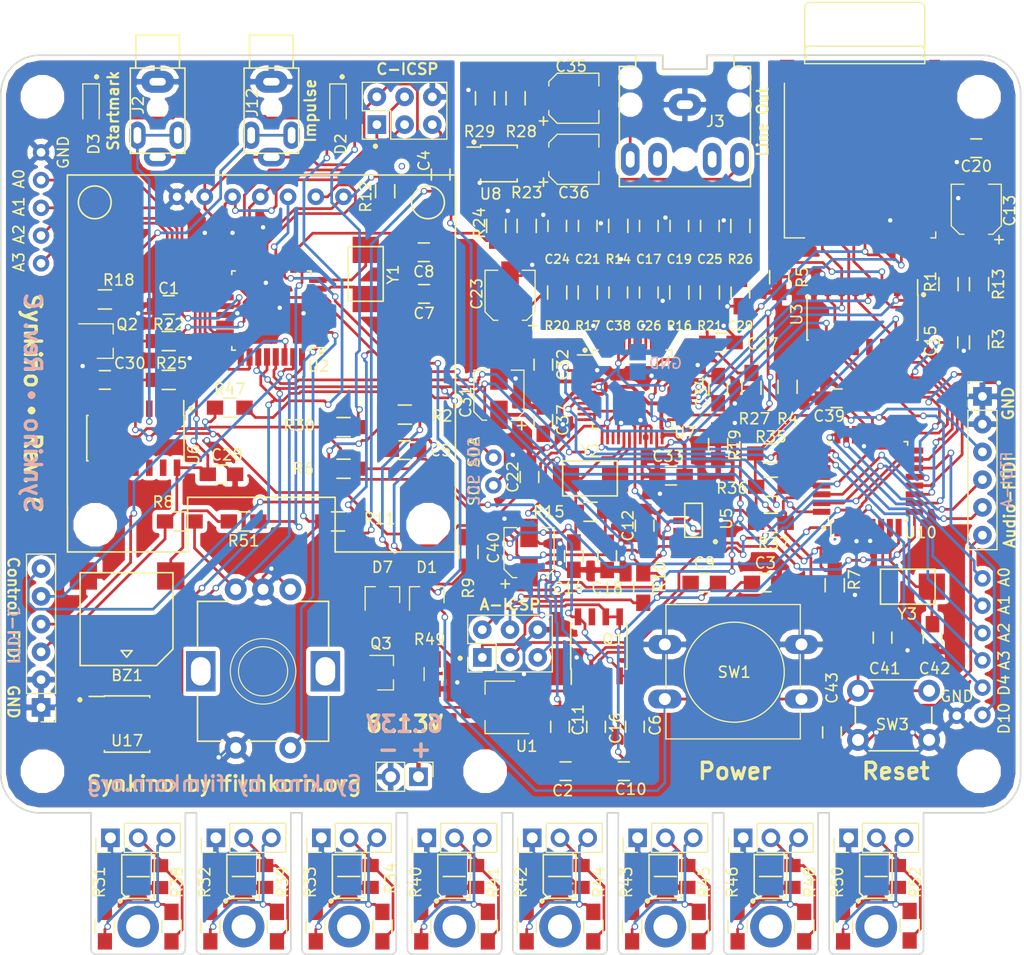
<source format=kicad_pcb>
(kicad_pcb (version 4) (host pcbnew 4.0.7)
  (layers (0 F.Cu signal) (31 B.Cu signal) (34 B.Paste user) (35 F.Paste user) (36 B.SilkS user) (37 F.SilkS user) (38 B.Mask user) (39 F.Mask user) (44 Edge.Cuts user))
  (net 0 "")
  (net 1 "Net-(C1-Pad1)")
  (net 2 GND)
  (net 3 "Net-(C2-Pad1)")
  (net 4 "Net-(C3-Pad2)")
  (net 5 "Net-(C4-Pad2)")
  (net 6 "Net-(C5-Pad1)")
  (net 7 "Net-(C5-Pad2)")
  (net 8 "Net-(C7-Pad2)")
  (net 9 "Net-(C8-Pad2)")
  (net 10 +5V)
  (net 11 "Net-(C9-Pad2)")
  (net 12 +3V3)
  (net 13 +1V8)
  (net 14 "Net-(C14-Pad1)")
  (net 15 /RST_3V)
  (net 16 "Net-(C17-Pad2)")
  (net 17 "Net-(C18-Pad1)")
  (net 18 "Net-(C19-Pad2)")
  (net 19 "Net-(C21-Pad2)")
  (net 20 "Net-(C24-Pad1)")
  (net 21 "Net-(C25-Pad1)")
  (net 22 "Net-(C30-Pad1)")
  (net 23 "Net-(C35-Pad1)")
  (net 24 "Net-(C35-Pad2)")
  (net 25 "Net-(C36-Pad1)")
  (net 26 "Net-(C36-Pad2)")
  (net 27 "Net-(C38-Pad1)")
  (net 28 "Net-(C39-Pad1)")
  (net 29 "Net-(C41-Pad2)")
  (net 30 "Net-(C42-Pad2)")
  (net 31 /~RST)
  (net 32 "Net-(C43-Pad2)")
  (net 33 /~PWR_OFF)
  (net 34 "Net-(D2-Pad2)")
  (net 35 "Net-(J2-Pad2)")
  (net 36 "Net-(J4-Pad1)")
  (net 37 /SDCS_3V)
  (net 38 /MOSI_3V)
  (net 39 /SCLK_3V)
  (net 40 /MISO_3V)
  (net 41 "Net-(J4-Pad8)")
  (net 42 "Net-(Q1-Pad7)")
  (net 43 "Net-(Q2-Pad3)")
  (net 44 /XDCS_5V)
  (net 45 /SDCS_5V)
  (net 46 /CS_5V)
  (net 47 /RST_5V)
  (net 48 "Net-(R8-Pad1)")
  (net 49 "Net-(R11-Pad1)")
  (net 50 /OLED_CS)
  (net 51 /ROUT)
  (net 52 /LOUT)
  (net 53 /GPIO_PLLDWN)
  (net 54 /AUD_EN)
  (net 55 "Net-(R25-Pad1)")
  (net 56 "Net-(R27-Pad2)")
  (net 57 /FlickImp)
  (net 58 "Net-(R31-Pad2)")
  (net 59 "Net-(R33-Pad2)")
  (net 60 /SDA)
  (net 61 /SCL)
  (net 62 /OLED_RES)
  (net 63 /OLED_DC)
  (net 64 /OLED_MOSI)
  (net 65 /CTRL_MISO)
  (net 66 /OLED_CLK)
  (net 67 "Net-(U2-Pad19)")
  (net 68 "Net-(U2-Pad22)")
  (net 69 /CTRL_RXD)
  (net 70 /CTRL_TXD)
  (net 71 /MOSI_5V)
  (net 72 /SCLK_5V)
  (net 73 /CS_3V)
  (net 74 /XDCS_3V)
  (net 75 /Startmark)
  (net 76 "Net-(U7-Pad1)")
  (net 77 "Net-(U7-Pad2)")
  (net 78 /DREQ)
  (net 79 "Net-(U7-Pad15)")
  (net 80 "Net-(U7-Pad27)")
  (net 81 "Net-(U7-Pad48)")
  (net 82 "Net-(U10-Pad19)")
  (net 83 "Net-(U10-Pad22)")
  (net 84 /AU_RXD)
  (net 85 /AU_TXD)
  (net 86 GNDA)
  (net 87 "Net-(AA0-Pad1)")
  (net 88 "Net-(AA1-Pad1)")
  (net 89 "Net-(AA2-Pad1)")
  (net 90 "Net-(AA3-Pad1)")
  (net 91 "Net-(AD4-Pad1)")
  (net 92 "Net-(AD10-Pad1)")
  (net 93 "Net-(CA0-Pad1)")
  (net 94 "Net-(CA1-Pad1)")
  (net 95 "Net-(CA2-Pad1)")
  (net 96 "Net-(CA3-Pad1)")
  (net 97 /GBUF)
  (net 98 "Net-(J5-Pad3)")
  (net 99 "Net-(J6-Pad3)")
  (net 100 "Net-(R32-Pad2)")
  (net 101 "Net-(J7-Pad3)")
  (net 102 "Net-(J7-Pad2)")
  (net 103 "Net-(J5-Pad2)")
  (net 104 "Net-(J5-Pad1)")
  (net 105 "Net-(J7-Pad1)")
  (net 106 "Net-(J6-Pad1)")
  (net 107 "Net-(J6-Pad2)")
  (net 108 "Net-(J8-Pad1)")
  (net 109 "Net-(J8-Pad2)")
  (net 110 "Net-(J8-Pad3)")
  (net 111 "Net-(J9-Pad1)")
  (net 112 "Net-(J9-Pad2)")
  (net 113 "Net-(J9-Pad3)")
  (net 114 "Net-(J10-Pad1)")
  (net 115 "Net-(J10-Pad2)")
  (net 116 "Net-(J10-Pad3)")
  (net 117 "Net-(J11-Pad1)")
  (net 118 "Net-(J11-Pad2)")
  (net 119 "Net-(J11-Pad3)")
  (net 120 "Net-(J13-Pad1)")
  (net 121 "Net-(J13-Pad2)")
  (net 122 "Net-(J13-Pad3)")
  (net 123 "Net-(R40-Pad2)")
  (net 124 "Net-(R42-Pad2)")
  (net 125 "Net-(R43-Pad2)")
  (net 126 "Net-(R46-Pad2)")
  (net 127 "Net-(R50-Pad2)")
  (net 128 "Net-(D3-Pad2)")
  (net 129 "Net-(J12-Pad2)")
  (net 130 "Net-(SW2-Pad1)")
  (net 131 "Net-(D7-Pad2)")
  (net 132 "Net-(J1-Pad1)")
  (net 133 "Net-(BZ1-Pad1)")
  (net 134 /BUZZ)
  (module Mounting_Holes:MountingHole_3.2mm_M3_DIN965 (layer F.Cu) (at 110.998 103.632)
    (fp_text reference " " (at 0 -3.8) (layer F.SilkS))
    (fp_text value MountingHole_3.2mm_M3_DIN965)
    (pad 1 np_thru_hole circle (at 0 0) (size 3.2 3.2) (drill 3.2) (layers *.Cu *.Mask))
  )
  (module Buttons_Switches_THT:SW_PUSH-12mm (layer F.Cu) (at 127.454 92.028)
    (fp_text reference SW1 (at 6.35 2.54) (layer F.SilkS))
    (fp_text value SW_Push)
    (pad 1 thru_hole oval (at 12.5 0) (size 3.048 1.7272) (drill 1.1) (layers *.Cu *.Mask) (net 2 GND))
    (pad 2 thru_hole oval (at 12.5 5) (size 3.048 1.7272) (drill 1.1) (layers *.Cu *.Mask) (net 7 "Net-(C5-Pad2)"))
    (pad 1 thru_hole oval (at 0 0) (size 3.048 1.7272) (drill 1.1) (layers *.Cu *.Mask) (net 2 GND))
    (pad 2 thru_hole oval (at 0 5) (size 3.048 1.7272) (drill 1.1) (layers *.Cu *.Mask) (net 7 "Net-(C5-Pad2)"))
  )
  (module Measurement_Points:Measurement_Point_Round-TH_Small (layer F.Cu) (at 154.178 98.552)
    (fp_text reference GND (at 0 -1.778) (layer F.SilkS))
    (fp_text value GND)
    (pad 1 thru_hole circle (at 0 0) (size 1.5 1.5) (drill 0.8) (layers *.Cu *.Mask) (net 2 GND))
  )
  (module Mounting_Holes:MountingHole_3.2mm_M3_DIN965 (layer F.Cu) (at 75.311 81.0735)
    (fp_text reference " " (at 0 -3.8) (layer F.SilkS))
    (fp_text value MountingHole_3.2mm_M3_DIN965)
    (pad "" np_thru_hole circle (at 0 0) (size 3.2 3.2) (drill 3.2) (layers *.Cu *.Mask))
  )
  (module lib_fp:Eye_Mousebites (layer F.Cu) (at 146.836 107.696)
    (fp_text reference REF** hide)
    (fp_text value Eye_Mousebites hide)
    (pad "" np_thru_hole circle (at -3.75 0) (size 0.5 0.5) (drill 0.5) (layers *.Cu))
    (pad "" np_thru_hole circle (at -3 0) (size 0.5 0.5) (drill 0.5) (layers *.Cu))
    (pad "" np_thru_hole circle (at -2.25 0) (size 0.5 0.5) (drill 0.5) (layers *.Cu))
    (pad "" np_thru_hole circle (at -1.5 0) (size 0.5 0.5) (drill 0.5) (layers *.Cu))
    (pad "" np_thru_hole circle (at -0.75 0) (size 0.5 0.5) (drill 0.5) (layers *.Cu))
    (pad "" np_thru_hole circle (at 0 0) (size 0.5 0.5) (drill 0.5) (layers *.Cu))
    (pad "" np_thru_hole circle (at 0.75 0) (size 0.5 0.5) (drill 0.5) (layers *.Cu))
    (pad "" np_thru_hole circle (at 1.5 0) (size 0.5 0.5) (drill 0.5) (layers *.Cu))
    (pad "" np_thru_hole circle (at 2.25 0) (size 0.5 0.5) (drill 0.5) (layers *.Cu))
    (pad "" np_thru_hole circle (at 3 0) (size 0.5 0.5) (drill 0.5) (layers *.Cu))
    (pad "" np_thru_hole circle (at 3.75 0) (size 0.5 0.5) (drill 0.5) (layers *.Cu))
  )
  (module lib_fp:Eye_Mousebites (layer F.Cu) (at 137.184 107.696)
    (fp_text reference REF** hide)
    (fp_text value Eye_Mousebites hide)
    (pad "" np_thru_hole circle (at -3.75 0) (size 0.5 0.5) (drill 0.5) (layers *.Cu))
    (pad "" np_thru_hole circle (at -3 0) (size 0.5 0.5) (drill 0.5) (layers *.Cu))
    (pad "" np_thru_hole circle (at -2.25 0) (size 0.5 0.5) (drill 0.5) (layers *.Cu))
    (pad "" np_thru_hole circle (at -1.5 0) (size 0.5 0.5) (drill 0.5) (layers *.Cu))
    (pad "" np_thru_hole circle (at -0.75 0) (size 0.5 0.5) (drill 0.5) (layers *.Cu))
    (pad "" np_thru_hole circle (at 0 0) (size 0.5 0.5) (drill 0.5) (layers *.Cu))
    (pad "" np_thru_hole circle (at 0.75 0) (size 0.5 0.5) (drill 0.5) (layers *.Cu))
    (pad "" np_thru_hole circle (at 1.5 0) (size 0.5 0.5) (drill 0.5) (layers *.Cu))
    (pad "" np_thru_hole circle (at 2.25 0) (size 0.5 0.5) (drill 0.5) (layers *.Cu))
    (pad "" np_thru_hole circle (at 3 0) (size 0.5 0.5) (drill 0.5) (layers *.Cu))
    (pad "" np_thru_hole circle (at 3.75 0) (size 0.5 0.5) (drill 0.5) (layers *.Cu))
  )
  (module lib_fp:Eye_Mousebites (layer F.Cu) (at 127.532 107.696)
    (fp_text reference REF** hide)
    (fp_text value Eye_Mousebites hide)
    (pad "" np_thru_hole circle (at -3.75 0) (size 0.5 0.5) (drill 0.5) (layers *.Cu))
    (pad "" np_thru_hole circle (at -3 0) (size 0.5 0.5) (drill 0.5) (layers *.Cu))
    (pad "" np_thru_hole circle (at -2.25 0) (size 0.5 0.5) (drill 0.5) (layers *.Cu))
    (pad "" np_thru_hole circle (at -1.5 0) (size 0.5 0.5) (drill 0.5) (layers *.Cu))
    (pad "" np_thru_hole circle (at -0.75 0) (size 0.5 0.5) (drill 0.5) (layers *.Cu))
    (pad "" np_thru_hole circle (at 0 0) (size 0.5 0.5) (drill 0.5) (layers *.Cu))
    (pad "" np_thru_hole circle (at 0.75 0) (size 0.5 0.5) (drill 0.5) (layers *.Cu))
    (pad "" np_thru_hole circle (at 1.5 0) (size 0.5 0.5) (drill 0.5) (layers *.Cu))
    (pad "" np_thru_hole circle (at 2.25 0) (size 0.5 0.5) (drill 0.5) (layers *.Cu))
    (pad "" np_thru_hole circle (at 3 0) (size 0.5 0.5) (drill 0.5) (layers *.Cu))
    (pad "" np_thru_hole circle (at 3.75 0) (size 0.5 0.5) (drill 0.5) (layers *.Cu))
  )
  (module lib_fp:Eye_Mousebites (layer F.Cu) (at 117.88 107.696)
    (fp_text reference REF** hide)
    (fp_text value Eye_Mousebites hide)
    (pad "" np_thru_hole circle (at -3.75 0) (size 0.5 0.5) (drill 0.5) (layers *.Cu))
    (pad "" np_thru_hole circle (at -3 0) (size 0.5 0.5) (drill 0.5) (layers *.Cu))
    (pad "" np_thru_hole circle (at -2.25 0) (size 0.5 0.5) (drill 0.5) (layers *.Cu))
    (pad "" np_thru_hole circle (at -1.5 0) (size 0.5 0.5) (drill 0.5) (layers *.Cu))
    (pad "" np_thru_hole circle (at -0.75 0) (size 0.5 0.5) (drill 0.5) (layers *.Cu))
    (pad "" np_thru_hole circle (at 0 0) (size 0.5 0.5) (drill 0.5) (layers *.Cu))
    (pad "" np_thru_hole circle (at 0.75 0) (size 0.5 0.5) (drill 0.5) (layers *.Cu))
    (pad "" np_thru_hole circle (at 1.5 0) (size 0.5 0.5) (drill 0.5) (layers *.Cu))
    (pad "" np_thru_hole circle (at 2.25 0) (size 0.5 0.5) (drill 0.5) (layers *.Cu))
    (pad "" np_thru_hole circle (at 3 0) (size 0.5 0.5) (drill 0.5) (layers *.Cu))
    (pad "" np_thru_hole circle (at 3.75 0) (size 0.5 0.5) (drill 0.5) (layers *.Cu))
  )
  (module lib_fp:Eye_Mousebites (layer F.Cu) (at 108.228 107.696)
    (fp_text reference REF** hide)
    (fp_text value Eye_Mousebites hide)
    (pad "" np_thru_hole circle (at -3.75 0) (size 0.5 0.5) (drill 0.5) (layers *.Cu))
    (pad "" np_thru_hole circle (at -3 0) (size 0.5 0.5) (drill 0.5) (layers *.Cu))
    (pad "" np_thru_hole circle (at -2.25 0) (size 0.5 0.5) (drill 0.5) (layers *.Cu))
    (pad "" np_thru_hole circle (at -1.5 0) (size 0.5 0.5) (drill 0.5) (layers *.Cu))
    (pad "" np_thru_hole circle (at -0.75 0) (size 0.5 0.5) (drill 0.5) (layers *.Cu))
    (pad "" np_thru_hole circle (at 0 0) (size 0.5 0.5) (drill 0.5) (layers *.Cu))
    (pad "" np_thru_hole circle (at 0.75 0) (size 0.5 0.5) (drill 0.5) (layers *.Cu))
    (pad "" np_thru_hole circle (at 1.5 0) (size 0.5 0.5) (drill 0.5) (layers *.Cu))
    (pad "" np_thru_hole circle (at 2.25 0) (size 0.5 0.5) (drill 0.5) (layers *.Cu))
    (pad "" np_thru_hole circle (at 3 0) (size 0.5 0.5) (drill 0.5) (layers *.Cu))
    (pad "" np_thru_hole circle (at 3.75 0) (size 0.5 0.5) (drill 0.5) (layers *.Cu))
  )
  (module lib_fp:Eye_Mousebites (layer F.Cu) (at 98.576 107.696)
    (fp_text reference REF** hide)
    (fp_text value Eye_Mousebites hide)
    (pad "" np_thru_hole circle (at -3.75 0) (size 0.5 0.5) (drill 0.5) (layers *.Cu))
    (pad "" np_thru_hole circle (at -3 0) (size 0.5 0.5) (drill 0.5) (layers *.Cu))
    (pad "" np_thru_hole circle (at -2.25 0) (size 0.5 0.5) (drill 0.5) (layers *.Cu))
    (pad "" np_thru_hole circle (at -1.5 0) (size 0.5 0.5) (drill 0.5) (layers *.Cu))
    (pad "" np_thru_hole circle (at -0.75 0) (size 0.5 0.5) (drill 0.5) (layers *.Cu))
    (pad "" np_thru_hole circle (at 0 0) (size 0.5 0.5) (drill 0.5) (layers *.Cu))
    (pad "" np_thru_hole circle (at 0.75 0) (size 0.5 0.5) (drill 0.5) (layers *.Cu))
    (pad "" np_thru_hole circle (at 1.5 0) (size 0.5 0.5) (drill 0.5) (layers *.Cu))
    (pad "" np_thru_hole circle (at 2.25 0) (size 0.5 0.5) (drill 0.5) (layers *.Cu))
    (pad "" np_thru_hole circle (at 3 0) (size 0.5 0.5) (drill 0.5) (layers *.Cu))
    (pad "" np_thru_hole circle (at 3.75 0) (size 0.5 0.5) (drill 0.5) (layers *.Cu))
  )
  (module lib_fp:Eye_Mousebites (layer F.Cu) (at 88.924 107.696)
    (fp_text reference REF** hide)
    (fp_text value Eye_Mousebites hide)
    (pad "" np_thru_hole circle (at -3.75 0) (size 0.5 0.5) (drill 0.5) (layers *.Cu))
    (pad "" np_thru_hole circle (at -3 0) (size 0.5 0.5) (drill 0.5) (layers *.Cu))
    (pad "" np_thru_hole circle (at -2.25 0) (size 0.5 0.5) (drill 0.5) (layers *.Cu))
    (pad "" np_thru_hole circle (at -1.5 0) (size 0.5 0.5) (drill 0.5) (layers *.Cu))
    (pad "" np_thru_hole circle (at -0.75 0) (size 0.5 0.5) (drill 0.5) (layers *.Cu))
    (pad "" np_thru_hole circle (at 0 0) (size 0.5 0.5) (drill 0.5) (layers *.Cu))
    (pad "" np_thru_hole circle (at 0.75 0) (size 0.5 0.5) (drill 0.5) (layers *.Cu))
    (pad "" np_thru_hole circle (at 1.5 0) (size 0.5 0.5) (drill 0.5) (layers *.Cu))
    (pad "" np_thru_hole circle (at 2.25 0) (size 0.5 0.5) (drill 0.5) (layers *.Cu))
    (pad "" np_thru_hole circle (at 3 0) (size 0.5 0.5) (drill 0.5) (layers *.Cu))
    (pad "" np_thru_hole circle (at 3.75 0) (size 0.5 0.5) (drill 0.5) (layers *.Cu))
  )
  (module Mounting_Holes:MountingHole_2.2mm_M2_DIN965_Pad (layer F.Cu) (at 146.812 117.856 90)
    (fp_text reference REF** hide)
    (fp_text value MountingHole_2.2mm_M2_DIN965_Pad)
    (pad 1 thru_hole circle (at 0 0 90) (size 3.8 3.8) (drill 2.2) (layers *.Cu *.Mask))
  )
  (module Mounting_Holes:MountingHole_2.2mm_M2_DIN965_Pad (layer F.Cu) (at 137.16 117.856)
    (fp_text reference REF** hide)
    (fp_text value MountingHole_2.2mm_M2_DIN965_Pad)
    (pad 1 thru_hole circle (at 0 0) (size 3.8 3.8) (drill 2.2) (layers *.Cu *.Mask))
  )
  (module Mounting_Holes:MountingHole_2.2mm_M2_DIN965_Pad (layer F.Cu) (at 127.508 117.856)
    (fp_text reference REF** hide)
    (fp_text value MountingHole_2.2mm_M2_DIN965_Pad)
    (pad 1 thru_hole circle (at 0 0) (size 3.8 3.8) (drill 2.2) (layers *.Cu *.Mask))
  )
  (module Mounting_Holes:MountingHole_2.2mm_M2_DIN965_Pad (layer F.Cu) (at 117.856 117.856)
    (fp_text reference REF** hide)
    (fp_text value MountingHole_2.2mm_M2_DIN965_Pad)
    (pad 1 thru_hole circle (at 0 0) (size 3.8 3.8) (drill 2.2) (layers *.Cu *.Mask))
  )
  (module Mounting_Holes:MountingHole_2.2mm_M2_DIN965_Pad (layer F.Cu) (at 108.204 117.856)
    (fp_text reference REF** hide)
    (fp_text value MountingHole_2.2mm_M2_DIN965_Pad)
    (pad 1 thru_hole circle (at 0 0) (size 3.8 3.8) (drill 2.2) (layers *.Cu *.Mask))
  )
  (module Mounting_Holes:MountingHole_2.2mm_M2_DIN965_Pad (layer F.Cu) (at 98.552 117.856)
    (fp_text reference REF** hide)
    (fp_text value MountingHole_2.2mm_M2_DIN965_Pad)
    (pad 1 thru_hole circle (at 0 0) (size 3.8 3.8) (drill 2.2) (layers *.Cu *.Mask))
  )
  (module Mounting_Holes:MountingHole_2.2mm_M2_DIN965_Pad (layer F.Cu) (at 88.9 117.856)
    (fp_text reference REF** hide)
    (fp_text value MountingHole_2.2mm_M2_DIN965_Pad)
    (pad 1 thru_hole circle (at 0 0) (size 3.8 3.8) (drill 2.2) (layers *.Cu *.Mask))
  )
  (module Mounting_Holes:MountingHole_3.2mm_M3_DIN965 (layer F.Cu) (at 105.791 81.01)
    (fp_text reference " " (at 0 -3.8) (layer F.SilkS))
    (fp_text value MountingHole_3.2mm_M3_DIN965)
    (pad "" np_thru_hole circle (at 0 0.0635) (size 3.2 3.2) (drill 3.2) (layers *.Cu *.Mask))
  )
  (module Buttons_Switches_THT:SW_PUSH_6mm_h5mm (layer F.Cu) (at 151.638 100.766 180)
    (fp_text reference SW3 (at 3.3586 1.4144 180) (layer F.SilkS))
    (fp_text value SW_Push)
    (pad 2 thru_hole circle (at 0 4.5 270) (size 2 2) (drill 1.1) (layers *.Cu *.Mask) (net 31 /~RST))
    (pad 1 thru_hole circle (at 0 0 270) (size 2 2) (drill 1.1) (layers *.Cu *.Mask) (net 2 GND))
    (pad 2 thru_hole circle (at 6.5 4.5 270) (size 2 2) (drill 1.1) (layers *.Cu *.Mask) (net 31 /~RST))
    (pad 1 thru_hole circle (at 6.5 0 270) (size 2 2) (drill 1.1) (layers *.Cu *.Mask) (net 2 GND))
  )
  (module Mounting_Holes:MountingHole_3.2mm_M3_DIN965 (layer F.Cu) (at 156.21 103.632)
    (fp_text reference " " (at 0 -3.8) (layer F.SilkS))
    (fp_text value MountingHole_3.2mm_M3_DIN965)
    (pad 1 np_thru_hole circle (at 0 0) (size 3.2 3.2) (drill 3.2) (layers *.Cu *.Mask))
  )
  (module Mounting_Holes:MountingHole_3.2mm_M3_DIN965 (layer F.Cu) (at 70.485 103.632)
    (fp_text reference " " (at 0 -3.8) (layer F.SilkS))
    (fp_text value MountingHole_3.2mm_M3_DIN965)
    (pad 1 np_thru_hole circle (at 0 0) (size 3.2 3.2) (drill 3.2) (layers *.Cu *.Mask))
  )
  (module Mounting_Holes:MountingHole_3.2mm_M3_DIN965 (layer F.Cu) (at 70.485 41.91)
    (fp_text reference " " (at 0 -3.8) (layer F.SilkS))
    (fp_text value MountingHole_3.2mm_M3_DIN965)
    (pad 1 np_thru_hole circle (at 0 0) (size 3.2 3.2) (drill 3.2) (layers *.Cu *.Mask))
  )
  (module Capacitors_SMD:C_0805_HandSoldering (layer F.Cu) (at 82.042 60.96 180)
    (fp_text reference C1 (at 0 1.524 180) (layer F.SilkS))
    (fp_text value 100n)
    (pad 1 smd rect (at -1.25 0 180) (size 1.5 1.25) (layers F.Cu F.Paste F.Mask) (net 1 "Net-(C1-Pad1)"))
    (pad 2 smd rect (at 1.25 0 180) (size 1.5 1.25) (layers F.Cu F.Paste F.Mask) (net 2 GND))
  )
  (module Capacitors_SMD:C_0805_HandSoldering (layer F.Cu) (at 118.364 103.632)
    (fp_text reference C2 (at -0.254 1.778) (layer F.SilkS))
    (fp_text value 1u)
    (pad 1 smd rect (at -1.25 0) (size 1.5 1.25) (layers F.Cu F.Paste F.Mask) (net 3 "Net-(C2-Pad1)"))
    (pad 2 smd rect (at 1.25 0) (size 1.5 1.25) (layers F.Cu F.Paste F.Mask) (net 2 GND))
  )
  (module Capacitors_SMD:C_0805_HandSoldering (layer F.Cu) (at 136.672 86.36 180)
    (fp_text reference C3 (at 0.02 1.79 180) (layer F.SilkS))
    (fp_text value 1u)
    (pad 1 smd rect (at -1.25 0 180) (size 1.5 1.25) (layers F.Cu F.Paste F.Mask) (net 2 GND))
    (pad 2 smd rect (at 1.25 0 180) (size 1.5 1.25) (layers F.Cu F.Paste F.Mask) (net 4 "Net-(C3-Pad2)"))
  )
  (module Capacitors_SMD:C_0805_HandSoldering (layer F.Cu) (at 106.934 49.022 270)
    (fp_text reference C4 (at -1.27 1.524 270) (layer F.SilkS))
    (fp_text value 100n)
    (pad 1 smd rect (at -1.25 0 270) (size 1.5 1.25) (layers F.Cu F.Paste F.Mask) (net 31 /~RST))
    (pad 2 smd rect (at 1.25 0 270) (size 1.5 1.25) (layers F.Cu F.Paste F.Mask) (net 5 "Net-(C4-Pad2)"))
  )
  (module Capacitors_SMD:C_0805_HandSoldering (layer F.Cu) (at 103.627 74.243 180)
    (fp_text reference C5 (at -3.307 -0.052 180) (layer F.SilkS))
    (fp_text value 1u)
    (pad 1 smd rect (at -1.25 0 180) (size 1.5 1.25) (layers F.Cu F.Paste F.Mask) (net 6 "Net-(C5-Pad1)"))
    (pad 2 smd rect (at 1.25 0 180) (size 1.5 1.25) (layers F.Cu F.Paste F.Mask) (net 7 "Net-(C5-Pad2)"))
  )
  (module Capacitors_SMD:C_0805_HandSoldering (layer F.Cu) (at 124.714 99.568 270)
    (fp_text reference C6 (at -0.148 -1.851 270) (layer F.SilkS))
    (fp_text value 100n)
    (pad 1 smd rect (at -1.25 0 270) (size 1.5 1.25) (layers F.Cu F.Paste F.Mask) (net 6 "Net-(C5-Pad1)"))
    (pad 2 smd rect (at 1.25 0 270) (size 1.5 1.25) (layers F.Cu F.Paste F.Mask) (net 4 "Net-(C3-Pad2)"))
  )
  (module Capacitors_SMD:C_0805_HandSoldering (layer F.Cu) (at 105.41 59.944 180)
    (fp_text reference C7 (at 0 -1.778 180) (layer F.SilkS))
    (fp_text value 22p)
    (pad 1 smd rect (at -1.25 0 180) (size 1.5 1.25) (layers F.Cu F.Paste F.Mask) (net 2 GND))
    (pad 2 smd rect (at 1.25 0 180) (size 1.5 1.25) (layers F.Cu F.Paste F.Mask) (net 8 "Net-(C7-Pad2)"))
  )
  (module Capacitors_SMD:C_0805_HandSoldering (layer F.Cu) (at 105.39 56.134 180)
    (fp_text reference C8 (at 0 -1.778 180) (layer F.SilkS))
    (fp_text value 22p)
    (pad 1 smd rect (at -1.25 0 180) (size 1.5 1.25) (layers F.Cu F.Paste F.Mask) (net 2 GND))
    (pad 2 smd rect (at 1.25 0 180) (size 1.5 1.25) (layers F.Cu F.Paste F.Mask) (net 9 "Net-(C8-Pad2)"))
  )
  (module Capacitors_SMD:C_0805_HandSoldering (layer F.Cu) (at 131.064 86.36 180)
    (fp_text reference C9 (at -0.01 1.8 180) (layer F.SilkS))
    (fp_text value 10u)
    (pad 1 smd rect (at -1.25 0 180) (size 1.5 1.25) (layers F.Cu F.Paste F.Mask) (net 10 +5V))
    (pad 2 smd rect (at 1.25 0 180) (size 1.5 1.25) (layers F.Cu F.Paste F.Mask) (net 11 "Net-(C9-Pad2)"))
  )
  (module Capacitors_SMD:C_0805_HandSoldering (layer F.Cu) (at 123.698 103.632 180)
    (fp_text reference C10 (at -0.635 -1.651 360) (layer F.SilkS))
    (fp_text value 1µ)
    (pad 1 smd rect (at -1.25 0 180) (size 1.5 1.25) (layers F.Cu F.Paste F.Mask) (net 10 +5V))
    (pad 2 smd rect (at 1.25 0 180) (size 1.5 1.25) (layers F.Cu F.Paste F.Mask) (net 2 GND))
  )
  (module Capacitors_SMD:C_0805_HandSoldering (layer F.Cu) (at 117.856 99.568 270)
    (fp_text reference C11 (at -0.635 -1.651 450) (layer F.SilkS))
    (fp_text value 1µ)
    (pad 1 smd rect (at -1.25 0 270) (size 1.5 1.25) (layers F.Cu F.Paste F.Mask) (net 12 +3V3))
    (pad 2 smd rect (at 1.25 0 270) (size 1.5 1.25) (layers F.Cu F.Paste F.Mask) (net 2 GND))
  )
  (module Capacitors_SMD:C_0805_HandSoldering (layer F.Cu) (at 125.603 81.153 270)
    (fp_text reference C12 (at 0 1.524 450) (layer F.SilkS))
    (fp_text value 1µ)
    (pad 1 smd rect (at -1.25 0 270) (size 1.5 1.25) (layers F.Cu F.Paste F.Mask) (net 13 +1V8))
    (pad 2 smd rect (at 1.25 0 270) (size 1.5 1.25) (layers F.Cu F.Paste F.Mask) (net 2 GND))
  )
  (module Capacitors_SMD:CP_Elec_4x5.8 (layer F.Cu) (at 155.956 52.197 90)
    (fp_text reference C13 (at -0.127 3.048 90) (layer F.SilkS))
    (fp_text value 10u)
    (fp_text user + (at -2.78 2.01 90) (layer F.SilkS))
    (pad 1 smd rect (at -1.8 0 270) (size 2.6 1.6) (layers F.Cu F.Paste F.Mask) (net 12 +3V3))
    (pad 2 smd rect (at 1.8 0 270) (size 2.6 1.6) (layers F.Cu F.Paste F.Mask) (net 2 GND))
  )
  (module Capacitors_SMD:C_0805_HandSoldering (layer F.Cu) (at 119.126 83.947 270)
    (fp_text reference C14 (at 2.921 0.508 360) (layer F.SilkS))
    (fp_text value 33p)
    (pad 1 smd rect (at -1.25 0 270) (size 1.5 1.25) (layers F.Cu F.Paste F.Mask) (net 14 "Net-(C14-Pad1)"))
    (pad 2 smd rect (at 1.25 0 270) (size 1.5 1.25) (layers F.Cu F.Paste F.Mask) (net 2 GND))
  )
  (module Capacitors_SMD:C_0805_HandSoldering (layer F.Cu) (at 153.416 64.389 270)
    (fp_text reference C15 (at -0.127 1.642 270) (layer F.SilkS))
    (fp_text value 100n)
    (pad 1 smd rect (at -1.25 0 270) (size 1.5 1.25) (layers F.Cu F.Paste F.Mask) (net 15 /RST_3V))
    (pad 2 smd rect (at 1.25 0 270) (size 1.5 1.25) (layers F.Cu F.Paste F.Mask) (net 2 GND))
  )
  (module Capacitors_SMD:C_0805_HandSoldering (layer F.Cu) (at 121.158 99.568 270)
    (fp_text reference C16 (at 0.127 -1.778 270) (layer F.SilkS))
    (fp_text value 100n)
    (pad 1 smd rect (at -1.25 0 270) (size 1.5 1.25) (layers F.Cu F.Paste F.Mask) (net 12 +3V3))
    (pad 2 smd rect (at 1.25 0 270) (size 1.5 1.25) (layers F.Cu F.Paste F.Mask) (net 2 GND))
  )
  (module Capacitors_SMD:C_0805_HandSoldering (layer F.Cu) (at 125.984 53.721 270)
    (fp_text reference C17 (at 3.048 0 360) (layer F.SilkS) (effects (font (size 0.8 0.8))))
    (fp_text value 47n)
    (pad 1 smd rect (at -1.25 0 270) (size 1.5 1.25) (layers F.Cu F.Paste F.Mask) (net 86 GNDA))
    (pad 2 smd rect (at 1.25 0 270) (size 1.5 1.25) (layers F.Cu F.Paste F.Mask) (net 16 "Net-(C17-Pad2)"))
  )
  (module Capacitors_SMD:C_0805_HandSoldering (layer F.Cu) (at 122.174 83.967 270)
    (fp_text reference C18 (at 2.901 0 360) (layer F.SilkS))
    (fp_text value 33p)
    (pad 1 smd rect (at -1.25 0 270) (size 1.5 1.25) (layers F.Cu F.Paste F.Mask) (net 17 "Net-(C18-Pad1)"))
    (pad 2 smd rect (at 1.25 0 270) (size 1.5 1.25) (layers F.Cu F.Paste F.Mask) (net 2 GND))
  )
  (module Capacitors_SMD:C_0805_HandSoldering (layer F.Cu) (at 128.778 53.721 270)
    (fp_text reference C19 (at 3.048 0 360) (layer F.SilkS) (effects (font (size 0.8 0.8))))
    (fp_text value 10n)
    (pad 1 smd rect (at -1.25 0 270) (size 1.5 1.25) (layers F.Cu F.Paste F.Mask) (net 86 GNDA))
    (pad 2 smd rect (at 1.25 0 270) (size 1.5 1.25) (layers F.Cu F.Paste F.Mask) (net 18 "Net-(C19-Pad2)"))
  )
  (module Capacitors_SMD:C_0805_HandSoldering (layer F.Cu) (at 155.956 46.609 180)
    (fp_text reference C20 (at 0 -1.651 180) (layer F.SilkS))
    (fp_text value 100n)
    (pad 1 smd rect (at -1.25 0 180) (size 1.5 1.25) (layers F.Cu F.Paste F.Mask) (net 12 +3V3))
    (pad 2 smd rect (at 1.25 0 180) (size 1.5 1.25) (layers F.Cu F.Paste F.Mask) (net 2 GND))
  )
  (module Capacitors_SMD:C_0805_HandSoldering (layer F.Cu) (at 120.396 53.721 270)
    (fp_text reference C21 (at 3.048 0 360) (layer F.SilkS) (effects (font (size 0.8 0.8))))
    (fp_text value 10n)
    (pad 1 smd rect (at -1.25 0 270) (size 1.5 1.25) (layers F.Cu F.Paste F.Mask) (net 86 GNDA))
    (pad 2 smd rect (at 1.25 0 270) (size 1.5 1.25) (layers F.Cu F.Paste F.Mask) (net 19 "Net-(C21-Pad2)"))
  )
  (module Capacitors_SMD:C_0805_HandSoldering (layer F.Cu) (at 115.062 76.708 90)
    (fp_text reference C22 (at 0 -1.524 90) (layer F.SilkS))
    (fp_text value 100n)
    (pad 1 smd rect (at -1.25 0 90) (size 1.5 1.25) (layers F.Cu F.Paste F.Mask) (net 12 +3V3))
    (pad 2 smd rect (at 1.25 0 90) (size 1.5 1.25) (layers F.Cu F.Paste F.Mask) (net 2 GND))
  )
  (module Capacitors_SMD:CP_Elec_4x5.8 (layer F.Cu) (at 113.284 60.071 90)
    (fp_text reference C23 (at 0.127 -3.048 90) (layer F.SilkS))
    (fp_text value 10u)
    (fp_text user + (at -2.78 2.01 90) (layer F.SilkS))
    (pad 1 smd rect (at -1.8 0 270) (size 2.6 1.6) (layers F.Cu F.Paste F.Mask) (net 12 +3V3))
    (pad 2 smd rect (at 1.8 0 270) (size 2.6 1.6) (layers F.Cu F.Paste F.Mask) (net 86 GNDA))
  )
  (module Capacitors_SMD:C_0805_HandSoldering (layer F.Cu) (at 117.602 53.721 90)
    (fp_text reference C24 (at -3.048 0 180) (layer F.SilkS) (effects (font (size 0.8 0.8))))
    (fp_text value 3n3)
    (pad 1 smd rect (at -1.25 0 90) (size 1.5 1.25) (layers F.Cu F.Paste F.Mask) (net 20 "Net-(C24-Pad1)"))
    (pad 2 smd rect (at 1.25 0 90) (size 1.5 1.25) (layers F.Cu F.Paste F.Mask) (net 86 GNDA))
  )
  (module Capacitors_SMD:C_0805_HandSoldering (layer F.Cu) (at 131.572 53.721 90)
    (fp_text reference C25 (at -3.048 0 180) (layer F.SilkS) (effects (font (size 0.8 0.8))))
    (fp_text value 3n3)
    (pad 1 smd rect (at -1.25 0 90) (size 1.5 1.25) (layers F.Cu F.Paste F.Mask) (net 21 "Net-(C25-Pad1)"))
    (pad 2 smd rect (at 1.25 0 90) (size 1.5 1.25) (layers F.Cu F.Paste F.Mask) (net 86 GNDA))
  )
  (module Capacitors_SMD:C_0805_HandSoldering (layer F.Cu) (at 125.984 59.817 270)
    (fp_text reference C26 (at 3.048 0 360) (layer F.SilkS) (effects (font (size 0.8 0.8))))
    (fp_text value 100n)
    (pad 1 smd rect (at -1.25 0 270) (size 1.5 1.25) (layers F.Cu F.Paste F.Mask) (net 12 +3V3))
    (pad 2 smd rect (at 1.25 0 270) (size 1.5 1.25) (layers F.Cu F.Paste F.Mask) (net 86 GNDA))
  )
  (module Capacitors_SMD:C_0805_HandSoldering (layer F.Cu) (at 132.588 64.389)
    (fp_text reference C27 (at 3.81 0.127 180) (layer F.SilkS))
    (fp_text value 100n)
    (pad 1 smd rect (at -1.25 0) (size 1.5 1.25) (layers F.Cu F.Paste F.Mask) (net 12 +3V3))
    (pad 2 smd rect (at 1.25 0) (size 1.5 1.25) (layers F.Cu F.Paste F.Mask) (net 86 GNDA))
  )
  (module Capacitors_SMD:C_0805_HandSoldering (layer F.Cu) (at 86.868 76.454 180)
    (fp_text reference C28 (at -0.508 1.778 180) (layer F.SilkS))
    (fp_text value 100n)
    (pad 1 smd rect (at -1.25 0 180) (size 1.5 1.25) (layers F.Cu F.Paste F.Mask) (net 2 GND))
    (pad 2 smd rect (at 1.25 0 180) (size 1.5 1.25) (layers F.Cu F.Paste F.Mask) (net 10 +5V))
  )
  (module Capacitors_SMD:C_0805_HandSoldering (layer F.Cu) (at 134.366 59.817 270)
    (fp_text reference C29 (at 3.048 0 360) (layer F.SilkS) (effects (font (size 0.8 0.8))))
    (fp_text value 100n)
    (pad 1 smd rect (at -1.25 0 270) (size 1.5 1.25) (layers F.Cu F.Paste F.Mask) (net 12 +3V3))
    (pad 2 smd rect (at 1.25 0 270) (size 1.5 1.25) (layers F.Cu F.Paste F.Mask) (net 86 GNDA))
  )
  (module Capacitors_SMD:C_0805_HandSoldering (layer F.Cu) (at 76.2 67.818 180)
    (fp_text reference C30 (at -2.286 1.524 180) (layer F.SilkS))
    (fp_text value 100n)
    (pad 1 smd rect (at -1.25 0 180) (size 1.5 1.25) (layers F.Cu F.Paste F.Mask) (net 22 "Net-(C30-Pad1)"))
    (pad 2 smd rect (at 1.25 0 180) (size 1.5 1.25) (layers F.Cu F.Paste F.Mask) (net 2 GND))
  )
  (module Capacitors_SMD:CP_Elec_4x5.8 (layer F.Cu) (at 112.268 69.215 90)
    (fp_text reference C31 (at -0.635 -3.048 90) (layer F.SilkS))
    (fp_text value 10u)
    (fp_text user + (at -2.78 2.01 90) (layer F.SilkS))
    (pad 1 smd rect (at -1.8 0 270) (size 2.6 1.6) (layers F.Cu F.Paste F.Mask) (net 13 +1V8))
    (pad 2 smd rect (at 1.8 0 270) (size 2.6 1.6) (layers F.Cu F.Paste F.Mask) (net 2 GND))
  )
  (module Capacitors_SMD:C_0805_HandSoldering (layer F.Cu) (at 116.332 66.421 90)
    (fp_text reference C32 (at 0 1.778 90) (layer F.SilkS))
    (fp_text value 100n)
    (pad 1 smd rect (at -1.25 0 90) (size 1.5 1.25) (layers F.Cu F.Paste F.Mask) (net 13 +1V8))
    (pad 2 smd rect (at 1.25 0 90) (size 1.5 1.25) (layers F.Cu F.Paste F.Mask) (net 2 GND))
  )
  (module Capacitors_SMD:C_0805_HandSoldering (layer F.Cu) (at 128.016 76.581 180)
    (fp_text reference C33 (at 0.254 1.778 180) (layer F.SilkS))
    (fp_text value 100n)
    (pad 1 smd rect (at -1.25 0 180) (size 1.5 1.25) (layers F.Cu F.Paste F.Mask) (net 13 +1V8))
    (pad 2 smd rect (at 1.25 0 180) (size 1.5 1.25) (layers F.Cu F.Paste F.Mask) (net 2 GND))
  )
  (module Capacitors_SMD:C_0805_HandSoldering (layer F.Cu) (at 132.334 68.707 90)
    (fp_text reference C34 (at -0.254 -1.524 270) (layer F.SilkS))
    (fp_text value 100n)
    (pad 1 smd rect (at -1.25 0 90) (size 1.5 1.25) (layers F.Cu F.Paste F.Mask) (net 13 +1V8))
    (pad 2 smd rect (at 1.25 0 90) (size 1.5 1.25) (layers F.Cu F.Paste F.Mask) (net 2 GND))
  )
  (module Capacitors_SMD:CP_Elec_4x5.8 (layer F.Cu) (at 119.126 42.037)
    (fp_text reference C35 (at -0.254 -2.921 180) (layer F.SilkS))
    (fp_text value 10u)
    (fp_text user + (at -2.78 2.01) (layer F.SilkS))
    (pad 1 smd rect (at -1.8 0 180) (size 2.6 1.6) (layers F.Cu F.Paste F.Mask) (net 23 "Net-(C35-Pad1)"))
    (pad 2 smd rect (at 1.8 0 180) (size 2.6 1.6) (layers F.Cu F.Paste F.Mask) (net 24 "Net-(C35-Pad2)"))
  )
  (module Capacitors_SMD:CP_Elec_4x5.8 (layer F.Cu) (at 119.126 47.625)
    (fp_text reference C36 (at 0 3.048) (layer F.SilkS))
    (fp_text value 10u)
    (fp_text user + (at -2.78 2.01) (layer F.SilkS))
    (pad 1 smd rect (at -1.8 0 180) (size 2.6 1.6) (layers F.Cu F.Paste F.Mask) (net 25 "Net-(C36-Pad1)"))
    (pad 2 smd rect (at 1.8 0 180) (size 2.6 1.6) (layers F.Cu F.Paste F.Mask) (net 26 "Net-(C36-Pad2)"))
  )
  (module Capacitors_SMD:C_0805_HandSoldering (layer F.Cu) (at 116.332 71.501 90)
    (fp_text reference C37 (at 0 1.778 90) (layer F.SilkS))
    (fp_text value 100n)
    (pad 1 smd rect (at -1.25 0 90) (size 1.5 1.25) (layers F.Cu F.Paste F.Mask) (net 13 +1V8))
    (pad 2 smd rect (at 1.25 0 90) (size 1.5 1.25) (layers F.Cu F.Paste F.Mask) (net 2 GND))
  )
  (module Capacitors_SMD:C_0805_HandSoldering (layer F.Cu) (at 123.19 59.817 90)
    (fp_text reference C38 (at -3.048 0 180) (layer F.SilkS) (effects (font (size 0.8 0.8))))
    (fp_text value 1µ)
    (pad 1 smd rect (at -1.25 0 90) (size 1.5 1.25) (layers F.Cu F.Paste F.Mask) (net 27 "Net-(C38-Pad1)"))
    (pad 2 smd rect (at 1.25 0 90) (size 1.5 1.25) (layers F.Cu F.Paste F.Mask) (net 86 GNDA))
  )
  (module Capacitors_SMD:C_0805_HandSoldering (layer F.Cu) (at 143.174 69.495 180)
    (fp_text reference C39 (at 0.68 -1.625 180) (layer F.SilkS))
    (fp_text value 100n)
    (pad 1 smd rect (at -1.25 0 180) (size 1.5 1.25) (layers F.Cu F.Paste F.Mask) (net 28 "Net-(C39-Pad1)"))
    (pad 2 smd rect (at 1.25 0 180) (size 1.5 1.25) (layers F.Cu F.Paste F.Mask) (net 2 GND))
  )
  (module Capacitors_SMD:CP_Elec_4x5.8 (layer F.Cu) (at 115.024 83.625 90)
    (fp_text reference C40 (at 0.44 -3.264 90) (layer F.SilkS))
    (fp_text value 10u)
    (fp_text user + (at -2.862 -2.248 90) (layer F.SilkS))
    (pad 1 smd rect (at -1.8 0 270) (size 2.6 1.6) (layers F.Cu F.Paste F.Mask) (net 12 +3V3))
    (pad 2 smd rect (at 1.8 0 270) (size 2.6 1.6) (layers F.Cu F.Paste F.Mask) (net 2 GND))
  )
  (module Capacitors_SMD:C_0805_HandSoldering (layer F.Cu) (at 147.38 91.405 90)
    (fp_text reference C41 (at -2.829 0.194 180) (layer F.SilkS))
    (fp_text value 22p)
    (pad 1 smd rect (at -1.25 0 90) (size 1.5 1.25) (layers F.Cu F.Paste F.Mask) (net 2 GND))
    (pad 2 smd rect (at 1.25 0 90) (size 1.5 1.25) (layers F.Cu F.Paste F.Mask) (net 29 "Net-(C41-Pad2)"))
  )
  (module Capacitors_SMD:C_0805_HandSoldering (layer F.Cu) (at 151.952 91.425 90)
    (fp_text reference C42 (at -2.809 0.194 180) (layer F.SilkS))
    (fp_text value 22p)
    (pad 1 smd rect (at -1.25 0 90) (size 1.5 1.25) (layers F.Cu F.Paste F.Mask) (net 2 GND))
    (pad 2 smd rect (at 1.25 0 90) (size 1.5 1.25) (layers F.Cu F.Paste F.Mask) (net 30 "Net-(C42-Pad2)"))
  )
  (module Capacitors_SMD:C_0805_HandSoldering (layer F.Cu) (at 142.748 100.076 270)
    (fp_text reference C43 (at -4.064 0 270) (layer F.SilkS))
    (fp_text value 100n)
    (pad 1 smd rect (at -1.25 0 270) (size 1.5 1.25) (layers F.Cu F.Paste F.Mask) (net 31 /~RST))
    (pad 2 smd rect (at 1.25 0 270) (size 1.5 1.25) (layers F.Cu F.Paste F.Mask) (net 32 "Net-(C43-Pad2)"))
  )
  (module Diodes_SMD:D_SOT-23_NKA (layer F.Cu) (at 105.664 87.503 90)
    (fp_text reference D1 (at 2.54 0 180) (layer F.SilkS))
    (fp_text value BAV99)
    (pad "" smd rect (at -1 -0.95 90) (size 0.9 0.8) (layers F.Cu F.Paste F.Mask))
    (pad 1 smd rect (at -1 0.95 90) (size 0.9 0.8) (layers F.Cu F.Paste F.Mask) (net 7 "Net-(C5-Pad2)"))
    (pad 2 smd rect (at 1 0 90) (size 0.9 0.8) (layers F.Cu F.Paste F.Mask) (net 33 /~PWR_OFF))
  )
  (module LEDs:LED_0805_HandSoldering (layer F.Cu) (at 97.536 42.926 270)
    (fp_text reference D2 (at 3.302 -0.254 270) (layer F.SilkS))
    (fp_text value LED_ALT)
    (pad 1 smd rect (at -1.35 0 270) (size 1.5 1.3) (layers F.Cu F.Paste F.Mask) (net 2 GND))
    (pad 2 smd rect (at 1.35 0 270) (size 1.5 1.3) (layers F.Cu F.Paste F.Mask) (net 34 "Net-(D2-Pad2)"))
  )
  (module lib_fp:SJ1-352XNG (layer F.Cu) (at 129.286 42.625 270)
    (fp_text reference J3 (at 1.524 -2.794 360) (layer F.SilkS))
    (fp_text value 3.5mm)
    (pad "" np_thru_hole circle (at -2.5 -5 270) (size 1.2 1.2) (drill 1.2) (layers *.Cu))
    (pad 5 thru_hole oval (at 5 -2.5 270) (size 3 1.7) (drill oval 1.5 0.8) (layers *.Cu *.Mask))
    (pad "" np_thru_hole circle (at 0 -5 270) (size 1.2 1.2) (drill 1.2) (layers *.Cu))
    (pad "" np_thru_hole circle (at 5 0 270) (size 1.2 1.2) (drill 1.2) (layers *.Cu))
    (pad "" np_thru_hole circle (at 0 5 270) (size 1.2 1.2) (drill 1.2) (layers *.Cu))
    (pad "" np_thru_hole circle (at -2.5 5 270) (size 1.2 1.2) (drill 1.2) (layers *.Cu))
    (pad 3 thru_hole oval (at 5 -5 270) (size 3 1.7) (drill oval 1.5 0.8) (layers *.Cu *.Mask) (net 26 "Net-(C36-Pad2)"))
    (pad 4 thru_hole oval (at 5 2.5 270) (size 3 1.7) (drill oval 1.5 0.8) (layers *.Cu *.Mask))
    (pad 2 thru_hole oval (at 5 5 270) (size 3 1.7) (drill oval 1.5 0.8) (layers *.Cu *.Mask) (net 24 "Net-(C35-Pad2)"))
    (pad 1 thru_hole oval (at 0 0) (size 3 2) (drill oval 1.5 0.8) (layers *.Cu *.Mask) (net 86 GNDA))
  )
  (module lib_fp:HRS_DM3AT-SF-PEJM5 (layer F.Cu) (at 145.746 54.569 180)
    (fp_text reference J4)
    (fp_text value Micro_SD_Card_Det_Hirose_DM3AT hide)
    (pad 1 smd rect (at 3.2 0 180) (size 0.7 1.2) (layers F.Cu F.Paste F.Mask) (net 36 "Net-(J4-Pad1)"))
    (pad 2 smd rect (at 2.1 0 180) (size 0.7 1.2) (layers F.Cu F.Paste F.Mask) (net 37 /SDCS_3V))
    (pad 3 smd rect (at 1 0 180) (size 0.7 1.2) (layers F.Cu F.Paste F.Mask) (net 38 /MOSI_3V))
    (pad 4 smd rect (at -0.1 0 180) (size 0.7 1.2) (layers F.Cu F.Paste F.Mask) (net 12 +3V3))
    (pad 5 smd rect (at -1.2 0 180) (size 0.7 1.2) (layers F.Cu F.Paste F.Mask) (net 39 /SCLK_3V))
    (pad 6 smd rect (at -2.3 0 180) (size 0.7 1.2) (layers F.Cu F.Paste F.Mask) (net 2 GND))
    (pad 7 smd rect (at -3.4 0 180) (size 0.7 1.2) (layers F.Cu F.Paste F.Mask) (net 40 /MISO_3V))
    (pad 8 smd rect (at -4.5 0 180) (size 0.7 1.2) (layers F.Cu F.Paste F.Mask) (net 41 "Net-(J4-Pad8)"))
    (pad SWB smd rect (at -5.45 0 180) (size 0.7 1.2) (layers F.Cu F.Paste F.Mask))
    (pad P4 smd rect (at 4.75 0 180) (size 1 1.2) (layers F.Cu F.Paste F.Mask))
    (pad P1 smd rect (at -6.4 4.3 180) (size 1 1.2) (layers F.Cu F.Paste F.Mask))
    (pad SWA smd rect (at -6.4 10.5 180) (size 1 0.8) (layers F.Cu F.Paste F.Mask))
    (pad P2 smd rect (at -6.4 14.65 180) (size 1 2.8) (layers F.Cu F.Paste F.Mask))
    (pad P3 smd rect (at 7.1 15.1 180) (size 1.3 1.9) (layers F.Cu F.Paste F.Mask))
  )
  (module Housings_SOIC:SOIC-8_3.9x4.9mm_Pitch1.27mm (layer F.Cu) (at 121.412 92.202 90)
    (fp_text reference Q1 (at 0.65 1.3 180) (layer F.SilkS))
    (fp_text value IRF7319)
    (pad 1 smd rect (at -2.7 -1.905 90) (size 1.55 0.6) (layers F.Cu F.Paste F.Mask) (net 2 GND))
    (pad 2 smd rect (at -2.7 -0.635 90) (size 1.55 0.6) (layers F.Cu F.Paste F.Mask) (net 11 "Net-(C9-Pad2)"))
    (pad 3 smd rect (at -2.7 0.635 90) (size 1.55 0.6) (layers F.Cu F.Paste F.Mask) (net 4 "Net-(C3-Pad2)"))
    (pad 4 smd rect (at -2.7 1.905 90) (size 1.55 0.6) (layers F.Cu F.Paste F.Mask) (net 6 "Net-(C5-Pad1)"))
    (pad 5 smd rect (at 2.7 1.905 90) (size 1.55 0.6) (layers F.Cu F.Paste F.Mask) (net 10 +5V))
    (pad 6 smd rect (at 2.7 0.635 90) (size 1.55 0.6) (layers F.Cu F.Paste F.Mask) (net 10 +5V))
    (pad 7 smd rect (at 2.7 -0.635 90) (size 1.55 0.6) (layers F.Cu F.Paste F.Mask) (net 42 "Net-(Q1-Pad7)"))
    (pad 8 smd rect (at 2.7 -1.905 90) (size 1.55 0.6) (layers F.Cu F.Paste F.Mask) (net 6 "Net-(C5-Pad1)"))
  )
  (module TO_SOT_Packages_SMD:SOT-23_Handsoldering (layer F.Cu) (at 76.2 64.262)
    (fp_text reference Q2 (at 2.032 -1.524) (layer F.SilkS))
    (fp_text value BC847)
    (pad 1 smd rect (at -1.5 -0.95) (size 1.9 0.8) (layers F.Cu F.Paste F.Mask) (net 129 "Net-(J12-Pad2)"))
    (pad 2 smd rect (at -1.5 0.95) (size 1.9 0.8) (layers F.Cu F.Paste F.Mask) (net 2 GND))
    (pad 3 smd rect (at 1.5 0) (size 1.9 0.8) (layers F.Cu F.Paste F.Mask) (net 43 "Net-(Q2-Pad3)"))
  )
  (module Resistors_SMD:R_0805_HandSoldering (layer F.Cu) (at 156.21 59.055 90)
    (fp_text reference R1 (at 0.23 -4.436 90) (layer F.SilkS))
    (fp_text value 100k)
    (pad 1 smd rect (at -1.35 0 90) (size 1.5 1.3) (layers F.Cu F.Paste F.Mask) (net 44 /XDCS_5V))
    (pad 2 smd rect (at 1.35 0 90) (size 1.5 1.3) (layers F.Cu F.Paste F.Mask) (net 12 +3V3))
  )
  (module Resistors_SMD:R_0805_HandSoldering (layer F.Cu) (at 103.652 70.993 180)
    (fp_text reference R2 (at -3.409 -0.127 180) (layer F.SilkS))
    (fp_text value 10k)
    (pad 1 smd rect (at -1.35 0 180) (size 1.5 1.3) (layers F.Cu F.Paste F.Mask) (net 4 "Net-(C3-Pad2)"))
    (pad 2 smd rect (at 1.35 0 180) (size 1.5 1.3) (layers F.Cu F.Paste F.Mask) (net 7 "Net-(C5-Pad2)"))
  )
  (module Resistors_SMD:R_0805_HandSoldering (layer F.Cu) (at 156.21 64.389 90)
    (fp_text reference R3 (at 0.314 1.778 90) (layer F.SilkS))
    (fp_text value 100k)
    (pad 1 smd rect (at -1.35 0 90) (size 1.5 1.3) (layers F.Cu F.Paste F.Mask) (net 45 /SDCS_5V))
    (pad 2 smd rect (at 1.35 0 90) (size 1.5 1.3) (layers F.Cu F.Paste F.Mask) (net 12 +3V3))
  )
  (module Resistors_SMD:R_0805_HandSoldering (layer F.Cu) (at 138.684 68.453 270)
    (fp_text reference R4 (at 2.921 0 360) (layer F.SilkS))
    (fp_text value 100k)
    (pad 1 smd rect (at -1.35 0 270) (size 1.5 1.3) (layers F.Cu F.Paste F.Mask) (net 46 /CS_5V))
    (pad 2 smd rect (at 1.35 0 270) (size 1.5 1.3) (layers F.Cu F.Paste F.Mask) (net 12 +3V3))
  )
  (module Resistors_SMD:R_0805_HandSoldering (layer F.Cu) (at 137.922 58.42 270)
    (fp_text reference R5 (at 0 -2.1 270) (layer F.SilkS))
    (fp_text value 100k)
    (pad 1 smd rect (at -1.35 0 270) (size 1.5 1.3) (layers F.Cu F.Paste F.Mask) (net 47 /RST_5V))
    (pad 2 smd rect (at 1.35 0 270) (size 1.5 1.3) (layers F.Cu F.Paste F.Mask) (net 2 GND))
  )
  (module Resistors_SMD:R_0805_HandSoldering (layer F.Cu) (at 98.044 75.946)
    (fp_text reference R6 (at -3.683 0) (layer F.SilkS))
    (fp_text value 100k)
    (pad 1 smd rect (at -1.35 0) (size 1.5 1.3) (layers F.Cu F.Paste F.Mask) (net 4 "Net-(C3-Pad2)"))
    (pad 2 smd rect (at 1.35 0) (size 1.5 1.3) (layers F.Cu F.Paste F.Mask) (net 6 "Net-(C5-Pad1)"))
  )
  (module Resistors_SMD:R_0805_HandSoldering (layer F.Cu) (at 143.002 86.614 270)
    (fp_text reference R7 (at -0.508 -1.8 450) (layer F.SilkS))
    (fp_text value 22k)
    (pad 1 smd rect (at -1.35 0 270) (size 1.5 1.3) (layers F.Cu F.Paste F.Mask) (net 10 +5V))
    (pad 2 smd rect (at 1.35 0 270) (size 1.5 1.3) (layers F.Cu F.Paste F.Mask) (net 31 /~RST))
  )
  (module Resistors_SMD:R_0805_HandSoldering (layer F.Cu) (at 83.058 80.772 180)
    (fp_text reference R8 (at 1.524 1.778 180) (layer F.SilkS))
    (fp_text value 10k)
    (pad 1 smd rect (at -1.35 0 180) (size 1.5 1.3) (layers F.Cu F.Paste F.Mask) (net 48 "Net-(R8-Pad1)"))
    (pad 2 smd rect (at 1.35 0 180) (size 1.5 1.3) (layers F.Cu F.Paste F.Mask) (net 10 +5V))
  )
  (module Resistors_SMD:R_0805_HandSoldering (layer F.Cu) (at 109.474 83.566 90)
    (fp_text reference R9 (at -3.302 0 90) (layer F.SilkS))
    (fp_text value 300k)
    (pad 1 smd rect (at -1.35 0 90) (size 1.5 1.3) (layers F.Cu F.Paste F.Mask) (net 33 /~PWR_OFF))
    (pad 2 smd rect (at 1.35 0 90) (size 1.5 1.3) (layers F.Cu F.Paste F.Mask) (net 11 "Net-(C9-Pad2)"))
  )
  (module Resistors_SMD:R_0805_HandSoldering (layer F.Cu) (at 125.476 86.868 270)
    (fp_text reference R10 (at -1.016 -1.524 450) (layer F.SilkS))
    (fp_text value 100k)
    (pad 1 smd rect (at -1.35 0 270) (size 1.5 1.3) (layers F.Cu F.Paste F.Mask) (net 10 +5V))
    (pad 2 smd rect (at 1.35 0 270) (size 1.5 1.3) (layers F.Cu F.Paste F.Mask) (net 33 /~PWR_OFF))
  )
  (module Resistors_SMD:R_0805_HandSoldering (layer F.Cu) (at 97.536 80.772)
    (fp_text reference R11 (at 3.81 -0.254) (layer F.SilkS))
    (fp_text value 10k)
    (pad 1 smd rect (at -1.35 0) (size 1.5 1.3) (layers F.Cu F.Paste F.Mask) (net 49 "Net-(R11-Pad1)"))
    (pad 2 smd rect (at 1.35 0) (size 1.5 1.3) (layers F.Cu F.Paste F.Mask) (net 10 +5V))
  )
  (module Resistors_SMD:R_0805_HandSoldering (layer F.Cu) (at 101.854 50.546 90)
    (fp_text reference R12 (at -0.508 -1.778 90) (layer F.SilkS))
    (fp_text value 10k)
    (pad 1 smd rect (at -1.35 0 90) (size 1.5 1.3) (layers F.Cu F.Paste F.Mask) (net 10 +5V))
    (pad 2 smd rect (at 1.35 0 90) (size 1.5 1.3) (layers F.Cu F.Paste F.Mask) (net 50 /OLED_CS))
  )
  (module Resistors_SMD:R_0805_HandSoldering (layer F.Cu) (at 153.416 59.055 270)
    (fp_text reference R13 (at 0 -4.572 270) (layer F.SilkS))
    (fp_text value 100k)
    (pad 1 smd rect (at -1.35 0 270) (size 1.5 1.3) (layers F.Cu F.Paste F.Mask) (net 12 +3V3))
    (pad 2 smd rect (at 1.35 0 270) (size 1.5 1.3) (layers F.Cu F.Paste F.Mask) (net 15 /RST_3V))
  )
  (module Resistors_SMD:R_0805_HandSoldering (layer F.Cu) (at 123.19 53.721 270)
    (fp_text reference R14 (at 3.048 0 360) (layer F.SilkS) (effects (font (size 0.8 0.8))))
    (fp_text value 10)
    (pad 1 smd rect (at -1.35 0 270) (size 1.5 1.3) (layers F.Cu F.Paste F.Mask) (net 16 "Net-(C17-Pad2)"))
    (pad 2 smd rect (at 1.35 0 270) (size 1.5 1.3) (layers F.Cu F.Paste F.Mask) (net 97 /GBUF))
  )
  (module Resistors_SMD:R_0805_HandSoldering (layer F.Cu) (at 120.65 79.883 180)
    (fp_text reference R15 (at 3.81 0 180) (layer F.SilkS))
    (fp_text value 1M)
    (pad 1 smd rect (at -1.35 0 180) (size 1.5 1.3) (layers F.Cu F.Paste F.Mask) (net 17 "Net-(C18-Pad1)"))
    (pad 2 smd rect (at 1.35 0 180) (size 1.5 1.3) (layers F.Cu F.Paste F.Mask) (net 14 "Net-(C14-Pad1)"))
  )
  (module Resistors_SMD:R_0805_HandSoldering (layer F.Cu) (at 128.778 59.817 270)
    (fp_text reference R16 (at 3.048 0 360) (layer F.SilkS) (effects (font (size 0.8 0.8))))
    (fp_text value 20)
    (pad 1 smd rect (at -1.35 0 270) (size 1.5 1.3) (layers F.Cu F.Paste F.Mask) (net 18 "Net-(C19-Pad2)"))
    (pad 2 smd rect (at 1.35 0 270) (size 1.5 1.3) (layers F.Cu F.Paste F.Mask) (net 51 /ROUT))
  )
  (module Resistors_SMD:R_0805_HandSoldering (layer F.Cu) (at 120.396 59.817 270)
    (fp_text reference R17 (at 3.048 0 360) (layer F.SilkS) (effects (font (size 0.8 0.8))))
    (fp_text value 20)
    (pad 1 smd rect (at -1.35 0 270) (size 1.5 1.3) (layers F.Cu F.Paste F.Mask) (net 19 "Net-(C21-Pad2)"))
    (pad 2 smd rect (at 1.35 0 270) (size 1.5 1.3) (layers F.Cu F.Paste F.Mask) (net 52 /LOUT))
  )
  (module Resistors_SMD:R_0805_HandSoldering (layer F.Cu) (at 76.2 60.452)
    (fp_text reference R18 (at 1.27 -1.778) (layer F.SilkS))
    (fp_text value 470k)
    (pad 1 smd rect (at -1.35 0) (size 1.5 1.3) (layers F.Cu F.Paste F.Mask) (net 129 "Net-(J12-Pad2)"))
    (pad 2 smd rect (at 1.35 0) (size 1.5 1.3) (layers F.Cu F.Paste F.Mask) (net 43 "Net-(Q2-Pad3)"))
  )
  (module Resistors_SMD:R_0805_HandSoldering (layer F.Cu) (at 132.334 73.787 270)
    (fp_text reference R19 (at 0 -1.524 270) (layer F.SilkS))
    (fp_text value 100k)
    (pad 1 smd rect (at -1.35 0 270) (size 1.5 1.3) (layers F.Cu F.Paste F.Mask) (net 53 /GPIO_PLLDWN))
    (pad 2 smd rect (at 1.35 0 270) (size 1.5 1.3) (layers F.Cu F.Paste F.Mask) (net 2 GND))
  )
  (module Resistors_SMD:R_0805_HandSoldering (layer F.Cu) (at 117.602 59.817 90)
    (fp_text reference R20 (at -3.048 0 180) (layer F.SilkS) (effects (font (size 0.8 0.8))))
    (fp_text value 470)
    (pad 1 smd rect (at -1.35 0 90) (size 1.5 1.3) (layers F.Cu F.Paste F.Mask) (net 52 /LOUT))
    (pad 2 smd rect (at 1.35 0 90) (size 1.5 1.3) (layers F.Cu F.Paste F.Mask) (net 20 "Net-(C24-Pad1)"))
  )
  (module Resistors_SMD:R_0805_HandSoldering (layer F.Cu) (at 131.572 59.817 90)
    (fp_text reference R21 (at -3.048 0 180) (layer F.SilkS) (effects (font (size 0.8 0.8))))
    (fp_text value 470)
    (pad 1 smd rect (at -1.35 0 90) (size 1.5 1.3) (layers F.Cu F.Paste F.Mask) (net 51 /ROUT))
    (pad 2 smd rect (at 1.35 0 90) (size 1.5 1.3) (layers F.Cu F.Paste F.Mask) (net 21 "Net-(C25-Pad1)"))
  )
  (module Resistors_SMD:R_0805_HandSoldering (layer F.Cu) (at 82.042 64.262 180)
    (fp_text reference R22 (at 0 1.524 180) (layer F.SilkS))
    (fp_text value 3k3)
    (pad 1 smd rect (at -1.35 0 180) (size 1.5 1.3) (layers F.Cu F.Paste F.Mask) (net 10 +5V))
    (pad 2 smd rect (at 1.35 0 180) (size 1.5 1.3) (layers F.Cu F.Paste F.Mask) (net 43 "Net-(Q2-Pad3)"))
  )
  (module Resistors_SMD:R_0805_HandSoldering (layer F.Cu) (at 114.808 53.721 270)
    (fp_text reference R23 (at -3.048 0 360) (layer F.SilkS))
    (fp_text value 100k)
    (pad 1 smd rect (at -1.35 0 270) (size 1.5 1.3) (layers F.Cu F.Paste F.Mask) (net 23 "Net-(C35-Pad1)"))
    (pad 2 smd rect (at 1.35 0 270) (size 1.5 1.3) (layers F.Cu F.Paste F.Mask) (net 20 "Net-(C24-Pad1)"))
  )
  (module Resistors_SMD:R_0805_HandSoldering (layer F.Cu) (at 112.014 53.721 270)
    (fp_text reference R24 (at -0.254 1.524 270) (layer F.SilkS))
    (fp_text value 100k)
    (pad 1 smd rect (at -1.35 0 270) (size 1.5 1.3) (layers F.Cu F.Paste F.Mask) (net 86 GNDA))
    (pad 2 smd rect (at 1.35 0 270) (size 1.5 1.3) (layers F.Cu F.Paste F.Mask) (net 54 /AUD_EN))
  )
  (module Resistors_SMD:R_0805_HandSoldering (layer F.Cu) (at 82.042 67.818 180)
    (fp_text reference R25 (at -0.254 1.524 180) (layer F.SilkS))
    (fp_text value 3k3)
    (pad 1 smd rect (at -1.35 0 180) (size 1.5 1.3) (layers F.Cu F.Paste F.Mask) (net 55 "Net-(R25-Pad1)"))
    (pad 2 smd rect (at 1.35 0 180) (size 1.5 1.3) (layers F.Cu F.Paste F.Mask) (net 22 "Net-(C30-Pad1)"))
  )
  (module Resistors_SMD:R_0805_HandSoldering (layer F.Cu) (at 134.366 53.721 270)
    (fp_text reference R26 (at 3.048 0 360) (layer F.SilkS) (effects (font (size 0.8 0.8))))
    (fp_text value 100k)
    (pad 1 smd rect (at -1.35 0 270) (size 1.5 1.3) (layers F.Cu F.Paste F.Mask) (net 25 "Net-(C36-Pad1)"))
    (pad 2 smd rect (at 1.35 0 270) (size 1.5 1.3) (layers F.Cu F.Paste F.Mask) (net 21 "Net-(C25-Pad1)"))
  )
  (module Resistors_SMD:R_0805_HandSoldering (layer F.Cu) (at 135.382 68.533 270)
    (fp_text reference R27 (at 2.841 -0.254 360) (layer F.SilkS))
    (fp_text value 100k)
    (pad 1 smd rect (at -1.35 0 270) (size 1.5 1.3) (layers F.Cu F.Paste F.Mask) (net 12 +3V3))
    (pad 2 smd rect (at 1.35 0 270) (size 1.5 1.3) (layers F.Cu F.Paste F.Mask) (net 56 "Net-(R27-Pad2)"))
  )
  (module Resistors_SMD:R_0805_HandSoldering (layer F.Cu) (at 113.792 42.037 90)
    (fp_text reference R28 (at -3.048 0.508 180) (layer F.SilkS))
    (fp_text value 100k)
    (pad 1 smd rect (at -1.35 0 90) (size 1.5 1.3) (layers F.Cu F.Paste F.Mask) (net 24 "Net-(C35-Pad2)"))
    (pad 2 smd rect (at 1.35 0 90) (size 1.5 1.3) (layers F.Cu F.Paste F.Mask) (net 86 GNDA))
  )
  (module Resistors_SMD:R_0805_HandSoldering (layer F.Cu) (at 110.998 42.037 90)
    (fp_text reference R29 (at -3.048 -0.508 180) (layer F.SilkS))
    (fp_text value 100k)
    (pad 1 smd rect (at -1.35 0 90) (size 1.5 1.3) (layers F.Cu F.Paste F.Mask) (net 26 "Net-(C36-Pad2)"))
    (pad 2 smd rect (at 1.35 0 90) (size 1.5 1.3) (layers F.Cu F.Paste F.Mask) (net 86 GNDA))
  )
  (module Resistors_SMD:R_0805_HandSoldering (layer F.Cu) (at 98.044 72.136)
    (fp_text reference R30 (at -4.064 -0.127) (layer F.SilkS))
    (fp_text value 680)
    (pad 1 smd rect (at -1.35 0) (size 1.5 1.3) (layers F.Cu F.Paste F.Mask) (net 57 /FlickImp))
    (pad 2 smd rect (at 1.35 0) (size 1.5 1.3) (layers F.Cu F.Paste F.Mask) (net 34 "Net-(D2-Pad2)"))
  )
  (module Resistors_SMD:R_0805_HandSoldering (layer F.Cu) (at 76.2 117.856 90)
    (fp_text reference R31 (at 4.064 -0.508 90) (layer F.SilkS))
    (fp_text value 220)
    (pad 1 smd rect (at -1.35 0 90) (size 1.5 1.3) (layers F.Cu F.Paste F.Mask) (net 98 "Net-(J5-Pad3)"))
    (pad 2 smd rect (at 1.35 0 90) (size 1.5 1.3) (layers F.Cu F.Paste F.Mask) (net 58 "Net-(R31-Pad2)"))
  )
  (module Resistors_SMD:R_0805_HandSoldering (layer F.Cu) (at 85.852 117.856 90)
    (fp_text reference R32 (at 4.064 -0.508 90) (layer F.SilkS))
    (fp_text value 220)
    (pad 1 smd rect (at -1.35 0 90) (size 1.5 1.3) (layers F.Cu F.Paste F.Mask) (net 99 "Net-(J6-Pad3)"))
    (pad 2 smd rect (at 1.35 0 90) (size 1.5 1.3) (layers F.Cu F.Paste F.Mask) (net 100 "Net-(R32-Pad2)"))
  )
  (module Resistors_SMD:R_0805_HandSoldering (layer F.Cu) (at 95.504 117.856 90)
    (fp_text reference R33 (at 4.064 -0.508 90) (layer F.SilkS))
    (fp_text value 220)
    (pad 1 smd rect (at -1.35 0 90) (size 1.5 1.3) (layers F.Cu F.Paste F.Mask) (net 101 "Net-(J7-Pad3)"))
    (pad 2 smd rect (at 1.35 0 90) (size 1.5 1.3) (layers F.Cu F.Paste F.Mask) (net 59 "Net-(R33-Pad2)"))
  )
  (module Resistors_SMD:R_0805_HandSoldering (layer F.Cu) (at 101.6 117.856 270)
    (fp_text reference R34 (at -4.425 -0.762 270) (layer F.SilkS))
    (fp_text value 47k)
    (pad 1 smd rect (at -1.35 0 270) (size 1.5 1.3) (layers F.Cu F.Paste F.Mask) (net 101 "Net-(J7-Pad3)"))
    (pad 2 smd rect (at 1.35 0 270) (size 1.5 1.3) (layers F.Cu F.Paste F.Mask) (net 102 "Net-(J7-Pad2)"))
  )
  (module Resistors_SMD:R_0805_HandSoldering (layer F.Cu) (at 137.08 74.549)
    (fp_text reference R35 (at 0.08 -1.524) (layer F.SilkS))
    (fp_text value 10k)
    (pad 1 smd rect (at -1.35 0) (size 1.5 1.3) (layers F.Cu F.Paste F.Mask) (net 10 +5V))
    (pad 2 smd rect (at 1.35 0) (size 1.5 1.3) (layers F.Cu F.Paste F.Mask) (net 60 /SDA))
  )
  (module Resistors_SMD:R_0805_HandSoldering (layer F.Cu) (at 137.16 77.597)
    (fp_text reference R36 (at -3.556 0.127) (layer F.SilkS))
    (fp_text value 10k)
    (pad 1 smd rect (at -1.35 0) (size 1.5 1.3) (layers F.Cu F.Paste F.Mask) (net 10 +5V))
    (pad 2 smd rect (at 1.35 0) (size 1.5 1.3) (layers F.Cu F.Paste F.Mask) (net 61 /SCL))
  )
  (module Resistors_SMD:R_0805_HandSoldering (layer F.Cu) (at 137.16 80.899)
    (fp_text reference R37 (at 0.254 1.905) (layer F.SilkS))
    (fp_text value 22k)
    (pad 1 smd rect (at -1.35 0) (size 1.5 1.3) (layers F.Cu F.Paste F.Mask) (net 10 +5V))
    (pad 2 smd rect (at 1.35 0) (size 1.5 1.3) (layers F.Cu F.Paste F.Mask) (net 31 /~RST))
  )
  (module lib_fp:SW_PEC11 (layer F.Cu) (at 90.678 94.488 180)
    (fp_text reference SW2)
    (fp_text value Rotary_Encoder_Switch hide)
    (pad 1 thru_hole circle (at -2.5 -7 180) (size 2 2) (drill 1) (layers *.Cu *.Mask) (net 130 "Net-(SW2-Pad1)"))
    (pad A thru_hole circle (at -2.5 7.5 180) (size 2 2) (drill 1) (layers *.Cu *.Mask) (net 49 "Net-(R11-Pad1)"))
    (pad C thru_hole circle (at 0 7.5 180) (size 2 2) (drill 1) (layers *.Cu *.Mask) (net 2 GND))
    (pad B thru_hole circle (at 2.5 7.5 180) (size 2 2) (drill 1) (layers *.Cu *.Mask) (net 48 "Net-(R8-Pad1)"))
    (pad P1 thru_hole rect (at -5.7 0 180) (size 2.7 3.7) (drill oval 1.8 2.6) (layers *.Cu *.Mask))
    (pad P2 thru_hole rect (at 5.7 0 180) (size 2.7 3.7) (drill oval 1.8 2.6) (layers *.Cu *.Mask))
    (pad 2 thru_hole circle (at 2.5 -7 180) (size 2 2) (drill 1) (layers *.Cu *.Mask) (net 2 GND))
  )
  (module Housings_QFP:TQFP-32_7x7mm_Pitch0.8mm (layer F.Cu) (at 91.44 61.468 180)
    (fp_text reference U2 (at -4.318 -5.08 180) (layer F.SilkS))
    (fp_text value ATMEGA328P-AU)
    (pad 1 smd rect (at -4.25 -2.8 180) (size 1.6 0.55) (layers F.Cu F.Paste F.Mask) (net 49 "Net-(R11-Pad1)"))
    (pad 2 smd rect (at -4.25 -2 180) (size 1.6 0.55) (layers F.Cu F.Paste F.Mask) (net 130 "Net-(SW2-Pad1)"))
    (pad 3 smd rect (at -4.25 -1.2 180) (size 1.6 0.55) (layers F.Cu F.Paste F.Mask) (net 2 GND))
    (pad 4 smd rect (at -4.25 -0.4 180) (size 1.6 0.55) (layers F.Cu F.Paste F.Mask) (net 10 +5V))
    (pad 5 smd rect (at -4.25 0.4 180) (size 1.6 0.55) (layers F.Cu F.Paste F.Mask) (net 2 GND))
    (pad 6 smd rect (at -4.25 1.2 180) (size 1.6 0.55) (layers F.Cu F.Paste F.Mask) (net 10 +5V))
    (pad 7 smd rect (at -4.25 2 180) (size 1.6 0.55) (layers F.Cu F.Paste F.Mask) (net 8 "Net-(C7-Pad2)"))
    (pad 8 smd rect (at -4.25 2.8 180) (size 1.6 0.55) (layers F.Cu F.Paste F.Mask) (net 9 "Net-(C8-Pad2)"))
    (pad 9 smd rect (at -2.8 4.25 270) (size 1.6 0.55) (layers F.Cu F.Paste F.Mask) (net 134 /BUZZ))
    (pad 10 smd rect (at -2 4.25 270) (size 1.6 0.55) (layers F.Cu F.Paste F.Mask) (net 54 /AUD_EN))
    (pad 11 smd rect (at -1.2 4.25 270) (size 1.6 0.55) (layers F.Cu F.Paste F.Mask) (net 33 /~PWR_OFF))
    (pad 12 smd rect (at -0.4 4.25 270) (size 1.6 0.55) (layers F.Cu F.Paste F.Mask) (net 62 /OLED_RES))
    (pad 13 smd rect (at 0.4 4.25 270) (size 1.6 0.55) (layers F.Cu F.Paste F.Mask) (net 63 /OLED_DC))
    (pad 14 smd rect (at 1.2 4.25 270) (size 1.6 0.55) (layers F.Cu F.Paste F.Mask) (net 50 /OLED_CS))
    (pad 15 smd rect (at 2 4.25 270) (size 1.6 0.55) (layers F.Cu F.Paste F.Mask) (net 64 /OLED_MOSI))
    (pad 16 smd rect (at 2.8 4.25 270) (size 1.6 0.55) (layers F.Cu F.Paste F.Mask) (net 65 /CTRL_MISO))
    (pad 17 smd rect (at 4.25 2.8 180) (size 1.6 0.55) (layers F.Cu F.Paste F.Mask) (net 66 /OLED_CLK))
    (pad 18 smd rect (at 4.25 2 180) (size 1.6 0.55) (layers F.Cu F.Paste F.Mask) (net 10 +5V))
    (pad 19 smd rect (at 4.25 1.2 180) (size 1.6 0.55) (layers F.Cu F.Paste F.Mask) (net 67 "Net-(U2-Pad19)"))
    (pad 20 smd rect (at 4.25 0.4 180) (size 1.6 0.55) (layers F.Cu F.Paste F.Mask) (net 1 "Net-(C1-Pad1)"))
    (pad 21 smd rect (at 4.25 -0.4 180) (size 1.6 0.55) (layers F.Cu F.Paste F.Mask) (net 2 GND))
    (pad 22 smd rect (at 4.25 -1.2 180) (size 1.6 0.55) (layers F.Cu F.Paste F.Mask) (net 68 "Net-(U2-Pad22)"))
    (pad 23 smd rect (at 4.25 -2 180) (size 1.6 0.55) (layers F.Cu F.Paste F.Mask) (net 93 "Net-(CA0-Pad1)"))
    (pad 24 smd rect (at 4.25 -2.8 180) (size 1.6 0.55) (layers F.Cu F.Paste F.Mask) (net 94 "Net-(CA1-Pad1)"))
    (pad 25 smd rect (at 2.8 -4.25 270) (size 1.6 0.55) (layers F.Cu F.Paste F.Mask) (net 95 "Net-(CA2-Pad1)"))
    (pad 26 smd rect (at 2 -4.25 270) (size 1.6 0.55) (layers F.Cu F.Paste F.Mask) (net 96 "Net-(CA3-Pad1)"))
    (pad 27 smd rect (at 1.2 -4.25 270) (size 1.6 0.55) (layers F.Cu F.Paste F.Mask) (net 60 /SDA))
    (pad 28 smd rect (at 0.4 -4.25 270) (size 1.6 0.55) (layers F.Cu F.Paste F.Mask) (net 61 /SCL))
    (pad 29 smd rect (at -0.4 -4.25 270) (size 1.6 0.55) (layers F.Cu F.Paste F.Mask) (net 31 /~RST))
    (pad 30 smd rect (at -1.2 -4.25 270) (size 1.6 0.55) (layers F.Cu F.Paste F.Mask) (net 69 /CTRL_RXD))
    (pad 31 smd rect (at -2 -4.25 270) (size 1.6 0.55) (layers F.Cu F.Paste F.Mask) (net 70 /CTRL_TXD))
    (pad 32 smd rect (at -2.8 -4.25 270) (size 1.6 0.55) (layers F.Cu F.Paste F.Mask) (net 48 "Net-(R8-Pad1)"))
  )
  (module Housings_SOIC:SOIC-16_3.9x9.9mm_Pitch1.27mm (layer F.Cu) (at 145.542 62.103 270)
    (fp_text reference U3 (at -0.278 6.018 270) (layer F.SilkS))
    (fp_text value 74HC4050)
    (pad 1 smd rect (at -2.7 -4.445 270) (size 1.5 0.6) (layers F.Cu F.Paste F.Mask) (net 12 +3V3))
    (pad 2 smd rect (at -2.7 -3.175 270) (size 1.5 0.6) (layers F.Cu F.Paste F.Mask) (net 15 /RST_3V))
    (pad 3 smd rect (at -2.7 -1.905 270) (size 1.5 0.6) (layers F.Cu F.Paste F.Mask) (net 47 /RST_5V))
    (pad 4 smd rect (at -2.7 -0.635 270) (size 1.5 0.6) (layers F.Cu F.Paste F.Mask) (net 38 /MOSI_3V))
    (pad 5 smd rect (at -2.7 0.635 270) (size 1.5 0.6) (layers F.Cu F.Paste F.Mask) (net 71 /MOSI_5V))
    (pad 6 smd rect (at -2.7 1.905 270) (size 1.5 0.6) (layers F.Cu F.Paste F.Mask) (net 39 /SCLK_3V))
    (pad 7 smd rect (at -2.7 3.175 270) (size 1.5 0.6) (layers F.Cu F.Paste F.Mask) (net 72 /SCLK_5V))
    (pad 8 smd rect (at -2.7 4.445 270) (size 1.5 0.6) (layers F.Cu F.Paste F.Mask) (net 2 GND))
    (pad 9 smd rect (at 2.7 4.445 270) (size 1.5 0.6) (layers F.Cu F.Paste F.Mask) (net 46 /CS_5V))
    (pad 10 smd rect (at 2.7 3.175 270) (size 1.5 0.6) (layers F.Cu F.Paste F.Mask) (net 73 /CS_3V))
    (pad 11 smd rect (at 2.7 1.905 270) (size 1.5 0.6) (layers F.Cu F.Paste F.Mask) (net 45 /SDCS_5V))
    (pad 12 smd rect (at 2.7 0.635 270) (size 1.5 0.6) (layers F.Cu F.Paste F.Mask) (net 37 /SDCS_3V))
    (pad 13 smd rect (at 2.7 -0.635 270) (size 1.5 0.6) (layers F.Cu F.Paste F.Mask))
    (pad 14 smd rect (at 2.7 -1.905 270) (size 1.5 0.6) (layers F.Cu F.Paste F.Mask) (net 44 /XDCS_5V))
    (pad 15 smd rect (at 2.7 -3.175 270) (size 1.5 0.6) (layers F.Cu F.Paste F.Mask) (net 74 /XDCS_3V))
    (pad 16 smd rect (at 2.7 -4.445 270) (size 1.5 0.6) (layers F.Cu F.Paste F.Mask))
  )
  (module lib_fp:AP7312 (layer F.Cu) (at 130.078 80.711 90)
    (fp_text reference U5 (at 0.193 3.018 90) (layer F.SilkS))
    (fp_text value AP7312-1833W6-7)
    (pad 1 smd rect (at -0.95 1.3 90) (size 0.6 1.1) (layers F.Cu F.Paste F.Mask) (net 12 +3V3))
    (pad 2 smd rect (at 0 1.3 90) (size 0.6 1.1) (layers F.Cu F.Paste F.Mask) (net 2 GND))
    (pad 3 smd rect (at 0.95 1.3 90) (size 0.6 1.1) (layers F.Cu F.Paste F.Mask) (net 10 +5V))
    (pad 5 smd rect (at 0 -1.3 90) (size 0.6 1.1) (layers F.Cu F.Paste F.Mask) (net 10 +5V))
    (pad 6 smd rect (at -0.95 -1.3 90) (size 0.6 1.1) (layers F.Cu F.Paste F.Mask) (net 13 +1V8))
    (pad 4 smd rect (at 0.95 -1.3 90) (size 0.6 1.1) (layers F.Cu F.Paste F.Mask) (net 10 +5V))
  )
  (module Housings_SOIC:SOIC-14_3.9x8.7mm_Pitch1.27mm (layer F.Cu) (at 78.994 73.152 270)
    (fp_text reference U6 (at 1.524 -5.334 270) (layer F.SilkS))
    (fp_text value 74HC14)
    (pad 1 smd rect (at -2.7 -3.81 270) (size 1.5 0.6) (layers F.Cu F.Paste F.Mask) (net 43 "Net-(Q2-Pad3)"))
    (pad 2 smd rect (at -2.7 -2.54 270) (size 1.5 0.6) (layers F.Cu F.Paste F.Mask) (net 55 "Net-(R25-Pad1)"))
    (pad 3 smd rect (at -2.7 -1.27 270) (size 1.5 0.6) (layers F.Cu F.Paste F.Mask) (net 35 "Net-(J2-Pad2)"))
    (pad 4 smd rect (at -2.7 0 270) (size 1.5 0.6) (layers F.Cu F.Paste F.Mask) (net 75 /Startmark))
    (pad 5 smd rect (at -2.7 1.27 270) (size 1.5 0.6) (layers F.Cu F.Paste F.Mask) (net 22 "Net-(C30-Pad1)"))
    (pad 6 smd rect (at -2.7 2.54 270) (size 1.5 0.6) (layers F.Cu F.Paste F.Mask) (net 57 /FlickImp))
    (pad 7 smd rect (at -2.7 3.81 270) (size 1.5 0.6) (layers F.Cu F.Paste F.Mask) (net 2 GND))
    (pad 8 smd rect (at 2.7 3.81 270) (size 1.5 0.6) (layers F.Cu F.Paste F.Mask))
    (pad 9 smd rect (at 2.7 2.54 270) (size 1.5 0.6) (layers F.Cu F.Paste F.Mask))
    (pad 10 smd rect (at 2.7 1.27 270) (size 1.5 0.6) (layers F.Cu F.Paste F.Mask))
    (pad 11 smd rect (at 2.7 0 270) (size 1.5 0.6) (layers F.Cu F.Paste F.Mask))
    (pad 12 smd rect (at 2.7 -1.27 270) (size 1.5 0.6) (layers F.Cu F.Paste F.Mask))
    (pad 13 smd rect (at 2.7 -2.54 270) (size 1.5 0.6) (layers F.Cu F.Paste F.Mask))
    (pad 14 smd rect (at 2.7 -3.81 270) (size 1.5 0.6) (layers F.Cu F.Paste F.Mask) (net 10 +5V))
  )
  (module Housings_QFP:LQFP-48_7x7mm_Pitch0.5mm (layer F.Cu) (at 124.46 68.707)
    (fp_text reference U7 (at 4.826 3.937) (layer F.SilkS))
    (fp_text value VS1053B)
    (pad 1 smd rect (at -4.35 -2.75) (size 1.3 0.25) (layers F.Cu F.Paste F.Mask) (net 76 "Net-(U7-Pad1)"))
    (pad 2 smd rect (at -4.35 -2.25) (size 1.3 0.25) (layers F.Cu F.Paste F.Mask) (net 77 "Net-(U7-Pad2)"))
    (pad 3 smd rect (at -4.35 -1.75) (size 1.3 0.25) (layers F.Cu F.Paste F.Mask) (net 15 /RST_3V))
    (pad 4 smd rect (at -4.35 -1.25) (size 1.3 0.25) (layers F.Cu F.Paste F.Mask) (net 2 GND))
    (pad 5 smd rect (at -4.35 -0.75) (size 1.3 0.25) (layers F.Cu F.Paste F.Mask) (net 13 +1V8))
    (pad 6 smd rect (at -4.35 -0.25) (size 1.3 0.25) (layers F.Cu F.Paste F.Mask) (net 12 +3V3))
    (pad 7 smd rect (at -4.35 0.25) (size 1.3 0.25) (layers F.Cu F.Paste F.Mask) (net 13 +1V8))
    (pad 8 smd rect (at -4.35 0.75) (size 1.3 0.25) (layers F.Cu F.Paste F.Mask) (net 78 /DREQ))
    (pad 9 smd rect (at -4.35 1.25) (size 1.3 0.25) (layers F.Cu F.Paste F.Mask) (net 53 /GPIO_PLLDWN))
    (pad 10 smd rect (at -4.35 1.75) (size 1.3 0.25) (layers F.Cu F.Paste F.Mask) (net 53 /GPIO_PLLDWN))
    (pad 11 smd rect (at -4.35 2.25) (size 1.3 0.25) (layers F.Cu F.Paste F.Mask) (net 53 /GPIO_PLLDWN))
    (pad 12 smd rect (at -4.35 2.75) (size 1.3 0.25) (layers F.Cu F.Paste F.Mask) (net 53 /GPIO_PLLDWN))
    (pad 13 smd rect (at -2.75 4.35 90) (size 1.3 0.25) (layers F.Cu F.Paste F.Mask) (net 74 /XDCS_3V))
    (pad 14 smd rect (at -2.25 4.35 90) (size 1.3 0.25) (layers F.Cu F.Paste F.Mask) (net 12 +3V3))
    (pad 15 smd rect (at -1.75 4.35 90) (size 1.3 0.25) (layers F.Cu F.Paste F.Mask) (net 79 "Net-(U7-Pad15)"))
    (pad 16 smd rect (at -1.25 4.35 90) (size 1.3 0.25) (layers F.Cu F.Paste F.Mask) (net 2 GND))
    (pad 17 smd rect (at -0.75 4.35 90) (size 1.3 0.25) (layers F.Cu F.Paste F.Mask) (net 14 "Net-(C14-Pad1)"))
    (pad 18 smd rect (at -0.25 4.35 90) (size 1.3 0.25) (layers F.Cu F.Paste F.Mask) (net 17 "Net-(C18-Pad1)"))
    (pad 19 smd rect (at 0.25 4.35 90) (size 1.3 0.25) (layers F.Cu F.Paste F.Mask) (net 12 +3V3))
    (pad 20 smd rect (at 0.75 4.35 90) (size 1.3 0.25) (layers F.Cu F.Paste F.Mask) (net 2 GND))
    (pad 21 smd rect (at 1.25 4.35 90) (size 1.3 0.25) (layers F.Cu F.Paste F.Mask) (net 2 GND))
    (pad 22 smd rect (at 1.75 4.35 90) (size 1.3 0.25) (layers F.Cu F.Paste F.Mask) (net 2 GND))
    (pad 23 smd rect (at 2.25 4.35 90) (size 1.3 0.25) (layers F.Cu F.Paste F.Mask) (net 73 /CS_3V))
    (pad 24 smd rect (at 2.75 4.35 90) (size 1.3 0.25) (layers F.Cu F.Paste F.Mask) (net 13 +1V8))
    (pad 25 smd rect (at 4.35 2.75) (size 1.3 0.25) (layers F.Cu F.Paste F.Mask) (net 53 /GPIO_PLLDWN))
    (pad 26 smd rect (at 4.35 2.25) (size 1.3 0.25) (layers F.Cu F.Paste F.Mask) (net 56 "Net-(R27-Pad2)"))
    (pad 27 smd rect (at 4.35 1.75) (size 1.3 0.25) (layers F.Cu F.Paste F.Mask) (net 80 "Net-(U7-Pad27)"))
    (pad 28 smd rect (at 4.35 1.25) (size 1.3 0.25) (layers F.Cu F.Paste F.Mask) (net 39 /SCLK_3V))
    (pad 29 smd rect (at 4.35 0.75) (size 1.3 0.25) (layers F.Cu F.Paste F.Mask) (net 38 /MOSI_3V))
    (pad 30 smd rect (at 4.35 0.25) (size 1.3 0.25) (layers F.Cu F.Paste F.Mask) (net 40 /MISO_3V))
    (pad 31 smd rect (at 4.35 -0.25) (size 1.3 0.25) (layers F.Cu F.Paste F.Mask) (net 13 +1V8))
    (pad 32 smd rect (at 4.35 -0.75) (size 1.3 0.25) (layers F.Cu F.Paste F.Mask) (net 12 +3V3))
    (pad 33 smd rect (at 4.35 -1.25) (size 1.3 0.25) (layers F.Cu F.Paste F.Mask) (net 53 /GPIO_PLLDWN))
    (pad 34 smd rect (at 4.35 -1.75) (size 1.3 0.25) (layers F.Cu F.Paste F.Mask) (net 53 /GPIO_PLLDWN))
    (pad 35 smd rect (at 4.35 -2.25) (size 1.3 0.25) (layers F.Cu F.Paste F.Mask) (net 2 GND))
    (pad 36 smd rect (at 4.35 -2.75) (size 1.3 0.25) (layers F.Cu F.Paste F.Mask) (net 53 /GPIO_PLLDWN))
    (pad 37 smd rect (at 2.75 -4.35 90) (size 1.3 0.25) (layers F.Cu F.Paste F.Mask) (net 86 GNDA))
    (pad 38 smd rect (at 2.25 -4.35 90) (size 1.3 0.25) (layers F.Cu F.Paste F.Mask) (net 12 +3V3))
    (pad 39 smd rect (at 1.75 -4.35 90) (size 1.3 0.25) (layers F.Cu F.Paste F.Mask) (net 51 /ROUT))
    (pad 40 smd rect (at 1.25 -4.35 90) (size 1.3 0.25) (layers F.Cu F.Paste F.Mask) (net 86 GNDA))
    (pad 41 smd rect (at 0.75 -4.35 90) (size 1.3 0.25) (layers F.Cu F.Paste F.Mask) (net 86 GNDA))
    (pad 42 smd rect (at 0.25 -4.35 90) (size 1.3 0.25) (layers F.Cu F.Paste F.Mask) (net 97 /GBUF))
    (pad 43 smd rect (at -0.25 -4.35 90) (size 1.3 0.25) (layers F.Cu F.Paste F.Mask) (net 12 +3V3))
    (pad 44 smd rect (at -0.75 -4.35 90) (size 1.3 0.25) (layers F.Cu F.Paste F.Mask) (net 27 "Net-(C38-Pad1)"))
    (pad 45 smd rect (at -1.25 -4.35 90) (size 1.3 0.25) (layers F.Cu F.Paste F.Mask) (net 12 +3V3))
    (pad 46 smd rect (at -1.75 -4.35 90) (size 1.3 0.25) (layers F.Cu F.Paste F.Mask) (net 52 /LOUT))
    (pad 47 smd rect (at -2.25 -4.35 90) (size 1.3 0.25) (layers F.Cu F.Paste F.Mask) (net 86 GNDA))
    (pad 48 smd rect (at -2.75 -4.35 90) (size 1.3 0.25) (layers F.Cu F.Paste F.Mask) (net 81 "Net-(U7-Pad48)"))
  )
  (module lib_fp:QRE1113GR (layer F.Cu) (at 79.248 113.284)
    (fp_text reference U9 hide)
    (fp_text value QRE1113)
    (pad 4 smd rect (at -2 -1) (size 1.5 1.2) (layers F.Cu F.Paste F.Mask) (net 104 "Net-(J5-Pad1)"))
    (pad 3 smd rect (at 2 -1) (size 1.5 1.2) (layers F.Cu F.Paste F.Mask) (net 103 "Net-(J5-Pad2)"))
    (pad 2 smd rect (at 2 1) (size 1.5 1.2) (layers F.Cu F.Paste F.Mask) (net 104 "Net-(J5-Pad1)"))
    (pad 1 smd rect (at -2 1) (size 1.5 1.2) (layers F.Cu F.Paste F.Mask) (net 58 "Net-(R31-Pad2)"))
  )
  (module Housings_QFP:TQFP-32_7x7mm_Pitch0.8mm (layer F.Cu) (at 146.05 77.089 90)
    (fp_text reference U10 (at -4.699 4.826 180) (layer F.SilkS))
    (fp_text value ATMEGA328P-AU)
    (pad 1 smd rect (at -4.25 -2.8 90) (size 1.6 0.55) (layers F.Cu F.Paste F.Mask) (net 57 /FlickImp))
    (pad 2 smd rect (at -4.25 -2 90) (size 1.6 0.55) (layers F.Cu F.Paste F.Mask) (net 91 "Net-(AD4-Pad1)"))
    (pad 3 smd rect (at -4.25 -1.2 90) (size 1.6 0.55) (layers F.Cu F.Paste F.Mask) (net 2 GND))
    (pad 4 smd rect (at -4.25 -0.4 90) (size 1.6 0.55) (layers F.Cu F.Paste F.Mask) (net 10 +5V))
    (pad 5 smd rect (at -4.25 0.4 90) (size 1.6 0.55) (layers F.Cu F.Paste F.Mask) (net 2 GND))
    (pad 6 smd rect (at -4.25 1.2 90) (size 1.6 0.55) (layers F.Cu F.Paste F.Mask) (net 10 +5V))
    (pad 7 smd rect (at -4.25 2 90) (size 1.6 0.55) (layers F.Cu F.Paste F.Mask) (net 29 "Net-(C41-Pad2)"))
    (pad 8 smd rect (at -4.25 2.8 90) (size 1.6 0.55) (layers F.Cu F.Paste F.Mask) (net 30 "Net-(C42-Pad2)"))
    (pad 9 smd rect (at -2.8 4.25 180) (size 1.6 0.55) (layers F.Cu F.Paste F.Mask) (net 75 /Startmark))
    (pad 10 smd rect (at -2 4.25 180) (size 1.6 0.55) (layers F.Cu F.Paste F.Mask) (net 46 /CS_5V))
    (pad 11 smd rect (at -1.2 4.25 180) (size 1.6 0.55) (layers F.Cu F.Paste F.Mask) (net 44 /XDCS_5V))
    (pad 12 smd rect (at -0.4 4.25 180) (size 1.6 0.55) (layers F.Cu F.Paste F.Mask) (net 47 /RST_5V))
    (pad 13 smd rect (at 0.4 4.25 180) (size 1.6 0.55) (layers F.Cu F.Paste F.Mask) (net 45 /SDCS_5V))
    (pad 14 smd rect (at 1.2 4.25 180) (size 1.6 0.55) (layers F.Cu F.Paste F.Mask) (net 92 "Net-(AD10-Pad1)"))
    (pad 15 smd rect (at 2 4.25 180) (size 1.6 0.55) (layers F.Cu F.Paste F.Mask) (net 71 /MOSI_5V))
    (pad 16 smd rect (at 2.8 4.25 180) (size 1.6 0.55) (layers F.Cu F.Paste F.Mask) (net 40 /MISO_3V))
    (pad 17 smd rect (at 4.25 2.8 90) (size 1.6 0.55) (layers F.Cu F.Paste F.Mask) (net 72 /SCLK_5V))
    (pad 18 smd rect (at 4.25 2 90) (size 1.6 0.55) (layers F.Cu F.Paste F.Mask) (net 10 +5V))
    (pad 19 smd rect (at 4.25 1.2 90) (size 1.6 0.55) (layers F.Cu F.Paste F.Mask) (net 82 "Net-(U10-Pad19)"))
    (pad 20 smd rect (at 4.25 0.4 90) (size 1.6 0.55) (layers F.Cu F.Paste F.Mask) (net 28 "Net-(C39-Pad1)"))
    (pad 21 smd rect (at 4.25 -0.4 90) (size 1.6 0.55) (layers F.Cu F.Paste F.Mask) (net 2 GND))
    (pad 22 smd rect (at 4.25 -1.2 90) (size 1.6 0.55) (layers F.Cu F.Paste F.Mask) (net 83 "Net-(U10-Pad22)"))
    (pad 23 smd rect (at 4.25 -2 90) (size 1.6 0.55) (layers F.Cu F.Paste F.Mask) (net 87 "Net-(AA0-Pad1)"))
    (pad 24 smd rect (at 4.25 -2.8 90) (size 1.6 0.55) (layers F.Cu F.Paste F.Mask) (net 88 "Net-(AA1-Pad1)"))
    (pad 25 smd rect (at 2.8 -4.25 180) (size 1.6 0.55) (layers F.Cu F.Paste F.Mask) (net 89 "Net-(AA2-Pad1)"))
    (pad 26 smd rect (at 2 -4.25 180) (size 1.6 0.55) (layers F.Cu F.Paste F.Mask) (net 90 "Net-(AA3-Pad1)"))
    (pad 27 smd rect (at 1.2 -4.25 180) (size 1.6 0.55) (layers F.Cu F.Paste F.Mask) (net 60 /SDA))
    (pad 28 smd rect (at 0.4 -4.25 180) (size 1.6 0.55) (layers F.Cu F.Paste F.Mask) (net 61 /SCL))
    (pad 29 smd rect (at -0.4 -4.25 180) (size 1.6 0.55) (layers F.Cu F.Paste F.Mask) (net 31 /~RST))
    (pad 30 smd rect (at -1.2 -4.25 180) (size 1.6 0.55) (layers F.Cu F.Paste F.Mask) (net 84 /AU_RXD))
    (pad 31 smd rect (at -2 -4.25 180) (size 1.6 0.55) (layers F.Cu F.Paste F.Mask) (net 85 /AU_TXD))
    (pad 32 smd rect (at -2.8 -4.25 180) (size 1.6 0.55) (layers F.Cu F.Paste F.Mask) (net 78 /DREQ))
  )
  (module lib_fp:QRE1113GR (layer F.Cu) (at 98.52 113.268)
    (fp_text reference U11 hide)
    (fp_text value QRE1113)
    (pad 4 smd rect (at -2 -1) (size 1.5 1.2) (layers F.Cu F.Paste F.Mask) (net 105 "Net-(J7-Pad1)"))
    (pad 3 smd rect (at 2 -1) (size 1.5 1.2) (layers F.Cu F.Paste F.Mask) (net 102 "Net-(J7-Pad2)"))
    (pad 2 smd rect (at 2 1) (size 1.5 1.2) (layers F.Cu F.Paste F.Mask) (net 105 "Net-(J7-Pad1)"))
    (pad 1 smd rect (at -2 1) (size 1.5 1.2) (layers F.Cu F.Paste F.Mask) (net 59 "Net-(R33-Pad2)"))
  )
  (module lib_fp:CRYSTAL_7A (layer F.Cu) (at 100.076 58.166 90)
    (fp_text reference Y1 (at 0 2.5 90) (layer F.SilkS))
    (fp_text value 16Mhz)
    (pad 1 smd rect (at -2.25 0 90) (size 2.4 2.4) (layers F.Cu F.Paste F.Mask) (net 8 "Net-(C7-Pad2)"))
    (pad 2 smd rect (at 2.25 0 90) (size 2.4 2.4) (layers F.Cu F.Paste F.Mask) (net 9 "Net-(C8-Pad2)"))
  )
  (module lib_fp:CRYSTAL_7A (layer F.Cu) (at 120.65 76.835 180)
    (fp_text reference Y2 (at 0 2.5 180) (layer F.SilkS))
    (fp_text value 12.288MHz)
    (pad 1 smd rect (at -2.25 0 180) (size 2.4 2.4) (layers F.Cu F.Paste F.Mask) (net 17 "Net-(C18-Pad1)"))
    (pad 2 smd rect (at 2.25 0 180) (size 2.4 2.4) (layers F.Cu F.Paste F.Mask) (net 14 "Net-(C14-Pad1)"))
  )
  (module lib_fp:CRYSTAL_7A (layer F.Cu) (at 149.642 86.741)
    (fp_text reference Y3 (at 0 2.5) (layer F.SilkS))
    (fp_text value 16Mhz)
    (pad 1 smd rect (at -2.25 0) (size 2.4 2.4) (layers F.Cu F.Paste F.Mask) (net 29 "Net-(C41-Pad2)"))
    (pad 2 smd rect (at 2.25 0) (size 2.4 2.4) (layers F.Cu F.Paste F.Mask) (net 30 "Net-(C42-Pad2)"))
  )
  (module Measurement_Points:Measurement_Point_Round-TH_Small (layer F.Cu) (at 156.524 85.983 90)
    (fp_text reference A0 (at 0.131 1.972 90) (layer F.SilkS))
    (fp_text value AA0)
    (pad 1 thru_hole circle (at 0 0 90) (size 1.5 1.5) (drill 0.8) (layers *.Cu *.Mask) (net 87 "Net-(AA0-Pad1)"))
  )
  (module Measurement_Points:Measurement_Point_Round-TH_Small (layer F.Cu) (at 156.524 88.483 90)
    (fp_text reference A1 (at 0.091 1.972 90) (layer F.SilkS))
    (fp_text value AA1)
    (pad 1 thru_hole circle (at 0 0 90) (size 1.5 1.5) (drill 0.8) (layers *.Cu *.Mask) (net 88 "Net-(AA1-Pad1)"))
  )
  (module Measurement_Points:Measurement_Point_Round-TH_Small (layer F.Cu) (at 156.524 90.983)
    (fp_text reference A2 (at 1.972 -0.051 90) (layer F.SilkS))
    (fp_text value AA2)
    (pad 1 thru_hole circle (at 0 0) (size 1.5 1.5) (drill 0.8) (layers *.Cu *.Mask) (net 89 "Net-(AA2-Pad1)"))
  )
  (module Measurement_Points:Measurement_Point_Round-TH_Small (layer F.Cu) (at 156.524 93.483 90)
    (fp_text reference A3 (at 0.011 1.972 90) (layer F.SilkS))
    (fp_text value AA3)
    (pad 1 thru_hole circle (at 0 0 90) (size 1.5 1.5) (drill 0.8) (layers *.Cu *.Mask) (net 90 "Net-(AA3-Pad1)"))
  )
  (module Measurement_Points:Measurement_Point_Round-TH_Small (layer F.Cu) (at 156.524 95.983 90)
    (fp_text reference D4 (at 0.225 1.972 90) (layer F.SilkS))
    (fp_text value AD4)
    (pad 1 thru_hole circle (at 0 0 90) (size 1.5 1.5) (drill 0.8) (layers *.Cu *.Mask) (net 91 "Net-(AD4-Pad1)"))
  )
  (module Measurement_Points:Measurement_Point_Round-TH_Small (layer F.Cu) (at 156.524 98.483 90)
    (fp_text reference D10 (at -0.323 1.972 90) (layer F.SilkS))
    (fp_text value AD10)
    (pad 1 thru_hole circle (at 0 0 90) (size 1.5 1.5) (drill 0.8) (layers *.Cu *.Mask) (net 92 "Net-(AD10-Pad1)"))
  )
  (module Measurement_Points:Measurement_Point_Round-TH_Small (layer F.Cu) (at 70.358 49.53 270)
    (fp_text reference A0 (at -0.127 2.032 450) (layer F.SilkS))
    (fp_text value CA0)
    (pad 1 thru_hole circle (at 0 0 270) (size 1.5 1.5) (drill 0.8) (layers *.Cu *.Mask) (net 93 "Net-(CA0-Pad1)"))
  )
  (module Measurement_Points:Measurement_Point_Round-TH_Small (layer F.Cu) (at 70.358 52.07 270)
    (fp_text reference A1 (at -0.127 2.032 450) (layer F.SilkS))
    (fp_text value CA1)
    (pad 1 thru_hole circle (at 0 0 270) (size 1.5 1.5) (drill 0.8) (layers *.Cu *.Mask) (net 94 "Net-(CA1-Pad1)"))
  )
  (module Measurement_Points:Measurement_Point_Round-TH_Small (layer F.Cu) (at 70.358 54.61 270)
    (fp_text reference A2 (at -0.127 2.032 450) (layer F.SilkS))
    (fp_text value CA2)
    (pad 1 thru_hole circle (at 0 0 270) (size 1.5 1.5) (drill 0.8) (layers *.Cu *.Mask) (net 95 "Net-(CA2-Pad1)"))
  )
  (module Measurement_Points:Measurement_Point_Round-TH_Small (layer F.Cu) (at 70.358 57.15 270)
    (fp_text reference A3 (at -0.127 2.032 450) (layer F.SilkS))
    (fp_text value CA3)
    (pad 1 thru_hole circle (at 0 0 270) (size 1.5 1.5) (drill 0.8) (layers *.Cu *.Mask) (net 96 "Net-(CA3-Pad1)"))
  )
  (module Mounting_Holes:MountingHole_3.2mm_M3_DIN965 (layer F.Cu) (at 156.21 41.91)
    (fp_text reference " " (at 0 -3.8) (layer F.SilkS))
    (fp_text value MountingHole_3.2mm_M3_DIN965)
    (pad 1 np_thru_hole circle (at 0 0) (size 3.2 3.2) (drill 3.2) (layers *.Cu *.Mask))
  )
  (module Pin_Headers:Pin_Header_Straight_1x03_Pitch2.54mm (layer F.Cu) (at 76.708 109.728 90)
    (fp_text reference J5 hide)
    (fp_text value EYE1_OUT)
    (pad 1 thru_hole rect (at 0 0 90) (size 1.7 1.7) (drill 1) (layers *.Cu *.Mask) (net 104 "Net-(J5-Pad1)"))
    (pad 2 thru_hole oval (at 0 2.54 90) (size 1.7 1.7) (drill 1) (layers *.Cu *.Mask) (net 103 "Net-(J5-Pad2)"))
    (pad 3 thru_hole oval (at 0 5.08 90) (size 1.7 1.7) (drill 1) (layers *.Cu *.Mask) (net 98 "Net-(J5-Pad3)"))
  )
  (module Pin_Headers:Pin_Header_Straight_1x03_Pitch2.54mm (layer F.Cu) (at 86.36 109.728 90)
    (fp_text reference J6 hide)
    (fp_text value EYE6_OUT)
    (pad 1 thru_hole rect (at 0 0 90) (size 1.7 1.7) (drill 1) (layers *.Cu *.Mask) (net 106 "Net-(J6-Pad1)"))
    (pad 2 thru_hole oval (at 0 2.54 90) (size 1.7 1.7) (drill 1) (layers *.Cu *.Mask) (net 107 "Net-(J6-Pad2)"))
    (pad 3 thru_hole oval (at 0 5.08 90) (size 1.7 1.7) (drill 1) (layers *.Cu *.Mask) (net 99 "Net-(J6-Pad3)"))
  )
  (module Pin_Headers:Pin_Header_Straight_1x03_Pitch2.54mm (layer F.Cu) (at 96.012 109.728 90)
    (fp_text reference J7 hide)
    (fp_text value EYE2_OUT)
    (pad 1 thru_hole rect (at 0 0 90) (size 1.7 1.7) (drill 1) (layers *.Cu *.Mask) (net 105 "Net-(J7-Pad1)"))
    (pad 2 thru_hole oval (at 0 2.54 90) (size 1.7 1.7) (drill 1) (layers *.Cu *.Mask) (net 102 "Net-(J7-Pad2)"))
    (pad 3 thru_hole oval (at 0 5.08 90) (size 1.7 1.7) (drill 1) (layers *.Cu *.Mask) (net 101 "Net-(J7-Pad3)"))
  )
  (module Pin_Headers:Pin_Header_Straight_1x03_Pitch2.54mm (layer F.Cu) (at 105.664 109.728 90)
    (fp_text reference J8 hide)
    (fp_text value EYE7_OUT)
    (pad 1 thru_hole rect (at 0 0 90) (size 1.7 1.7) (drill 1) (layers *.Cu *.Mask) (net 108 "Net-(J8-Pad1)"))
    (pad 2 thru_hole oval (at 0 2.54 90) (size 1.7 1.7) (drill 1) (layers *.Cu *.Mask) (net 109 "Net-(J8-Pad2)"))
    (pad 3 thru_hole oval (at 0 5.08 90) (size 1.7 1.7) (drill 1) (layers *.Cu *.Mask) (net 110 "Net-(J8-Pad3)"))
  )
  (module Pin_Headers:Pin_Header_Straight_1x03_Pitch2.54mm (layer F.Cu) (at 115.316 109.728 90)
    (fp_text reference J9 hide)
    (fp_text value EYE3_OUT)
    (pad 1 thru_hole rect (at 0 0 90) (size 1.7 1.7) (drill 1) (layers *.Cu *.Mask) (net 111 "Net-(J9-Pad1)"))
    (pad 2 thru_hole oval (at 0 2.54 90) (size 1.7 1.7) (drill 1) (layers *.Cu *.Mask) (net 112 "Net-(J9-Pad2)"))
    (pad 3 thru_hole oval (at 0 5.08 90) (size 1.7 1.7) (drill 1) (layers *.Cu *.Mask) (net 113 "Net-(J9-Pad3)"))
  )
  (module Pin_Headers:Pin_Header_Straight_1x03_Pitch2.54mm (layer F.Cu) (at 124.968 109.728 90)
    (fp_text reference J10 hide)
    (fp_text value EYE8_OUT)
    (pad 1 thru_hole rect (at 0 0 90) (size 1.7 1.7) (drill 1) (layers *.Cu *.Mask) (net 114 "Net-(J10-Pad1)"))
    (pad 2 thru_hole oval (at 0 2.54 90) (size 1.7 1.7) (drill 1) (layers *.Cu *.Mask) (net 115 "Net-(J10-Pad2)"))
    (pad 3 thru_hole oval (at 0 5.08 90) (size 1.7 1.7) (drill 1) (layers *.Cu *.Mask) (net 116 "Net-(J10-Pad3)"))
  )
  (module Pin_Headers:Pin_Header_Straight_1x03_Pitch2.54mm (layer F.Cu) (at 134.62 109.728 90)
    (fp_text reference J11 hide)
    (fp_text value EYE4_OUT)
    (pad 1 thru_hole rect (at 0 0 90) (size 1.7 1.7) (drill 1) (layers *.Cu *.Mask) (net 117 "Net-(J11-Pad1)"))
    (pad 2 thru_hole oval (at 0 2.54 90) (size 1.7 1.7) (drill 1) (layers *.Cu *.Mask) (net 118 "Net-(J11-Pad2)"))
    (pad 3 thru_hole oval (at 0 5.08 90) (size 1.7 1.7) (drill 1) (layers *.Cu *.Mask) (net 119 "Net-(J11-Pad3)"))
  )
  (module Pin_Headers:Pin_Header_Straight_1x03_Pitch2.54mm (layer F.Cu) (at 144.272 109.728 90)
    (fp_text reference J13 hide)
    (fp_text value EYE5_OUT)
    (pad 1 thru_hole rect (at 0 0 90) (size 1.7 1.7) (drill 1) (layers *.Cu *.Mask) (net 120 "Net-(J13-Pad1)"))
    (pad 2 thru_hole oval (at 0 2.54 90) (size 1.7 1.7) (drill 1) (layers *.Cu *.Mask) (net 121 "Net-(J13-Pad2)"))
    (pad 3 thru_hole oval (at 0 5.08 90) (size 1.7 1.7) (drill 1) (layers *.Cu *.Mask) (net 122 "Net-(J13-Pad3)"))
  )
  (module Resistors_SMD:R_0805_HandSoldering (layer F.Cu) (at 82.296 117.856 270)
    (fp_text reference R38 (at -4.064 -0.508 270) (layer F.SilkS))
    (fp_text value 47k)
    (pad 1 smd rect (at -1.35 0 270) (size 1.5 1.3) (layers F.Cu F.Paste F.Mask) (net 98 "Net-(J5-Pad3)"))
    (pad 2 smd rect (at 1.35 0 270) (size 1.5 1.3) (layers F.Cu F.Paste F.Mask) (net 103 "Net-(J5-Pad2)"))
  )
  (module Resistors_SMD:R_0805_HandSoldering (layer F.Cu) (at 91.948 117.856 270)
    (fp_text reference R39 (at -4.064 -0.508 270) (layer F.SilkS))
    (fp_text value 47k)
    (pad 1 smd rect (at -1.35 0 270) (size 1.5 1.3) (layers F.Cu F.Paste F.Mask) (net 99 "Net-(J6-Pad3)"))
    (pad 2 smd rect (at 1.35 0 270) (size 1.5 1.3) (layers F.Cu F.Paste F.Mask) (net 107 "Net-(J6-Pad2)"))
  )
  (module Resistors_SMD:R_0805_HandSoldering (layer F.Cu) (at 105.156 117.856 90)
    (fp_text reference R40 (at 4.064 -0.508 90) (layer F.SilkS))
    (fp_text value 220)
    (pad 1 smd rect (at -1.35 0 90) (size 1.5 1.3) (layers F.Cu F.Paste F.Mask) (net 110 "Net-(J8-Pad3)"))
    (pad 2 smd rect (at 1.35 0 90) (size 1.5 1.3) (layers F.Cu F.Paste F.Mask) (net 123 "Net-(R40-Pad2)"))
  )
  (module Resistors_SMD:R_0805_HandSoldering (layer F.Cu) (at 111.252 117.856 270)
    (fp_text reference R41 (at -4.064 -0.508 270) (layer F.SilkS))
    (fp_text value 47k)
    (pad 1 smd rect (at -1.35 0 270) (size 1.5 1.3) (layers F.Cu F.Paste F.Mask) (net 110 "Net-(J8-Pad3)"))
    (pad 2 smd rect (at 1.35 0 270) (size 1.5 1.3) (layers F.Cu F.Paste F.Mask) (net 109 "Net-(J8-Pad2)"))
  )
  (module Resistors_SMD:R_0805_HandSoldering (layer F.Cu) (at 114.808 117.856 90)
    (fp_text reference R42 (at 4.064 -0.508 90) (layer F.SilkS))
    (fp_text value 220)
    (pad 1 smd rect (at -1.35 0 90) (size 1.5 1.3) (layers F.Cu F.Paste F.Mask) (net 113 "Net-(J9-Pad3)"))
    (pad 2 smd rect (at 1.35 0 90) (size 1.5 1.3) (layers F.Cu F.Paste F.Mask) (net 124 "Net-(R42-Pad2)"))
  )
  (module Resistors_SMD:R_0805_HandSoldering (layer F.Cu) (at 124.46 117.856 90)
    (fp_text reference R43 (at 4.064 -0.508 90) (layer F.SilkS))
    (fp_text value 220)
    (pad 1 smd rect (at -1.35 0 90) (size 1.5 1.3) (layers F.Cu F.Paste F.Mask) (net 116 "Net-(J10-Pad3)"))
    (pad 2 smd rect (at 1.35 0 90) (size 1.5 1.3) (layers F.Cu F.Paste F.Mask) (net 125 "Net-(R43-Pad2)"))
  )
  (module Resistors_SMD:R_0805_HandSoldering (layer F.Cu) (at 120.904 117.856 270)
    (fp_text reference R44 (at -4.064 -0.508 270) (layer F.SilkS))
    (fp_text value 47k)
    (pad 1 smd rect (at -1.35 0 270) (size 1.5 1.3) (layers F.Cu F.Paste F.Mask) (net 113 "Net-(J9-Pad3)"))
    (pad 2 smd rect (at 1.35 0 270) (size 1.5 1.3) (layers F.Cu F.Paste F.Mask) (net 112 "Net-(J9-Pad2)"))
  )
  (module Resistors_SMD:R_0805_HandSoldering (layer F.Cu) (at 130.556 117.856 270)
    (fp_text reference R45 (at -4.064 -0.508 270) (layer F.SilkS))
    (fp_text value 47k)
    (pad 1 smd rect (at -1.35 0 270) (size 1.5 1.3) (layers F.Cu F.Paste F.Mask) (net 116 "Net-(J10-Pad3)"))
    (pad 2 smd rect (at 1.35 0 270) (size 1.5 1.3) (layers F.Cu F.Paste F.Mask) (net 115 "Net-(J10-Pad2)"))
  )
  (module Resistors_SMD:R_0805_HandSoldering (layer F.Cu) (at 134.112 117.856 90)
    (fp_text reference R46 (at 4.064 -0.508 90) (layer F.SilkS))
    (fp_text value 220)
    (pad 1 smd rect (at -1.35 0 90) (size 1.5 1.3) (layers F.Cu F.Paste F.Mask) (net 119 "Net-(J11-Pad3)"))
    (pad 2 smd rect (at 1.35 0 90) (size 1.5 1.3) (layers F.Cu F.Paste F.Mask) (net 126 "Net-(R46-Pad2)"))
  )
  (module Resistors_SMD:R_0805_HandSoldering (layer F.Cu) (at 140.208 117.856 270)
    (fp_text reference R48 (at -4.064 -0.508 270) (layer F.SilkS))
    (fp_text value 47k)
    (pad 1 smd rect (at -1.35 0 270) (size 1.5 1.3) (layers F.Cu F.Paste F.Mask) (net 119 "Net-(J11-Pad3)"))
    (pad 2 smd rect (at 1.35 0 270) (size 1.5 1.3) (layers F.Cu F.Paste F.Mask) (net 118 "Net-(J11-Pad2)"))
  )
  (module Resistors_SMD:R_0805_HandSoldering (layer F.Cu) (at 143.764 117.856 90)
    (fp_text reference R50 (at 4.064 -0.508 90) (layer F.SilkS))
    (fp_text value 220)
    (pad 1 smd rect (at -1.35 0 90) (size 1.5 1.3) (layers F.Cu F.Paste F.Mask) (net 122 "Net-(J13-Pad3)"))
    (pad 2 smd rect (at 1.35 0 90) (size 1.5 1.3) (layers F.Cu F.Paste F.Mask) (net 127 "Net-(R50-Pad2)"))
  )
  (module Resistors_SMD:R_0805_HandSoldering (layer F.Cu) (at 149.86 117.776 270)
    (fp_text reference R52 (at -3.984 -0.508 270) (layer F.SilkS))
    (fp_text value 47k)
    (pad 1 smd rect (at -1.35 0 270) (size 1.5 1.3) (layers F.Cu F.Paste F.Mask) (net 122 "Net-(J13-Pad3)"))
    (pad 2 smd rect (at 1.35 0 270) (size 1.5 1.3) (layers F.Cu F.Paste F.Mask) (net 121 "Net-(J13-Pad2)"))
  )
  (module lib_fp:QRE1113GR (layer F.Cu) (at 88.868 113.268)
    (fp_text reference U12 hide)
    (fp_text value QRE1113)
    (pad 4 smd rect (at -2 -1) (size 1.5 1.2) (layers F.Cu F.Paste F.Mask) (net 106 "Net-(J6-Pad1)"))
    (pad 3 smd rect (at 2 -1) (size 1.5 1.2) (layers F.Cu F.Paste F.Mask) (net 107 "Net-(J6-Pad2)"))
    (pad 2 smd rect (at 2 1) (size 1.5 1.2) (layers F.Cu F.Paste F.Mask) (net 106 "Net-(J6-Pad1)"))
    (pad 1 smd rect (at -2 1) (size 1.5 1.2) (layers F.Cu F.Paste F.Mask) (net 100 "Net-(R32-Pad2)"))
  )
  (module lib_fp:QRE1113GR (layer F.Cu) (at 108.172 113.268)
    (fp_text reference U13 hide)
    (fp_text value QRE1113)
    (pad 4 smd rect (at -2 -1) (size 1.5 1.2) (layers F.Cu F.Paste F.Mask) (net 108 "Net-(J8-Pad1)"))
    (pad 3 smd rect (at 2 -1) (size 1.5 1.2) (layers F.Cu F.Paste F.Mask) (net 109 "Net-(J8-Pad2)"))
    (pad 2 smd rect (at 2 1) (size 1.5 1.2) (layers F.Cu F.Paste F.Mask) (net 108 "Net-(J8-Pad1)"))
    (pad 1 smd rect (at -2 1) (size 1.5 1.2) (layers F.Cu F.Paste F.Mask) (net 123 "Net-(R40-Pad2)"))
  )
  (module lib_fp:QRE1113GR (layer F.Cu) (at 117.824 113.268)
    (fp_text reference U14 hide)
    (fp_text value QRE1113)
    (pad 4 smd rect (at -2 -1) (size 1.5 1.2) (layers F.Cu F.Paste F.Mask) (net 111 "Net-(J9-Pad1)"))
    (pad 3 smd rect (at 2 -1) (size 1.5 1.2) (layers F.Cu F.Paste F.Mask) (net 112 "Net-(J9-Pad2)"))
    (pad 2 smd rect (at 2 1) (size 1.5 1.2) (layers F.Cu F.Paste F.Mask) (net 111 "Net-(J9-Pad1)"))
    (pad 1 smd rect (at -2 1) (size 1.5 1.2) (layers F.Cu F.Paste F.Mask) (net 124 "Net-(R42-Pad2)"))
  )
  (module lib_fp:QRE1113GR (layer F.Cu) (at 127.508 113.268)
    (fp_text reference U15 hide)
    (fp_text value QRE1113)
    (pad 4 smd rect (at -2 -1) (size 1.5 1.2) (layers F.Cu F.Paste F.Mask) (net 114 "Net-(J10-Pad1)"))
    (pad 3 smd rect (at 2 -1) (size 1.5 1.2) (layers F.Cu F.Paste F.Mask) (net 115 "Net-(J10-Pad2)"))
    (pad 2 smd rect (at 2 1) (size 1.5 1.2) (layers F.Cu F.Paste F.Mask) (net 114 "Net-(J10-Pad1)"))
    (pad 1 smd rect (at -2 1) (size 1.5 1.2) (layers F.Cu F.Paste F.Mask) (net 125 "Net-(R43-Pad2)"))
  )
  (module lib_fp:QRE1113GR (layer F.Cu) (at 137.128 113.268)
    (fp_text reference U16 hide)
    (fp_text value QRE1113)
    (pad 4 smd rect (at -2 -1) (size 1.5 1.2) (layers F.Cu F.Paste F.Mask) (net 117 "Net-(J11-Pad1)"))
    (pad 3 smd rect (at 2 -1) (size 1.5 1.2) (layers F.Cu F.Paste F.Mask) (net 118 "Net-(J11-Pad2)"))
    (pad 2 smd rect (at 2 1) (size 1.5 1.2) (layers F.Cu F.Paste F.Mask) (net 117 "Net-(J11-Pad1)"))
    (pad 1 smd rect (at -2 1) (size 1.5 1.2) (layers F.Cu F.Paste F.Mask) (net 126 "Net-(R46-Pad2)"))
  )
  (module lib_fp:QRE1113GR (layer F.Cu) (at 146.78 113.268)
    (fp_text reference U18 hide)
    (fp_text value QRE1113)
    (pad 4 smd rect (at -2 -1) (size 1.5 1.2) (layers F.Cu F.Paste F.Mask) (net 120 "Net-(J13-Pad1)"))
    (pad 3 smd rect (at 2 -1) (size 1.5 1.2) (layers F.Cu F.Paste F.Mask) (net 121 "Net-(J13-Pad2)"))
    (pad 2 smd rect (at 2 1) (size 1.5 1.2) (layers F.Cu F.Paste F.Mask) (net 120 "Net-(J13-Pad1)"))
    (pad 1 smd rect (at -2 1) (size 1.5 1.2) (layers F.Cu F.Paste F.Mask) (net 127 "Net-(R50-Pad2)"))
  )
  (module LEDs:LED_0805_HandSoldering (layer F.Cu) (at 74.93 42.926 270)
    (fp_text reference D3 (at 3.302 -0.254 270) (layer F.SilkS))
    (fp_text value LED_ALT)
    (pad 1 smd rect (at -1.35 0 270) (size 1.5 1.3) (layers F.Cu F.Paste F.Mask) (net 2 GND))
    (pad 2 smd rect (at 1.35 0 270) (size 1.5 1.3) (layers F.Cu F.Paste F.Mask) (net 128 "Net-(D3-Pad2)"))
  )
  (module Synkino:SJ1-2503 (layer F.Cu) (at 91.44 40.526 270)
    (fp_text reference J12 (at 1.892 1.75 270) (layer F.SilkS))
    (fp_text value 2.5mm)
    (pad 2 thru_hole oval (at 4.9 -1.85 270) (size 2.5 1.5) (drill oval 1.5 0.7) (layers *.Cu *.Mask) (net 129 "Net-(J12-Pad2)"))
    (pad "" np_thru_hole circle (at 2.4 0 270) (size 1.2 1.2) (drill 1.2) (layers *.Cu))
    (pad 2 thru_hole oval (at 4.9 1.85 270) (size 2.5 1.5) (drill oval 1.5 0.7) (layers *.Cu *.Mask) (net 129 "Net-(J12-Pad2)"))
    (pad 3 thru_hole oval (at 6.9 0) (size 2.5 1.7) (drill oval 1.5 0.7) (layers *.Cu *.Mask) (net 10 +5V))
    (pad 1 thru_hole oval (at 0 0) (size 3 2) (drill oval 1.5 0.7) (layers *.Cu *.Mask) (net 2 GND))
  )
  (module Resistors_SMD:R_0805_HandSoldering (layer F.Cu) (at 87.63 70.358)
    (fp_text reference R47 (at 0 -1.7) (layer F.SilkS))
    (fp_text value 680)
    (pad 1 smd rect (at -1.35 0) (size 1.5 1.3) (layers F.Cu F.Paste F.Mask) (net 75 /Startmark))
    (pad 2 smd rect (at 1.35 0) (size 1.5 1.3) (layers F.Cu F.Paste F.Mask) (net 128 "Net-(D3-Pad2)"))
  )
  (module Synkino:SJ1-2503 (layer F.Cu) (at 81.026 40.526 270)
    (fp_text reference J2 (at 2.146 1.778 270) (layer F.SilkS))
    (fp_text value 2.5mm)
    (pad 2 thru_hole oval (at 4.9 -1.85 270) (size 2.5 1.5) (drill oval 1.5 0.7) (layers *.Cu *.Mask) (net 35 "Net-(J2-Pad2)"))
    (pad "" np_thru_hole circle (at 2.4 0 270) (size 1.2 1.2) (drill 1.2) (layers *.Cu))
    (pad 2 thru_hole oval (at 4.9 1.85 270) (size 2.5 1.5) (drill oval 1.5 0.7) (layers *.Cu *.Mask) (net 35 "Net-(J2-Pad2)"))
    (pad 3 thru_hole oval (at 6.9 0) (size 2.5 1.7) (drill oval 1.5 0.7) (layers *.Cu *.Mask) (net 10 +5V))
    (pad 1 thru_hole oval (at 0 0) (size 3 2) (drill oval 1.5 0.7) (layers *.Cu *.Mask) (net 2 GND))
  )
  (module Mounting_Holes:MountingHole_2.2mm_M2_DIN965_Pad (layer F.Cu) (at 79.248 117.856)
    (fp_text reference REF** hide)
    (fp_text value MountingHole_2.2mm_M2_DIN965_Pad)
    (pad 1 thru_hole circle (at 0 0) (size 3.8 3.8) (drill 2.2) (layers *.Cu *.Mask))
  )
  (module lib_fp:Eye_Mousebites (layer F.Cu) (at 79.224 107.696)
    (fp_text reference REF** hide)
    (fp_text value Eye_Mousebites hide)
    (pad "" np_thru_hole circle (at -3.75 0) (size 0.5 0.5) (drill 0.5) (layers *.Cu))
    (pad "" np_thru_hole circle (at -3 0) (size 0.5 0.5) (drill 0.5) (layers *.Cu))
    (pad "" np_thru_hole circle (at -2.25 0) (size 0.5 0.5) (drill 0.5) (layers *.Cu))
    (pad "" np_thru_hole circle (at -1.5 0) (size 0.5 0.5) (drill 0.5) (layers *.Cu))
    (pad "" np_thru_hole circle (at -0.75 0) (size 0.5 0.5) (drill 0.5) (layers *.Cu))
    (pad "" np_thru_hole circle (at 0 0) (size 0.5 0.5) (drill 0.5) (layers *.Cu))
    (pad "" np_thru_hole circle (at 0.75 0) (size 0.5 0.5) (drill 0.5) (layers *.Cu))
    (pad "" np_thru_hole circle (at 1.5 0) (size 0.5 0.5) (drill 0.5) (layers *.Cu))
    (pad "" np_thru_hole circle (at 2.25 0) (size 0.5 0.5) (drill 0.5) (layers *.Cu))
    (pad "" np_thru_hole circle (at 3 0) (size 0.5 0.5) (drill 0.5) (layers *.Cu))
    (pad "" np_thru_hole circle (at 3.75 0) (size 0.5 0.5) (drill 0.5) (layers *.Cu))
  )
  (module Measurement_Points:Measurement_Point_Round-TH_Small (layer F.Cu) (at 70.358 46.99)
    (fp_text reference GND (at 2.032 0 90) (layer F.SilkS))
    (fp_text value GND)
    (pad 1 thru_hole circle (at 0 0) (size 1.5 1.5) (drill 0.8) (layers *.Cu *.Mask) (net 2 GND))
  )
  (module Measurement_Points:Measurement_Point_Round-TH_Small (layer F.Cu) (at 111.76 77.47)
    (fp_text reference SCL (at -1.778 0.508 90) (layer F.SilkS))
    (fp_text value SCL)
    (pad 1 thru_hole circle (at 0 0) (size 1.5 1.5) (drill 0.8) (layers *.Cu *.Mask) (net 61 /SCL))
  )
  (module Measurement_Points:Measurement_Point_Round-TH_Small (layer F.Cu) (at 111.76 74.93 90)
    (fp_text reference SDA (at 0.508 -1.778 90) (layer F.SilkS))
    (fp_text value SDA)
    (pad 1 thru_hole circle (at 0 0 90) (size 1.5 1.5) (drill 0.8) (layers *.Cu *.Mask) (net 60 /SDA))
  )
  (module Measurement_Points:Measurement_Point_Square-SMD-Pad_Small (layer B.Cu) (at 124.968 67.056)
    (fp_text reference GND (at 2.54 -0.762) (layer B.SilkS) (effects (justify mirror)))
    (fp_text value GND)
    (pad 1 smd rect (at 0 0) (size 1.5 1.5) (layers B.Cu B.Mask) (net 2 GND))
  )
  (module Measurement_Points:Measurement_Point_Square-SMD-Pad_Small (layer B.Cu) (at 124.968 65.278)
    (fp_text reference GNDA hide)
    (fp_text value GNDA hide)
    (pad 1 smd rect (at 0 0) (size 1.5 1.5) (layers B.Cu B.Mask) (net 86 GNDA))
  )
  (module TO_SOT_Packages_SMD:SOT-89-3_Handsoldering (layer F.Cu) (at 112.776 97.79 180)
    (fp_text reference U1 (at -2.032 -3.556 180) (layer F.SilkS))
    (fp_text value MCP1702T-5002E/MB)
    (pad 1 smd rect (at -1.98 -1.5 90) (size 1 2.5) (layers F.Cu F.Paste F.Mask) (net 2 GND))
    (pad 2 smd rect (at -1.98 0 90) (size 1 2.5) (layers F.Cu F.Paste F.Mask) (net 3 "Net-(C2-Pad1)"))
    (pad 3 smd rect (at -1.98 1.5 90) (size 1 2.5) (layers F.Cu F.Paste F.Mask) (net 4 "Net-(C3-Pad2)"))
    (pad 2 smd rect (at 1.98 0 90) (size 2 4) (layers F.Cu F.Paste F.Mask) (net 3 "Net-(C2-Pad1)"))
    (pad 2 smd trapezoid (at -0.37 0 270) (size 1.5 0.75) (rect_delta 0 0.5) (layers F.Cu F.Paste F.Mask) (net 3 "Net-(C2-Pad1)"))
  )
  (module Pin_Headers:Pin_Header_Straight_1x02_Pitch2.54mm (layer F.Cu) (at 104.902 104.14 270)
    (fp_text reference J1 hide)
    (fp_text value Pwr)
    (pad 1 thru_hole rect (at 0 0 270) (size 1.7 1.7) (drill 1) (layers *.Cu *.Mask) (net 132 "Net-(J1-Pad1)"))
    (pad 2 thru_hole oval (at 0 2.54 270) (size 1.7 1.7) (drill 1) (layers *.Cu *.Mask) (net 2 GND))
  )
  (module Housings_SSOP:MSOP-8_3x3mm_Pitch0.65mm (layer F.Cu) (at 112.268 48.006)
    (fp_text reference U8 (at -0.762 2.794) (layer F.SilkS))
    (fp_text value MAX4741)
    (pad 1 smd rect (at -2.2 -0.975) (size 1.45 0.45) (layers F.Cu F.Paste F.Mask) (net 20 "Net-(C24-Pad1)"))
    (pad 2 smd rect (at -2.2 -0.325) (size 1.45 0.45) (layers F.Cu F.Paste F.Mask) (net 23 "Net-(C35-Pad1)"))
    (pad 3 smd rect (at -2.2 0.325) (size 1.45 0.45) (layers F.Cu F.Paste F.Mask) (net 54 /AUD_EN))
    (pad 4 smd rect (at -2.2 0.975) (size 1.45 0.45) (layers F.Cu F.Paste F.Mask) (net 86 GNDA))
    (pad 5 smd rect (at 2.2 0.975) (size 1.45 0.45) (layers F.Cu F.Paste F.Mask) (net 21 "Net-(C25-Pad1)"))
    (pad 6 smd rect (at 2.2 0.325) (size 1.45 0.45) (layers F.Cu F.Paste F.Mask) (net 25 "Net-(C36-Pad1)"))
    (pad 7 smd rect (at 2.2 -0.325) (size 1.45 0.45) (layers F.Cu F.Paste F.Mask) (net 54 /AUD_EN))
    (pad 8 smd rect (at 2.2 -0.975) (size 1.45 0.45) (layers F.Cu F.Paste F.Mask) (net 12 +3V3))
  )
  (module lib_fp:D_SOT-23_1A3K (layer F.Cu) (at 101.6 87.503 90)
    (fp_text reference D7 (at 2.54 0 180) (layer F.SilkS))
    (fp_text value BZX84C9V1 hide)
    (pad 1 smd rect (at -1 -0.95 90) (size 0.9 0.8) (layers F.Cu F.Paste F.Mask) (net 3 "Net-(C2-Pad1)"))
    (pad 2 smd rect (at -1 0.95 90) (size 0.9 0.8) (layers F.Cu F.Paste F.Mask) (net 131 "Net-(D7-Pad2)"))
    (pad 3 smd rect (at 1 0 90) (size 0.9 0.8) (layers F.Cu F.Paste F.Mask))
  )
  (module TO_SOT_Packages_SMD:SOT-23 (layer F.Cu) (at 101.854 94.615)
    (fp_text reference Q3 (at -0.381 -2.667) (layer F.SilkS))
    (fp_text value IRLML2244)
    (pad 1 smd rect (at -1 -0.95) (size 0.9 0.8) (layers F.Cu F.Paste F.Mask) (net 131 "Net-(D7-Pad2)"))
    (pad 2 smd rect (at -1 0.95) (size 0.9 0.8) (layers F.Cu F.Paste F.Mask) (net 3 "Net-(C2-Pad1)"))
    (pad 3 smd rect (at 1 0) (size 0.9 0.8) (layers F.Cu F.Paste F.Mask) (net 132 "Net-(J1-Pad1)"))
  )
  (module Resistors_SMD:R_0805_HandSoldering (layer F.Cu) (at 106.299 94.742 90)
    (fp_text reference R49 (at 3.175 -0.381 180) (layer F.SilkS))
    (fp_text value 100k)
    (pad 1 smd rect (at -1.35 0 90) (size 1.5 1.3) (layers F.Cu F.Paste F.Mask) (net 2 GND))
    (pad 2 smd rect (at 1.35 0 90) (size 1.5 1.3) (layers F.Cu F.Paste F.Mask) (net 131 "Net-(D7-Pad2)"))
  )
  (module lib_fp:Pin_Header_Straight_1x06_Pitch2.54mm (layer F.Cu) (at 70.358 97.79 180)
    (fp_text reference X1 hide)
    (fp_text value FTDIconn)
    (pad 1 thru_hole rect (at 0 0 180) (size 1.7 1.7) (drill 0.8) (layers *.Cu *.Mask) (net 2 GND))
    (pad 2 thru_hole oval (at 0 2.54 180) (size 1.7 1.7) (drill 0.8) (layers *.Cu *.Mask) (net 2 GND))
    (pad 3 thru_hole oval (at 0 5.08 180) (size 1.7 1.7) (drill 0.8) (layers *.Cu *.Mask) (net 10 +5V))
    (pad 4 thru_hole oval (at 0 7.62 180) (size 1.7 1.7) (drill 0.8) (layers *.Cu *.Mask) (net 69 /CTRL_RXD))
    (pad 5 thru_hole oval (at 0 10.16 180) (size 1.7 1.7) (drill 0.8) (layers *.Cu *.Mask) (net 70 /CTRL_TXD))
    (pad 6 thru_hole oval (at 0 12.7 180) (size 1.7 1.7) (drill 0.8) (layers *.Cu *.Mask) (net 5 "Net-(C4-Pad2)"))
  )
  (module lib_fp:Pin_Header_Straight_1x06_Pitch2.54mm (layer F.Cu) (at 156.524 69.325)
    (fp_text reference X3 hide)
    (fp_text value FTDIconn)
    (pad 1 thru_hole rect (at 0 0) (size 1.7 1.7) (drill 0.8) (layers *.Cu *.Mask) (net 2 GND))
    (pad 2 thru_hole oval (at 0 2.54) (size 1.7 1.7) (drill 0.8) (layers *.Cu *.Mask) (net 2 GND))
    (pad 3 thru_hole oval (at 0 5.08) (size 1.7 1.7) (drill 0.8) (layers *.Cu *.Mask) (net 10 +5V))
    (pad 4 thru_hole oval (at 0 7.62) (size 1.7 1.7) (drill 0.8) (layers *.Cu *.Mask) (net 84 /AU_RXD))
    (pad 5 thru_hole oval (at 0 10.16) (size 1.7 1.7) (drill 0.8) (layers *.Cu *.Mask) (net 85 /AU_TXD))
    (pad 6 thru_hole oval (at 0 12.7) (size 1.7 1.7) (drill 0.8) (layers *.Cu *.Mask) (net 32 "Net-(C43-Pad2)"))
  )
  (module lib_fp:Pin_Header_Straight_2x03_Pitch2.54mm (layer F.Cu) (at 101.092 44.45 90)
    (fp_text reference X2 hide)
    (fp_text value ICSP)
    (pad 1 thru_hole rect (at 0 0 90) (size 1.7 1.7) (drill 0.8) (layers *.Cu *.Mask) (net 65 /CTRL_MISO))
    (pad 2 thru_hole oval (at 2.54 0 90) (size 1.7 1.7) (drill 0.8) (layers *.Cu *.Mask) (net 10 +5V))
    (pad 3 thru_hole oval (at 0 2.54 90) (size 1.7 1.7) (drill 0.8) (layers *.Cu *.Mask) (net 66 /OLED_CLK))
    (pad 4 thru_hole oval (at 2.54 2.54 90) (size 1.7 1.7) (drill 0.8) (layers *.Cu *.Mask) (net 64 /OLED_MOSI))
    (pad 5 thru_hole oval (at 0 5.08 90) (size 1.7 1.7) (drill 0.8) (layers *.Cu *.Mask) (net 31 /~RST))
    (pad 6 thru_hole oval (at 2.54 5.08 90) (size 1.7 1.7) (drill 0.8) (layers *.Cu *.Mask) (net 2 GND))
  )
  (module lib_fp:Pin_Header_Straight_2x03_Pitch2.54mm (layer F.Cu) (at 110.744 93.218 90)
    (fp_text reference X4 hide)
    (fp_text value ICSP)
    (pad 1 thru_hole rect (at 0 0 90) (size 1.7 1.7) (drill 0.8) (layers *.Cu *.Mask) (net 40 /MISO_3V))
    (pad 2 thru_hole oval (at 2.54 0 90) (size 1.7 1.7) (drill 0.8) (layers *.Cu *.Mask) (net 10 +5V))
    (pad 3 thru_hole oval (at 0 2.54 90) (size 1.7 1.7) (drill 0.8) (layers *.Cu *.Mask) (net 72 /SCLK_5V))
    (pad 4 thru_hole oval (at 2.54 2.54 90) (size 1.7 1.7) (drill 0.8) (layers *.Cu *.Mask) (net 71 /MOSI_5V))
    (pad 5 thru_hole oval (at 0 5.08 90) (size 1.7 1.7) (drill 0.8) (layers *.Cu *.Mask) (net 31 /~RST))
    (pad 6 thru_hole oval (at 2.54 5.08 90) (size 1.7 1.7) (drill 0.8) (layers *.Cu *.Mask) (net 2 GND))
  )
  (module lib_fp:SPIOLED (layer F.Cu) (at 90.274 62.064)
    (fp_text reference U4 hide)
    (fp_text value SPIOLED128x64)
    (pad 1 thru_hole circle (at -7.47 -11.01) (size 1.524 1.524) (drill 0.762) (layers *.Cu *.Mask) (net 2 GND))
    (pad 2 thru_hole circle (at -4.93 -11.01) (size 1.524 1.524) (drill 0.762) (layers *.Cu *.Mask) (net 10 +5V))
    (pad 3 thru_hole circle (at -2.39 -11.01) (size 1.524 1.524) (drill 0.762) (layers *.Cu *.Mask) (net 66 /OLED_CLK))
    (pad 4 thru_hole circle (at 0.15 -11.01) (size 1.524 1.524) (drill 0.762) (layers *.Cu *.Mask) (net 64 /OLED_MOSI))
    (pad 5 thru_hole circle (at 2.69 -11.01) (size 1.524 1.524) (drill 0.762) (layers *.Cu *.Mask) (net 62 /OLED_RES))
    (pad 6 thru_hole circle (at 5.23 -11.01) (size 1.524 1.524) (drill 0.762) (layers *.Cu *.Mask) (net 63 /OLED_DC))
    (pad 7 thru_hole circle (at 7.77 -11.01) (size 1.524 1.524) (drill 0.762) (layers *.Cu *.Mask) (net 50 /OLED_CS))
  )
  (module lib_fp:AAC801J-13 (layer F.Cu) (at 78.232 89.662)
    (fp_text reference BZ1 (at 0 5.2) (layer F.SilkS))
    (fp_text value Buzzer)
    (pad "" smd rect (at -4 4) (size 2.5 2.5) (layers F.Cu F.Paste F.Mask))
    (pad 2 smd rect (at -4 -3.9) (size 2.5 2.5) (layers F.Cu F.Paste F.Mask) (net 2 GND))
    (pad 1 smd rect (at 4 -3.9) (size 2.5 2.5) (layers F.Cu F.Paste F.Mask) (net 133 "Net-(BZ1-Pad1)"))
  )
  (module Resistors_SMD:R_0805_HandSoldering (layer F.Cu) (at 88.9 80.772)
    (fp_text reference R51 (at 0 1.778) (layer F.SilkS))
    (fp_text value 100)
    (pad 1 smd rect (at -1.35 0) (size 1.5 1.3) (layers F.Cu F.Paste F.Mask) (net 133 "Net-(BZ1-Pad1)"))
    (pad 2 smd rect (at 1.35 0) (size 1.5 1.3) (layers F.Cu F.Paste F.Mask) (net 134 /BUZZ))
  )
  (module Housings_SOIC:SOIC-8_3.9x4.9mm_Pitch1.27mm (layer F.Cu) (at 78.232 99.314)
    (fp_text reference U17 (at 0 1.524) (layer F.SilkS))
    (fp_text value 24LC256)
    (pad 1 smd rect (at -2.7 -1.905) (size 1.55 0.6) (layers F.Cu F.Paste F.Mask) (net 2 GND))
    (pad 2 smd rect (at -2.7 -0.635) (size 1.55 0.6) (layers F.Cu F.Paste F.Mask) (net 2 GND))
    (pad 3 smd rect (at -2.7 0.635) (size 1.55 0.6) (layers F.Cu F.Paste F.Mask) (net 2 GND))
    (pad 4 smd rect (at -2.7 1.905) (size 1.55 0.6) (layers F.Cu F.Paste F.Mask) (net 2 GND))
    (pad 5 smd rect (at 2.7 1.905) (size 1.55 0.6) (layers F.Cu F.Paste F.Mask) (net 60 /SDA))
    (pad 6 smd rect (at 2.7 0.635) (size 1.55 0.6) (layers F.Cu F.Paste F.Mask) (net 61 /SCL))
    (pad 7 smd rect (at 2.7 -0.635) (size 1.55 0.6) (layers F.Cu F.Paste F.Mask) (net 2 GND))
    (pad 8 smd rect (at 2.7 -1.905) (size 1.55 0.6) (layers F.Cu F.Paste F.Mask) (net 10 +5V))
  )
  (gr_text • (at 73.914 97.028) (layer F.SilkS) (effects (font (size 1 1) (thickness 0.2))))
  (gr_text FTDI-C (at 67.818 91.186 270) (layer B.SilkS) (effects (font (size 1 1)) (justify mirror)))
  (gr_text FTDI-A (at 158.75 76.962 90) (layer B.SilkS) (effects (font (size 1 1)) (justify mirror)))
  (gr_text SCL (at 109.982 77.851 90) (layer B.SilkS) (effects (font (size 1 1)) (justify mirror)))
  (gr_text SDA (at 109.982 74.422 90) (layer B.SilkS) (effects (font (size 1 1)) (justify mirror)))
  (gr_text • (at 97.917 40.005) (layer F.SilkS) (effects (font (size 1 1) (thickness 0.2))))
  (gr_text • (at 75.438 40.005) (layer F.SilkS) (effects (font (size 1 1) (thickness 0.2))))
  (gr_text "Synkino • Rev. C" (at 69.596 69.85 270) (layer B.SilkS) (effects (font (size 1.5 1.5) (thickness 0.3)) (justify mirror)))
  (gr_line (start 72.771 107.442) (end 74.93 107.442) (layer Edge.Cuts) (width 0.15))
  (gr_line (start 151.13 107.442) (end 153.924 107.442) (layer Edge.Cuts) (width 0.15))
  (gr_line (start 70.231 38.1) (end 75.184 38.1) (layer Edge.Cuts) (width 0.15))
  (gr_text • (at 77.597 115.443) (layer F.SilkS) (effects (font (size 1 1) (thickness 0.2))))
  (gr_text • (at 87.249 115.443) (layer F.SilkS) (effects (font (size 1 1) (thickness 0.2))))
  (gr_text • (at 96.901 115.443) (layer F.SilkS) (effects (font (size 1 1) (thickness 0.2))))
  (gr_text • (at 106.553 115.443) (layer F.SilkS) (effects (font (size 1 1) (thickness 0.2))))
  (gr_text • (at 116.205 115.443) (layer F.SilkS) (effects (font (size 1 1) (thickness 0.2))))
  (gr_text • (at 125.857 115.443) (layer F.SilkS) (effects (font (size 1 1) (thickness 0.2))))
  (gr_text • (at 135.509 115.443) (layer F.SilkS) (effects (font (size 1 1) (thickness 0.2))))
  (gr_text • (at 145.161 115.443) (layer F.SilkS) (effects (font (size 1 1) (thickness 0.2))))
  (gr_text • (at 151.13 59.944) (layer F.SilkS) (effects (font (size 1 1) (thickness 0.2))))
  (gr_text • (at 109.982 45.974) (layer F.SilkS) (effects (font (size 1 1) (thickness 0.2))))
  (gr_text • (at 84.074 70.358) (layer F.SilkS) (effects (font (size 1 1) (thickness 0.2))))
  (gr_text • (at 96.012 65.278) (layer F.SilkS) (effects (font (size 1 1) (thickness 0.2))))
  (gr_text • (at 120.142 65.024) (layer F.SilkS) (effects (font (size 1 1) (thickness 0.2))))
  (gr_text • (at 141.986 81.28) (layer F.SilkS) (effects (font (size 1 1) (thickness 0.2))))
  (gr_text • (at 132.08 82.55) (layer F.SilkS) (effects (font (size 1 1) (thickness 0.2))))
  (gr_text 6..13V (at 103.632 99.314) (layer B.SilkS) (effects (font (size 1.5 1.5) (thickness 0.3)) (justify mirror)))
  (gr_text • (at 100.965 46.355) (layer F.SilkS) (effects (font (size 1 1) (thickness 0.2))))
  (gr_text "- +" (at 103.632 101.6) (layer B.SilkS) (effects (font (size 1.5 1.5) (thickness 0.3))))
  (gr_text 6..13V (at 103.632 99.314) (layer F.SilkS) (effects (font (size 1.5 1.5) (thickness 0.3))))
  (gr_text "- +" (at 103.632 101.6) (layer F.SilkS) (effects (font (size 1.5 1.5) (thickness 0.3))))
  (gr_text "Synkino by filmkorn.org" (at 87.122 104.775) (layer B.SilkS) (effects (font (size 1.4 1.4) (thickness 0.25)) (justify mirror)))
  (gr_text "Synkino • Rev. C" (at 69.596 69.977 270) (layer F.SilkS) (effects (font (size 1.5 1.5) (thickness 0.3))))
  (gr_text C-ICSP (at 103.886 39.37) (layer F.SilkS) (effects (font (size 1 1) (thickness 0.2))))
  (gr_text "Line Out" (at 136.398 44.196 90) (layer F.SilkS) (effects (font (size 1 1) (thickness 0.2))))
  (gr_text "Synkino by filmkorn.org" (at 87.122 104.775) (layer F.SilkS) (effects (font (size 1.4 1.4) (thickness 0.25))))
  (gr_arc (start 83.058 119.888) (end 83.566 119.888) (angle 90) (layer Edge.Cuts) (width 0.15))
  (gr_arc (start 92.71 119.888) (end 93.218 119.888) (angle 90) (layer Edge.Cuts) (width 0.15))
  (gr_arc (start 102.362 119.888) (end 102.87 119.888) (angle 90) (layer Edge.Cuts) (width 0.15))
  (gr_arc (start 112.014 119.888) (end 112.522 119.888) (angle 90) (layer Edge.Cuts) (width 0.15))
  (gr_arc (start 121.666 119.888) (end 122.174 119.888) (angle 90) (layer Edge.Cuts) (width 0.15))
  (gr_arc (start 131.318 119.888) (end 131.826 119.888) (angle 90) (layer Edge.Cuts) (width 0.15))
  (gr_arc (start 140.97 119.888) (end 141.478 119.888) (angle 90) (layer Edge.Cuts) (width 0.15))
  (gr_arc (start 150.622 119.888) (end 151.13 119.888) (angle 90) (layer Edge.Cuts) (width 0.15))
  (gr_arc (start 143.002 119.888) (end 143.002 120.396) (angle 90) (layer Edge.Cuts) (width 0.15))
  (gr_arc (start 133.35 119.888) (end 133.35 120.396) (angle 90) (layer Edge.Cuts) (width 0.15))
  (gr_arc (start 123.698 119.888) (end 123.698 120.396) (angle 90) (layer Edge.Cuts) (width 0.15))
  (gr_arc (start 114.046 119.888) (end 114.046 120.396) (angle 90) (layer Edge.Cuts) (width 0.15))
  (gr_arc (start 104.394 119.888) (end 104.394 120.396) (angle 90) (layer Edge.Cuts) (width 0.15))
  (gr_arc (start 94.742 119.888) (end 94.742 120.396) (angle 90) (layer Edge.Cuts) (width 0.15))
  (gr_arc (start 85.09 119.888) (end 85.09 120.396) (angle 90) (layer Edge.Cuts) (width 0.15))
  (gr_arc (start 75.438 119.888) (end 75.438 120.396) (angle 90) (layer Edge.Cuts) (width 0.15))
  (gr_line (start 75.438 120.396) (end 83.058 120.396) (layer Edge.Cuts) (width 0.15))
  (gr_line (start 153.924 107.442) (end 156.464 107.442) (layer Edge.Cuts) (width 0.15))
  (gr_line (start 151.13 119.888) (end 151.13 107.442) (layer Edge.Cuts) (width 0.15))
  (gr_line (start 143.002 120.396) (end 150.622 120.396) (layer Edge.Cuts) (width 0.15))
  (gr_line (start 142.494 107.442) (end 142.494 119.888) (layer Edge.Cuts) (width 0.15))
  (gr_line (start 141.478 107.442) (end 142.494 107.442) (layer Edge.Cuts) (width 0.15))
  (gr_line (start 141.478 119.888) (end 141.478 107.442) (layer Edge.Cuts) (width 0.15))
  (gr_line (start 133.35 120.396) (end 140.97 120.396) (layer Edge.Cuts) (width 0.15))
  (gr_line (start 132.842 107.442) (end 132.842 119.888) (layer Edge.Cuts) (width 0.15))
  (gr_line (start 131.826 107.442) (end 132.842 107.442) (layer Edge.Cuts) (width 0.15))
  (gr_line (start 131.826 119.888) (end 131.826 107.442) (layer Edge.Cuts) (width 0.15))
  (gr_line (start 123.698 120.396) (end 131.318 120.396) (layer Edge.Cuts) (width 0.15))
  (gr_line (start 123.19 107.442) (end 123.19 119.888) (layer Edge.Cuts) (width 0.15))
  (gr_line (start 122.174 107.442) (end 123.19 107.442) (layer Edge.Cuts) (width 0.15))
  (gr_line (start 122.174 119.888) (end 122.174 107.442) (layer Edge.Cuts) (width 0.15))
  (gr_line (start 114.046 120.396) (end 121.666 120.396) (layer Edge.Cuts) (width 0.15))
  (gr_line (start 113.538 107.442) (end 113.538 119.888) (layer Edge.Cuts) (width 0.15))
  (gr_line (start 112.522 107.442) (end 113.538 107.442) (layer Edge.Cuts) (width 0.15))
  (gr_line (start 112.522 119.888) (end 112.522 107.442) (layer Edge.Cuts) (width 0.15))
  (gr_line (start 104.394 120.396) (end 112.014 120.396) (layer Edge.Cuts) (width 0.15))
  (gr_line (start 103.886 107.442) (end 103.886 119.888) (layer Edge.Cuts) (width 0.15))
  (gr_line (start 102.87 107.442) (end 103.886 107.442) (layer Edge.Cuts) (width 0.15))
  (gr_line (start 102.87 119.888) (end 102.87 107.442) (layer Edge.Cuts) (width 0.15))
  (gr_line (start 94.742 120.396) (end 102.362 120.396) (layer Edge.Cuts) (width 0.15))
  (gr_line (start 94.234 107.442) (end 94.234 119.888) (layer Edge.Cuts) (width 0.15))
  (gr_line (start 93.218 107.442) (end 94.234 107.442) (layer Edge.Cuts) (width 0.15))
  (gr_line (start 93.218 119.888) (end 93.218 107.442) (layer Edge.Cuts) (width 0.15))
  (gr_line (start 85.09 120.396) (end 92.71 120.396) (layer Edge.Cuts) (width 0.15))
  (gr_line (start 84.582 107.442) (end 84.582 119.888) (layer Edge.Cuts) (width 0.15))
  (gr_line (start 83.566 107.442) (end 84.582 107.442) (layer Edge.Cuts) (width 0.15))
  (gr_line (start 83.566 107.95) (end 83.566 107.442) (layer Edge.Cuts) (width 0.15))
  (gr_line (start 83.566 119.888) (end 83.566 107.95) (layer Edge.Cuts) (width 0.15))
  (gr_line (start 74.93 107.442) (end 74.93 119.888) (layer Edge.Cuts) (width 0.15))
  (gr_line (start 70.231 107.442) (end 72.771 107.442) (layer Edge.Cuts) (width 0.15))
  (gr_text GND (at 67.818 97.282 270) (layer F.SilkS) (effects (font (size 1 1) (thickness 0.2))))
  (gr_text Control-FTDI (at 67.818 88.9 270) (layer F.SilkS) (effects (font (size 1 1) (thickness 0.2))))
  (gr_text • (at 108.712 93.218) (layer F.SilkS) (effects (font (size 1 1) (thickness 0.2))))
  (gr_text A-ICSP (at 113.284 88.392) (layer F.SilkS) (effects (font (size 1 1) (thickness 0.2))))
  (gr_text Impulse (at 94.996 43.18 90) (layer F.SilkS) (effects (font (size 1 1) (thickness 0.2))))
  (gr_text Startmark (at 76.962 43.18 90) (layer F.SilkS) (effects (font (size 1 1) (thickness 0.2))))
  (gr_arc (start 70.231 103.886) (end 70.231 107.442) (angle 90) (layer Edge.Cuts) (width 0.15))
  (gr_arc (start 70.231 41.656) (end 66.675 41.656) (angle 90) (layer Edge.Cuts) (width 0.15))
  (gr_arc (start 156.464 41.656) (end 156.464 38.1) (angle 90) (layer Edge.Cuts) (width 0.15))
  (gr_arc (start 156.464 103.886) (end 160.02 103.886) (angle 90) (layer Edge.Cuts) (width 0.15))
  (gr_line (start 66.675 41.656) (end 66.675 103.886) (layer Edge.Cuts) (width 0.15))
  (gr_text GND (at 158.877 69.977 90) (layer F.SilkS) (effects (font (size 1 1) (thickness 0.2))))
  (gr_text Audio-FTDI (at 159.004 78.994 90) (layer F.SilkS) (effects (font (size 1 1) (thickness 0.2))))
  (gr_line (start 160.02 41.656) (end 160.02 103.886) (layer Edge.Cuts) (width 0.15))
  (gr_text Power (at 133.858 103.632) (layer F.SilkS) (effects (font (size 1.5 1.5) (thickness 0.3))))
  (gr_text Reset (at 148.59 103.632) (layer F.SilkS) (effects (font (size 1.5 1.5) (thickness 0.3))))
  (gr_line (start 127.254 38.1) (end 75.184 38.1) (layer Edge.Cuts) (width 0.15))
  (gr_line (start 131.318 38.1) (end 156.464 38.1) (layer Edge.Cuts) (width 0.15))
  (gr_line (start 131.318 39.37) (end 131.318 38.1) (layer Edge.Cuts) (width 0.15))
  (gr_line (start 127.254 39.37) (end 131.318 39.37) (layer Edge.Cuts) (width 0.15))
  (gr_line (start 127.254 38.1) (end 127.254 39.37) (layer Edge.Cuts) (width 0.15))
  (via (at 103.378 48.26) (size 0.6) (drill 0.4) (layers F.Cu B.Cu) (net 0))
  (segment (start 143.002 82.411532) (end 143.024011 82.389521) (width 0.25) (layer B.Cu) (net 0))
  (segment (start 88.190005 60.575002) (end 88.490004 60.275003) (width 0.25) (layer B.Cu) (net 1))
  (via (at 88.490004 60.275003) (size 0.6) (drill 0.4) (layers F.Cu B.Cu) (net 1))
  (segment (start 87.19 61.068) (end 88.24 61.068) (width 0.25) (layer F.Cu) (net 1))
  (segment (start 88.24 61.068) (end 88.490004 60.817996) (width 0.25) (layer F.Cu) (net 1))
  (segment (start 88.490004 60.817996) (end 88.490004 60.699267) (width 0.25) (layer F.Cu) (net 1))
  (segment (start 88.490004 60.699267) (end 88.490004 60.275003) (width 0.25) (layer F.Cu) (net 1))
  (segment (start 83.81038 62.171306) (end 86.593701 62.171306) (width 0.25) (layer B.Cu) (net 1))
  (segment (start 86.593701 62.171306) (end 88.190005 60.575002) (width 0.25) (layer B.Cu) (net 1))
  (segment (start 83.628306 62.171306) (end 83.81038 62.171306) (width 0.25) (layer F.Cu) (net 1))
  (segment (start 83.292 61.835) (end 83.628306 62.171306) (width 0.25) (layer F.Cu) (net 1))
  (segment (start 83.292 60.96) (end 83.292 61.835) (width 0.25) (layer F.Cu) (net 1))
  (via (at 83.81038 62.171306) (size 0.6) (drill 0.4) (layers F.Cu B.Cu) (net 1))
  (segment (start 121.260002 67.080997) (end 121.260002 66.929) (width 0.25) (layer F.Cu) (net 2))
  (segment (start 120.883999 67.457) (end 121.260002 67.080997) (width 0.25) (layer F.Cu) (net 2))
  (segment (start 120.11 67.457) (end 120.883999 67.457) (width 0.25) (layer F.Cu) (net 2))
  (segment (start 83.95699 65.395329) (end 83.95699 65.819593) (width 0.25) (layer B.Cu) (net 2))
  (segment (start 83.95699 64.65299) (end 83.95699 65.395329) (width 0.25) (layer B.Cu) (net 2))
  (segment (start 82.042 62.738) (end 83.95699 64.65299) (width 0.25) (layer B.Cu) (net 2))
  (via (at 83.95699 65.819593) (size 0.6) (drill 0.4) (layers F.Cu B.Cu) (net 2))
  (via (at 85.537051 73.346655) (size 0.6) (drill 0.4) (layers F.Cu B.Cu) (net 2))
  (segment (start 85.83705 73.646654) (end 85.537051 73.346655) (width 0.25) (layer F.Cu) (net 2))
  (segment (start 87.118 74.927604) (end 85.83705 73.646654) (width 0.25) (layer F.Cu) (net 2))
  (segment (start 87.118 75.579) (end 87.118 74.927604) (width 0.25) (layer F.Cu) (net 2))
  (segment (start 87.993 76.454) (end 87.118 75.579) (width 0.25) (layer F.Cu) (net 2))
  (segment (start 88.118 76.454) (end 87.993 76.454) (width 0.25) (layer F.Cu) (net 2))
  (segment (start 115.062 75.458) (end 114.32 75.458) (width 0.25) (layer F.Cu) (net 2))
  (segment (start 114.32 75.458) (end 113.538 74.676) (width 0.25) (layer F.Cu) (net 2))
  (via (at 113.538 74.676) (size 0.6) (drill 0.4) (layers F.Cu B.Cu) (net 2))
  (segment (start 125.603 82.403) (end 124.728 82.403) (width 0.25) (layer F.Cu) (net 2))
  (segment (start 124.728 82.403) (end 124.621 82.296) (width 0.25) (layer F.Cu) (net 2))
  (segment (start 124.621 82.296) (end 123.952 82.296) (width 0.25) (layer F.Cu) (net 2))
  (segment (start 123.952 82.296) (end 123.444 82.804) (width 0.25) (layer F.Cu) (net 2))
  (segment (start 123.568423 82.928423) (end 123.444 82.804) (width 0.25) (layer B.Cu) (net 2))
  (segment (start 123.568423 84.166469) (end 123.568423 82.928423) (width 0.25) (layer B.Cu) (net 2))
  (via (at 123.444 82.804) (size 0.6) (drill 0.4) (layers F.Cu B.Cu) (net 2))
  (via (at 123.568423 84.166469) (size 0.6) (drill 0.4) (layers F.Cu B.Cu) (net 2))
  (segment (start 122.174 85.217) (end 122.517892 85.217) (width 0.25) (layer F.Cu) (net 2))
  (segment (start 116.68528 74.001003) (end 117.109544 74.001003) (width 0.25) (layer F.Cu) (net 2))
  (segment (start 117.109544 74.001003) (end 118.11 73.000547) (width 0.25) (layer F.Cu) (net 2))
  (segment (start 118.11 73.000547) (end 118.11 71.882) (width 0.25) (layer F.Cu) (net 2))
  (via (at 118.11 71.882) (size 0.6) (drill 0.4) (layers F.Cu B.Cu) (net 2))
  (segment (start 117.856 82.804) (end 116.003 82.804) (width 0.25) (layer F.Cu) (net 2))
  (segment (start 116.003 82.804) (end 115.024 81.825) (width 0.25) (layer F.Cu) (net 2))
  (segment (start 117.856 84.582) (end 117.856 82.804) (width 0.25) (layer B.Cu) (net 2))
  (via (at 117.856 82.804) (size 0.6) (drill 0.4) (layers F.Cu B.Cu) (net 2))
  (segment (start 119.126 85.197) (end 118.471 85.197) (width 0.25) (layer F.Cu) (net 2))
  (segment (start 118.471 85.197) (end 117.856 84.582) (width 0.25) (layer F.Cu) (net 2))
  (via (at 117.856 84.582) (size 0.6) (drill 0.4) (layers F.Cu B.Cu) (net 2))
  (segment (start 115.024 81.825) (end 113.974 81.825) (width 0.25) (layer F.Cu) (net 2))
  (segment (start 113.974 81.825) (end 112.776 80.627) (width 0.25) (layer F.Cu) (net 2))
  (segment (start 112.776 80.627) (end 112.776 80.518) (width 0.25) (layer F.Cu) (net 2))
  (via (at 112.776 80.518) (size 0.6) (drill 0.4) (layers F.Cu B.Cu) (net 2))
  (segment (start 115.824 90.678) (end 114.554 91.948) (width 0.25) (layer B.Cu) (net 2))
  (via (at 114.554 94.742) (size 0.6) (drill 0.4) (layers F.Cu B.Cu) (net 2))
  (segment (start 114.554 91.948) (end 114.554 94.742) (width 0.25) (layer B.Cu) (net 2))
  (segment (start 125.603 82.403) (end 125.603 82.278) (width 0.25) (layer F.Cu) (net 2))
  (segment (start 119.507 94.902) (end 119.507 93.345) (width 0.25) (layer F.Cu) (net 2))
  (segment (start 119.507 93.345) (end 119.38 93.218) (width 0.25) (layer F.Cu) (net 2))
  (via (at 119.38 93.218) (size 0.6) (drill 0.4) (layers F.Cu B.Cu) (net 2))
  (segment (start 106.299 96.092) (end 107.87 96.092) (width 0.25) (layer F.Cu) (net 2))
  (segment (start 107.87 96.092) (end 108.458 95.504) (width 0.25) (layer F.Cu) (net 2))
  (via (at 108.458 95.504) (size 0.6) (drill 0.4) (layers F.Cu B.Cu) (net 2))
  (segment (start 115.062 75.458) (end 115.062 75.333) (width 0.25) (layer F.Cu) (net 2))
  (segment (start 116.393997 74.001003) (end 116.68528 74.001003) (width 0.25) (layer F.Cu) (net 2))
  (segment (start 115.062 75.333) (end 116.393997 74.001003) (width 0.25) (layer F.Cu) (net 2))
  (via (at 116.68528 74.001003) (size 0.6) (drill 0.4) (layers F.Cu B.Cu) (net 2))
  (segment (start 128.15299 77.07901) (end 131.909736 77.07901) (width 0.25) (layer B.Cu) (net 2))
  (via (at 132.334 77.07901) (size 0.6) (drill 0.4) (layers F.Cu B.Cu) (net 2))
  (segment (start 132.334 75.137) (end 132.334 77.07901) (width 0.25) (layer F.Cu) (net 2))
  (segment (start 127 78.232) (end 128.15299 77.07901) (width 0.25) (layer B.Cu) (net 2))
  (segment (start 131.909736 77.07901) (end 132.334 77.07901) (width 0.25) (layer B.Cu) (net 2))
  (segment (start 124.968 67.056) (end 125.857 67.056) (width 0.25) (layer B.Cu) (net 2))
  (segment (start 125.857 67.056) (end 126.238 67.437) (width 0.25) (layer B.Cu) (net 2))
  (segment (start 125.73 66.929) (end 126.238 67.437) (width 0.25) (layer F.Cu) (net 2))
  (segment (start 121.260002 66.929) (end 125.73 66.929) (width 0.25) (layer F.Cu) (net 2))
  (via (at 126.238 67.437) (size 0.6) (drill 0.4) (layers F.Cu B.Cu) (net 2))
  (segment (start 132.334 67.457) (end 131.459 67.457) (width 0.25) (layer F.Cu) (net 2))
  (segment (start 131.459 67.457) (end 130.459 66.457) (width 0.25) (layer F.Cu) (net 2))
  (via (at 130.459 66.457) (size 0.6) (drill 0.4) (layers F.Cu B.Cu) (net 2))
  (segment (start 87.884 54.356) (end 90.17 54.356) (width 0.25) (layer B.Cu) (net 2))
  (segment (start 90.17 54.356) (end 90.678 53.848) (width 0.25) (layer B.Cu) (net 2))
  (via (at 90.678 53.848) (size 0.6) (drill 0.4) (layers F.Cu B.Cu) (net 2))
  (segment (start 85.344 54.356) (end 87.884 54.356) (width 0.25) (layer B.Cu) (net 2))
  (via (at 87.884 54.356) (size 0.6) (drill 0.4) (layers F.Cu B.Cu) (net 2))
  (segment (start 85.344 53.594) (end 85.344 54.356) (width 0.25) (layer F.Cu) (net 2))
  (segment (start 82.804 51.054) (end 85.344 53.594) (width 0.25) (layer F.Cu) (net 2))
  (via (at 85.344 54.356) (size 0.6) (drill 0.4) (layers F.Cu B.Cu) (net 2))
  (segment (start 92.202 61.214) (end 90.932 59.944) (width 0.25) (layer B.Cu) (net 2))
  (segment (start 90.932 59.944) (end 90.932 58.928) (width 0.25) (layer B.Cu) (net 2))
  (via (at 90.932 58.928) (size 0.6) (drill 0.4) (layers F.Cu B.Cu) (net 2))
  (segment (start 95.69 61.068) (end 92.348 61.068) (width 0.25) (layer F.Cu) (net 2))
  (segment (start 92.348 61.068) (end 92.202 61.214) (width 0.25) (layer F.Cu) (net 2))
  (via (at 92.202 61.214) (size 0.6) (drill 0.4) (layers F.Cu B.Cu) (net 2))
  (segment (start 79.248 61.722) (end 81.026 61.722) (width 0.25) (layer F.Cu) (net 2))
  (segment (start 81.026 61.722) (end 82.042 62.738) (width 0.25) (layer F.Cu) (net 2))
  (via (at 82.042 62.738) (size 0.6) (drill 0.4) (layers F.Cu B.Cu) (net 2))
  (segment (start 74.7 65.212) (end 74.7 66.548) (width 0.25) (layer F.Cu) (net 2))
  (segment (start 74.7 66.548) (end 74.7 67.568) (width 0.25) (layer F.Cu) (net 2))
  (segment (start 74.168 66.548) (end 74.7 66.548) (width 0.25) (layer F.Cu) (net 2))
  (segment (start 74.7 67.568) (end 74.95 67.818) (width 0.25) (layer F.Cu) (net 2))
  (segment (start 141.924 69.495) (end 141.799 69.495) (width 0.25) (layer F.Cu) (net 2))
  (segment (start 140.482001 68.178001) (end 137.774001 68.178001) (width 0.25) (layer F.Cu) (net 2))
  (segment (start 137.708999 60.983001) (end 137.922 60.77) (width 0.25) (layer F.Cu) (net 2))
  (segment (start 141.799 69.495) (end 140.482001 68.178001) (width 0.25) (layer F.Cu) (net 2))
  (segment (start 137.774001 68.178001) (end 137.708999 68.112999) (width 0.25) (layer F.Cu) (net 2))
  (segment (start 137.708999 68.112999) (end 137.708999 60.983001) (width 0.25) (layer F.Cu) (net 2))
  (segment (start 137.922 60.77) (end 137.922 59.77) (width 0.25) (layer F.Cu) (net 2))
  (segment (start 145.65 71.789) (end 144.306001 70.445001) (width 0.25) (layer F.Cu) (net 2))
  (segment (start 145.65 72.839) (end 145.65 71.789) (width 0.25) (layer F.Cu) (net 2))
  (segment (start 144.306001 70.445001) (end 142.999001 70.445001) (width 0.25) (layer F.Cu) (net 2))
  (segment (start 142.999001 70.445001) (end 142.049 69.495) (width 0.25) (layer F.Cu) (net 2))
  (segment (start 142.049 69.495) (end 141.924 69.495) (width 0.25) (layer F.Cu) (net 2))
  (segment (start 129.71 66.457) (end 128.81 66.457) (width 0.25) (layer F.Cu) (net 2))
  (segment (start 125.71 73.057) (end 125.71 75.65) (width 0.25) (layer F.Cu) (net 2))
  (segment (start 125.71 75.65) (end 126.641 76.581) (width 0.25) (layer F.Cu) (net 2))
  (segment (start 126.641 76.581) (end 126.766 76.581) (width 0.25) (layer F.Cu) (net 2))
  (segment (start 125.358 72.009) (end 125.73 72.009) (width 0.25) (layer F.Cu) (net 2))
  (segment (start 125.71 72.029) (end 125.73 72.009) (width 0.25) (layer F.Cu) (net 2))
  (segment (start 125.73 72.009) (end 126.062 72.009) (width 0.25) (layer F.Cu) (net 2))
  (segment (start 125.71 73.057) (end 125.71 72.029) (width 0.25) (layer F.Cu) (net 2))
  (segment (start 125.358 72.009) (end 125.305736 72.009) (width 0.25) (layer F.Cu) (net 2))
  (segment (start 125.305736 72.009) (end 125.222 71.925264) (width 0.25) (layer F.Cu) (net 2))
  (segment (start 125.222 71.925264) (end 125.222 71.501) (width 0.25) (layer F.Cu) (net 2))
  (segment (start 126.766 76.581) (end 126.766 77.998) (width 0.25) (layer F.Cu) (net 2))
  (segment (start 126.766 77.998) (end 127 78.232) (width 0.25) (layer F.Cu) (net 2))
  (via (at 127 78.232) (size 0.6) (drill 0.4) (layers F.Cu B.Cu) (net 2))
  (via (at 74.168 66.548) (size 0.6) (drill 0.4) (layers F.Cu B.Cu) (net 2))
  (segment (start 88.320998 61.787002) (end 88.320998 61.71777) (width 0.25) (layer F.Cu) (net 2))
  (segment (start 88.24 61.868) (end 88.320998 61.787002) (width 0.25) (layer F.Cu) (net 2))
  (segment (start 87.19 61.868) (end 88.24 61.868) (width 0.25) (layer F.Cu) (net 2))
  (via (at 88.320998 61.71777) (size 0.6) (drill 0.4) (layers F.Cu B.Cu) (net 2))
  (segment (start 88.178 101.488) (end 87.488 101.488) (width 0.25) (layer B.Cu) (net 2))
  (segment (start 87.488 101.488) (end 86.614 102.362) (width 0.25) (layer B.Cu) (net 2))
  (via (at 86.614 102.362) (size 0.6) (drill 0.4) (layers F.Cu B.Cu) (net 2))
  (segment (start 90.678 86.988) (end 90.678 85.852) (width 0.25) (layer F.Cu) (net 2))
  (segment (start 90.678 85.852) (end 91.44 85.09) (width 0.25) (layer F.Cu) (net 2))
  (via (at 91.44 85.09) (size 0.6) (drill 0.4) (layers F.Cu B.Cu) (net 2))
  (segment (start 80.792 60.96) (end 80.01 60.96) (width 0.25) (layer F.Cu) (net 2))
  (segment (start 80.01 60.96) (end 79.248 61.722) (width 0.25) (layer F.Cu) (net 2))
  (via (at 79.248 61.722) (size 0.6) (drill 0.4) (layers F.Cu B.Cu) (net 2))
  (segment (start 95.69 62.668) (end 94.64 62.668) (width 0.25) (layer F.Cu) (net 2))
  (segment (start 94.64 62.668) (end 94.389998 62.417998) (width 0.25) (layer F.Cu) (net 2))
  (segment (start 94.389998 62.417998) (end 94.389998 62.146264) (width 0.25) (layer F.Cu) (net 2))
  (segment (start 94.389998 62.146264) (end 94.389998 61.722) (width 0.25) (layer F.Cu) (net 2))
  (segment (start 95.69 61.068) (end 94.64 61.068) (width 0.25) (layer F.Cu) (net 2))
  (segment (start 94.64 61.068) (end 94.389998 61.318002) (width 0.25) (layer F.Cu) (net 2))
  (segment (start 94.389998 61.318002) (end 94.389998 61.722) (width 0.25) (layer F.Cu) (net 2))
  (via (at 94.389998 61.722) (size 0.6) (drill 0.4) (layers F.Cu B.Cu) (net 2))
  (via (at 141.85399 58.146011) (size 0.6) (drill 0.4) (layers F.Cu B.Cu) (net 2))
  (segment (start 141.097 59.403) (end 141.097 58.953) (width 0.25) (layer F.Cu) (net 2))
  (segment (start 141.097 58.953) (end 141.85399 58.19601) (width 0.25) (layer F.Cu) (net 2))
  (segment (start 141.85399 58.19601) (end 141.85399 58.146011) (width 0.25) (layer F.Cu) (net 2))
  (segment (start 137.922 59.77) (end 140.73 59.77) (width 0.25) (layer F.Cu) (net 2))
  (segment (start 140.73 59.77) (end 141.097 59.403) (width 0.25) (layer F.Cu) (net 2))
  (segment (start 151.638 100.766) (end 150.804 100.766) (width 0.25) (layer F.Cu) (net 2))
  (segment (start 150.804 100.766) (end 150.114 100.076) (width 0.25) (layer F.Cu) (net 2))
  (via (at 150.114 100.076) (size 0.6) (drill 0.4) (layers F.Cu B.Cu) (net 2))
  (segment (start 145.138 100.766) (end 146.122 100.766) (width 0.25) (layer F.Cu) (net 2))
  (segment (start 146.122 100.766) (end 146.812 100.076) (width 0.25) (layer F.Cu) (net 2))
  (via (at 146.812 100.076) (size 0.6) (drill 0.4) (layers F.Cu B.Cu) (net 2))
  (segment (start 154.706 46.609) (end 154.706 47.351) (width 0.25) (layer F.Cu) (net 2))
  (via (at 154.178 47.879) (size 0.6) (drill 0.4) (layers F.Cu B.Cu) (net 2))
  (segment (start 154.706 47.351) (end 154.178 47.879) (width 0.25) (layer F.Cu) (net 2))
  (via (at 144.854 87.495) (size 0.6) (drill 0.4) (layers F.Cu B.Cu) (net 2))
  (segment (start 144.997039 82.574992) (end 144.997039 87.351961) (width 0.25) (layer B.Cu) (net 2))
  (segment (start 144.997039 87.351961) (end 144.854 87.495) (width 0.25) (layer B.Cu) (net 2))
  (segment (start 145.676894 73.457533) (end 145.676894 73.881797) (width 0.25) (layer F.Cu) (net 2))
  (via (at 145.676894 73.881797) (size 0.6) (drill 0.4) (layers F.Cu B.Cu) (net 2))
  (segment (start 145.676894 72.865894) (end 145.676894 73.457533) (width 0.25) (layer F.Cu) (net 2))
  (segment (start 145.65 72.839) (end 145.676894 72.865894) (width 0.25) (layer F.Cu) (net 2))
  (segment (start 144.85 82.427953) (end 144.997039 82.574992) (width 0.25) (layer F.Cu) (net 2))
  (segment (start 146.290949 82.548051) (end 146.247051 82.548051) (width 0.25) (layer F.Cu) (net 2))
  (via (at 144.997039 82.574992) (size 0.6) (drill 0.4) (layers F.Cu B.Cu) (net 2))
  (segment (start 146.45 81.339) (end 146.45 82.389) (width 0.25) (layer F.Cu) (net 2))
  (via (at 146.247051 82.548051) (size 0.6) (drill 0.4) (layers F.Cu B.Cu) (net 2))
  (segment (start 146.45 82.389) (end 146.290949 82.548051) (width 0.25) (layer F.Cu) (net 2))
  (segment (start 144.85 81.339) (end 144.85 82.427953) (width 0.25) (layer F.Cu) (net 2))
  (segment (start 156.524 69.325) (end 156.524 68.225) (width 0.25) (layer F.Cu) (net 2))
  (segment (start 156.524 68.225) (end 156.674 68.075) (width 0.25) (layer F.Cu) (net 2))
  (segment (start 156.674 68.075) (end 158.024 68.075) (width 0.25) (layer F.Cu) (net 2))
  (via (at 158.024 68.075) (size 0.6) (drill 0.4) (layers F.Cu B.Cu) (net 2))
  (segment (start 156.524 71.865) (end 156.524 69.325) (width 0.25) (layer F.Cu) (net 2))
  (segment (start 155.956 50.397) (end 155.089 50.397) (width 0.25) (layer F.Cu) (net 2))
  (segment (start 155.089 50.397) (end 154.305 51.181) (width 0.25) (layer F.Cu) (net 2))
  (via (at 154.305 51.181) (size 0.6) (drill 0.4) (layers F.Cu B.Cu) (net 2))
  (segment (start 151.952 92.675) (end 149.773 92.675) (width 0.25) (layer F.Cu) (net 2))
  (segment (start 149.773 92.675) (end 149.666 92.568) (width 0.25) (layer F.Cu) (net 2))
  (segment (start 147.38 92.655) (end 149.579 92.655) (width 0.25) (layer F.Cu) (net 2))
  (segment (start 149.579 92.655) (end 149.666 92.568) (width 0.25) (layer F.Cu) (net 2))
  (via (at 149.666 92.568) (size 0.6) (drill 0.4) (layers F.Cu B.Cu) (net 2))
  (segment (start 153.416 65.639) (end 154.325 65.639) (width 0.25) (layer F.Cu) (net 2))
  (segment (start 154.325 65.639) (end 154.813 65.151) (width 0.25) (layer F.Cu) (net 2))
  (via (at 154.813 65.151) (size 0.6) (drill 0.4) (layers F.Cu B.Cu) (net 2))
  (segment (start 133.858 71.755) (end 133.858 74.513) (width 0.25) (layer F.Cu) (net 2))
  (segment (start 133.858 74.513) (end 133.234 75.137) (width 0.25) (layer F.Cu) (net 2))
  (segment (start 133.234 75.137) (end 132.334 75.137) (width 0.25) (layer F.Cu) (net 2))
  (via (at 133.858 71.755) (size 0.6) (drill 0.4) (layers F.Cu B.Cu) (net 2))
  (segment (start 133.858 69.977) (end 133.858 71.755) (width 0.25) (layer B.Cu) (net 2))
  (via (at 133.858 69.977) (size 0.6) (drill 0.4) (layers F.Cu B.Cu) (net 2))
  (segment (start 132.334 67.457) (end 132.334 67.582) (width 0.25) (layer F.Cu) (net 2))
  (segment (start 132.334 67.582) (end 133.858 69.106) (width 0.25) (layer F.Cu) (net 2))
  (segment (start 133.858 69.106) (end 133.858 69.977) (width 0.25) (layer F.Cu) (net 2))
  (segment (start 123.444 71.755) (end 124.968 71.755) (width 0.25) (layer B.Cu) (net 2))
  (segment (start 124.968 71.755) (end 125.222 71.501) (width 0.25) (layer B.Cu) (net 2))
  (via (at 125.222 71.501) (size 0.6) (drill 0.4) (layers F.Cu B.Cu) (net 2))
  (segment (start 123.21 71.989) (end 123.444 71.755) (width 0.25) (layer F.Cu) (net 2))
  (segment (start 123.21 73.057) (end 123.21 71.989) (width 0.25) (layer F.Cu) (net 2))
  (via (at 123.444 71.755) (size 0.6) (drill 0.4) (layers F.Cu B.Cu) (net 2))
  (segment (start 125.21 73.057) (end 125.21 72.157) (width 0.25) (layer F.Cu) (net 2))
  (segment (start 125.21 72.157) (end 125.358 72.009) (width 0.25) (layer F.Cu) (net 2))
  (segment (start 126.21 73.057) (end 126.21 72.157) (width 0.25) (layer F.Cu) (net 2))
  (segment (start 126.21 72.157) (end 126.062 72.009) (width 0.25) (layer F.Cu) (net 2))
  (segment (start 130.459 66.457) (end 129.71 66.457) (width 0.25) (layer F.Cu) (net 2))
  (via (at 121.260002 66.929) (size 0.6) (drill 0.4) (layers F.Cu B.Cu) (net 2))
  (segment (start 116.332 65.171) (end 116.332 65.296) (width 0.25) (layer F.Cu) (net 2))
  (segment (start 116.332 65.296) (end 113.937 67.691) (width 0.25) (layer F.Cu) (net 2))
  (segment (start 113.937 67.691) (end 113.792 67.691) (width 0.25) (layer F.Cu) (net 2))
  (segment (start 116.332 70.251) (end 116.332 70.126) (width 0.25) (layer F.Cu) (net 2))
  (segment (start 116.332 70.126) (end 113.897 67.691) (width 0.25) (layer F.Cu) (net 2))
  (segment (start 113.897 67.691) (end 113.792 67.691) (width 0.25) (layer F.Cu) (net 2))
  (segment (start 112.268 67.415) (end 113.516 67.415) (width 0.25) (layer F.Cu) (net 2))
  (segment (start 113.516 67.415) (end 113.792 67.691) (width 0.25) (layer F.Cu) (net 2))
  (via (at 113.792 67.691) (size 0.6) (drill 0.4) (layers F.Cu B.Cu) (net 2))
  (segment (start 119.126 85.197) (end 122.154 85.197) (width 0.25) (layer F.Cu) (net 2))
  (segment (start 122.154 85.197) (end 122.174 85.217) (width 0.25) (layer F.Cu) (net 2))
  (segment (start 131.378 80.711) (end 132.522 80.711) (width 0.25) (layer F.Cu) (net 2))
  (segment (start 132.522 80.711) (end 132.588 80.645) (width 0.25) (layer F.Cu) (net 2))
  (via (at 132.588 80.645) (size 0.6) (drill 0.4) (layers F.Cu B.Cu) (net 2))
  (segment (start 148.046 54.569) (end 148.046 53.249) (width 0.25) (layer F.Cu) (net 2))
  (segment (start 148.046 53.249) (end 148.082 53.213) (width 0.25) (layer F.Cu) (net 2))
  (via (at 148.082 53.213) (size 0.6) (drill 0.4) (layers F.Cu B.Cu) (net 2))
  (segment (start 153.416 65.639) (end 153.416 65.764) (width 0.25) (layer F.Cu) (net 2))
  (segment (start 141.097 59.403) (end 141.097 59.853) (width 0.25) (layer F.Cu) (net 2))
  (segment (start 114.756 97.79) (end 113.146 97.79) (width 0.25) (layer F.Cu) (net 3))
  (segment (start 117.114 103.632) (end 115.388 103.632) (width 0.25) (layer F.Cu) (net 3))
  (segment (start 115.388 103.632) (end 110.796 99.04) (width 0.25) (layer F.Cu) (net 3))
  (segment (start 110.796 99.04) (end 110.796 97.79) (width 0.25) (layer F.Cu) (net 3))
  (segment (start 114.756 97.79) (end 110.796 97.79) (width 0.25) (layer F.Cu) (net 3))
  (segment (start 104.811997 93.889999) (end 104.811997 96.589999) (width 0.25) (layer F.Cu) (net 3))
  (segment (start 104.811997 96.589999) (end 106.011998 97.79) (width 0.25) (layer F.Cu) (net 3))
  (segment (start 106.011998 97.79) (end 108.546 97.79) (width 0.25) (layer F.Cu) (net 3))
  (segment (start 108.546 97.79) (end 110.796 97.79) (width 0.25) (layer F.Cu) (net 3))
  (segment (start 101.554 94.915) (end 101.554 94.479998) (width 0.25) (layer F.Cu) (net 3))
  (segment (start 100.854 95.565) (end 100.904 95.565) (width 0.25) (layer F.Cu) (net 3))
  (segment (start 100.904 95.565) (end 101.554 94.915) (width 0.25) (layer F.Cu) (net 3))
  (segment (start 101.554 94.479998) (end 102.143999 93.889999) (width 0.25) (layer F.Cu) (net 3))
  (segment (start 102.143999 93.889999) (end 104.811997 93.889999) (width 0.25) (layer F.Cu) (net 3))
  (segment (start 100.65 88.503) (end 100.65 89.203) (width 0.25) (layer F.Cu) (net 3))
  (segment (start 100.65 89.203) (end 100.078999 89.774001) (width 0.25) (layer F.Cu) (net 3))
  (segment (start 100.078999 89.774001) (end 100.078999 94.839999) (width 0.25) (layer F.Cu) (net 3))
  (segment (start 100.078999 94.839999) (end 100.804 95.565) (width 0.25) (layer F.Cu) (net 3))
  (segment (start 100.804 95.565) (end 100.854 95.565) (width 0.25) (layer F.Cu) (net 3))
  (segment (start 128.579812 88.372012) (end 132.409988 88.372012) (width 0.25) (layer F.Cu) (net 4))
  (segment (start 134.422 86.36) (end 135.422 86.36) (width 0.25) (layer F.Cu) (net 4))
  (segment (start 132.409988 88.372012) (end 134.422 86.36) (width 0.25) (layer F.Cu) (net 4))
  (segment (start 124.198801 92.753023) (end 128.579812 88.372012) (width 0.25) (layer F.Cu) (net 4))
  (segment (start 121.497 93.477996) (end 122.221973 92.753023) (width 0.25) (layer F.Cu) (net 4))
  (segment (start 121.497 93.877) (end 121.497 93.477996) (width 0.25) (layer F.Cu) (net 4))
  (segment (start 122.221973 92.753023) (end 124.198801 92.753023) (width 0.25) (layer F.Cu) (net 4))
  (segment (start 122.047 94.902) (end 122.047 94.427) (width 0.25) (layer F.Cu) (net 4))
  (segment (start 122.047 94.427) (end 121.497 93.877) (width 0.25) (layer F.Cu) (net 4))
  (segment (start 102.051948 83.297052) (end 102.051948 82.874948) (width 0.25) (layer F.Cu) (net 4))
  (segment (start 114.756 96.29) (end 111.065998 96.29) (width 0.25) (layer F.Cu) (net 4))
  (segment (start 111.065998 96.29) (end 103.275001 88.499003) (width 0.25) (layer F.Cu) (net 4))
  (segment (start 102.051948 82.874948) (end 101.6 82.423) (width 0.25) (layer F.Cu) (net 4))
  (segment (start 103.275001 88.499003) (end 103.275001 84.520105) (width 0.25) (layer F.Cu) (net 4))
  (segment (start 103.275001 84.520105) (end 102.051948 83.297052) (width 0.25) (layer F.Cu) (net 4))
  (segment (start 121.134 96.29) (end 122.108001 97.264001) (width 0.25) (layer F.Cu) (net 4))
  (segment (start 122.108001 97.264001) (end 122.108001 98.087001) (width 0.25) (layer F.Cu) (net 4))
  (segment (start 122.108001 98.087001) (end 124.714 100.693) (width 0.25) (layer F.Cu) (net 4))
  (segment (start 124.714 100.693) (end 124.714 100.818) (width 0.25) (layer F.Cu) (net 4))
  (segment (start 114.756 96.29) (end 121.134 96.29) (width 0.25) (layer F.Cu) (net 4))
  (segment (start 121.134 96.29) (end 122.047 95.377) (width 0.25) (layer F.Cu) (net 4))
  (segment (start 122.047 95.377) (end 122.047 94.902) (width 0.25) (layer F.Cu) (net 4))
  (segment (start 105.029 72.39) (end 105.029 71.02) (width 0.25) (layer F.Cu) (net 4))
  (segment (start 105.029 71.02) (end 105.002 70.993) (width 0.25) (layer F.Cu) (net 4))
  (segment (start 101.6 82.423) (end 101.6 75.819) (width 0.25) (layer B.Cu) (net 4))
  (segment (start 101.6 75.819) (end 105.029 72.39) (width 0.25) (layer B.Cu) (net 4))
  (via (at 105.029 72.39) (size 0.6) (drill 0.4) (layers F.Cu B.Cu) (net 4))
  (via (at 101.6 82.423) (size 0.6) (drill 0.4) (layers F.Cu B.Cu) (net 4))
  (segment (start 99.441 73.66) (end 99.740999 73.360001) (width 0.25) (layer F.Cu) (net 4))
  (segment (start 100.155001 73.360001) (end 101.226999 72.288003) (width 0.25) (layer F.Cu) (net 4))
  (segment (start 99.740999 73.360001) (end 100.155001 73.360001) (width 0.25) (layer F.Cu) (net 4))
  (segment (start 101.226999 72.288003) (end 101.226999 70.082999) (width 0.25) (layer F.Cu) (net 4))
  (segment (start 101.226999 70.082999) (end 101.291999 70.017999) (width 0.25) (layer F.Cu) (net 4))
  (segment (start 101.291999 70.017999) (end 103.926999 70.017999) (width 0.25) (layer F.Cu) (net 4))
  (segment (start 103.926999 70.017999) (end 104.902 70.993) (width 0.25) (layer F.Cu) (net 4))
  (segment (start 104.902 70.993) (end 105.002 70.993) (width 0.25) (layer F.Cu) (net 4))
  (segment (start 96.774 74.295) (end 97.409 73.66) (width 0.25) (layer B.Cu) (net 4))
  (segment (start 97.409 73.66) (end 99.441 73.66) (width 0.25) (layer B.Cu) (net 4))
  (via (at 99.441 73.66) (size 0.6) (drill 0.4) (layers F.Cu B.Cu) (net 4))
  (segment (start 96.694 75.946) (end 96.694 74.375) (width 0.25) (layer F.Cu) (net 4))
  (segment (start 96.694 74.375) (end 96.774 74.295) (width 0.25) (layer F.Cu) (net 4))
  (via (at 96.774 74.295) (size 0.6) (drill 0.4) (layers F.Cu B.Cu) (net 4))
  (segment (start 90.424 78.994) (end 96.393002 78.994) (width 0.25) (layer F.Cu) (net 5))
  (segment (start 96.393002 78.994) (end 97.810999 80.411997) (width 0.25) (layer F.Cu) (net 5))
  (segment (start 97.810999 81.682001) (end 97.962997 81.833999) (width 0.25) (layer F.Cu) (net 5))
  (segment (start 97.962997 81.833999) (end 100.284001 81.833999) (width 0.25) (layer F.Cu) (net 5))
  (segment (start 100.284001 81.833999) (end 100.584 81.534) (width 0.25) (layer F.Cu) (net 5))
  (segment (start 97.810999 80.411997) (end 97.810999 81.682001) (width 0.25) (layer F.Cu) (net 5))
  (segment (start 80.612999 88.805001) (end 90.424 78.994) (width 0.25) (layer B.Cu) (net 5))
  (via (at 90.424 78.994) (size 0.6) (drill 0.4) (layers F.Cu B.Cu) (net 5))
  (segment (start 70.358 85.09) (end 69.182999 86.265001) (width 0.25) (layer B.Cu) (net 5))
  (segment (start 69.182999 86.265001) (end 69.182999 88.194001) (width 0.25) (layer B.Cu) (net 5))
  (segment (start 69.182999 88.194001) (end 69.793999 88.805001) (width 0.25) (layer B.Cu) (net 5))
  (segment (start 69.793999 88.805001) (end 80.612999 88.805001) (width 0.25) (layer B.Cu) (net 5))
  (segment (start 105.41 50.546) (end 106.66 50.546) (width 0.25) (layer F.Cu) (net 5))
  (segment (start 106.66 50.546) (end 106.934 50.272) (width 0.25) (layer F.Cu) (net 5))
  (segment (start 100.584 56.134) (end 100.584 55.372) (width 0.25) (layer B.Cu) (net 5))
  (segment (start 100.584 55.372) (end 105.41 50.546) (width 0.25) (layer B.Cu) (net 5))
  (via (at 105.41 50.546) (size 0.6) (drill 0.4) (layers F.Cu B.Cu) (net 5))
  (segment (start 100.584 81.534) (end 100.584 56.896) (width 0.25) (layer B.Cu) (net 5))
  (segment (start 100.584 56.134) (end 100.584 56.896) (width 0.25) (layer B.Cu) (net 5))
  (segment (start 100.584 56.896) (end 100.584 56.642) (width 0.25) (layer B.Cu) (net 5))
  (via (at 100.584 81.534) (size 0.6) (drill 0.4) (layers F.Cu B.Cu) (net 5))
  (segment (start 111.676264 79.248) (end 111.252 79.248) (width 0.25) (layer B.Cu) (net 6))
  (segment (start 115.353415 79.248) (end 111.676264 79.248) (width 0.25) (layer B.Cu) (net 6))
  (segment (start 118.917999 82.812584) (end 115.353415 79.248) (width 0.25) (layer B.Cu) (net 6))
  (segment (start 118.917999 88.854001) (end 118.917999 82.812584) (width 0.25) (layer B.Cu) (net 6))
  (segment (start 118.618 89.154) (end 118.917999 88.854001) (width 0.25) (layer B.Cu) (net 6))
  (segment (start 111.252 79.248) (end 109.72941 79.248) (width 0.25) (layer F.Cu) (net 6))
  (segment (start 109.72941 79.248) (end 105.53841 75.057) (width 0.25) (layer F.Cu) (net 6))
  (via (at 111.252 79.248) (size 0.6) (drill 0.4) (layers F.Cu B.Cu) (net 6))
  (segment (start 119.507 89.502) (end 118.966 89.502) (width 0.25) (layer F.Cu) (net 6))
  (segment (start 118.966 89.502) (end 118.618 89.154) (width 0.25) (layer F.Cu) (net 6))
  (via (at 118.618 89.154) (size 0.6) (drill 0.4) (layers F.Cu B.Cu) (net 6))
  (segment (start 120.142 90.932) (end 120.142 90.137) (width 0.25) (layer F.Cu) (net 6))
  (segment (start 120.142 90.137) (end 119.507 89.502) (width 0.25) (layer F.Cu) (net 6))
  (segment (start 122.428 93.472) (end 120.142 91.186) (width 0.25) (layer B.Cu) (net 6))
  (segment (start 120.142 91.186) (end 120.142 90.932) (width 0.25) (layer B.Cu) (net 6))
  (via (at 120.142 90.932) (size 0.6) (drill 0.4) (layers F.Cu B.Cu) (net 6))
  (segment (start 123.317 94.902) (end 123.317 94.361) (width 0.25) (layer F.Cu) (net 6))
  (segment (start 123.317 94.361) (end 122.428 93.472) (width 0.25) (layer F.Cu) (net 6))
  (via (at 122.428 93.472) (size 0.6) (drill 0.4) (layers F.Cu B.Cu) (net 6))
  (segment (start 124.714 98.318) (end 124.714 95.749) (width 0.25) (layer F.Cu) (net 6))
  (segment (start 124.714 95.749) (end 123.867 94.902) (width 0.25) (layer F.Cu) (net 6))
  (segment (start 123.867 94.902) (end 123.317 94.902) (width 0.25) (layer F.Cu) (net 6))
  (segment (start 105.53841 75.057) (end 104.877 75.057) (width 0.25) (layer F.Cu) (net 6))
  (segment (start 104.877 75.118) (end 104.877 75.057) (width 0.25) (layer F.Cu) (net 6))
  (segment (start 104.877 75.057) (end 104.877 74.243) (width 0.25) (layer F.Cu) (net 6))
  (segment (start 99.394 75.946) (end 99.494 75.946) (width 0.25) (layer F.Cu) (net 6))
  (segment (start 99.394 75.946) (end 104.049 75.946) (width 0.25) (layer F.Cu) (net 6))
  (segment (start 104.049 75.946) (end 104.877 75.118) (width 0.25) (layer F.Cu) (net 6))
  (segment (start 102.976948 83.29705) (end 102.676949 82.997051) (width 0.25) (layer F.Cu) (net 7))
  (segment (start 105.964 87.803) (end 105.528998 87.803) (width 0.25) (layer F.Cu) (net 7))
  (segment (start 105.528998 87.803) (end 103.725012 85.999014) (width 0.25) (layer F.Cu) (net 7))
  (segment (start 106.614 88.503) (end 106.614 88.453) (width 0.25) (layer F.Cu) (net 7))
  (segment (start 106.614 88.453) (end 105.964 87.803) (width 0.25) (layer F.Cu) (net 7))
  (segment (start 103.725012 85.999014) (end 103.725012 84.045114) (width 0.25) (layer F.Cu) (net 7))
  (segment (start 102.676949 82.572787) (end 102.676949 82.997051) (width 0.25) (layer B.Cu) (net 7))
  (segment (start 102.676949 77.409051) (end 102.676949 82.572787) (width 0.25) (layer B.Cu) (net 7))
  (segment (start 106.299 73.787) (end 102.676949 77.409051) (width 0.25) (layer B.Cu) (net 7))
  (segment (start 103.725012 84.045114) (end 102.976948 83.29705) (width 0.25) (layer F.Cu) (net 7))
  (via (at 102.676949 82.997051) (size 0.6) (drill 0.4) (layers F.Cu B.Cu) (net 7))
  (segment (start 127.454 97.028) (end 139.954 97.028) (width 0.25) (layer F.Cu) (net 7))
  (segment (start 126.746 105.41) (end 127.454 104.702) (width 0.25) (layer B.Cu) (net 7))
  (segment (start 127.454 104.702) (end 127.454 97.028) (width 0.25) (layer B.Cu) (net 7))
  (segment (start 115.625002 105.41) (end 126.746 105.41) (width 0.25) (layer B.Cu) (net 7))
  (segment (start 107.315 89.535) (end 107.315 97.099998) (width 0.25) (layer B.Cu) (net 7))
  (segment (start 107.315 97.099998) (end 115.625002 105.41) (width 0.25) (layer B.Cu) (net 7))
  (segment (start 106.299 73.787) (end 105.999001 73.487001) (width 0.25) (layer F.Cu) (net 7))
  (segment (start 105.999001 73.487001) (end 105.999001 73.404999) (width 0.25) (layer F.Cu) (net 7))
  (segment (start 105.999001 73.404999) (end 105.887001 73.292999) (width 0.25) (layer F.Cu) (net 7))
  (via (at 106.299 73.787) (size 0.6) (drill 0.4) (layers F.Cu B.Cu) (net 7))
  (segment (start 107.315 89.535) (end 107.315 89.204) (width 0.25) (layer F.Cu) (net 7))
  (segment (start 107.315 89.204) (end 106.614 88.503) (width 0.25) (layer F.Cu) (net 7))
  (via (at 107.315 89.535) (size 0.6) (drill 0.4) (layers F.Cu B.Cu) (net 7))
  (segment (start 102.377 74.243) (end 102.502 74.243) (width 0.25) (layer F.Cu) (net 7))
  (segment (start 102.502 74.243) (end 103.452001 73.292999) (width 0.25) (layer F.Cu) (net 7))
  (segment (start 103.452001 73.292999) (end 105.887001 73.292999) (width 0.25) (layer F.Cu) (net 7))
  (segment (start 102.302 70.993) (end 102.302 74.168) (width 0.25) (layer F.Cu) (net 7))
  (segment (start 102.302 74.168) (end 102.377 74.243) (width 0.25) (layer F.Cu) (net 7))
  (segment (start 96.74 59.468) (end 96.889002 59.318998) (width 0.25) (layer F.Cu) (net 8))
  (segment (start 95.69 59.468) (end 96.74 59.468) (width 0.25) (layer F.Cu) (net 8))
  (segment (start 96.889002 59.318998) (end 98.978998 59.318998) (width 0.25) (layer F.Cu) (net 8))
  (segment (start 98.978998 59.318998) (end 100.076 60.416) (width 0.25) (layer F.Cu) (net 8))
  (segment (start 100.076 60.416) (end 103.688 60.416) (width 0.25) (layer F.Cu) (net 8))
  (segment (start 103.688 60.416) (end 104.16 59.944) (width 0.25) (layer F.Cu) (net 8))
  (segment (start 100.076 55.916) (end 103.922 55.916) (width 0.25) (layer F.Cu) (net 9))
  (segment (start 103.922 55.916) (end 104.14 56.134) (width 0.25) (layer F.Cu) (net 9))
  (segment (start 95.69 58.668) (end 98.774 58.668) (width 0.25) (layer F.Cu) (net 9))
  (segment (start 98.774 58.668) (end 100.076 57.366) (width 0.25) (layer F.Cu) (net 9))
  (segment (start 100.076 57.366) (end 100.076 55.916) (width 0.25) (layer F.Cu) (net 9))
  (segment (start 84.582 71.374) (end 84.582 65.352) (width 0.25) (layer F.Cu) (net 10))
  (segment (start 84.582 65.352) (end 83.492 64.262) (width 0.25) (layer F.Cu) (net 10))
  (segment (start 83.492 64.262) (end 83.392 64.262) (width 0.25) (layer F.Cu) (net 10))
  (segment (start 84.328 73.406) (end 84.582 73.152) (width 0.25) (layer B.Cu) (net 10))
  (segment (start 84.582 73.152) (end 84.582 71.374) (width 0.25) (layer B.Cu) (net 10))
  (via (at 84.582 71.374) (size 0.6) (drill 0.4) (layers F.Cu B.Cu) (net 10))
  (segment (start 85.618 76.454) (end 85.618 74.696) (width 0.25) (layer F.Cu) (net 10))
  (segment (start 85.618 74.696) (end 84.328 73.406) (width 0.25) (layer F.Cu) (net 10))
  (via (at 84.328 73.406) (size 0.6) (drill 0.4) (layers F.Cu B.Cu) (net 10))
  (segment (start 83.458 47.426) (end 81.026 47.426) (width 0.25) (layer F.Cu) (net 10))
  (segment (start 91.44 47.426) (end 94.972 47.426) (width 0.25) (layer F.Cu) (net 10))
  (segment (start 94.972 47.426) (end 95.669002 48.123002) (width 0.25) (layer F.Cu) (net 10))
  (segment (start 95.669002 48.123002) (end 98.598002 48.123002) (width 0.25) (layer F.Cu) (net 10))
  (segment (start 100.242001 42.759999) (end 101.092 41.91) (width 0.25) (layer F.Cu) (net 10))
  (segment (start 98.598002 48.123002) (end 99.916999 46.804005) (width 0.25) (layer F.Cu) (net 10))
  (segment (start 99.916999 46.804005) (end 99.916999 43.085001) (width 0.25) (layer F.Cu) (net 10))
  (segment (start 99.916999 43.085001) (end 100.242001 42.759999) (width 0.25) (layer F.Cu) (net 10))
  (segment (start 88.972 47.426) (end 91.44 47.426) (width 0.25) (layer F.Cu) (net 10))
  (segment (start 124.46 83.607607) (end 124.46 84.031871) (width 0.25) (layer B.Cu) (net 10))
  (segment (start 124.46 82.894996) (end 124.46 83.607607) (width 0.25) (layer B.Cu) (net 10))
  (segment (start 123.156734 82.178998) (end 123.744002 82.178998) (width 0.25) (layer B.Cu) (net 10))
  (segment (start 123.744002 82.178998) (end 124.46 82.894996) (width 0.25) (layer B.Cu) (net 10))
  (segment (start 108.458 67.056) (end 108.458 67.480264) (width 0.25) (layer B.Cu) (net 10))
  (segment (start 108.458 67.480264) (end 123.156734 82.178998) (width 0.25) (layer B.Cu) (net 10))
  (segment (start 125.476 85.047871) (end 124.759999 84.33187) (width 0.25) (layer F.Cu) (net 10))
  (via (at 124.46 84.031871) (size 0.6) (drill 0.4) (layers F.Cu B.Cu) (net 10))
  (segment (start 124.759999 84.33187) (end 124.46 84.031871) (width 0.25) (layer F.Cu) (net 10))
  (via (at 126.746 87.74701) (size 0.6) (drill 0.4) (layers F.Cu B.Cu) (net 10))
  (segment (start 127.029791 83.983009) (end 127.32979 83.68301) (width 0.25) (layer F.Cu) (net 10))
  (segment (start 127.21099 83.68301) (end 127.32979 83.68301) (width 0.25) (layer F.Cu) (net 10))
  (segment (start 125.476 85.418) (end 125.476 85.047871) (width 0.25) (layer F.Cu) (net 10))
  (segment (start 130.385736 87.74701) (end 126.746 87.74701) (width 0.25) (layer B.Cu) (net 10))
  (segment (start 130.81 87.74701) (end 130.385736 87.74701) (width 0.25) (layer B.Cu) (net 10))
  (segment (start 126.446001 88.047009) (end 126.746 87.74701) (width 0.25) (layer B.Cu) (net 10))
  (segment (start 123.634182 90.858828) (end 126.446001 88.047009) (width 0.25) (layer B.Cu) (net 10))
  (segment (start 126.746 87.63) (end 126.746 87.74701) (width 0.25) (layer F.Cu) (net 10))
  (segment (start 127.045999 87.330001) (end 126.746 87.63) (width 0.25) (layer F.Cu) (net 10))
  (segment (start 125.476 85.418) (end 127.21099 83.68301) (width 0.25) (layer F.Cu) (net 10))
  (segment (start 127.371002 87.004998) (end 127.045999 87.330001) (width 0.25) (layer F.Cu) (net 10))
  (segment (start 127.371001 86.196989) (end 127.371002 87.004998) (width 0.25) (layer F.Cu) (net 10))
  (segment (start 123.16515 90.858828) (end 123.634182 90.858828) (width 0.25) (layer B.Cu) (net 10))
  (segment (start 126.692012 85.518) (end 127.371001 86.196989) (width 0.25) (layer F.Cu) (net 10))
  (segment (start 125.476 85.518) (end 126.692012 85.518) (width 0.25) (layer F.Cu) (net 10))
  (segment (start 122.047 89.027) (end 122.047 89.502) (width 0.25) (layer F.Cu) (net 10))
  (segment (start 121.421999 88.401999) (end 122.047 89.027) (width 0.25) (layer F.Cu) (net 10))
  (segment (start 118.444999 88.401999) (end 121.421999 88.401999) (width 0.25) (layer F.Cu) (net 10))
  (segment (start 118.316976 88.530022) (end 118.444999 88.401999) (width 0.25) (layer F.Cu) (net 10))
  (segment (start 115.260404 88.530022) (end 118.316976 88.530022) (width 0.25) (layer F.Cu) (net 10))
  (segment (start 115.040402 88.750024) (end 115.260404 88.530022) (width 0.25) (layer F.Cu) (net 10))
  (segment (start 112.671976 88.750024) (end 115.040402 88.750024) (width 0.25) (layer F.Cu) (net 10))
  (segment (start 110.744 90.678) (end 112.671976 88.750024) (width 0.25) (layer F.Cu) (net 10))
  (segment (start 132.314 86.36) (end 132.189 86.36) (width 0.25) (layer F.Cu) (net 10))
  (segment (start 132.189 86.36) (end 130.81 87.739) (width 0.25) (layer F.Cu) (net 10))
  (segment (start 130.81 87.739) (end 130.81 87.74701) (width 0.25) (layer F.Cu) (net 10))
  (via (at 130.81 87.74701) (size 0.6) (drill 0.4) (layers F.Cu B.Cu) (net 10))
  (via (at 140.194971 84.396382) (size 0.6) (drill 0.4) (layers F.Cu B.Cu) (net 10))
  (segment (start 141.470792 83.187106) (end 141.170793 83.487105) (width 0.25) (layer F.Cu) (net 10))
  (segment (start 141.719104 83.187106) (end 141.470792 83.187106) (width 0.25) (layer F.Cu) (net 10))
  (segment (start 140.261516 84.396382) (end 140.194971 84.396382) (width 0.25) (layer B.Cu) (net 10))
  (segment (start 141.170793 83.487105) (end 140.261516 84.396382) (width 0.25) (layer B.Cu) (net 10))
  (segment (start 139.844281 84.096383) (end 139.894972 84.096383) (width 0.25) (layer F.Cu) (net 10))
  (segment (start 135.81 80.899) (end 136.646898 80.899) (width 0.25) (layer F.Cu) (net 10))
  (segment (start 141.732 83.200002) (end 141.719104 83.187106) (width 0.25) (layer F.Cu) (net 10))
  (segment (start 139.894972 84.096383) (end 140.194971 84.396382) (width 0.25) (layer F.Cu) (net 10))
  (via (at 141.170793 83.487105) (size 0.6) (drill 0.4) (layers F.Cu B.Cu) (net 10))
  (segment (start 136.646898 80.899) (end 139.844281 84.096383) (width 0.25) (layer F.Cu) (net 10))
  (segment (start 123.317 90.706978) (end 123.16515 90.858828) (width 0.25) (layer F.Cu) (net 10))
  (segment (start 123.317 89.502) (end 123.317 90.706978) (width 0.25) (layer F.Cu) (net 10))
  (segment (start 123.19 90.883678) (end 123.16515 90.858828) (width 0.25) (layer B.Cu) (net 10))
  (segment (start 123.19 101.854) (end 123.19 90.883678) (width 0.25) (layer B.Cu) (net 10))
  (via (at 123.16515 90.858828) (size 0.6) (drill 0.4) (layers F.Cu B.Cu) (net 10))
  (segment (start 125.476 85.518) (end 125.476 85.418) (width 0.25) (layer F.Cu) (net 10))
  (segment (start 127.32979 83.258746) (end 127.32979 83.68301) (width 0.25) (layer B.Cu) (net 10))
  (segment (start 127.32979 81.814332) (end 127.32979 83.258746) (width 0.25) (layer B.Cu) (net 10))
  (segment (start 127.718248 81.425874) (end 127.32979 81.814332) (width 0.25) (layer B.Cu) (net 10))
  (segment (start 127.016009 83.983009) (end 127.029791 83.983009) (width 0.25) (layer F.Cu) (net 10))
  (segment (start 126.873 83.84) (end 127.016009 83.983009) (width 0.25) (layer F.Cu) (net 10))
  (via (at 127.718248 81.425874) (size 0.6) (drill 0.4) (layers F.Cu B.Cu) (net 10))
  (via (at 127.32979 83.68301) (size 0.6) (drill 0.4) (layers F.Cu B.Cu) (net 10))
  (segment (start 127.718248 81.00161) (end 127.718248 81.425874) (width 0.25) (layer F.Cu) (net 10))
  (segment (start 127.718248 80.970752) (end 127.718248 81.00161) (width 0.25) (layer F.Cu) (net 10))
  (segment (start 128.778 80.711) (end 127.978 80.711) (width 0.25) (layer F.Cu) (net 10))
  (segment (start 127.978 80.711) (end 127.718248 80.970752) (width 0.25) (layer F.Cu) (net 10))
  (segment (start 145.314002 83.200002) (end 141.732 83.200002) (width 0.25) (layer F.Cu) (net 10))
  (segment (start 143.002 85.264) (end 142.102 85.264) (width 0.25) (layer F.Cu) (net 10))
  (segment (start 142.102 85.264) (end 141.732 84.894) (width 0.25) (layer F.Cu) (net 10))
  (segment (start 141.732 84.894) (end 141.732 83.200002) (width 0.25) (layer F.Cu) (net 10))
  (segment (start 123.317 89.502) (end 122.047 89.502) (width 0.25) (layer F.Cu) (net 10))
  (segment (start 124.948 103.632) (end 124.823 103.632) (width 0.25) (layer F.Cu) (net 10))
  (segment (start 124.823 103.632) (end 123.19 101.999) (width 0.25) (layer F.Cu) (net 10))
  (segment (start 123.19 101.999) (end 123.19 101.854) (width 0.25) (layer F.Cu) (net 10))
  (via (at 123.19 101.854) (size 0.6) (drill 0.4) (layers F.Cu B.Cu) (net 10))
  (segment (start 72.223999 91.860001) (end 75.933001 91.860001) (width 0.25) (layer F.Cu) (net 10))
  (segment (start 75.933001 91.860001) (end 80.932 96.859) (width 0.25) (layer F.Cu) (net 10))
  (segment (start 80.932 96.859) (end 80.932 97.409) (width 0.25) (layer F.Cu) (net 10))
  (segment (start 72.223999 91.860001) (end 81.708 82.376) (width 0.25) (layer F.Cu) (net 10))
  (segment (start 81.708 82.376) (end 81.708 80.772) (width 0.25) (layer F.Cu) (net 10))
  (segment (start 70.358 92.71) (end 71.207999 91.860001) (width 0.25) (layer F.Cu) (net 10))
  (segment (start 71.207999 91.860001) (end 72.223999 91.860001) (width 0.25) (layer F.Cu) (net 10))
  (segment (start 85.344 49.312) (end 83.458 47.426) (width 0.25) (layer F.Cu) (net 10))
  (segment (start 98.886 79.664204) (end 98.770531 79.548735) (width 0.25) (layer F.Cu) (net 10))
  (segment (start 100.133989 66.197314) (end 100.133989 77.585279) (width 0.25) (layer B.Cu) (net 10))
  (segment (start 99.95899 66.022315) (end 100.133989 66.197314) (width 0.25) (layer B.Cu) (net 10))
  (segment (start 100.133989 77.585279) (end 98.770531 78.948737) (width 0.25) (layer B.Cu) (net 10))
  (segment (start 98.770531 78.948737) (end 98.470532 79.248736) (width 0.25) (layer B.Cu) (net 10))
  (segment (start 98.770531 79.548735) (end 98.470532 79.248736) (width 0.25) (layer F.Cu) (net 10))
  (segment (start 99.95899 65.598051) (end 99.95899 66.022315) (width 0.25) (layer B.Cu) (net 10))
  (via (at 98.470532 79.248736) (size 0.6) (drill 0.4) (layers F.Cu B.Cu) (net 10))
  (segment (start 98.886 80.772) (end 98.886 79.664204) (width 0.25) (layer F.Cu) (net 10))
  (segment (start 86.305645 59.468) (end 87.19 59.468) (width 0.25) (layer F.Cu) (net 10))
  (segment (start 85.969002 59.131357) (end 86.305645 59.468) (width 0.25) (layer F.Cu) (net 10))
  (segment (start 85.969002 52.756632) (end 85.969002 59.131357) (width 0.25) (layer F.Cu) (net 10))
  (segment (start 85.344 52.13163) (end 85.969002 52.756632) (width 0.25) (layer F.Cu) (net 10))
  (segment (start 85.344 51.054) (end 85.344 52.13163) (width 0.25) (layer F.Cu) (net 10))
  (segment (start 82.783001 79.796999) (end 81.808 80.772) (width 0.25) (layer F.Cu) (net 10))
  (segment (start 81.808 80.772) (end 81.708 80.772) (width 0.25) (layer F.Cu) (net 10))
  (segment (start 82.804 75.852) (end 82.804 76.852) (width 0.25) (layer F.Cu) (net 10))
  (segment (start 82.804 76.852) (end 82.783001 76.872999) (width 0.25) (layer F.Cu) (net 10))
  (segment (start 82.783001 76.872999) (end 82.783001 79.796999) (width 0.25) (layer F.Cu) (net 10))
  (segment (start 135.73 74.549) (end 135.83 74.549) (width 0.25) (layer F.Cu) (net 10))
  (segment (start 135.83 74.549) (end 139.30755 71.07145) (width 0.25) (layer F.Cu) (net 10))
  (segment (start 139.30755 71.07145) (end 144.048552 71.07145) (width 0.25) (layer F.Cu) (net 10))
  (segment (start 144.048552 71.07145) (end 144.202052 71.22495) (width 0.25) (layer F.Cu) (net 10))
  (segment (start 144.202052 71.22495) (end 144.502051 71.524949) (width 0.25) (layer F.Cu) (net 10))
  (segment (start 144.78 71.247) (end 144.502051 71.524949) (width 0.25) (layer B.Cu) (net 10))
  (segment (start 147.066 71.247) (end 144.78 71.247) (width 0.25) (layer B.Cu) (net 10))
  (via (at 144.502051 71.524949) (size 0.6) (drill 0.4) (layers F.Cu B.Cu) (net 10))
  (segment (start 82.804 75.852) (end 85.016 75.852) (width 0.25) (layer F.Cu) (net 10))
  (segment (start 85.016 75.852) (end 85.618 76.454) (width 0.25) (layer F.Cu) (net 10))
  (segment (start 89.380444 60.268) (end 88.580444 59.468) (width 0.25) (layer F.Cu) (net 10))
  (segment (start 95.69 60.268) (end 89.380444 60.268) (width 0.25) (layer F.Cu) (net 10))
  (segment (start 88.580444 59.468) (end 88.24 59.468) (width 0.25) (layer F.Cu) (net 10))
  (segment (start 88.24 59.468) (end 87.19 59.468) (width 0.25) (layer F.Cu) (net 10))
  (segment (start 88.646 62.738) (end 88.945999 62.438001) (width 0.25) (layer F.Cu) (net 10))
  (segment (start 88.945999 62.438001) (end 88.945999 60.702445) (width 0.25) (layer F.Cu) (net 10))
  (segment (start 88.945999 60.702445) (end 89.380444 60.268) (width 0.25) (layer F.Cu) (net 10))
  (segment (start 83.82 62.992) (end 88.392 62.992) (width 0.25) (layer B.Cu) (net 10))
  (segment (start 88.392 62.992) (end 88.646 62.738) (width 0.25) (layer B.Cu) (net 10))
  (via (at 88.646 62.738) (size 0.6) (drill 0.4) (layers F.Cu B.Cu) (net 10))
  (segment (start 83.392 64.262) (end 83.392 63.42) (width 0.25) (layer F.Cu) (net 10))
  (segment (start 83.392 63.42) (end 83.82 62.992) (width 0.25) (layer F.Cu) (net 10))
  (via (at 83.82 62.992) (size 0.6) (drill 0.4) (layers F.Cu B.Cu) (net 10))
  (segment (start 100.838 65.236999) (end 100.320042 65.236999) (width 0.25) (layer F.Cu) (net 10))
  (segment (start 100.320042 65.236999) (end 100.258989 65.298052) (width 0.25) (layer F.Cu) (net 10))
  (via (at 99.95899 65.598051) (size 0.6) (drill 0.4) (layers F.Cu B.Cu) (net 10))
  (segment (start 100.258989 65.298052) (end 99.95899 65.598051) (width 0.25) (layer F.Cu) (net 10))
  (segment (start 96.815001 61.214) (end 100.838 65.236999) (width 0.25) (layer F.Cu) (net 10))
  (segment (start 100.838 65.236999) (end 102.657001 67.056) (width 0.25) (layer F.Cu) (net 10))
  (segment (start 98.786 80.772) (end 98.886 80.772) (width 0.25) (layer F.Cu) (net 10))
  (segment (start 101.854 51.896) (end 102.754 51.896) (width 0.25) (layer F.Cu) (net 10))
  (segment (start 102.754 51.896) (end 104.807001 49.842999) (width 0.25) (layer F.Cu) (net 10))
  (segment (start 104.807001 49.842999) (end 104.807001 41.345999) (width 0.25) (layer F.Cu) (net 10))
  (segment (start 104.807001 41.345999) (end 104.196001 40.734999) (width 0.25) (layer F.Cu) (net 10))
  (segment (start 104.196001 40.734999) (end 102.267001 40.734999) (width 0.25) (layer F.Cu) (net 10))
  (segment (start 102.267001 40.734999) (end 101.941999 41.060001) (width 0.25) (layer F.Cu) (net 10))
  (segment (start 101.941999 41.060001) (end 101.092 41.91) (width 0.25) (layer F.Cu) (net 10))
  (segment (start 85.344 51.054) (end 88.972 47.426) (width 0.25) (layer F.Cu) (net 10))
  (segment (start 85.344 51.054) (end 85.344 49.312) (width 0.25) (layer F.Cu) (net 10))
  (segment (start 96.426996 60.268) (end 95.69 60.268) (width 0.25) (layer F.Cu) (net 10))
  (segment (start 96.815001 60.656005) (end 96.426996 60.268) (width 0.25) (layer F.Cu) (net 10))
  (segment (start 96.815001 61.214) (end 96.815001 60.656005) (width 0.25) (layer F.Cu) (net 10))
  (segment (start 96.815001 61.792999) (end 96.815001 61.214) (width 0.25) (layer F.Cu) (net 10))
  (segment (start 102.657001 67.056) (end 108.458 67.056) (width 0.25) (layer F.Cu) (net 10))
  (via (at 108.458 67.056) (size 0.6) (drill 0.4) (layers F.Cu B.Cu) (net 10))
  (segment (start 95.69 61.868) (end 96.74 61.868) (width 0.25) (layer F.Cu) (net 10))
  (segment (start 96.74 61.868) (end 96.815001 61.792999) (width 0.25) (layer F.Cu) (net 10))
  (segment (start 134.572 79.761) (end 133.544 79.761) (width 0.25) (layer F.Cu) (net 10))
  (segment (start 133.544 79.761) (end 132.178 79.761) (width 0.25) (layer F.Cu) (net 10))
  (segment (start 145.65 81.339) (end 145.622049 81.366951) (width 0.25) (layer F.Cu) (net 10))
  (segment (start 145.622049 81.366951) (end 145.622049 82.891955) (width 0.25) (layer F.Cu) (net 10))
  (segment (start 145.622049 82.891955) (end 145.314002 83.200002) (width 0.25) (layer F.Cu) (net 10))
  (segment (start 147.25 81.339) (end 147.25 82.389) (width 0.25) (layer F.Cu) (net 10))
  (segment (start 146.872052 82.766948) (end 146.872052 82.848052) (width 0.25) (layer F.Cu) (net 10))
  (segment (start 147.25 82.389) (end 146.872052 82.766948) (width 0.25) (layer F.Cu) (net 10))
  (segment (start 146.872052 82.848052) (end 146.520102 83.200002) (width 0.25) (layer F.Cu) (net 10))
  (segment (start 146.520102 83.200002) (end 145.314002 83.200002) (width 0.25) (layer F.Cu) (net 10))
  (segment (start 147.828 70.485) (end 152.604 70.485) (width 0.25) (layer B.Cu) (net 10))
  (segment (start 152.604 70.485) (end 156.524 74.405) (width 0.25) (layer B.Cu) (net 10))
  (segment (start 147.828 70.485) (end 147.066 71.247) (width 0.25) (layer B.Cu) (net 10))
  (segment (start 135.71 80.899) (end 134.572 79.761) (width 0.25) (layer F.Cu) (net 10))
  (segment (start 132.178 79.761) (end 131.378 79.761) (width 0.25) (layer F.Cu) (net 10))
  (segment (start 148.05 72.839) (end 148.05 71.789) (width 0.25) (layer F.Cu) (net 10))
  (segment (start 148.05 71.789) (end 147.508 71.247) (width 0.25) (layer F.Cu) (net 10))
  (segment (start 147.508 71.247) (end 147.490264 71.247) (width 0.25) (layer F.Cu) (net 10))
  (segment (start 147.490264 71.247) (end 147.066 71.247) (width 0.25) (layer F.Cu) (net 10))
  (segment (start 147.318002 71.247) (end 147.066 71.247) (width 0.25) (layer F.Cu) (net 10))
  (via (at 147.066 71.247) (size 0.6) (drill 0.4) (layers F.Cu B.Cu) (net 10))
  (segment (start 130.578 79.761) (end 130.048 79.761) (width 0.25) (layer F.Cu) (net 10))
  (segment (start 130.048 79.761) (end 128.778 79.761) (width 0.25) (layer F.Cu) (net 10))
  (segment (start 128.778 80.711) (end 129.578 80.711) (width 0.25) (layer F.Cu) (net 10))
  (segment (start 130.048 80.241) (end 130.048 79.761) (width 0.25) (layer F.Cu) (net 10))
  (segment (start 129.578 80.711) (end 130.048 80.241) (width 0.25) (layer F.Cu) (net 10))
  (segment (start 131.378 79.761) (end 130.578 79.761) (width 0.25) (layer F.Cu) (net 10))
  (segment (start 135.81 77.597) (end 135.81 80.899) (width 0.25) (layer F.Cu) (net 10))
  (segment (start 135.73 74.549) (end 135.73 77.517) (width 0.25) (layer F.Cu) (net 10))
  (segment (start 135.73 77.517) (end 135.81 77.597) (width 0.25) (layer F.Cu) (net 10))
  (segment (start 109.474 82.216) (end 109.474 82.316) (width 0.25) (layer F.Cu) (net 11))
  (segment (start 109.474 82.316) (end 110.374 83.216) (width 0.25) (layer F.Cu) (net 11))
  (segment (start 110.374 83.216) (end 110.374 83.460002) (width 0.25) (layer F.Cu) (net 11))
  (segment (start 110.374 83.460002) (end 113.963999 87.050001) (width 0.25) (layer F.Cu) (net 11))
  (segment (start 113.963999 87.050001) (end 117.171648 87.050001) (width 0.25) (layer F.Cu) (net 11))
  (segment (start 117.171648 87.050001) (end 117.216659 87.00499) (width 0.25) (layer F.Cu) (net 11))
  (segment (start 117.216659 87.00499) (end 117.640923 87.00499) (width 0.25) (layer F.Cu) (net 11))
  (segment (start 118.11 89.571002) (end 117.99299 89.453992) (width 0.25) (layer B.Cu) (net 11))
  (segment (start 117.99299 87.357057) (end 117.940922 87.304989) (width 0.25) (layer B.Cu) (net 11))
  (segment (start 117.99299 89.453992) (end 117.99299 87.357057) (width 0.25) (layer B.Cu) (net 11))
  (segment (start 118.11 90.678) (end 118.11 89.571002) (width 0.25) (layer B.Cu) (net 11))
  (segment (start 117.940922 87.304989) (end 117.640923 87.00499) (width 0.25) (layer B.Cu) (net 11))
  (segment (start 120.65 93.218) (end 118.11 90.678) (width 0.25) (layer B.Cu) (net 11))
  (via (at 117.640923 87.00499) (size 0.6) (drill 0.4) (layers F.Cu B.Cu) (net 11))
  (segment (start 124.012401 92.303012) (end 129.814 86.501413) (width 0.25) (layer F.Cu) (net 11))
  (segment (start 129.814 86.501413) (end 129.814 86.36) (width 0.25) (layer F.Cu) (net 11))
  (segment (start 120.777 94.902) (end 120.777 93.561585) (width 0.25) (layer F.Cu) (net 11))
  (segment (start 120.777 93.561585) (end 122.035573 92.303012) (width 0.25) (layer F.Cu) (net 11))
  (segment (start 122.035573 92.303012) (end 124.012401 92.303012) (width 0.25) (layer F.Cu) (net 11))
  (segment (start 120.65 93.218) (end 120.65 94.775) (width 0.25) (layer F.Cu) (net 11))
  (segment (start 120.65 94.775) (end 120.777 94.902) (width 0.25) (layer F.Cu) (net 11))
  (via (at 120.65 93.218) (size 0.6) (drill 0.4) (layers F.Cu B.Cu) (net 11))
  (segment (start 115.024 84.925) (end 115.024 85.425) (width 0.25) (layer F.Cu) (net 12))
  (segment (start 124.714 76.327) (end 124.714 77.978) (width 0.25) (layer F.Cu) (net 12))
  (via (at 124.714 77.978) (size 0.6) (drill 0.4) (layers F.Cu B.Cu) (net 12))
  (segment (start 113.898999 83.799999) (end 115.024 84.925) (width 0.25) (layer F.Cu) (net 12))
  (segment (start 113.898999 82.275011) (end 113.898999 83.799999) (width 0.25) (layer F.Cu) (net 12))
  (segment (start 113.608007 82.275011) (end 113.898999 82.275011) (width 0.25) (layer F.Cu) (net 12))
  (segment (start 112.150998 80.818002) (end 113.608007 82.275011) (width 0.25) (layer F.Cu) (net 12))
  (segment (start 112.150998 80.217998) (end 112.150998 80.818002) (width 0.25) (layer F.Cu) (net 12))
  (segment (start 114.410996 77.958) (end 112.150998 80.217998) (width 0.25) (layer F.Cu) (net 12))
  (segment (start 115.062 77.958) (end 114.410996 77.958) (width 0.25) (layer F.Cu) (net 12))
  (segment (start 115.197403 85.251597) (end 117.277608 85.251597) (width 0.25) (layer F.Cu) (net 12))
  (segment (start 117.015922 87.383035) (end 117.015922 86.704989) (width 0.25) (layer B.Cu) (net 12))
  (segment (start 117.624011 86.0969) (end 117.624011 86.022264) (width 0.25) (layer B.Cu) (net 12))
  (segment (start 117.624011 86.022264) (end 117.624011 85.598) (width 0.25) (layer B.Cu) (net 12))
  (segment (start 117.277608 85.251597) (end 117.324012 85.298001) (width 0.25) (layer F.Cu) (net 12))
  (segment (start 117.324012 85.298001) (end 117.624011 85.598) (width 0.25) (layer F.Cu) (net 12))
  (segment (start 117.602 97.028) (end 117.602 90.080587) (width 0.25) (layer B.Cu) (net 12))
  (segment (start 117.46501 89.943597) (end 117.46501 87.832123) (width 0.25) (layer B.Cu) (net 12))
  (segment (start 117.015922 86.704989) (end 117.624011 86.0969) (width 0.25) (layer B.Cu) (net 12))
  (segment (start 117.46501 87.832123) (end 117.015922 87.383035) (width 0.25) (layer B.Cu) (net 12))
  (segment (start 117.602 90.080587) (end 117.46501 89.943597) (width 0.25) (layer B.Cu) (net 12))
  (segment (start 115.024 85.425) (end 115.197403 85.251597) (width 0.25) (layer F.Cu) (net 12))
  (segment (start 129.748001 81.107001) (end 130.048 81.407) (width 0.25) (layer B.Cu) (net 12))
  (segment (start 129.441872 80.800872) (end 129.748001 81.107001) (width 0.25) (layer B.Cu) (net 12))
  (segment (start 124.714 77.978) (end 127.536872 80.800872) (width 0.25) (layer B.Cu) (net 12))
  (segment (start 127.536872 80.800872) (end 129.441872 80.800872) (width 0.25) (layer B.Cu) (net 12))
  (segment (start 115.062 77.738459) (end 116.074996 76.725463) (width 0.25) (layer F.Cu) (net 12))
  (segment (start 116.074996 75.482998) (end 117.047998 74.509996) (width 0.25) (layer F.Cu) (net 12))
  (segment (start 116.074996 76.725463) (end 116.074996 75.482998) (width 0.25) (layer F.Cu) (net 12))
  (segment (start 115.062 77.958) (end 115.062 77.738459) (width 0.25) (layer F.Cu) (net 12))
  (segment (start 121.874001 72.054999) (end 122.174 71.755) (width 0.25) (layer F.Cu) (net 12))
  (segment (start 120.059997 72.054999) (end 121.874001 72.054999) (width 0.25) (layer F.Cu) (net 12))
  (segment (start 117.047998 74.509996) (end 117.604998 74.509996) (width 0.25) (layer F.Cu) (net 12))
  (segment (start 117.604998 74.509996) (end 120.059997 72.054999) (width 0.25) (layer F.Cu) (net 12))
  (via (at 117.624011 85.598) (size 0.6) (drill 0.4) (layers F.Cu B.Cu) (net 12))
  (segment (start 117.856 98.318) (end 117.856 97.282) (width 0.25) (layer F.Cu) (net 12))
  (segment (start 117.856 97.282) (end 117.602 97.028) (width 0.25) (layer F.Cu) (net 12))
  (via (at 117.602 97.028) (size 0.6) (drill 0.4) (layers F.Cu B.Cu) (net 12))
  (segment (start 117.856 98.318) (end 121.158 98.318) (width 0.25) (layer F.Cu) (net 12))
  (segment (start 123.19 67.363002) (end 123.19 66.728254) (width 0.25) (layer B.Cu) (net 12))
  (segment (start 127.209989 68.607004) (end 126.90999 68.307005) (width 0.25) (layer B.Cu) (net 12))
  (segment (start 126.90999 68.307005) (end 124.134003 68.307005) (width 0.25) (layer B.Cu) (net 12))
  (segment (start 124.134003 68.307005) (end 123.19 67.363002) (width 0.25) (layer B.Cu) (net 12))
  (segment (start 123.19 66.728254) (end 123.19 66.30399) (width 0.25) (layer B.Cu) (net 12))
  (segment (start 131.378 82.131) (end 131.378 81.661) (width 0.25) (layer F.Cu) (net 12))
  (segment (start 124.21 65.28399) (end 123.489999 66.003991) (width 0.25) (layer F.Cu) (net 12))
  (segment (start 123.21 64.357) (end 123.21 66.28399) (width 0.25) (layer F.Cu) (net 12))
  (segment (start 123.19 66.687577) (end 123.19 66.30399) (width 0.25) (layer B.Cu) (net 12))
  (via (at 123.19 66.30399) (size 0.6) (drill 0.4) (layers F.Cu B.Cu) (net 12))
  (segment (start 121.411555 68.466022) (end 123.19 66.687577) (width 0.25) (layer B.Cu) (net 12))
  (segment (start 123.21 66.28399) (end 123.19 66.30399) (width 0.25) (layer F.Cu) (net 12))
  (segment (start 124.21 64.357) (end 124.21 65.28399) (width 0.25) (layer F.Cu) (net 12))
  (segment (start 123.489999 66.003991) (end 123.19 66.30399) (width 0.25) (layer F.Cu) (net 12))
  (segment (start 114.468 47.031) (end 114.468 46.556) (width 0.25) (layer F.Cu) (net 12))
  (segment (start 114.468 46.556) (end 114.524001 46.499999) (width 0.25) (layer F.Cu) (net 12))
  (segment (start 114.524001 46.499999) (end 118.762999 46.499999) (width 0.25) (layer F.Cu) (net 12))
  (segment (start 118.762999 46.499999) (end 119.300999 47.037999) (width 0.25) (layer F.Cu) (net 12))
  (segment (start 120.526998 49.911) (end 133.891002 49.911) (width 0.25) (layer F.Cu) (net 12))
  (segment (start 119.300999 47.037999) (end 119.300999 48.685001) (width 0.25) (layer F.Cu) (net 12))
  (segment (start 119.300999 48.685001) (end 120.526998 49.911) (width 0.25) (layer F.Cu) (net 12))
  (segment (start 133.891002 49.911) (end 135.341001 51.360999) (width 0.25) (layer F.Cu) (net 12))
  (segment (start 135.341001 51.360999) (end 135.341001 57.466999) (width 0.25) (layer F.Cu) (net 12))
  (segment (start 135.341001 57.466999) (end 134.366 58.442) (width 0.25) (layer F.Cu) (net 12))
  (segment (start 134.366 58.442) (end 134.366 58.567) (width 0.25) (layer F.Cu) (net 12))
  (segment (start 145.774 56.075) (end 146.073999 56.374999) (width 0.25) (layer F.Cu) (net 12))
  (segment (start 146.073999 56.374999) (end 147.052999 56.374999) (width 0.25) (layer F.Cu) (net 12))
  (segment (start 147.052999 56.374999) (end 149.005999 58.327999) (width 0.25) (layer F.Cu) (net 12))
  (segment (start 149.361999 58.327999) (end 149.987 58.953) (width 0.25) (layer F.Cu) (net 12))
  (segment (start 149.005999 58.327999) (end 149.361999 58.327999) (width 0.25) (layer F.Cu) (net 12))
  (segment (start 149.987 58.953) (end 149.987 59.403) (width 0.25) (layer F.Cu) (net 12))
  (segment (start 151.235 57.705) (end 149.987 58.953) (width 0.25) (layer F.Cu) (net 12))
  (segment (start 122.21 73.057) (end 122.21 71.791) (width 0.25) (layer F.Cu) (net 12))
  (segment (start 122.21 71.791) (end 122.174 71.755) (width 0.25) (layer F.Cu) (net 12))
  (segment (start 157.206 46.609) (end 157.206 53.797) (width 0.25) (layer F.Cu) (net 12))
  (segment (start 157.206 53.797) (end 157.006 53.997) (width 0.25) (layer F.Cu) (net 12))
  (segment (start 157.006 53.997) (end 155.956 53.997) (width 0.25) (layer F.Cu) (net 12))
  (segment (start 145.774 56.075) (end 145.774 54.641) (width 0.25) (layer F.Cu) (net 12))
  (segment (start 145.774 54.641) (end 145.846 54.569) (width 0.25) (layer F.Cu) (net 12))
  (segment (start 136.274 61.075) (end 141.274 56.075) (width 0.25) (layer B.Cu) (net 12))
  (segment (start 141.274 56.075) (end 145.774 56.075) (width 0.25) (layer B.Cu) (net 12))
  (via (at 145.774 56.075) (size 0.6) (drill 0.4) (layers F.Cu B.Cu) (net 12))
  (segment (start 135.382 67.183) (end 135.382 61.967) (width 0.25) (layer F.Cu) (net 12))
  (segment (start 135.382 61.967) (end 136.274 61.075) (width 0.25) (layer F.Cu) (net 12))
  (via (at 136.274 61.075) (size 0.6) (drill 0.4) (layers F.Cu B.Cu) (net 12))
  (segment (start 115.024 77.996) (end 115.062 77.958) (width 0.25) (layer F.Cu) (net 12))
  (segment (start 155.956 53.997) (end 155.956 57.451) (width 0.25) (layer F.Cu) (net 12))
  (segment (start 155.956 57.451) (end 156.21 57.705) (width 0.25) (layer F.Cu) (net 12))
  (segment (start 155.956 53.497) (end 155.956 53.997) (width 0.25) (layer F.Cu) (net 12))
  (segment (start 156.21 63.039) (end 156.21 62.939) (width 0.25) (layer F.Cu) (net 12))
  (segment (start 157.185001 61.963999) (end 157.185001 58.780001) (width 0.25) (layer F.Cu) (net 12))
  (segment (start 156.21 62.939) (end 157.185001 61.963999) (width 0.25) (layer F.Cu) (net 12))
  (segment (start 157.185001 58.780001) (end 156.21 57.805) (width 0.25) (layer F.Cu) (net 12))
  (segment (start 156.21 57.805) (end 156.21 57.705) (width 0.25) (layer F.Cu) (net 12))
  (segment (start 153.416 57.705) (end 156.21 57.705) (width 0.25) (layer F.Cu) (net 12))
  (segment (start 123.744002 71.129998) (end 124.71 72.095996) (width 0.25) (layer F.Cu) (net 12))
  (segment (start 122.799002 71.129998) (end 123.744002 71.129998) (width 0.25) (layer F.Cu) (net 12))
  (segment (start 124.71 72.157) (end 124.71 73.057) (width 0.25) (layer F.Cu) (net 12))
  (segment (start 124.71 72.095996) (end 124.71 72.157) (width 0.25) (layer F.Cu) (net 12))
  (segment (start 122.174 71.755) (end 122.799002 71.129998) (width 0.25) (layer F.Cu) (net 12))
  (segment (start 135.382 67.183) (end 135.382 67.283) (width 0.25) (layer F.Cu) (net 12))
  (segment (start 135.382 67.283) (end 137.902 69.803) (width 0.25) (layer F.Cu) (net 12))
  (segment (start 137.902 69.803) (end 138.684 69.803) (width 0.25) (layer F.Cu) (net 12))
  (segment (start 153.416 57.705) (end 151.235 57.705) (width 0.25) (layer F.Cu) (net 12))
  (segment (start 124.714 76.327) (end 124.714 73.061) (width 0.25) (layer F.Cu) (net 12))
  (segment (start 124.714 73.061) (end 124.71 73.057) (width 0.25) (layer F.Cu) (net 12))
  (segment (start 131.378 81.661) (end 130.302 81.661) (width 0.25) (layer F.Cu) (net 12))
  (segment (start 130.302 81.661) (end 130.048 81.407) (width 0.25) (layer F.Cu) (net 12))
  (via (at 130.048 81.407) (size 0.6) (drill 0.4) (layers F.Cu B.Cu) (net 12))
  (segment (start 145.846 54.569) (end 145.846 55.004002) (width 0.25) (layer F.Cu) (net 12))
  (segment (start 135.382 67.183) (end 134.132 67.183) (width 0.25) (layer F.Cu) (net 12))
  (segment (start 134.132 67.183) (end 132.338 65.389) (width 0.25) (layer F.Cu) (net 12))
  (segment (start 132.338 65.389) (end 132.338 65.264) (width 0.25) (layer F.Cu) (net 12))
  (segment (start 132.338 65.264) (end 131.463 64.389) (width 0.25) (layer F.Cu) (net 12))
  (segment (start 131.463 64.389) (end 131.338 64.389) (width 0.25) (layer F.Cu) (net 12))
  (segment (start 122.174 71.755) (end 122.174 69.228467) (width 0.25) (layer B.Cu) (net 12))
  (segment (start 121.402533 68.457) (end 121.411555 68.466022) (width 0.25) (layer F.Cu) (net 12))
  (segment (start 120.11 68.457) (end 121.402533 68.457) (width 0.25) (layer F.Cu) (net 12))
  (segment (start 121.711554 68.766021) (end 121.411555 68.466022) (width 0.25) (layer B.Cu) (net 12))
  (via (at 121.411555 68.466022) (size 0.6) (drill 0.4) (layers F.Cu B.Cu) (net 12))
  (segment (start 122.174 69.228467) (end 121.711554 68.766021) (width 0.25) (layer B.Cu) (net 12))
  (segment (start 128.81 67.957) (end 127.813587 67.957) (width 0.25) (layer F.Cu) (net 12))
  (via (at 127.209989 68.607004) (size 0.6) (drill 0.4) (layers F.Cu B.Cu) (net 12))
  (segment (start 127.209989 68.560598) (end 127.209989 68.607004) (width 0.25) (layer F.Cu) (net 12))
  (segment (start 127.813587 67.957) (end 127.209989 68.560598) (width 0.25) (layer F.Cu) (net 12))
  (via (at 122.174 71.755) (size 0.6) (drill 0.4) (layers F.Cu B.Cu) (net 12))
  (segment (start 113.284 61.871) (end 114.334 61.871) (width 0.25) (layer F.Cu) (net 12))
  (segment (start 114.334 61.871) (end 116.212989 59.992011) (width 0.25) (layer F.Cu) (net 12))
  (segment (start 116.212989 59.992011) (end 118.698401 59.992011) (width 0.25) (layer F.Cu) (net 12))
  (segment (start 118.698401 59.992011) (end 118.698413 59.991999) (width 0.25) (layer F.Cu) (net 12))
  (segment (start 118.698413 59.991999) (end 122.304999 59.991999) (width 0.25) (layer F.Cu) (net 12))
  (segment (start 134.366 58.567) (end 134.366 58.692) (width 0.25) (layer F.Cu) (net 12))
  (segment (start 134.366 58.692) (end 132.901001 60.156999) (width 0.25) (layer F.Cu) (net 12))
  (segment (start 132.901001 60.156999) (end 132.547001 60.156999) (width 0.25) (layer F.Cu) (net 12))
  (segment (start 134.366 58.567) (end 134.366 58.338) (width 0.25) (layer F.Cu) (net 12))
  (segment (start 132.547001 62.177001) (end 132.547001 60.156999) (width 0.25) (layer F.Cu) (net 12))
  (segment (start 132.482001 62.242001) (end 132.547001 62.177001) (width 0.25) (layer F.Cu) (net 12))
  (segment (start 131.318 62.242001) (end 132.482001 62.242001) (width 0.25) (layer F.Cu) (net 12))
  (segment (start 127.964997 62.242001) (end 131.318 62.242001) (width 0.25) (layer F.Cu) (net 12))
  (segment (start 131.338 64.389) (end 131.338 63.514) (width 0.25) (layer F.Cu) (net 12))
  (segment (start 131.318 63.494) (end 131.318 62.242001) (width 0.25) (layer F.Cu) (net 12))
  (segment (start 131.338 63.514) (end 131.318 63.494) (width 0.25) (layer F.Cu) (net 12))
  (segment (start 122.214999 53.369998) (end 122.291002 53.446001) (width 0.25) (layer F.Cu) (net 12))
  (segment (start 125.984 58.567) (end 125.984 57.567) (width 0.25) (layer F.Cu) (net 12))
  (segment (start 122.214999 59.901999) (end 122.304999 59.991999) (width 0.25) (layer F.Cu) (net 12))
  (segment (start 122.214999 53.843005) (end 122.214999 59.901999) (width 0.25) (layer F.Cu) (net 12))
  (segment (start 122.291002 53.767002) (end 122.214999 53.843005) (width 0.25) (layer F.Cu) (net 12))
  (segment (start 122.291002 53.446001) (end 122.291002 53.767002) (width 0.25) (layer F.Cu) (net 12))
  (segment (start 125.984 57.567) (end 126.934001 56.616999) (width 0.25) (layer F.Cu) (net 12))
  (segment (start 124.165001 51.360999) (end 124.100001 51.295999) (width 0.25) (layer F.Cu) (net 12))
  (segment (start 124.165001 53.39059) (end 124.165001 51.360999) (width 0.25) (layer F.Cu) (net 12))
  (segment (start 124.5534 53.778989) (end 124.165001 53.39059) (width 0.25) (layer F.Cu) (net 12))
  (segment (start 126.751991 53.778989) (end 124.5534 53.778989) (width 0.25) (layer F.Cu) (net 12))
  (segment (start 126.934001 53.960999) (end 126.751991 53.778989) (width 0.25) (layer F.Cu) (net 12))
  (segment (start 126.934001 56.616999) (end 126.934001 53.960999) (width 0.25) (layer F.Cu) (net 12))
  (segment (start 122.214999 51.360999) (end 122.214999 53.369998) (width 0.25) (layer F.Cu) (net 12))
  (segment (start 122.279999 51.295999) (end 122.214999 51.360999) (width 0.25) (layer F.Cu) (net 12))
  (segment (start 124.100001 51.295999) (end 122.279999 51.295999) (width 0.25) (layer F.Cu) (net 12))
  (segment (start 126.71 64.357) (end 126.71 63.496998) (width 0.25) (layer F.Cu) (net 12))
  (segment (start 126.71 63.496998) (end 127.964997 62.242001) (width 0.25) (layer F.Cu) (net 12))
  (segment (start 131.932003 59.542001) (end 127.834001 59.542001) (width 0.25) (layer F.Cu) (net 12))
  (segment (start 132.547001 60.156999) (end 131.932003 59.542001) (width 0.25) (layer F.Cu) (net 12))
  (segment (start 127.834001 59.542001) (end 126.859 58.567) (width 0.25) (layer F.Cu) (net 12))
  (segment (start 126.859 58.567) (end 125.984 58.567) (width 0.25) (layer F.Cu) (net 12))
  (segment (start 125.984 58.692) (end 125.984 58.567) (width 0.25) (layer F.Cu) (net 12))
  (segment (start 123.21 64.357) (end 123.21 63.047002) (width 0.25) (layer F.Cu) (net 12))
  (segment (start 123.21 63.047002) (end 122.239999 62.077001) (width 0.25) (layer F.Cu) (net 12))
  (segment (start 122.239999 62.077001) (end 122.239999 60.056999) (width 0.25) (layer F.Cu) (net 12))
  (segment (start 122.239999 60.056999) (end 122.304999 59.991999) (width 0.25) (layer F.Cu) (net 12))
  (segment (start 122.304999 59.991999) (end 124.075001 59.991999) (width 0.25) (layer F.Cu) (net 12))
  (segment (start 124.075001 59.991999) (end 124.21 60.126998) (width 0.25) (layer F.Cu) (net 12))
  (segment (start 124.21 60.126998) (end 124.21 63.457) (width 0.25) (layer F.Cu) (net 12))
  (segment (start 124.21 63.457) (end 124.21 64.357) (width 0.25) (layer F.Cu) (net 12))
  (segment (start 121.725016 67.841012) (end 121.136398 67.841012) (width 0.35) (layer F.Cu) (net 13))
  (segment (start 121.136398 67.841012) (end 121.02041 67.957) (width 0.35) (layer F.Cu) (net 13))
  (segment (start 116.332 72.626) (end 117.992998 70.965002) (width 0.35) (layer F.Cu) (net 13))
  (segment (start 114.721 71.015) (end 116.332 72.626) (width 0.35) (layer F.Cu) (net 13))
  (segment (start 128.778 81.661) (end 128.135011 82.303989) (width 0.35) (layer F.Cu) (net 13))
  (segment (start 128.135011 82.303989) (end 127.207111 82.303989) (width 0.35) (layer F.Cu) (net 13))
  (segment (start 127.207111 82.303989) (end 126.882998 81.979876) (width 0.35) (layer F.Cu) (net 13))
  (segment (start 126.882998 81.979876) (end 126.882998 80.014001) (width 0.35) (layer F.Cu) (net 13))
  (segment (start 127.21 73.057) (end 127.421056 72.845944) (width 0.35) (layer F.Cu) (net 13))
  (segment (start 129.266 75.606) (end 129.266 76.581) (width 0.35) (layer F.Cu) (net 13))
  (segment (start 127.421056 72.845944) (end 128.340002 72.845944) (width 0.35) (layer F.Cu) (net 13))
  (segment (start 129.266 73.771942) (end 129.266 75.606) (width 0.35) (layer F.Cu) (net 13))
  (segment (start 128.340002 72.845944) (end 129.266 73.771942) (width 0.35) (layer F.Cu) (net 13))
  (segment (start 125.603 79.903) (end 126.478 79.903) (width 0.35) (layer F.Cu) (net 13))
  (segment (start 126.589001 80.014001) (end 126.882998 80.014001) (width 0.35) (layer F.Cu) (net 13))
  (segment (start 126.478 79.903) (end 126.589001 80.014001) (width 0.35) (layer F.Cu) (net 13))
  (segment (start 127.902999 78.994) (end 127.902999 78.819001) (width 0.35) (layer F.Cu) (net 13))
  (segment (start 124.46 68.453) (end 122.037002 68.453) (width 0.35) (layer F.Cu) (net 13))
  (segment (start 125.974002 69.967002) (end 124.46 68.453) (width 0.35) (layer F.Cu) (net 13))
  (segment (start 127.21 69.767) (end 127.009998 69.967002) (width 0.25) (layer F.Cu) (net 13))
  (segment (start 127.009998 69.967002) (end 125.974002 69.967002) (width 0.35) (layer F.Cu) (net 13))
  (segment (start 127.131859 69.845141) (end 127.21 69.767) (width 0.25) (layer F.Cu) (net 13))
  (segment (start 127.21 73.057) (end 127.21 72.255002) (width 0.3) (layer F.Cu) (net 13))
  (segment (start 127.21 72.255002) (end 127.131859 72.176861) (width 0.35) (layer F.Cu) (net 13))
  (segment (start 127.131859 72.176861) (end 127.131859 69.845141) (width 0.35) (layer F.Cu) (net 13))
  (segment (start 127.949998 68.457) (end 128.81 68.457) (width 0.3) (layer F.Cu) (net 13))
  (segment (start 127.21 69.767) (end 127.834999 69.142001) (width 0.35) (layer F.Cu) (net 13))
  (segment (start 127.834999 69.142001) (end 127.834999 68.571999) (width 0.3) (layer F.Cu) (net 13))
  (segment (start 127.834999 68.571999) (end 127.949998 68.457) (width 0.3) (layer F.Cu) (net 13))
  (segment (start 126.882998 80.014001) (end 127.902999 78.994) (width 0.35) (layer F.Cu) (net 13))
  (segment (start 130.255998 67.827998) (end 129.626996 68.457) (width 0.35) (layer F.Cu) (net 13))
  (segment (start 129.626996 68.457) (end 128.81 68.457) (width 0.3) (layer F.Cu) (net 13))
  (segment (start 127.902999 78.819001) (end 129.266 77.456) (width 0.35) (layer F.Cu) (net 13))
  (segment (start 129.266 77.456) (end 129.266 76.581) (width 0.35) (layer F.Cu) (net 13))
  (segment (start 122.037002 68.152998) (end 122.037002 68.453) (width 0.35) (layer F.Cu) (net 13))
  (segment (start 121.725016 67.841012) (end 122.037002 68.152998) (width 0.35) (layer F.Cu) (net 13))
  (segment (start 120.11 67.957) (end 121.02041 67.957) (width 0.3) (layer F.Cu) (net 13))
  (segment (start 119.21 68.957) (end 120.11 68.957) (width 0.3) (layer F.Cu) (net 13))
  (segment (start 119.113587 68.957) (end 119.21 68.957) (width 0.35) (layer F.Cu) (net 13))
  (segment (start 117.992998 70.077589) (end 119.113587 68.957) (width 0.35) (layer F.Cu) (net 13))
  (segment (start 117.992998 70.965002) (end 117.992998 70.077589) (width 0.35) (layer F.Cu) (net 13))
  (segment (start 130.856002 67.827998) (end 130.255998 67.827998) (width 0.35) (layer F.Cu) (net 13))
  (segment (start 131.459 68.430996) (end 130.856002 67.827998) (width 0.35) (layer F.Cu) (net 13))
  (segment (start 131.459 68.957) (end 131.459 68.430996) (width 0.35) (layer F.Cu) (net 13))
  (segment (start 132.334 69.832) (end 131.459 68.957) (width 0.35) (layer F.Cu) (net 13))
  (segment (start 132.334 69.957) (end 132.334 69.832) (width 0.35) (layer F.Cu) (net 13))
  (segment (start 112.268 71.015) (end 114.721 71.015) (width 0.35) (layer F.Cu) (net 13))
  (segment (start 116.332 67.671) (end 117.207 67.671) (width 0.35) (layer F.Cu) (net 13))
  (segment (start 117.207 67.671) (end 117.493 67.957) (width 0.35) (layer F.Cu) (net 13))
  (segment (start 119.21 67.957) (end 120.11 67.957) (width 0.3) (layer F.Cu) (net 13))
  (segment (start 117.493 67.957) (end 119.21 67.957) (width 0.35) (layer F.Cu) (net 13))
  (segment (start 121.01 68.957) (end 120.11 68.957) (width 0.3) (layer F.Cu) (net 13))
  (segment (start 121.711556 69.091023) (end 121.144023 69.091023) (width 0.35) (layer F.Cu) (net 13))
  (segment (start 122.037002 68.765577) (end 121.711556 69.091023) (width 0.35) (layer F.Cu) (net 13))
  (segment (start 121.144023 69.091023) (end 121.01 68.957) (width 0.35) (layer F.Cu) (net 13))
  (segment (start 122.037002 68.453) (end 122.037002 68.765577) (width 0.35) (layer F.Cu) (net 13))
  (segment (start 123.71 73.917002) (end 123.71 73.057) (width 0.25) (layer F.Cu) (net 14))
  (segment (start 122.707 74.920002) (end 123.71 73.917002) (width 0.25) (layer F.Cu) (net 14))
  (segment (start 121.764998 74.920002) (end 122.707 74.920002) (width 0.25) (layer F.Cu) (net 14))
  (segment (start 119.85 76.835) (end 121.764998 74.920002) (width 0.25) (layer F.Cu) (net 14))
  (segment (start 118.4 76.835) (end 119.85 76.835) (width 0.25) (layer F.Cu) (net 14))
  (segment (start 119.3 79.883) (end 119.3 82.523) (width 0.25) (layer F.Cu) (net 14))
  (segment (start 119.3 82.523) (end 119.126 82.697) (width 0.25) (layer F.Cu) (net 14))
  (segment (start 119.3 79.883) (end 119.3 77.735) (width 0.25) (layer F.Cu) (net 14))
  (segment (start 119.3 77.735) (end 118.4 76.835) (width 0.25) (layer F.Cu) (net 14))
  (segment (start 148.300547 60.839967) (end 148.600546 60.539968) (width 0.25) (layer B.Cu) (net 15))
  (segment (start 143.353145 61.849) (end 143.374963 61.870818) (width 0.25) (layer B.Cu) (net 15))
  (segment (start 143.374963 61.870818) (end 147.269696 61.870818) (width 0.25) (layer B.Cu) (net 15))
  (segment (start 127.461998 72.507002) (end 129.295998 72.507002) (width 0.25) (layer B.Cu) (net 15))
  (segment (start 127.452007 72.497011) (end 127.461998 72.507002) (width 0.25) (layer B.Cu) (net 15))
  (segment (start 139.954 61.849) (end 143.353145 61.849) (width 0.25) (layer B.Cu) (net 15))
  (segment (start 121.873999 72.497011) (end 127.452007 72.497011) (width 0.25) (layer B.Cu) (net 15))
  (segment (start 118.364 66.675) (end 118.364 68.987012) (width 0.25) (layer B.Cu) (net 15))
  (segment (start 118.364 68.987012) (end 121.873999 72.497011) (width 0.25) (layer B.Cu) (net 15))
  (segment (start 147.269696 61.870818) (end 148.300547 60.839967) (width 0.25) (layer B.Cu) (net 15))
  (segment (start 129.295998 72.507002) (end 139.954 61.849) (width 0.25) (layer B.Cu) (net 15))
  (segment (start 148.717 59.403) (end 148.717 60.423514) (width 0.25) (layer F.Cu) (net 15))
  (segment (start 148.717 60.423514) (end 148.600546 60.539968) (width 0.25) (layer F.Cu) (net 15))
  (segment (start 153.416 60.405) (end 152.516 60.405) (width 0.25) (layer F.Cu) (net 15))
  (segment (start 152.516 60.405) (end 152.381032 60.539968) (width 0.25) (layer F.Cu) (net 15))
  (segment (start 152.381032 60.539968) (end 149.02481 60.539968) (width 0.25) (layer F.Cu) (net 15))
  (via (at 148.600546 60.539968) (size 0.6) (drill 0.4) (layers F.Cu B.Cu) (net 15))
  (segment (start 149.02481 60.539968) (end 148.600546 60.539968) (width 0.25) (layer F.Cu) (net 15))
  (segment (start 153.416 60.405) (end 153.416 61.405) (width 0.25) (layer F.Cu) (net 15))
  (segment (start 153.416 61.405) (end 153.416 63.139) (width 0.25) (layer F.Cu) (net 15))
  (segment (start 118.646 66.957) (end 118.364 66.675) (width 0.25) (layer F.Cu) (net 15))
  (via (at 118.364 66.675) (size 0.6) (drill 0.4) (layers F.Cu B.Cu) (net 15))
  (segment (start 120.11 66.957) (end 118.646 66.957) (width 0.25) (layer F.Cu) (net 15))
  (segment (start 123.859 53.721) (end 123.54 53.721) (width 0.25) (layer F.Cu) (net 16))
  (segment (start 123.19 53.371) (end 123.19 52.371) (width 0.25) (layer F.Cu) (net 16))
  (segment (start 123.54 53.721) (end 123.19 53.371) (width 0.25) (layer F.Cu) (net 16))
  (segment (start 125.109 54.971) (end 123.859 53.721) (width 0.25) (layer F.Cu) (net 16))
  (segment (start 125.984 54.971) (end 125.109 54.971) (width 0.25) (layer F.Cu) (net 16))
  (segment (start 122 79.883) (end 122 82.543) (width 0.25) (layer F.Cu) (net 17))
  (segment (start 122 82.543) (end 122.174 82.717) (width 0.25) (layer F.Cu) (net 17))
  (segment (start 122 79.883) (end 122 77.735) (width 0.25) (layer F.Cu) (net 17))
  (segment (start 122 77.735) (end 122.9 76.835) (width 0.25) (layer F.Cu) (net 17))
  (segment (start 122.9 76.835) (end 122.9 75.385) (width 0.25) (layer F.Cu) (net 17))
  (segment (start 124.21 73.957) (end 124.21 73.057) (width 0.25) (layer F.Cu) (net 17))
  (segment (start 122.9 75.385) (end 124.21 74.075) (width 0.25) (layer F.Cu) (net 17))
  (segment (start 124.21 74.075) (end 124.21 73.957) (width 0.25) (layer F.Cu) (net 17))
  (segment (start 128.778 58.467) (end 128.778 54.971) (width 0.25) (layer F.Cu) (net 18))
  (segment (start 120.396 58.467) (end 120.396 54.971) (width 0.25) (layer F.Cu) (net 19))
  (segment (start 110.068 47.031) (end 109.093 47.031) (width 0.25) (layer F.Cu) (net 20))
  (segment (start 111.017586 53.995999) (end 112.832999 53.995999) (width 0.25) (layer F.Cu) (net 20))
  (segment (start 113.908 55.071) (end 114.808 55.071) (width 0.25) (layer F.Cu) (net 20))
  (segment (start 109.093 47.031) (end 109.017999 47.106001) (width 0.25) (layer F.Cu) (net 20))
  (segment (start 112.832999 53.995999) (end 113.908 55.071) (width 0.25) (layer F.Cu) (net 20))
  (segment (start 109.017999 47.106001) (end 109.017999 51.996412) (width 0.25) (layer F.Cu) (net 20))
  (segment (start 109.017999 51.996412) (end 111.017586 53.995999) (width 0.25) (layer F.Cu) (net 20))
  (segment (start 114.808 54.971) (end 114.808 55.071) (width 0.25) (layer F.Cu) (net 20))
  (segment (start 117.602 54.846) (end 117.602 54.971) (width 0.25) (layer F.Cu) (net 20))
  (segment (start 117.602 54.971) (end 114.908 54.971) (width 0.25) (layer F.Cu) (net 20))
  (segment (start 114.908 54.971) (end 114.808 55.071) (width 0.25) (layer F.Cu) (net 20))
  (segment (start 117.602 58.467) (end 117.602 57.467) (width 0.25) (layer F.Cu) (net 20))
  (segment (start 117.602 57.467) (end 117.602 54.971) (width 0.25) (layer F.Cu) (net 20))
  (segment (start 114.468 48.981) (end 114.468 49.456) (width 0.25) (layer F.Cu) (net 21))
  (segment (start 114.468 49.456) (end 115.857988 50.845988) (width 0.25) (layer F.Cu) (net 21))
  (segment (start 115.857988 50.845988) (end 124.286401 50.845988) (width 0.25) (layer F.Cu) (net 21))
  (segment (start 124.286401 50.845988) (end 124.621413 51.181) (width 0.25) (layer F.Cu) (net 21))
  (segment (start 124.621413 51.181) (end 129.448002 51.181) (width 0.25) (layer F.Cu) (net 21))
  (segment (start 129.448002 51.181) (end 130.621999 52.354997) (width 0.25) (layer F.Cu) (net 21))
  (segment (start 130.621999 52.354997) (end 130.621999 53.895999) (width 0.25) (layer F.Cu) (net 21))
  (segment (start 131.572 54.846) (end 131.572 54.971) (width 0.25) (layer F.Cu) (net 21))
  (segment (start 130.621999 53.895999) (end 131.572 54.846) (width 0.25) (layer F.Cu) (net 21))
  (segment (start 131.572 54.971) (end 134.266 54.971) (width 0.25) (layer F.Cu) (net 21))
  (segment (start 134.266 54.971) (end 134.366 55.071) (width 0.25) (layer F.Cu) (net 21))
  (segment (start 131.572 58.467) (end 131.572 54.971) (width 0.25) (layer F.Cu) (net 21))
  (segment (start 77.724 69.342) (end 77.45 69.068) (width 0.25) (layer F.Cu) (net 22))
  (segment (start 77.45 69.068) (end 77.45 67.818) (width 0.25) (layer F.Cu) (net 22))
  (segment (start 77.724 70.452) (end 77.724 69.342) (width 0.25) (layer F.Cu) (net 22))
  (segment (start 77.45 67.818) (end 80.692 67.818) (width 0.25) (layer F.Cu) (net 22))
  (segment (start 112.718009 50.105599) (end 112.718009 49.356009) (width 0.25) (layer F.Cu) (net 23))
  (segment (start 112.972009 50.359599) (end 112.718009 50.105599) (width 0.25) (layer F.Cu) (net 23))
  (segment (start 112.972009 50.435009) (end 112.972009 50.359599) (width 0.25) (layer F.Cu) (net 23))
  (segment (start 114.808 52.271) (end 112.972009 50.435009) (width 0.25) (layer F.Cu) (net 23))
  (segment (start 114.808 52.371) (end 114.808 52.271) (width 0.25) (layer F.Cu) (net 23))
  (segment (start 111.043 47.681) (end 110.068 47.681) (width 0.25) (layer F.Cu) (net 23))
  (segment (start 112.718009 49.356009) (end 111.043 47.681) (width 0.25) (layer F.Cu) (net 23))
  (segment (start 114.218988 44.912012) (end 111.45 47.681) (width 0.25) (layer F.Cu) (net 23))
  (segment (start 111.45 47.681) (end 110.068 47.681) (width 0.25) (layer F.Cu) (net 23))
  (segment (start 117.326 42.037) (end 117.326 43.087) (width 0.25) (layer F.Cu) (net 23))
  (segment (start 117.326 43.087) (end 115.500988 44.912012) (width 0.25) (layer F.Cu) (net 23))
  (segment (start 115.500988 44.912012) (end 114.218988 44.912012) (width 0.25) (layer F.Cu) (net 23))
  (segment (start 124.286 44.897) (end 124.286 47.625) (width 0.25) (layer F.Cu) (net 24))
  (segment (start 120.926 42.037) (end 120.926 40.987) (width 0.25) (layer F.Cu) (net 24))
  (segment (start 120.926 40.987) (end 120.400988 40.461988) (width 0.25) (layer F.Cu) (net 24))
  (segment (start 120.400988 40.461988) (end 115.579599 40.461988) (width 0.25) (layer F.Cu) (net 24))
  (segment (start 115.579599 40.461988) (end 115.250988 40.790599) (width 0.25) (layer F.Cu) (net 24))
  (segment (start 115.250988 40.790599) (end 115.250988 41.828012) (width 0.25) (layer F.Cu) (net 24))
  (segment (start 115.250988 41.828012) (end 113.792 43.287) (width 0.25) (layer F.Cu) (net 24))
  (segment (start 113.792 43.287) (end 113.792 43.387) (width 0.25) (layer F.Cu) (net 24))
  (segment (start 124.286 44.897) (end 121.426 42.037) (width 0.25) (layer F.Cu) (net 24))
  (segment (start 121.426 42.037) (end 120.926 42.037) (width 0.25) (layer F.Cu) (net 24))
  (segment (start 116.488 48.463) (end 116.356 48.331) (width 0.25) (layer F.Cu) (net 25))
  (segment (start 116.356 48.331) (end 114.468 48.331) (width 0.25) (layer F.Cu) (net 25))
  (segment (start 133.466 52.371) (end 134.366 52.371) (width 0.25) (layer F.Cu) (net 25))
  (segment (start 131.710009 50.615009) (end 133.466 52.371) (width 0.25) (layer F.Cu) (net 25))
  (segment (start 124.691833 50.615009) (end 131.710009 50.615009) (width 0.25) (layer F.Cu) (net 25))
  (segment (start 124.472801 50.395977) (end 124.691833 50.615009) (width 0.25) (layer F.Cu) (net 25))
  (segment (start 119.046977 50.395977) (end 124.472801 50.395977) (width 0.25) (layer F.Cu) (net 25))
  (segment (start 117.326 48.675) (end 119.046977 50.395977) (width 0.25) (layer F.Cu) (net 25))
  (segment (start 117.326 47.625) (end 117.326 48.675) (width 0.25) (layer F.Cu) (net 25))
  (segment (start 116.488 48.463) (end 117.326 47.625) (width 0.25) (layer F.Cu) (net 25))
  (segment (start 120.926 47.625) (end 120.926 48.675) (width 0.25) (layer F.Cu) (net 26))
  (segment (start 120.926 48.675) (end 121.70101 49.45001) (width 0.25) (layer F.Cu) (net 26))
  (segment (start 133.11099 49.45001) (end 134.286 48.275) (width 0.25) (layer F.Cu) (net 26))
  (segment (start 134.286 48.275) (end 134.286 47.625) (width 0.25) (layer F.Cu) (net 26))
  (segment (start 121.70101 49.45001) (end 133.11099 49.45001) (width 0.25) (layer F.Cu) (net 26))
  (segment (start 120.926 46.575) (end 118.951001 44.600001) (width 0.25) (layer F.Cu) (net 26))
  (segment (start 118.951001 40.976999) (end 118.886001 40.911999) (width 0.25) (layer F.Cu) (net 26))
  (segment (start 120.926 47.625) (end 120.926 46.575) (width 0.25) (layer F.Cu) (net 26))
  (segment (start 118.951001 44.600001) (end 118.951001 40.976999) (width 0.25) (layer F.Cu) (net 26))
  (segment (start 118.886001 40.911999) (end 115.765999 40.911999) (width 0.25) (layer F.Cu) (net 26))
  (segment (start 115.765999 40.911999) (end 115.700999 40.976999) (width 0.25) (layer F.Cu) (net 26))
  (segment (start 115.700999 40.976999) (end 115.700999 43.463003) (width 0.25) (layer F.Cu) (net 26))
  (segment (start 115.700999 43.463003) (end 114.702001 44.462001) (width 0.25) (layer F.Cu) (net 26))
  (segment (start 114.702001 44.462001) (end 112.973001 44.462001) (width 0.25) (layer F.Cu) (net 26))
  (segment (start 112.973001 44.462001) (end 111.898 43.387) (width 0.25) (layer F.Cu) (net 26))
  (segment (start 111.898 43.387) (end 110.998 43.387) (width 0.25) (layer F.Cu) (net 26))
  (segment (start 121.426 47.625) (end 120.926 47.625) (width 0.25) (layer F.Cu) (net 26))
  (segment (start 123.71 64.357) (end 123.71 61.587) (width 0.25) (layer F.Cu) (net 27))
  (segment (start 123.71 61.587) (end 123.19 61.067) (width 0.25) (layer F.Cu) (net 27))
  (segment (start 123.71 61.474) (end 123.303 61.067) (width 0.25) (layer F.Cu) (net 27))
  (segment (start 144.424 69.495) (end 144.55341 69.495) (width 0.25) (layer F.Cu) (net 28))
  (segment (start 144.55341 69.495) (end 146.45 71.39159) (width 0.25) (layer F.Cu) (net 28))
  (segment (start 146.45 71.39159) (end 146.45 71.789) (width 0.25) (layer F.Cu) (net 28))
  (segment (start 146.45 71.789) (end 146.45 72.839) (width 0.25) (layer F.Cu) (net 28))
  (segment (start 147.392 86.741) (end 147.392 83.047) (width 0.25) (layer F.Cu) (net 29))
  (segment (start 147.392 83.047) (end 148.05 82.389) (width 0.25) (layer F.Cu) (net 29))
  (segment (start 148.05 82.389) (end 148.05 81.339) (width 0.25) (layer F.Cu) (net 29))
  (segment (start 147.392 86.741) (end 147.392 90.143) (width 0.25) (layer F.Cu) (net 29))
  (segment (start 147.392 90.143) (end 147.38 90.155) (width 0.25) (layer F.Cu) (net 29))
  (segment (start 148.082 83.512124) (end 148.082 84.381) (width 0.25) (layer F.Cu) (net 30))
  (segment (start 148.082 84.381) (end 150.442 86.741) (width 0.25) (layer F.Cu) (net 30))
  (segment (start 150.442 86.741) (end 151.892 86.741) (width 0.25) (layer F.Cu) (net 30))
  (segment (start 148.85 81.339) (end 148.85 82.744124) (width 0.25) (layer F.Cu) (net 30))
  (segment (start 148.85 82.744124) (end 148.082 83.512124) (width 0.25) (layer F.Cu) (net 30))
  (segment (start 151.892 86.741) (end 151.892 90.115) (width 0.25) (layer F.Cu) (net 30))
  (segment (start 151.892 90.115) (end 151.952 90.175) (width 0.25) (layer F.Cu) (net 30))
  (segment (start 116.565911 87.764334) (end 116.565911 86.518589) (width 0.25) (layer B.Cu) (net 31))
  (segment (start 116.999001 86.085499) (end 116.999001 81.529997) (width 0.25) (layer B.Cu) (net 31))
  (segment (start 116.999001 81.529997) (end 115.493992 80.024988) (width 0.25) (layer B.Cu) (net 31))
  (segment (start 115.493992 80.024988) (end 115.379368 80.024988) (width 0.25) (layer B.Cu) (net 31))
  (segment (start 116.999001 92.042999) (end 116.999001 88.197424) (width 0.25) (layer B.Cu) (net 31))
  (segment (start 115.824 93.218) (end 116.999001 92.042999) (width 0.25) (layer B.Cu) (net 31))
  (segment (start 116.999001 88.197424) (end 116.565911 87.764334) (width 0.25) (layer B.Cu) (net 31))
  (segment (start 116.565911 86.518589) (end 116.999001 86.085499) (width 0.25) (layer B.Cu) (net 31))
  (segment (start 115.379368 80.024988) (end 114.955104 80.024988) (width 0.25) (layer B.Cu) (net 31))
  (segment (start 140.819972 85.681972) (end 140.819972 84.108972) (width 0.25) (layer F.Cu) (net 31))
  (segment (start 143.002 87.864) (end 140.819972 85.681972) (width 0.25) (layer F.Cu) (net 31))
  (segment (start 140.819972 84.108972) (end 138.51 81.799) (width 0.25) (layer F.Cu) (net 31))
  (segment (start 138.51 81.799) (end 138.51 80.899) (width 0.25) (layer F.Cu) (net 31))
  (segment (start 143.002 87.964) (end 143.002 87.864) (width 0.25) (layer F.Cu) (net 31))
  (segment (start 116.534974 75.77776) (end 116.534974 78.445118) (width 0.25) (layer F.Cu) (net 31))
  (segment (start 116.534974 78.445118) (end 115.255103 79.724989) (width 0.25) (layer F.Cu) (net 31))
  (segment (start 117.177736 75.134998) (end 116.534974 75.77776) (width 0.25) (layer F.Cu) (net 31))
  (segment (start 117.602 75.134998) (end 117.177736 75.134998) (width 0.25) (layer F.Cu) (net 31))
  (segment (start 115.255103 79.724989) (end 114.955104 80.024988) (width 0.25) (layer F.Cu) (net 31))
  (via (at 114.955104 80.024988) (size 0.6) (drill 0.4) (layers F.Cu B.Cu) (net 31))
  (segment (start 116.072955 74.301013) (end 117.463942 75.692) (width 0.25) (layer B.Cu) (net 31))
  (segment (start 117.463942 75.692) (end 118.225942 76.454) (width 0.25) (layer B.Cu) (net 31))
  (segment (start 117.602 75.134998) (end 117.602 75.559262) (width 0.25) (layer B.Cu) (net 31))
  (segment (start 117.469262 75.692) (end 117.463942 75.692) (width 0.25) (layer B.Cu) (net 31))
  (segment (start 117.602 75.559262) (end 117.469262 75.692) (width 0.25) (layer B.Cu) (net 31))
  (segment (start 136.352001 78.948001) (end 136.652 79.248) (width 0.25) (layer B.Cu) (net 31))
  (segment (start 118.225942 76.454) (end 133.858 76.454) (width 0.25) (layer B.Cu) (net 31))
  (segment (start 116.072955 74.169393) (end 116.072955 74.301013) (width 0.25) (layer B.Cu) (net 31))
  (via (at 117.602 75.134998) (size 0.6) (drill 0.4) (layers F.Cu B.Cu) (net 31))
  (segment (start 109.720875 67.817313) (end 116.072955 74.169393) (width 0.25) (layer B.Cu) (net 31))
  (segment (start 133.858 76.454) (end 136.352001 78.948001) (width 0.25) (layer B.Cu) (net 31))
  (segment (start 145.138 96.266) (end 145.138 89.2) (width 0.25) (layer F.Cu) (net 31))
  (segment (start 145.138 89.2) (end 143.902 87.964) (width 0.25) (layer F.Cu) (net 31))
  (segment (start 143.902 87.964) (end 143.002 87.964) (width 0.25) (layer F.Cu) (net 31))
  (segment (start 142.748 98.826) (end 142.748 98.701) (width 0.25) (layer F.Cu) (net 31))
  (segment (start 142.748 98.701) (end 145.138 96.311) (width 0.25) (layer F.Cu) (net 31))
  (segment (start 145.138 96.311) (end 145.138 96.266) (width 0.25) (layer F.Cu) (net 31))
  (segment (start 92.27375 68.150971) (end 93.603415 68.150971) (width 0.25) (layer F.Cu) (net 31))
  (segment (start 91.677401 67.554622) (end 92.27375 68.150971) (width 0.25) (layer F.Cu) (net 31))
  (segment (start 91.84 65.718) (end 91.84 66.768) (width 0.25) (layer F.Cu) (net 31))
  (segment (start 91.84 66.768) (end 91.677401 66.930599) (width 0.25) (layer F.Cu) (net 31))
  (segment (start 109.296611 67.817313) (end 109.720875 67.817313) (width 0.25) (layer F.Cu) (net 31))
  (segment (start 93.603415 68.150971) (end 93.937073 67.817313) (width 0.25) (layer F.Cu) (net 31))
  (segment (start 93.937073 67.817313) (end 109.296611 67.817313) (width 0.25) (layer F.Cu) (net 31))
  (segment (start 91.677401 66.930599) (end 91.677401 67.554622) (width 0.25) (layer F.Cu) (net 31))
  (segment (start 136.652 79.248) (end 138.303 80.899) (width 0.25) (layer F.Cu) (net 31))
  (segment (start 138.303 80.899) (end 138.51 80.899) (width 0.25) (layer F.Cu) (net 31))
  (via (at 136.652 79.248) (size 0.6) (drill 0.4) (layers F.Cu B.Cu) (net 31))
  (segment (start 109.720875 67.393049) (end 109.720875 67.817313) (width 0.25) (layer B.Cu) (net 31))
  (segment (start 109.720875 55.364875) (end 109.720875 67.393049) (width 0.25) (layer B.Cu) (net 31))
  (segment (start 107.823 53.467) (end 109.720875 55.364875) (width 0.25) (layer B.Cu) (net 31))
  (via (at 109.720875 67.817313) (size 0.6) (drill 0.4) (layers F.Cu B.Cu) (net 31))
  (segment (start 138.51 80.899) (end 138.51 79.999) (width 0.25) (layer F.Cu) (net 31))
  (segment (start 138.51 79.999) (end 138.296307 79.785307) (width 0.25) (layer F.Cu) (net 31))
  (segment (start 138.621307 78.609815) (end 139.629185 78.609815) (width 0.25) (layer F.Cu) (net 31))
  (segment (start 138.296307 79.785307) (end 138.296307 78.934815) (width 0.25) (layer F.Cu) (net 31))
  (segment (start 138.296307 78.934815) (end 138.621307 78.609815) (width 0.25) (layer F.Cu) (net 31))
  (segment (start 140.75 77.489) (end 141.8 77.489) (width 0.25) (layer F.Cu) (net 31))
  (segment (start 139.629185 78.609815) (end 140.75 77.489) (width 0.25) (layer F.Cu) (net 31))
  (segment (start 106.934 47.772) (end 106.934 47.897) (width 0.25) (layer F.Cu) (net 31))
  (segment (start 106.934 47.897) (end 107.884001 48.847001) (width 0.25) (layer F.Cu) (net 31))
  (segment (start 107.884001 48.847001) (end 107.884001 53.405999) (width 0.25) (layer F.Cu) (net 31))
  (segment (start 107.884001 53.405999) (end 107.823 53.467) (width 0.25) (layer F.Cu) (net 31))
  (via (at 107.823 53.467) (size 0.6) (drill 0.4) (layers F.Cu B.Cu) (net 31))
  (segment (start 106.934 47.772) (end 106.934 45.212) (width 0.25) (layer F.Cu) (net 31))
  (segment (start 106.934 45.212) (end 106.172 44.45) (width 0.25) (layer F.Cu) (net 31))
  (segment (start 145.138 96.266) (end 151.638 96.266) (width 0.25) (layer F.Cu) (net 31))
  (segment (start 142.748 101.326) (end 142.748 101.201) (width 0.25) (layer F.Cu) (net 32))
  (segment (start 142.748 101.201) (end 146.357999 97.591001) (width 0.25) (layer F.Cu) (net 32))
  (segment (start 146.357999 97.591001) (end 152.274001 97.591001) (width 0.25) (layer F.Cu) (net 32))
  (segment (start 152.274001 97.591001) (end 155.448999 94.416003) (width 0.25) (layer F.Cu) (net 32))
  (segment (start 155.448999 94.416003) (end 155.448999 83.100001) (width 0.25) (layer F.Cu) (net 32))
  (segment (start 155.448999 83.100001) (end 156.524 82.025) (width 0.25) (layer F.Cu) (net 32))
  (segment (start 109.474 84.916) (end 109.474 85.016) (width 0.25) (layer F.Cu) (net 33))
  (segment (start 109.474 85.016) (end 107.987 86.503) (width 0.25) (layer F.Cu) (net 33))
  (segment (start 107.987 86.503) (end 106.314 86.503) (width 0.25) (layer F.Cu) (net 33))
  (segment (start 106.314 86.503) (end 105.664 86.503) (width 0.25) (layer F.Cu) (net 33))
  (segment (start 109.474 84.916) (end 110.374 84.916) (width 0.25) (layer F.Cu) (net 33))
  (segment (start 110.374 84.916) (end 113.758017 88.300017) (width 0.25) (layer F.Cu) (net 33))
  (segment (start 113.758017 88.300017) (end 114.853998 88.300017) (width 0.25) (layer F.Cu) (net 33))
  (segment (start 114.853998 88.300017) (end 115.074004 88.080011) (width 0.25) (layer F.Cu) (net 33))
  (segment (start 115.074004 88.080011) (end 118.130576 88.080011) (width 0.25) (layer F.Cu) (net 33))
  (segment (start 118.130576 88.080011) (end 118.258599 87.951988) (width 0.25) (layer F.Cu) (net 33))
  (segment (start 118.258599 87.951988) (end 124.309988 87.951988) (width 0.25) (layer F.Cu) (net 33))
  (segment (start 124.309988 87.951988) (end 124.576 88.218) (width 0.25) (layer F.Cu) (net 33))
  (segment (start 124.576 88.218) (end 125.476 88.218) (width 0.25) (layer F.Cu) (net 33))
  (segment (start 93.642264 58.518002) (end 93.218 58.518002) (width 0.25) (layer B.Cu) (net 33))
  (segment (start 95.602002 58.518002) (end 93.642264 58.518002) (width 0.25) (layer B.Cu) (net 33))
  (segment (start 97.282 60.198) (end 95.602002 58.518002) (width 0.25) (layer B.Cu) (net 33))
  (segment (start 108.712 75.184) (end 108.712 85.217) (width 0.25) (layer B.Cu) (net 33))
  (segment (start 108.712 85.217) (end 107.716001 86.212999) (width 0.25) (layer B.Cu) (net 33))
  (segment (start 106.770996 73.242996) (end 108.712 75.184) (width 0.25) (layer B.Cu) (net 33))
  (segment (start 106.68 73.242996) (end 106.770996 73.242996) (width 0.25) (layer B.Cu) (net 33))
  (segment (start 106.979999 86.949001) (end 106.68 87.249) (width 0.25) (layer B.Cu) (net 33))
  (segment (start 107.716001 86.212999) (end 106.979999 86.949001) (width 0.25) (layer B.Cu) (net 33))
  (segment (start 106.68 66.294) (end 106.68 73.242996) (width 0.25) (layer B.Cu) (net 33))
  (segment (start 106.68 87.249) (end 106.41 87.249) (width 0.25) (layer F.Cu) (net 33))
  (segment (start 106.41 87.249) (end 105.664 86.503) (width 0.25) (layer F.Cu) (net 33))
  (via (at 106.68 87.249) (size 0.6) (drill 0.4) (layers F.Cu B.Cu) (net 33))
  (via (at 106.68 66.294) (size 0.6) (drill 0.4) (layers F.Cu B.Cu) (net 33))
  (via (at 97.282 60.198) (size 0.6) (drill 0.4) (layers F.Cu B.Cu) (net 33))
  (segment (start 102.968998 66.294) (end 97.282 60.607002) (width 0.25) (layer F.Cu) (net 33))
  (segment (start 106.68 66.294) (end 102.968998 66.294) (width 0.25) (layer F.Cu) (net 33))
  (segment (start 97.282 60.607002) (end 97.282 60.198) (width 0.25) (layer F.Cu) (net 33))
  (via (at 93.218 58.518002) (size 0.6) (drill 0.4) (layers F.Cu B.Cu) (net 33))
  (segment (start 92.793736 58.518002) (end 92.64 58.364266) (width 0.25) (layer F.Cu) (net 33))
  (segment (start 92.64 58.268) (end 92.64 57.218) (width 0.25) (layer F.Cu) (net 33))
  (segment (start 92.64 58.364266) (end 92.64 58.268) (width 0.25) (layer F.Cu) (net 33))
  (segment (start 93.218 58.518002) (end 92.793736 58.518002) (width 0.25) (layer F.Cu) (net 33))
  (segment (start 99.20898 65.423057) (end 99.20898 70.232738) (width 0.25) (layer B.Cu) (net 34))
  (segment (start 99.06 46.736) (end 96.956999 48.839001) (width 0.25) (layer B.Cu) (net 34))
  (segment (start 96.956999 48.839001) (end 96.956999 51.575761) (width 0.25) (layer B.Cu) (net 34))
  (segment (start 96.956999 51.575761) (end 99.508979 54.127741) (width 0.25) (layer B.Cu) (net 34))
  (segment (start 99.508979 54.127741) (end 99.508979 65.123058) (width 0.25) (layer B.Cu) (net 34))
  (segment (start 99.508979 65.123058) (end 99.20898 65.423057) (width 0.25) (layer B.Cu) (net 34))
  (segment (start 99.20898 70.232738) (end 99.508979 70.532737) (width 0.25) (layer B.Cu) (net 34))
  (segment (start 99.394 70.647716) (end 99.508979 70.532737) (width 0.25) (layer F.Cu) (net 34))
  (segment (start 99.394 72.136) (end 99.394 70.647716) (width 0.25) (layer F.Cu) (net 34))
  (via (at 99.508979 70.532737) (size 0.6) (drill 0.4) (layers F.Cu B.Cu) (net 34))
  (segment (start 97.536 44.276) (end 97.536 44.376) (width 0.25) (layer F.Cu) (net 34))
  (segment (start 97.536 44.376) (end 99.06 45.9) (width 0.25) (layer F.Cu) (net 34))
  (segment (start 99.06 45.9) (end 99.06 46.736) (width 0.25) (layer F.Cu) (net 34))
  (via (at 99.06 46.736) (size 0.6) (drill 0.4) (layers F.Cu B.Cu) (net 34))
  (segment (start 79.176 45.426) (end 82.876 45.426) (width 0.25) (layer B.Cu) (net 35))
  (segment (start 80.264 49.53) (end 79.176 48.442) (width 0.25) (layer B.Cu) (net 35))
  (segment (start 79.176 48.442) (end 79.176 45.426) (width 0.25) (layer B.Cu) (net 35))
  (segment (start 80.264 71.628) (end 80.264 70.452) (width 0.25) (layer F.Cu) (net 35))
  (segment (start 80.264 49.53) (end 80.264 71.628) (width 0.25) (layer B.Cu) (net 35))
  (via (at 80.264 71.628) (size 0.6) (drill 0.4) (layers F.Cu B.Cu) (net 35))
  (segment (start 144.907 63.803) (end 144.907 64.803) (width 0.25) (layer F.Cu) (net 37))
  (segment (start 144.907 63.801588) (end 144.907 63.803) (width 0.25) (layer F.Cu) (net 37))
  (segment (start 144.281999 63.176587) (end 144.907 63.801588) (width 0.25) (layer F.Cu) (net 37))
  (segment (start 144.281999 56.054999) (end 144.281999 63.176587) (width 0.25) (layer F.Cu) (net 37))
  (segment (start 143.646 55.419) (end 144.281999 56.054999) (width 0.25) (layer F.Cu) (net 37))
  (segment (start 143.646 54.569) (end 143.646 55.419) (width 0.25) (layer F.Cu) (net 37))
  (segment (start 130.887993 69.112019) (end 130.587994 69.412018) (width 0.25) (layer B.Cu) (net 38))
  (segment (start 146.05 60.579) (end 139.421012 60.579) (width 0.25) (layer B.Cu) (net 38))
  (segment (start 130.587994 69.412018) (end 130.539539 69.363563) (width 0.25) (layer B.Cu) (net 38))
  (via (at 130.539539 69.363563) (size 0.6) (drill 0.4) (layers F.Cu B.Cu) (net 38))
  (segment (start 128.81 69.457) (end 130.446102 69.457) (width 0.25) (layer F.Cu) (net 38))
  (segment (start 139.421012 60.579) (end 130.887993 69.112019) (width 0.25) (layer B.Cu) (net 38))
  (segment (start 130.446102 69.457) (end 130.539539 69.363563) (width 0.25) (layer F.Cu) (net 38))
  (segment (start 146.177 59.403) (end 146.177 58.403) (width 0.25) (layer F.Cu) (net 38))
  (segment (start 146.177 58.403) (end 144.746 56.972) (width 0.25) (layer F.Cu) (net 38))
  (segment (start 144.746 55.419) (end 144.746 54.569) (width 0.25) (layer F.Cu) (net 38))
  (segment (start 144.746 56.972) (end 144.746 55.419) (width 0.25) (layer F.Cu) (net 38))
  (segment (start 146.05 60.579) (end 146.05 59.53) (width 0.25) (layer F.Cu) (net 38))
  (segment (start 146.05 59.53) (end 146.177 59.403) (width 0.25) (layer F.Cu) (net 38))
  (via (at 146.05 60.579) (size 0.6) (drill 0.4) (layers F.Cu B.Cu) (net 38))
  (segment (start 146.946 53.719) (end 146.946 54.569) (width 0.25) (layer F.Cu) (net 39))
  (segment (start 145.560998 52.333998) (end 146.946 53.719) (width 0.25) (layer F.Cu) (net 39))
  (segment (start 143.637 59.403) (end 143.637 57.621996) (width 0.25) (layer F.Cu) (net 39))
  (segment (start 143.637 57.621996) (end 141.870999 55.855995) (width 0.25) (layer F.Cu) (net 39))
  (segment (start 141.870999 55.855995) (end 141.870999 53.708999) (width 0.25) (layer F.Cu) (net 39))
  (segment (start 141.870999 53.708999) (end 143.246 52.333998) (width 0.25) (layer F.Cu) (net 39))
  (segment (start 143.246 52.333998) (end 145.560998 52.333998) (width 0.25) (layer F.Cu) (net 39))
  (segment (start 143.232725 61.245817) (end 143.656989 61.245817) (width 0.25) (layer B.Cu) (net 39))
  (segment (start 143.637 59.403) (end 143.637 61.225828) (width 0.25) (layer F.Cu) (net 39))
  (segment (start 130.556 70.231) (end 139.541183 61.245817) (width 0.25) (layer B.Cu) (net 39))
  (segment (start 139.541183 61.245817) (end 143.232725 61.245817) (width 0.25) (layer B.Cu) (net 39))
  (via (at 143.656989 61.245817) (size 0.6) (drill 0.4) (layers F.Cu B.Cu) (net 39))
  (segment (start 143.637 61.225828) (end 143.656989 61.245817) (width 0.25) (layer F.Cu) (net 39))
  (segment (start 130.282 69.957) (end 130.556 70.231) (width 0.25) (layer F.Cu) (net 39))
  (segment (start 128.81 69.957) (end 130.282 69.957) (width 0.25) (layer F.Cu) (net 39))
  (via (at 130.556 70.231) (size 0.6) (drill 0.4) (layers F.Cu B.Cu) (net 39))
  (segment (start 126.746 86.49699) (end 126.446001 86.796989) (width 0.25) (layer F.Cu) (net 40))
  (segment (start 119.782681 86.345679) (end 116.793084 86.345679) (width 0.25) (layer F.Cu) (net 40))
  (segment (start 116.793084 86.345679) (end 116.624002 86.176597) (width 0.25) (layer F.Cu) (net 40))
  (segment (start 116.624002 86.176597) (end 116.324003 85.876598) (width 0.25) (layer F.Cu) (net 40))
  (segment (start 126.446001 86.796989) (end 120.233991 86.796989) (width 0.25) (layer F.Cu) (net 40))
  (segment (start 120.233991 86.796989) (end 119.782681 86.345679) (width 0.25) (layer F.Cu) (net 40))
  (via (at 126.746 86.49699) (size 0.6) (drill 0.4) (layers F.Cu B.Cu) (net 40))
  (segment (start 127.89899 85.344) (end 127.045999 86.196991) (width 0.25) (layer B.Cu) (net 40))
  (segment (start 127.045999 86.196991) (end 126.746 86.49699) (width 0.25) (layer B.Cu) (net 40))
  (segment (start 133.604 85.344) (end 127.89899 85.344) (width 0.25) (layer B.Cu) (net 40))
  (segment (start 114.648999 90.113999) (end 115.410502 89.352496) (width 0.25) (layer F.Cu) (net 40))
  (segment (start 114.648999 91.091001) (end 114.648999 90.113999) (width 0.25) (layer F.Cu) (net 40))
  (segment (start 115.783176 89.352496) (end 116.20744 89.352496) (width 0.25) (layer F.Cu) (net 40))
  (segment (start 110.744 93.218) (end 110.744 92.118) (width 0.25) (layer F.Cu) (net 40))
  (via (at 116.324003 85.876598) (size 0.6) (drill 0.4) (layers F.Cu B.Cu) (net 40))
  (via (at 116.20744 89.352496) (size 0.6) (drill 0.4) (layers F.Cu B.Cu) (net 40))
  (segment (start 116.024004 86.176597) (end 116.324003 85.876598) (width 0.25) (layer B.Cu) (net 40))
  (segment (start 115.907441 86.29316) (end 116.024004 86.176597) (width 0.25) (layer B.Cu) (net 40))
  (segment (start 113.697001 92.042999) (end 114.648999 91.091001) (width 0.25) (layer F.Cu) (net 40))
  (segment (start 110.744 92.118) (end 110.819001 92.042999) (width 0.25) (layer F.Cu) (net 40))
  (segment (start 116.20744 89.352496) (end 115.907441 89.052497) (width 0.25) (layer B.Cu) (net 40))
  (segment (start 115.410502 89.352496) (end 115.783176 89.352496) (width 0.25) (layer F.Cu) (net 40))
  (segment (start 110.819001 92.042999) (end 113.697001 92.042999) (width 0.25) (layer F.Cu) (net 40))
  (segment (start 115.907441 89.052497) (end 115.907441 86.29316) (width 0.25) (layer B.Cu) (net 40))
  (segment (start 133.604 83.82) (end 133.604 81.28) (width 0.25) (layer B.Cu) (net 40))
  (segment (start 133.604 81.28) (end 134.366 80.518) (width 0.25) (layer B.Cu) (net 40))
  (via (at 133.604 83.82) (size 0.6) (drill 0.4) (layers F.Cu B.Cu) (net 40))
  (segment (start 133.604 85.344) (end 133.604 83.82) (width 0.25) (layer F.Cu) (net 40))
  (via (at 133.604 85.344) (size 0.6) (drill 0.4) (layers F.Cu B.Cu) (net 40))
  (segment (start 138.616401 81.337991) (end 138.243599 81.337991) (width 0.25) (layer B.Cu) (net 40))
  (segment (start 141.053827 78.900565) (end 138.616401 81.337991) (width 0.25) (layer B.Cu) (net 40))
  (segment (start 144.950125 78.900565) (end 141.053827 78.900565) (width 0.25) (layer B.Cu) (net 40))
  (segment (start 138.243599 81.337991) (end 136.660588 82.921002) (width 0.25) (layer B.Cu) (net 40))
  (segment (start 136.660588 82.921002) (end 136.344738 82.921002) (width 0.25) (layer B.Cu) (net 40))
  (segment (start 136.344738 82.921002) (end 134.366 80.942264) (width 0.25) (layer B.Cu) (net 40))
  (segment (start 134.366 80.942264) (end 134.366 80.518) (width 0.25) (layer B.Cu) (net 40))
  (segment (start 137.033 69.977) (end 137.033 67.614989) (width 0.25) (layer B.Cu) (net 40))
  (segment (start 136.906 67.386011) (end 137.083989 67.564) (width 0.25) (layer F.Cu) (net 40))
  (segment (start 136.906 61.678736) (end 136.906 67.386011) (width 0.25) (layer F.Cu) (net 40))
  (via (at 137.083989 67.564) (size 0.6) (drill 0.4) (layers F.Cu B.Cu) (net 40))
  (segment (start 137.033 67.614989) (end 137.083989 67.564) (width 0.25) (layer B.Cu) (net 40))
  (segment (start 136.906 61.678736) (end 141.063735 57.521001) (width 0.25) (layer B.Cu) (net 40))
  (segment (start 141.063735 57.521001) (end 142.032001 57.521001) (width 0.25) (layer B.Cu) (net 40))
  (segment (start 142.032001 57.521001) (end 142.774003 56.778999) (width 0.25) (layer B.Cu) (net 40))
  (segment (start 142.774003 56.778999) (end 148.551999 56.778999) (width 0.25) (layer B.Cu) (net 40))
  (segment (start 148.551999 56.778999) (end 148.798001 57.025001) (width 0.25) (layer B.Cu) (net 40))
  (segment (start 148.798001 57.025001) (end 149.098 57.325) (width 0.25) (layer B.Cu) (net 40))
  (segment (start 149.098 57.325) (end 149.098 54.617) (width 0.25) (layer F.Cu) (net 40))
  (segment (start 149.098 54.617) (end 149.146 54.569) (width 0.25) (layer F.Cu) (net 40))
  (segment (start 130.556 68.028736) (end 136.906 61.678736) (width 0.25) (layer B.Cu) (net 40))
  (via (at 136.906 61.678736) (size 0.6) (drill 0.4) (layers F.Cu B.Cu) (net 40))
  (segment (start 134.366 79.121) (end 134.366 72.884002) (width 0.25) (layer F.Cu) (net 40))
  (segment (start 134.366 72.884002) (end 137.033 70.217002) (width 0.25) (layer F.Cu) (net 40))
  (segment (start 137.033 70.217002) (end 137.033 69.977) (width 0.25) (layer F.Cu) (net 40))
  (via (at 137.033 69.977) (size 0.6) (drill 0.4) (layers F.Cu B.Cu) (net 40))
  (segment (start 134.366 80.518) (end 134.366 79.121) (width 0.25) (layer B.Cu) (net 40))
  (via (at 134.366 79.121) (size 0.6) (drill 0.4) (layers F.Cu B.Cu) (net 40))
  (via (at 134.366 80.518) (size 0.6) (drill 0.4) (layers F.Cu B.Cu) (net 40))
  (segment (start 130.556 68.453) (end 130.556 68.028736) (width 0.25) (layer B.Cu) (net 40))
  (via (at 149.098 57.325) (size 0.6) (drill 0.4) (layers F.Cu B.Cu) (net 40))
  (segment (start 130.052 68.957) (end 130.556 68.453) (width 0.25) (layer F.Cu) (net 40))
  (segment (start 128.81 68.957) (end 130.052 68.957) (width 0.25) (layer F.Cu) (net 40))
  (via (at 130.556 68.453) (size 0.6) (drill 0.4) (layers F.Cu B.Cu) (net 40))
  (segment (start 145.250124 78.600566) (end 144.950125 78.900565) (width 0.25) (layer F.Cu) (net 40))
  (segment (start 150.3 74.289) (end 149.56169 74.289) (width 0.25) (layer F.Cu) (net 40))
  (segment (start 149.56169 74.289) (end 145.250124 78.600566) (width 0.25) (layer F.Cu) (net 40))
  (via (at 144.950125 78.900565) (size 0.6) (drill 0.4) (layers F.Cu B.Cu) (net 40))
  (segment (start 80.692 64.262) (end 80.792 64.262) (width 0.25) (layer F.Cu) (net 43))
  (segment (start 80.792 64.262) (end 82.316999 65.786999) (width 0.25) (layer F.Cu) (net 43))
  (segment (start 82.316999 65.786999) (end 82.316999 68.964999) (width 0.25) (layer F.Cu) (net 43))
  (segment (start 82.316999 68.964999) (end 82.804 69.452) (width 0.25) (layer F.Cu) (net 43))
  (segment (start 82.804 69.452) (end 82.804 70.452) (width 0.25) (layer F.Cu) (net 43))
  (segment (start 77.7 64.262) (end 80.692 64.262) (width 0.25) (layer F.Cu) (net 43))
  (segment (start 77.55 60.452) (end 77.55 64.112) (width 0.25) (layer F.Cu) (net 43))
  (segment (start 77.55 64.112) (end 77.7 64.262) (width 0.25) (layer F.Cu) (net 43))
  (segment (start 80.692 64.77) (end 80.792 64.77) (width 0.25) (layer F.Cu) (net 43))
  (segment (start 77.7 60.602) (end 77.55 60.452) (width 0.25) (layer F.Cu) (net 43))
  (segment (start 150.3 78.289) (end 151.708 78.289) (width 0.25) (layer F.Cu) (net 44))
  (segment (start 151.708 78.289) (end 151.892 78.105) (width 0.25) (layer F.Cu) (net 44))
  (segment (start 152.078999 77.493737) (end 152.078999 74.141275) (width 0.25) (layer B.Cu) (net 44))
  (segment (start 152.078999 74.141275) (end 152.26301 73.957264) (width 0.25) (layer B.Cu) (net 44))
  (segment (start 152.26301 73.957264) (end 152.26301 73.533) (width 0.25) (layer B.Cu) (net 44))
  (segment (start 151.892 78.105) (end 151.892 77.680736) (width 0.25) (layer B.Cu) (net 44))
  (segment (start 151.892 77.680736) (end 152.078999 77.493737) (width 0.25) (layer B.Cu) (net 44))
  (segment (start 150.317903 67.614018) (end 150.114 67.614018) (width 0.25) (layer F.Cu) (net 44))
  (segment (start 150.114 67.614018) (end 149.893639 67.614018) (width 0.25) (layer F.Cu) (net 44))
  (segment (start 150.368 67.056) (end 150.068001 67.355999) (width 0.25) (layer F.Cu) (net 44))
  (segment (start 150.068001 67.568019) (end 150.114 67.614018) (width 0.25) (layer F.Cu) (net 44))
  (segment (start 150.068001 67.355999) (end 150.068001 67.568019) (width 0.25) (layer F.Cu) (net 44))
  (segment (start 152.26301 73.533) (end 152.563009 73.233001) (width 0.25) (layer F.Cu) (net 44))
  (segment (start 153.765314 72.293691) (end 153.765314 69.871895) (width 0.25) (layer F.Cu) (net 44))
  (segment (start 152.826004 73.233001) (end 153.765314 72.293691) (width 0.25) (layer F.Cu) (net 44))
  (segment (start 152.563009 73.233001) (end 152.826004 73.233001) (width 0.25) (layer F.Cu) (net 44))
  (segment (start 153.765314 69.871895) (end 151.507437 67.614018) (width 0.25) (layer F.Cu) (net 44))
  (segment (start 147.447 65.803) (end 148.304966 66.660966) (width 0.25) (layer F.Cu) (net 44))
  (segment (start 149.59364 67.314019) (end 149.893639 67.614018) (width 0.25) (layer F.Cu) (net 44))
  (segment (start 148.304966 66.660966) (end 148.940587 66.660966) (width 0.25) (layer F.Cu) (net 44))
  (segment (start 148.940587 66.660966) (end 149.59364 67.314019) (width 0.25) (layer F.Cu) (net 44))
  (segment (start 147.447 64.803) (end 147.447 65.803) (width 0.25) (layer F.Cu) (net 44))
  (segment (start 151.507437 67.614018) (end 150.317903 67.614018) (width 0.25) (layer F.Cu) (net 44))
  (segment (start 152.273 64.389) (end 152.273 64.813264) (width 0.25) (layer B.Cu) (net 44))
  (segment (start 152.273 64.813264) (end 150.368 66.718264) (width 0.25) (layer B.Cu) (net 44))
  (segment (start 150.368 66.718264) (end 150.368 67.056) (width 0.25) (layer B.Cu) (net 44))
  (via (at 150.368 67.056) (size 0.6) (drill 0.4) (layers F.Cu B.Cu) (net 44))
  (segment (start 156.21 60.405) (end 156.21 60.505) (width 0.25) (layer F.Cu) (net 44))
  (segment (start 156.21 60.505) (end 154.366001 62.348999) (width 0.25) (layer F.Cu) (net 44))
  (segment (start 154.126002 64.389) (end 152.273 64.389) (width 0.25) (layer F.Cu) (net 44))
  (segment (start 154.366001 62.348999) (end 154.366001 64.149001) (width 0.25) (layer F.Cu) (net 44))
  (segment (start 154.366001 64.149001) (end 154.126002 64.389) (width 0.25) (layer F.Cu) (net 44))
  (via (at 152.273 64.389) (size 0.6) (drill 0.4) (layers F.Cu B.Cu) (net 44))
  (via (at 152.26301 73.533) (size 0.6) (drill 0.4) (layers F.Cu B.Cu) (net 44))
  (via (at 151.892 78.105) (size 0.6) (drill 0.4) (layers F.Cu B.Cu) (net 44))
  (segment (start 151.377166 76.716166) (end 151.377166 76.794474) (width 0.25) (layer F.Cu) (net 45))
  (segment (start 151.35 76.689) (end 151.377166 76.716166) (width 0.25) (layer F.Cu) (net 45))
  (segment (start 150.3 76.689) (end 151.35 76.689) (width 0.25) (layer F.Cu) (net 45))
  (via (at 151.377166 76.794474) (size 0.6) (drill 0.4) (layers F.Cu B.Cu) (net 45))
  (segment (start 150.818999 73.451226) (end 150.818999 76.236307) (width 0.25) (layer B.Cu) (net 45))
  (segment (start 150.818999 76.236307) (end 151.077167 76.494475) (width 0.25) (layer B.Cu) (net 45))
  (segment (start 151.077167 76.494475) (end 151.377166 76.794474) (width 0.25) (layer B.Cu) (net 45))
  (segment (start 152.208714 72.061511) (end 150.818999 73.451226) (width 0.25) (layer B.Cu) (net 45))
  (segment (start 151.599202 69.85999) (end 151.599202 69.435726) (width 0.25) (layer F.Cu) (net 45))
  (segment (start 151.599202 69.435726) (end 151.633916 69.401012) (width 0.25) (layer F.Cu) (net 45))
  (segment (start 151.633916 69.401012) (end 151.733016 69.401012) (width 0.25) (layer F.Cu) (net 45))
  (segment (start 151.599202 69.634798) (end 151.599202 69.85999) (width 0.25) (layer B.Cu) (net 45))
  (segment (start 153.924 67.31) (end 151.599202 69.634798) (width 0.25) (layer B.Cu) (net 45))
  (via (at 151.599202 69.85999) (size 0.6) (drill 0.4) (layers F.Cu B.Cu) (net 45))
  (segment (start 145.393575 67.560988) (end 148.496401 67.560988) (width 0.25) (layer F.Cu) (net 45))
  (segment (start 143.637 65.804412) (end 145.393575 67.560988) (width 0.25) (layer F.Cu) (net 45))
  (segment (start 143.637 64.803) (end 143.637 65.804412) (width 0.25) (layer F.Cu) (net 45))
  (segment (start 148.496401 67.560988) (end 148.825012 67.889599) (width 0.25) (layer F.Cu) (net 45))
  (segment (start 148.825012 67.889599) (end 148.825012 68.979425) (width 0.25) (layer F.Cu) (net 45))
  (segment (start 148.825012 68.979425) (end 149.246599 69.401012) (width 0.25) (layer F.Cu) (net 45))
  (segment (start 149.246599 69.401012) (end 151.733016 69.401012) (width 0.25) (layer F.Cu) (net 45))
  (segment (start 151.733016 69.401012) (end 152.582989 70.250985) (width 0.25) (layer F.Cu) (net 45))
  (segment (start 153.924 67.31) (end 154.739 67.31) (width 0.25) (layer F.Cu) (net 45))
  (segment (start 154.739 67.31) (end 156.21 65.839) (width 0.25) (layer F.Cu) (net 45))
  (segment (start 156.21 65.839) (end 156.21 65.739) (width 0.25) (layer F.Cu) (net 45))
  (via (at 153.924 67.31) (size 0.6) (drill 0.4) (layers F.Cu B.Cu) (net 45))
  (via (at 152.208714 72.061511) (size 0.6) (drill 0.4) (layers F.Cu B.Cu) (net 45))
  (segment (start 152.582989 70.250985) (end 152.582989 71.687236) (width 0.25) (layer F.Cu) (net 45))
  (segment (start 152.582989 71.687236) (end 152.508713 71.761512) (width 0.25) (layer F.Cu) (net 45))
  (segment (start 152.508713 71.761512) (end 152.208714 72.061511) (width 0.25) (layer F.Cu) (net 45))
  (via (at 152.655682 78.865318) (size 0.6) (drill 0.4) (layers F.Cu B.Cu) (net 46))
  (segment (start 150.3 79.089) (end 152.432 79.089) (width 0.25) (layer F.Cu) (net 46))
  (segment (start 152.432 79.089) (end 152.655682 78.865318) (width 0.25) (layer F.Cu) (net 46))
  (segment (start 152.955681 71.804091) (end 152.955681 78.565319) (width 0.25) (layer B.Cu) (net 46))
  (segment (start 152.955681 78.565319) (end 152.655682 78.865318) (width 0.25) (layer B.Cu) (net 46))
  (segment (start 152.2616 71.11001) (end 152.955681 71.804091) (width 0.25) (layer B.Cu) (net 46))
  (segment (start 151.118113 71.11001) (end 152.2616 71.11001) (width 0.25) (layer B.Cu) (net 46))
  (segment (start 148.375001 68.075999) (end 148.375001 69.165825) (width 0.25) (layer F.Cu) (net 46))
  (segment (start 148.310001 68.010999) (end 148.375001 68.075999) (width 0.25) (layer F.Cu) (net 46))
  (segment (start 150.693849 71.11001) (end 151.118113 71.11001) (width 0.25) (layer F.Cu) (net 46))
  (segment (start 150.319186 71.11001) (end 150.693849 71.11001) (width 0.25) (layer F.Cu) (net 46))
  (segment (start 148.375001 69.165825) (end 150.319186 71.11001) (width 0.25) (layer F.Cu) (net 46))
  (via (at 151.118113 71.11001) (size 0.6) (drill 0.4) (layers F.Cu B.Cu) (net 46))
  (segment (start 141.097 64.803) (end 141.097 65.253) (width 0.25) (layer F.Cu) (net 46))
  (segment (start 141.097 65.253) (end 143.854999 68.010999) (width 0.25) (layer F.Cu) (net 46))
  (segment (start 143.854999 68.010999) (end 148.310001 68.010999) (width 0.25) (layer F.Cu) (net 46))
  (segment (start 138.684 67.103) (end 138.684 67.003) (width 0.25) (layer F.Cu) (net 46))
  (segment (start 138.684 67.003) (end 140.884 64.803) (width 0.25) (layer F.Cu) (net 46))
  (segment (start 140.884 64.803) (end 141.097 64.803) (width 0.25) (layer F.Cu) (net 46))
  (segment (start 147.32 57.912) (end 147.32 59.276) (width 0.25) (layer F.Cu) (net 47))
  (segment (start 147.32 59.276) (end 147.447 59.403) (width 0.25) (layer F.Cu) (net 47))
  (segment (start 142.748 57.912) (end 147.32 57.912) (width 0.25) (layer B.Cu) (net 47))
  (via (at 147.32 57.912) (size 0.6) (drill 0.4) (layers F.Cu B.Cu) (net 47))
  (segment (start 137.922 57.07) (end 141.906 57.07) (width 0.25) (layer F.Cu) (net 47))
  (segment (start 141.906 57.07) (end 142.748 57.912) (width 0.25) (layer F.Cu) (net 47))
  (via (at 142.748 57.912) (size 0.6) (drill 0.4) (layers F.Cu B.Cu) (net 47))
  (segment (start 150.633199 62.666199) (end 150.633199 65.466958) (width 0.25) (layer F.Cu) (net 47))
  (segment (start 148.208978 61.164978) (end 149.131978 61.164978) (width 0.25) (layer F.Cu) (net 47))
  (segment (start 147.447 59.403) (end 147.447 60.403) (width 0.25) (layer F.Cu) (net 47))
  (segment (start 153.694002 75.620002) (end 153.644002 75.620002) (width 0.25) (layer F.Cu) (net 47))
  (segment (start 154.665336 74.648668) (end 153.694002 75.620002) (width 0.25) (layer F.Cu) (net 47))
  (segment (start 154.665336 69.499095) (end 154.665336 74.648668) (width 0.25) (layer F.Cu) (net 47))
  (segment (start 151.35 77.489) (end 150.3 77.489) (width 0.25) (layer F.Cu) (net 47))
  (segment (start 151.775004 77.489) (end 151.35 77.489) (width 0.25) (layer F.Cu) (net 47))
  (segment (start 153.644002 75.620002) (end 151.775004 77.489) (width 0.25) (layer F.Cu) (net 47))
  (segment (start 149.131978 61.164978) (end 150.633199 62.666199) (width 0.25) (layer F.Cu) (net 47))
  (segment (start 147.447 60.403) (end 148.208978 61.164978) (width 0.25) (layer F.Cu) (net 47))
  (segment (start 150.633199 65.466958) (end 154.665336 69.499095) (width 0.25) (layer F.Cu) (net 47))
  (segment (start 93.081002 67.976245) (end 93.054991 67.950234) (width 0.25) (layer B.Cu) (net 48))
  (segment (start 88.178 86.988) (end 93.081002 82.084998) (width 0.25) (layer B.Cu) (net 48))
  (segment (start 93.081002 82.084998) (end 93.081002 67.976245) (width 0.25) (layer B.Cu) (net 48))
  (segment (start 93.054991 67.950234) (end 93.054991 67.52597) (width 0.25) (layer B.Cu) (net 48))
  (segment (start 93.479255 67.52597) (end 93.054991 67.52597) (width 0.25) (layer F.Cu) (net 48))
  (segment (start 94.24 65.718) (end 94.24 66.768) (width 0.25) (layer F.Cu) (net 48))
  (segment (start 93.48203 67.52597) (end 93.479255 67.52597) (width 0.25) (layer F.Cu) (net 48))
  (segment (start 94.24 66.768) (end 93.48203 67.52597) (width 0.25) (layer F.Cu) (net 48))
  (via (at 93.054991 67.52597) (size 0.6) (drill 0.4) (layers F.Cu B.Cu) (net 48))
  (segment (start 84.662 80.518) (end 84.408 80.772) (width 0.25) (layer F.Cu) (net 48))
  (segment (start 84.408 80.772) (end 84.408 83.218) (width 0.25) (layer F.Cu) (net 48))
  (segment (start 84.408 83.218) (end 88.178 86.988) (width 0.25) (layer F.Cu) (net 48))
  (segment (start 94.37099 67.55542) (end 94.37099 79.839736) (width 0.25) (layer B.Cu) (net 49))
  (segment (start 94.430009 67.496401) (end 94.37099 67.55542) (width 0.25) (layer B.Cu) (net 49))
  (segment (start 94.430009 66.097991) (end 94.430009 67.496401) (width 0.25) (layer B.Cu) (net 49))
  (segment (start 94.37099 79.839736) (end 94.37099 80.264) (width 0.25) (layer B.Cu) (net 49))
  (segment (start 95.25 65.278) (end 94.430009 66.097991) (width 0.25) (layer B.Cu) (net 49))
  (segment (start 96.086 80.772) (end 96.186 80.772) (width 0.25) (layer F.Cu) (net 49))
  (segment (start 92.178001 84.679999) (end 96.086 80.772) (width 0.25) (layer F.Cu) (net 49))
  (segment (start 92.178001 85.988001) (end 92.178001 84.679999) (width 0.25) (layer F.Cu) (net 49))
  (segment (start 93.178 86.988) (end 92.178001 85.988001) (width 0.25) (layer F.Cu) (net 49))
  (segment (start 96.186 80.772) (end 94.87899 80.772) (width 0.25) (layer F.Cu) (net 49))
  (segment (start 94.670989 80.563999) (end 94.37099 80.264) (width 0.25) (layer F.Cu) (net 49))
  (segment (start 94.87899 80.772) (end 94.670989 80.563999) (width 0.25) (layer F.Cu) (net 49))
  (via (at 94.37099 80.264) (size 0.6) (drill 0.4) (layers F.Cu B.Cu) (net 49))
  (segment (start 95.69 64.268) (end 95.69 64.838) (width 0.25) (layer F.Cu) (net 49))
  (segment (start 95.69 64.838) (end 95.25 65.278) (width 0.25) (layer F.Cu) (net 49))
  (via (at 95.25 65.278) (size 0.6) (drill 0.4) (layers F.Cu B.Cu) (net 49))
  (segment (start 100.584 49.276) (end 98.806 51.054) (width 0.25) (layer B.Cu) (net 50))
  (segment (start 98.806 51.054) (end 98.044 51.054) (width 0.25) (layer B.Cu) (net 50))
  (segment (start 101.854 49.196) (end 100.664 49.196) (width 0.25) (layer F.Cu) (net 50))
  (segment (start 100.664 49.196) (end 100.584 49.276) (width 0.25) (layer F.Cu) (net 50))
  (via (at 100.584 49.276) (size 0.6) (drill 0.4) (layers F.Cu B.Cu) (net 50))
  (segment (start 97.282001 51.815999) (end 98.044 51.054) (width 0.25) (layer F.Cu) (net 50))
  (segment (start 93.617584 52.141001) (end 96.956999 52.141001) (width 0.25) (layer F.Cu) (net 50))
  (segment (start 90.24 57.218) (end 90.24 55.518585) (width 0.25) (layer F.Cu) (net 50))
  (segment (start 90.24 55.518585) (end 93.617584 52.141001) (width 0.25) (layer F.Cu) (net 50))
  (segment (start 96.956999 52.141001) (end 97.282001 51.815999) (width 0.25) (layer F.Cu) (net 50))
  (segment (start 128.778 61.167) (end 129.678 61.167) (width 0.25) (layer F.Cu) (net 51))
  (segment (start 129.678 61.167) (end 131.572 61.167) (width 0.25) (layer F.Cu) (net 51))
  (segment (start 126.21 64.357) (end 126.21 62.835) (width 0.25) (layer F.Cu) (net 51))
  (segment (start 126.21 62.835) (end 127.878 61.167) (width 0.25) (layer F.Cu) (net 51))
  (segment (start 127.878 61.167) (end 128.778 61.167) (width 0.25) (layer F.Cu) (net 51))
  (segment (start 121.516413 62.167) (end 121.296 62.167) (width 0.25) (layer F.Cu) (net 52))
  (segment (start 122.71 64.357) (end 122.71 63.360587) (width 0.25) (layer F.Cu) (net 52))
  (segment (start 120.396 61.267) (end 120.396 61.167) (width 0.25) (layer F.Cu) (net 52))
  (segment (start 121.296 62.167) (end 120.396 61.267) (width 0.25) (layer F.Cu) (net 52))
  (segment (start 122.71 63.360587) (end 121.516413 62.167) (width 0.25) (layer F.Cu) (net 52))
  (segment (start 120.396 61.167) (end 117.602 61.167) (width 0.25) (layer F.Cu) (net 52))
  (segment (start 126.238 69.342) (end 126.238 71.12) (width 0.25) (layer B.Cu) (net 53))
  (segment (start 126.238 71.12) (end 126.492 71.374) (width 0.25) (layer B.Cu) (net 53))
  (segment (start 126.584987 68.307002) (end 126.584987 68.995013) (width 0.25) (layer F.Cu) (net 53))
  (segment (start 126.584987 68.995013) (end 126.238 69.342) (width 0.25) (layer F.Cu) (net 53))
  (via (at 126.238 69.342) (size 0.6) (drill 0.4) (layers F.Cu B.Cu) (net 53))
  (segment (start 127.762 71.882) (end 127.762 71.457736) (width 0.25) (layer F.Cu) (net 53))
  (segment (start 127.762 71.457736) (end 127.762736 71.457) (width 0.25) (layer F.Cu) (net 53))
  (segment (start 127.762736 71.457) (end 127.91 71.457) (width 0.25) (layer F.Cu) (net 53))
  (segment (start 127.254 71.374) (end 127.762 71.882) (width 0.25) (layer B.Cu) (net 53))
  (segment (start 126.492 71.374) (end 127.254 71.374) (width 0.25) (layer B.Cu) (net 53))
  (via (at 127.762 71.882) (size 0.6) (drill 0.4) (layers F.Cu B.Cu) (net 53))
  (segment (start 121.435013 70.679987) (end 125.797987 70.679987) (width 0.25) (layer F.Cu) (net 53))
  (segment (start 125.797987 70.679987) (end 126.492 71.374) (width 0.25) (layer F.Cu) (net 53))
  (via (at 126.492 71.374) (size 0.6) (drill 0.4) (layers F.Cu B.Cu) (net 53))
  (segment (start 126.863002 67.046002) (end 126.863002 68.028987) (width 0.25) (layer F.Cu) (net 53))
  (segment (start 126.863002 68.028987) (end 126.746 68.145989) (width 0.25) (layer F.Cu) (net 53))
  (segment (start 126.746 66.929) (end 126.863002 67.046002) (width 0.25) (layer F.Cu) (net 53))
  (segment (start 121.01 71.457) (end 121.01 71.105) (width 0.25) (layer F.Cu) (net 53))
  (segment (start 121.01 71.105) (end 121.158 70.957) (width 0.25) (layer F.Cu) (net 53))
  (segment (start 121.158 70.429) (end 121.184026 70.429) (width 0.25) (layer F.Cu) (net 53))
  (segment (start 121.184026 70.429) (end 121.435013 70.679987) (width 0.25) (layer F.Cu) (net 53))
  (segment (start 121.158 70.105) (end 121.158 70.429) (width 0.25) (layer F.Cu) (net 53))
  (segment (start 121.158 70.429) (end 121.13 70.457) (width 0.25) (layer F.Cu) (net 53))
  (segment (start 126.746 66.421) (end 126.746 66.929) (width 0.25) (layer F.Cu) (net 53))
  (segment (start 128.81 66.957) (end 127.91 66.957) (width 0.25) (layer F.Cu) (net 53))
  (segment (start 127.91 66.957) (end 127.882 66.929) (width 0.25) (layer F.Cu) (net 53))
  (segment (start 127.882 66.929) (end 126.746 66.929) (width 0.25) (layer F.Cu) (net 53))
  (segment (start 121.435013 70.679987) (end 121.158 70.957) (width 0.25) (layer F.Cu) (net 53))
  (segment (start 132.334 72.437) (end 129.415 72.437) (width 0.25) (layer F.Cu) (net 53))
  (segment (start 128.81 71.832) (end 128.81 71.457) (width 0.25) (layer F.Cu) (net 53))
  (segment (start 129.415 72.437) (end 128.81 71.832) (width 0.25) (layer F.Cu) (net 53))
  (segment (start 127.434989 67.457) (end 126.746 68.145989) (width 0.25) (layer F.Cu) (net 53))
  (segment (start 126.746 68.145989) (end 126.584987 68.307002) (width 0.25) (layer F.Cu) (net 53))
  (segment (start 127.21 65.957) (end 126.746 66.421) (width 0.25) (layer F.Cu) (net 53))
  (segment (start 128.81 65.957) (end 127.21 65.957) (width 0.25) (layer F.Cu) (net 53))
  (segment (start 128.81 67.457) (end 127.434989 67.457) (width 0.25) (layer F.Cu) (net 53))
  (segment (start 120.11 70.457) (end 121.13 70.457) (width 0.25) (layer F.Cu) (net 53))
  (segment (start 120.11 71.457) (end 121.01 71.457) (width 0.25) (layer F.Cu) (net 53))
  (segment (start 121.158 70.105) (end 121.01 69.957) (width 0.25) (layer F.Cu) (net 53))
  (segment (start 121.01 69.957) (end 120.11 69.957) (width 0.25) (layer F.Cu) (net 53))
  (segment (start 121.158 70.957) (end 120.11 70.957) (width 0.25) (layer F.Cu) (net 53))
  (segment (start 121.158 70.957) (end 121.135 70.957) (width 0.25) (layer F.Cu) (net 53))
  (segment (start 120.635 70.457) (end 120.11 70.457) (width 0.25) (layer F.Cu) (net 53))
  (segment (start 128.81 71.457) (end 127.91 71.457) (width 0.25) (layer F.Cu) (net 53))
  (segment (start 118.577001 53.848) (end 118.577001 59.477001) (width 0.25) (layer F.Cu) (net 54))
  (segment (start 118.577001 51.485999) (end 118.577001 53.848) (width 0.25) (layer F.Cu) (net 54))
  (segment (start 111.043 48.331) (end 111.118001 48.406001) (width 0.25) (layer F.Cu) (net 54))
  (segment (start 110.068 48.331) (end 111.043 48.331) (width 0.25) (layer F.Cu) (net 54))
  (segment (start 111.118001 49.489999) (end 113.832999 52.204997) (width 0.25) (layer F.Cu) (net 54))
  (segment (start 113.832999 53.381001) (end 114.299998 53.848) (width 0.25) (layer F.Cu) (net 54))
  (segment (start 111.118001 48.406001) (end 111.118001 49.489999) (width 0.25) (layer F.Cu) (net 54))
  (segment (start 113.832999 52.204997) (end 113.832999 53.381001) (width 0.25) (layer F.Cu) (net 54))
  (segment (start 114.299998 53.848) (end 118.577001 53.848) (width 0.25) (layer F.Cu) (net 54))
  (segment (start 112.914 55.071) (end 112.014 55.071) (width 0.25) (layer F.Cu) (net 54))
  (segment (start 116.385001 56.791101) (end 115.93095 56.33705) (width 0.25) (layer F.Cu) (net 54))
  (segment (start 114.468 47.681) (end 113.493 47.681) (width 0.25) (layer F.Cu) (net 54))
  (segment (start 114.18005 56.33705) (end 112.914 55.071) (width 0.25) (layer F.Cu) (net 54))
  (segment (start 116.385001 59.542001) (end 116.385001 56.791101) (width 0.25) (layer F.Cu) (net 54))
  (segment (start 115.93095 56.33705) (end 114.18005 56.33705) (width 0.25) (layer F.Cu) (net 54))
  (segment (start 118.577001 59.477001) (end 118.512001 59.542001) (width 0.25) (layer F.Cu) (net 54))
  (segment (start 113.417999 47.756001) (end 113.417999 50.244589) (width 0.25) (layer F.Cu) (net 54))
  (segment (start 113.417999 50.244589) (end 114.469409 51.295999) (width 0.25) (layer F.Cu) (net 54))
  (segment (start 113.493 47.681) (end 113.417999 47.756001) (width 0.25) (layer F.Cu) (net 54))
  (segment (start 114.469409 51.295999) (end 118.387001 51.295999) (width 0.25) (layer F.Cu) (net 54))
  (segment (start 118.512001 59.542001) (end 116.385001 59.542001) (width 0.25) (layer F.Cu) (net 54))
  (segment (start 118.387001 51.295999) (end 118.577001 51.485999) (width 0.25) (layer F.Cu) (net 54))
  (segment (start 112.014 55.071) (end 111.114 55.071) (width 0.25) (layer F.Cu) (net 54))
  (segment (start 111.114 55.071) (end 110.433999 54.390999) (width 0.25) (layer F.Cu) (net 54))
  (segment (start 110.433999 54.390999) (end 95.217001 54.390999) (width 0.25) (layer F.Cu) (net 54))
  (segment (start 95.217001 54.390999) (end 93.44 56.168) (width 0.25) (layer F.Cu) (net 54))
  (segment (start 93.44 56.168) (end 93.44 57.218) (width 0.25) (layer F.Cu) (net 54))
  (segment (start 112.014 55.171) (end 112.014 55.071) (width 0.25) (layer F.Cu) (net 54))
  (segment (start 81.534 70.452) (end 81.534 70.902) (width 0.25) (layer F.Cu) (net 55))
  (segment (start 81.534 70.902) (end 82.159001 71.527001) (width 0.25) (layer F.Cu) (net 55))
  (segment (start 82.159001 71.527001) (end 83.364001 71.527001) (width 0.25) (layer F.Cu) (net 55))
  (segment (start 83.364001 71.527001) (end 83.429001 71.462001) (width 0.25) (layer F.Cu) (net 55))
  (segment (start 83.429001 71.462001) (end 83.429001 68.755001) (width 0.25) (layer F.Cu) (net 55))
  (segment (start 83.429001 68.755001) (end 83.392 68.718) (width 0.25) (layer F.Cu) (net 55))
  (segment (start 83.392 68.718) (end 83.392 67.818) (width 0.25) (layer F.Cu) (net 55))
  (segment (start 129.785001 71.032001) (end 129.71 70.957) (width 0.25) (layer F.Cu) (net 56))
  (segment (start 135.382 69.983) (end 134.332999 71.032001) (width 0.25) (layer F.Cu) (net 56))
  (segment (start 135.382 69.883) (end 135.382 69.983) (width 0.25) (layer F.Cu) (net 56))
  (segment (start 134.332999 71.032001) (end 129.785001 71.032001) (width 0.25) (layer F.Cu) (net 56))
  (segment (start 129.71 70.957) (end 128.81 70.957) (width 0.25) (layer F.Cu) (net 56))
  (segment (start 79.294002 73.015002) (end 78.567002 73.015002) (width 0.25) (layer F.Cu) (net 57))
  (segment (start 80.038966 72.270038) (end 79.294002 73.015002) (width 0.25) (layer F.Cu) (net 57))
  (segment (start 85.081794 72.271634) (end 85.080198 72.270038) (width 0.25) (layer F.Cu) (net 57))
  (segment (start 85.81743 72.136) (end 85.681796 72.271634) (width 0.25) (layer F.Cu) (net 57))
  (segment (start 96.694 72.136) (end 85.81743 72.136) (width 0.25) (layer F.Cu) (net 57))
  (segment (start 76.454 70.902) (end 76.454 70.452) (width 0.25) (layer F.Cu) (net 57))
  (segment (start 78.567002 73.015002) (end 76.454 70.902) (width 0.25) (layer F.Cu) (net 57))
  (segment (start 85.080198 72.270038) (end 80.038966 72.270038) (width 0.25) (layer F.Cu) (net 57))
  (segment (start 85.681796 72.271634) (end 85.081794 72.271634) (width 0.25) (layer F.Cu) (net 57))
  (segment (start 137.471221 84.656881) (end 140.101052 82.02705) (width 0.25) (layer B.Cu) (net 57))
  (segment (start 124.040121 84.656881) (end 137.471221 84.656881) (width 0.25) (layer B.Cu) (net 57))
  (segment (start 140.101052 82.02705) (end 140.401051 81.727051) (width 0.25) (layer B.Cu) (net 57))
  (segment (start 123.744001 84.953001) (end 124.040121 84.656881) (width 0.25) (layer B.Cu) (net 57))
  (segment (start 122.291001 84.953001) (end 123.744001 84.953001) (width 0.25) (layer B.Cu) (net 57))
  (segment (start 118.618 81.28) (end 122.291001 84.953001) (width 0.25) (layer B.Cu) (net 57))
  (segment (start 140.70105 81.427052) (end 140.401051 81.727051) (width 0.25) (layer F.Cu) (net 57))
  (segment (start 143.25 81.339) (end 140.789102 81.339) (width 0.25) (layer F.Cu) (net 57))
  (segment (start 140.789102 81.339) (end 140.70105 81.427052) (width 0.25) (layer F.Cu) (net 57))
  (via (at 140.401051 81.727051) (size 0.6) (drill 0.4) (layers F.Cu B.Cu) (net 57))
  (segment (start 116.332 81.788) (end 118.11 81.788) (width 0.25) (layer F.Cu) (net 57))
  (segment (start 118.11 81.788) (end 118.618 81.28) (width 0.25) (layer F.Cu) (net 57))
  (via (at 118.618 81.28) (size 0.6) (drill 0.4) (layers F.Cu B.Cu) (net 57))
  (segment (start 113.273989 82.804) (end 114.289989 81.788) (width 0.25) (layer B.Cu) (net 57))
  (segment (start 114.289989 81.788) (end 116.332 81.788) (width 0.25) (layer B.Cu) (net 57))
  (via (at 116.332 81.788) (size 0.6) (drill 0.4) (layers F.Cu B.Cu) (net 57))
  (segment (start 110.535988 80.690988) (end 111.160977 80.690988) (width 0.25) (layer F.Cu) (net 57))
  (segment (start 111.160977 80.690988) (end 113.273989 82.804) (width 0.25) (layer F.Cu) (net 57))
  (via (at 113.273989 82.804) (size 0.6) (drill 0.4) (layers F.Cu B.Cu) (net 57))
  (segment (start 106.766001 76.921001) (end 110.535988 80.690988) (width 0.25) (layer F.Cu) (net 57))
  (segment (start 110.535988 80.690988) (end 110.570401 80.690988) (width 0.25) (layer F.Cu) (net 57))
  (segment (start 97.769001 76.306003) (end 98.383999 76.921001) (width 0.25) (layer F.Cu) (net 57))
  (segment (start 98.383999 76.921001) (end 106.766001 76.921001) (width 0.25) (layer F.Cu) (net 57))
  (segment (start 96.694 72.136) (end 96.694 73.036) (width 0.25) (layer F.Cu) (net 57))
  (segment (start 97.769001 74.111001) (end 97.769001 76.306003) (width 0.25) (layer F.Cu) (net 57))
  (segment (start 96.694 73.036) (end 97.769001 74.111001) (width 0.25) (layer F.Cu) (net 57))
  (segment (start 77.248 114.284) (end 77.098 114.284) (width 0.25) (layer F.Cu) (net 58))
  (segment (start 77.098 114.284) (end 76.2 115.182) (width 0.25) (layer F.Cu) (net 58))
  (segment (start 76.2 115.182) (end 76.2 115.506) (width 0.25) (layer F.Cu) (net 58))
  (segment (start 76.2 115.506) (end 76.2 116.506) (width 0.25) (layer F.Cu) (net 58))
  (segment (start 96.52 114.268) (end 96.37 114.268) (width 0.25) (layer F.Cu) (net 59))
  (segment (start 96.37 114.268) (end 95.504 115.134) (width 0.25) (layer F.Cu) (net 59))
  (segment (start 95.504 115.134) (end 95.504 115.506) (width 0.25) (layer F.Cu) (net 59))
  (segment (start 95.504 115.506) (end 95.504 116.506) (width 0.25) (layer F.Cu) (net 59))
  (segment (start 118.69518 73.996672) (end 118.69518 74.420936) (width 0.25) (layer B.Cu) (net 60))
  (segment (start 120.396 74.420968) (end 118.695212 74.420968) (width 0.25) (layer F.Cu) (net 60))
  (segment (start 112.008508 67.31) (end 118.69518 73.996672) (width 0.25) (layer B.Cu) (net 60))
  (segment (start 110.744 67.31) (end 112.008508 67.31) (width 0.25) (layer B.Cu) (net 60))
  (segment (start 118.695212 74.420968) (end 118.69518 74.420936) (width 0.25) (layer F.Cu) (net 60))
  (via (at 118.69518 74.420936) (size 0.6) (drill 0.4) (layers F.Cu B.Cu) (net 60))
  (segment (start 86.060001 87.167999) (end 86.36 86.868) (width 0.25) (layer F.Cu) (net 60))
  (segment (start 83.254011 89.973989) (end 86.060001 87.167999) (width 0.25) (layer F.Cu) (net 60))
  (segment (start 83.254011 99.371989) (end 83.254011 89.973989) (width 0.25) (layer F.Cu) (net 60))
  (segment (start 81.407 101.219) (end 83.254011 99.371989) (width 0.25) (layer F.Cu) (net 60))
  (segment (start 80.932 101.219) (end 81.407 101.219) (width 0.25) (layer F.Cu) (net 60))
  (segment (start 92.202 69.088) (end 92.202 68.663736) (width 0.25) (layer F.Cu) (net 60))
  (segment (start 92.202 68.663736) (end 92.139246 68.600982) (width 0.25) (layer F.Cu) (net 60))
  (segment (start 92.139246 68.600982) (end 91.916323 68.600982) (width 0.25) (layer F.Cu) (net 60))
  (segment (start 86.36 86.868) (end 92.202 81.026) (width 0.25) (layer B.Cu) (net 60))
  (segment (start 92.202 81.026) (end 92.202 69.088) (width 0.25) (layer B.Cu) (net 60))
  (via (at 92.202 69.088) (size 0.6) (drill 0.4) (layers F.Cu B.Cu) (net 60))
  (via (at 86.36 86.868) (size 0.6) (drill 0.4) (layers F.Cu B.Cu) (net 60))
  (segment (start 90.290095 66.974754) (end 90.088754 66.974754) (width 0.25) (layer B.Cu) (net 60))
  (segment (start 90.24 66.823508) (end 90.088754 66.974754) (width 0.25) (layer F.Cu) (net 60))
  (segment (start 90.24 65.718) (end 90.24 66.823508) (width 0.25) (layer F.Cu) (net 60))
  (segment (start 91.393875 68.078534) (end 91.093876 67.778535) (width 0.25) (layer F.Cu) (net 60))
  (segment (start 93.798473 68.600982) (end 91.916323 68.600982) (width 0.25) (layer F.Cu) (net 60))
  (segment (start 91.916323 68.600982) (end 91.393875 68.078534) (width 0.25) (layer F.Cu) (net 60))
  (segment (start 106.934 68.443002) (end 93.956453 68.443002) (width 0.25) (layer F.Cu) (net 60))
  (segment (start 91.093876 67.778535) (end 90.290095 66.974754) (width 0.25) (layer B.Cu) (net 60))
  (via (at 90.088754 66.974754) (size 0.6) (drill 0.4) (layers F.Cu B.Cu) (net 60))
  (segment (start 93.956453 68.443002) (end 93.798473 68.600982) (width 0.25) (layer F.Cu) (net 60))
  (via (at 91.093876 67.778535) (size 0.6) (drill 0.4) (layers F.Cu B.Cu) (net 60))
  (via (at 120.396 74.420968) (size 0.6) (drill 0.4) (layers F.Cu B.Cu) (net 60))
  (segment (start 136.481736 74.676) (end 132.973233 74.676) (width 0.25) (layer B.Cu) (net 60))
  (segment (start 137.16 74.93) (end 136.735736 74.93) (width 0.25) (layer B.Cu) (net 60))
  (segment (start 136.735736 74.93) (end 136.481736 74.676) (width 0.25) (layer B.Cu) (net 60))
  (segment (start 132.973233 74.676) (end 132.8932 74.595967) (width 0.25) (layer B.Cu) (net 60))
  (segment (start 132.8932 74.595967) (end 120.995263 74.595967) (width 0.25) (layer B.Cu) (net 60))
  (segment (start 120.995263 74.595967) (end 120.820264 74.420968) (width 0.25) (layer B.Cu) (net 60))
  (segment (start 120.820264 74.420968) (end 120.396 74.420968) (width 0.25) (layer B.Cu) (net 60))
  (segment (start 110.444001 67.609999) (end 110.444001 67.776314) (width 0.25) (layer F.Cu) (net 60))
  (segment (start 110.035262 68.443002) (end 106.934 68.443002) (width 0.25) (layer F.Cu) (net 60))
  (segment (start 110.342999 68.135265) (end 110.035262 68.443002) (width 0.25) (layer F.Cu) (net 60))
  (segment (start 110.342999 67.877316) (end 110.342999 68.135265) (width 0.25) (layer F.Cu) (net 60))
  (segment (start 110.444001 67.776314) (end 110.342999 67.877316) (width 0.25) (layer F.Cu) (net 60))
  (segment (start 110.744 67.31) (end 110.444001 67.609999) (width 0.25) (layer F.Cu) (net 60))
  (segment (start 108.205876 69.734866) (end 108.213047 69.734866) (width 0.25) (layer B.Cu) (net 60))
  (segment (start 107.30501 68.834) (end 108.205876 69.734866) (width 0.25) (layer B.Cu) (net 60))
  (segment (start 108.213047 70.15913) (end 108.213047 69.734866) (width 0.25) (layer F.Cu) (net 60))
  (segment (start 108.213047 71.383047) (end 108.213047 70.15913) (width 0.25) (layer F.Cu) (net 60))
  (segment (start 106.934 68.443002) (end 106.934 68.46299) (width 0.25) (layer F.Cu) (net 60))
  (segment (start 106.934 68.46299) (end 107.005011 68.534001) (width 0.25) (layer F.Cu) (net 60))
  (segment (start 107.005011 68.534001) (end 107.30501 68.834) (width 0.25) (layer F.Cu) (net 60))
  (segment (start 111.76 74.93) (end 108.213047 71.383047) (width 0.25) (layer F.Cu) (net 60))
  (via (at 107.30501 68.834) (size 0.6) (drill 0.4) (layers F.Cu B.Cu) (net 60))
  (via (at 108.213047 69.734866) (size 0.6) (drill 0.4) (layers F.Cu B.Cu) (net 60))
  (via (at 110.744 67.31) (size 0.6) (drill 0.4) (layers F.Cu B.Cu) (net 60))
  (segment (start 138.43 74.549) (end 137.541 74.549) (width 0.25) (layer F.Cu) (net 60))
  (segment (start 137.541 74.549) (end 137.16 74.93) (width 0.25) (layer F.Cu) (net 60))
  (via (at 137.16 74.93) (size 0.6) (drill 0.4) (layers F.Cu B.Cu) (net 60))
  (segment (start 138.43 74.549) (end 139.43 74.549) (width 0.25) (layer F.Cu) (net 60))
  (segment (start 139.43 74.549) (end 140.77 75.889) (width 0.25) (layer F.Cu) (net 60))
  (segment (start 140.77 75.889) (end 141.8 75.889) (width 0.25) (layer F.Cu) (net 60))
  (segment (start 117.446919 74.054915) (end 117.446919 73.728019) (width 0.25) (layer B.Cu) (net 61))
  (segment (start 117.446919 73.728019) (end 111.893002 68.174102) (width 0.25) (layer B.Cu) (net 61))
  (segment (start 111.893002 68.174102) (end 111.392252 68.174102) (width 0.25) (layer B.Cu) (net 61))
  (segment (start 134.169989 75.749989) (end 118.701811 75.749989) (width 0.25) (layer B.Cu) (net 61))
  (segment (start 118.227001 75.275179) (end 118.227001 74.834997) (width 0.25) (layer B.Cu) (net 61))
  (segment (start 111.392252 68.174102) (end 110.967988 68.174102) (width 0.25) (layer B.Cu) (net 61))
  (segment (start 118.227001 74.834997) (end 117.446919 74.054915) (width 0.25) (layer B.Cu) (net 61))
  (segment (start 118.701811 75.749989) (end 118.227001 75.275179) (width 0.25) (layer B.Cu) (net 61))
  (segment (start 137.668 79.248) (end 134.169989 75.749989) (width 0.25) (layer B.Cu) (net 61))
  (segment (start 90.468874 68.279876) (end 91.784998 69.596) (width 0.25) (layer F.Cu) (net 61))
  (segment (start 91.784998 69.596) (end 91.901999 69.713001) (width 0.25) (layer F.Cu) (net 61))
  (segment (start 91.186 70.104) (end 91.485999 69.804001) (width 0.25) (layer F.Cu) (net 61))
  (segment (start 91.485999 69.804001) (end 91.576997 69.804001) (width 0.25) (layer F.Cu) (net 61))
  (segment (start 91.576997 69.804001) (end 91.784998 69.596) (width 0.25) (layer F.Cu) (net 61))
  (segment (start 85.09 86.868) (end 91.186 80.772) (width 0.25) (layer B.Cu) (net 61))
  (segment (start 91.186 80.772) (end 91.186 70.104) (width 0.25) (layer B.Cu) (net 61))
  (via (at 91.186 70.104) (size 0.6) (drill 0.4) (layers F.Cu B.Cu) (net 61))
  (segment (start 82.804 98.552) (end 82.804 89.154) (width 0.25) (layer F.Cu) (net 61))
  (segment (start 82.804 89.154) (end 85.09 86.868) (width 0.25) (layer F.Cu) (net 61))
  (via (at 85.09 86.868) (size 0.6) (drill 0.4) (layers F.Cu B.Cu) (net 61))
  (segment (start 80.932 99.949) (end 81.407 99.949) (width 0.25) (layer F.Cu) (net 61))
  (segment (start 81.407 99.949) (end 82.804 98.552) (width 0.25) (layer F.Cu) (net 61))
  (segment (start 110.667989 68.474101) (end 110.967988 68.174102) (width 0.25) (layer F.Cu) (net 61))
  (segment (start 110.243725 68.898365) (end 110.667989 68.474101) (width 0.25) (layer F.Cu) (net 61))
  (segment (start 106.379998 69.459002) (end 107.605012 69.459002) (width 0.25) (layer F.Cu) (net 61))
  (segment (start 105.819361 68.898365) (end 106.379998 69.459002) (width 0.25) (layer F.Cu) (net 61))
  (segment (start 93.164009 69.050993) (end 93.984873 69.050993) (width 0.25) (layer F.Cu) (net 61))
  (segment (start 91.901999 69.713001) (end 92.502001 69.713001) (width 0.25) (layer F.Cu) (net 61))
  (segment (start 92.502001 69.713001) (end 93.164009 69.050993) (width 0.25) (layer F.Cu) (net 61))
  (segment (start 108.165649 68.898365) (end 110.243725 68.898365) (width 0.25) (layer F.Cu) (net 61))
  (segment (start 107.605012 69.459002) (end 108.165649 68.898365) (width 0.25) (layer F.Cu) (net 61))
  (segment (start 91.04 65.718) (end 91.04 66.907407) (width 0.25) (layer F.Cu) (net 61))
  (segment (start 91.04 66.907407) (end 90.468874 67.478533) (width 0.25) (layer F.Cu) (net 61))
  (segment (start 90.468874 67.478533) (end 90.468874 68.279876) (width 0.25) (layer F.Cu) (net 61))
  (segment (start 94.137501 68.898365) (end 105.819361 68.898365) (width 0.25) (layer F.Cu) (net 61))
  (segment (start 93.984873 69.050993) (end 94.137501 68.898365) (width 0.25) (layer F.Cu) (net 61))
  (segment (start 111.76 77.47) (end 112.835001 76.394999) (width 0.25) (layer F.Cu) (net 61))
  (segment (start 112.835001 76.394999) (end 112.835001 74.267003) (width 0.25) (layer F.Cu) (net 61))
  (segment (start 112.835001 74.267003) (end 110.967988 72.39999) (width 0.25) (layer F.Cu) (net 61))
  (segment (start 110.967988 72.39999) (end 110.967988 68.598366) (width 0.25) (layer F.Cu) (net 61))
  (segment (start 110.967988 68.598366) (end 110.967988 68.174102) (width 0.25) (layer F.Cu) (net 61))
  (via (at 110.967988 68.174102) (size 0.6) (drill 0.4) (layers F.Cu B.Cu) (net 61))
  (segment (start 138.51 77.597) (end 138.41 77.597) (width 0.25) (layer F.Cu) (net 61))
  (segment (start 138.41 77.597) (end 137.51 78.497) (width 0.25) (layer F.Cu) (net 61))
  (segment (start 137.51 79.09) (end 137.668 79.248) (width 0.25) (layer F.Cu) (net 61))
  (segment (start 137.51 78.497) (end 137.51 79.09) (width 0.25) (layer F.Cu) (net 61))
  (via (at 137.668 79.248) (size 0.6) (drill 0.4) (layers F.Cu B.Cu) (net 61))
  (segment (start 138.51 77.597) (end 139.51 77.597) (width 0.25) (layer F.Cu) (net 61))
  (segment (start 139.51 77.597) (end 140.418 76.689) (width 0.25) (layer F.Cu) (net 61))
  (segment (start 140.418 76.689) (end 140.75 76.689) (width 0.25) (layer F.Cu) (net 61))
  (segment (start 140.75 76.689) (end 141.8 76.689) (width 0.25) (layer F.Cu) (net 61))
  (segment (start 91.694 55.626) (end 92.964 54.356) (width 0.25) (layer B.Cu) (net 62))
  (segment (start 92.964 54.356) (end 92.964 51.054) (width 0.25) (layer B.Cu) (net 62))
  (segment (start 91.84 55.772) (end 91.694 55.626) (width 0.25) (layer F.Cu) (net 62))
  (segment (start 91.84 57.218) (end 91.84 55.772) (width 0.25) (layer F.Cu) (net 62))
  (via (at 91.694 55.626) (size 0.6) (drill 0.4) (layers F.Cu B.Cu) (net 62))
  (segment (start 98.11575 52.591012) (end 99.131001 51.575761) (width 0.25) (layer F.Cu) (net 63))
  (segment (start 99.131001 51.575761) (end 99.131001 50.532239) (width 0.25) (layer F.Cu) (net 63))
  (segment (start 96.956999 50.678631) (end 96.58163 51.054) (width 0.25) (layer F.Cu) (net 63))
  (segment (start 96.58163 51.054) (end 95.504 51.054) (width 0.25) (layer F.Cu) (net 63))
  (segment (start 93.803984 52.591012) (end 98.11575 52.591012) (width 0.25) (layer F.Cu) (net 63))
  (segment (start 98.565761 49.966999) (end 97.522239 49.966999) (width 0.25) (layer F.Cu) (net 63))
  (segment (start 97.522239 49.966999) (end 96.956999 50.532239) (width 0.25) (layer F.Cu) (net 63))
  (segment (start 91.04 57.218) (end 91.04 55.354996) (width 0.25) (layer F.Cu) (net 63))
  (segment (start 91.04 55.354996) (end 93.803984 52.591012) (width 0.25) (layer F.Cu) (net 63))
  (segment (start 99.131001 50.532239) (end 98.565761 49.966999) (width 0.25) (layer F.Cu) (net 63))
  (segment (start 96.956999 50.532239) (end 96.956999 50.678631) (width 0.25) (layer F.Cu) (net 63))
  (segment (start 103.632 41.91) (end 102.33199 43.21001) (width 0.25) (layer F.Cu) (net 64))
  (segment (start 102.33199 43.21001) (end 102.33199 45.661836) (width 0.25) (layer F.Cu) (net 64))
  (segment (start 91.185999 50.292001) (end 90.424 51.054) (width 0.25) (layer F.Cu) (net 64))
  (segment (start 92.426979 49.051021) (end 91.185999 50.292001) (width 0.25) (layer F.Cu) (net 64))
  (segment (start 98.942805 49.051021) (end 92.426979 49.051021) (width 0.25) (layer F.Cu) (net 64))
  (segment (start 102.33199 45.661836) (end 98.942805 49.051021) (width 0.25) (layer F.Cu) (net 64))
  (segment (start 89.44 57.218) (end 89.44 52.038) (width 0.25) (layer F.Cu) (net 64))
  (segment (start 89.44 52.038) (end 90.424 51.054) (width 0.25) (layer F.Cu) (net 64))
  (segment (start 98.756405 48.60101) (end 101.092 46.265415) (width 0.25) (layer F.Cu) (net 65))
  (segment (start 101.092 46.265415) (end 101.092 45.55) (width 0.25) (layer F.Cu) (net 65))
  (segment (start 101.092 45.55) (end 101.092 44.45) (width 0.25) (layer F.Cu) (net 65))
  (segment (start 88.64 56.168) (end 88.971001 55.836999) (width 0.25) (layer F.Cu) (net 65))
  (segment (start 88.971001 55.836999) (end 88.971001 50.898237) (width 0.25) (layer F.Cu) (net 65))
  (segment (start 88.971001 50.898237) (end 91.268228 48.60101) (width 0.25) (layer F.Cu) (net 65))
  (segment (start 91.268228 48.60101) (end 98.756405 48.60101) (width 0.25) (layer F.Cu) (net 65))
  (segment (start 88.64 57.218) (end 88.64 56.168) (width 0.25) (layer F.Cu) (net 65))
  (segment (start 87.19 51.748) (end 87.884 51.054) (width 0.25) (layer F.Cu) (net 66))
  (segment (start 87.19 58.668) (end 87.19 51.748) (width 0.25) (layer F.Cu) (net 66))
  (segment (start 91.876999 51.887001) (end 91.739999 52.024001) (width 0.25) (layer F.Cu) (net 66))
  (segment (start 91.739999 52.024001) (end 91.44 52.324) (width 0.25) (layer F.Cu) (net 66))
  (segment (start 102.782001 45.299999) (end 102.782001 45.848236) (width 0.25) (layer F.Cu) (net 66))
  (segment (start 102.782001 45.848236) (end 99.129206 49.501031) (width 0.25) (layer F.Cu) (net 66))
  (segment (start 99.129206 49.501031) (end 92.908207 49.501031) (width 0.25) (layer F.Cu) (net 66))
  (segment (start 92.908207 49.501031) (end 91.876999 50.532239) (width 0.25) (layer F.Cu) (net 66))
  (segment (start 91.876999 50.532239) (end 91.876999 51.887001) (width 0.25) (layer F.Cu) (net 66))
  (segment (start 103.632 44.45) (end 102.782001 45.299999) (width 0.25) (layer F.Cu) (net 66))
  (segment (start 88.138 52.324) (end 88.138 51.308) (width 0.25) (layer F.Cu) (net 66))
  (segment (start 88.138 51.308) (end 87.884 51.054) (width 0.25) (layer F.Cu) (net 66))
  (segment (start 91.44 52.324) (end 88.138 52.324) (width 0.25) (layer B.Cu) (net 66))
  (via (at 88.138 52.324) (size 0.6) (drill 0.4) (layers F.Cu B.Cu) (net 66))
  (via (at 91.44 52.324) (size 0.6) (drill 0.4) (layers F.Cu B.Cu) (net 66))
  (segment (start 78.856686 79.601152) (end 78.856686 80.025416) (width 0.25) (layer B.Cu) (net 69))
  (segment (start 78.856686 77.183733) (end 78.856686 79.601152) (width 0.25) (layer B.Cu) (net 69))
  (segment (start 83.956998 72.083421) (end 78.856686 77.183733) (width 0.25) (layer B.Cu) (net 69))
  (segment (start 83.956998 71.073998) (end 83.956998 72.083421) (width 0.25) (layer B.Cu) (net 69))
  (segment (start 90.768996 64.262) (end 83.956998 71.073998) (width 0.25) (layer B.Cu) (net 69))
  (segment (start 92.71 64.262) (end 90.768996 64.262) (width 0.25) (layer B.Cu) (net 69))
  (segment (start 78.856686 80.025416) (end 78.556687 80.325415) (width 0.25) (layer F.Cu) (net 69))
  (segment (start 78.556687 80.325415) (end 78.556687 84.522315) (width 0.25) (layer F.Cu) (net 69))
  (segment (start 78.556687 84.522315) (end 72.909002 90.17) (width 0.25) (layer F.Cu) (net 69))
  (segment (start 72.909002 90.17) (end 71.560081 90.17) (width 0.25) (layer F.Cu) (net 69))
  (segment (start 71.560081 90.17) (end 70.358 90.17) (width 0.25) (layer F.Cu) (net 69))
  (via (at 78.856686 80.025416) (size 0.6) (drill 0.4) (layers F.Cu B.Cu) (net 69))
  (segment (start 92.71 64.262) (end 92.71 65.648) (width 0.25) (layer F.Cu) (net 69))
  (segment (start 92.71 65.648) (end 92.64 65.718) (width 0.25) (layer F.Cu) (net 69))
  (via (at 92.71 64.262) (size 0.6) (drill 0.4) (layers F.Cu B.Cu) (net 69))
  (segment (start 93.364999 66.843001) (end 92.714022 66.843001) (width 0.25) (layer F.Cu) (net 70))
  (segment (start 92.714022 66.843001) (end 92.602402 66.954621) (width 0.25) (layer F.Cu) (net 70))
  (segment (start 92.602402 66.954621) (end 92.302403 67.25462) (width 0.25) (layer F.Cu) (net 70))
  (segment (start 93.44 65.718) (end 93.44 66.768) (width 0.25) (layer F.Cu) (net 70))
  (segment (start 93.44 66.768) (end 93.364999 66.843001) (width 0.25) (layer F.Cu) (net 70))
  (segment (start 72.351287 87.63) (end 92.302403 67.678884) (width 0.25) (layer B.Cu) (net 70))
  (via (at 92.302403 67.25462) (size 0.6) (drill 0.4) (layers F.Cu B.Cu) (net 70))
  (segment (start 92.302403 67.678884) (end 92.302403 67.25462) (width 0.25) (layer B.Cu) (net 70))
  (segment (start 70.358 87.63) (end 72.351287 87.63) (width 0.25) (layer B.Cu) (net 70))
  (segment (start 135.89 87.122) (end 119.634 87.122) (width 0.25) (layer B.Cu) (net 71))
  (segment (start 142.973755 80.038245) (end 135.89 87.122) (width 0.25) (layer B.Cu) (net 71))
  (segment (start 142.973755 80.036388) (end 142.973755 80.038245) (width 0.25) (layer B.Cu) (net 71))
  (segment (start 143.273754 79.736389) (end 142.973755 80.036388) (width 0.25) (layer B.Cu) (net 71))
  (segment (start 114.3 87.675015) (end 113.284 88.691015) (width 0.25) (layer B.Cu) (net 71))
  (segment (start 113.284 88.691015) (end 113.284 90.678) (width 0.25) (layer B.Cu) (net 71))
  (segment (start 117.944176 87.63) (end 114.345015 87.63) (width 0.25) (layer F.Cu) (net 71))
  (segment (start 114.345015 87.63) (end 114.3 87.675015) (width 0.25) (layer F.Cu) (net 71))
  (via (at 114.3 87.675015) (size 0.6) (drill 0.4) (layers F.Cu B.Cu) (net 71))
  (segment (start 118.452176 87.122) (end 117.944176 87.63) (width 0.25) (layer F.Cu) (net 71))
  (segment (start 119.634 87.122) (end 118.452176 87.122) (width 0.25) (layer F.Cu) (net 71))
  (via (at 119.634 87.122) (size 0.6) (drill 0.4) (layers F.Cu B.Cu) (net 71))
  (segment (start 145.517601 79.162499) (end 145.517601 79.272814) (width 0.25) (layer F.Cu) (net 71))
  (segment (start 145.517601 79.272814) (end 145.054026 79.736389) (width 0.25) (layer F.Cu) (net 71))
  (segment (start 145.054026 79.736389) (end 143.698018 79.736389) (width 0.25) (layer F.Cu) (net 71))
  (segment (start 143.698018 79.736389) (end 143.273754 79.736389) (width 0.25) (layer F.Cu) (net 71))
  (via (at 143.273754 79.736389) (size 0.6) (drill 0.4) (layers F.Cu B.Cu) (net 71))
  (segment (start 150.3 75.089) (end 149.411415 75.089) (width 0.25) (layer F.Cu) (net 71))
  (segment (start 149.411415 75.089) (end 145.89357 78.606845) (width 0.25) (layer F.Cu) (net 71))
  (segment (start 145.89357 78.606845) (end 145.89357 78.78653) (width 0.25) (layer F.Cu) (net 71))
  (segment (start 145.89357 78.78653) (end 145.517601 79.162499) (width 0.25) (layer F.Cu) (net 71))
  (segment (start 154.215325 72.480091) (end 151.606416 75.089) (width 0.25) (layer F.Cu) (net 71))
  (segment (start 148.091999 65.757173) (end 148.545781 66.210955) (width 0.25) (layer F.Cu) (net 71))
  (segment (start 150.740785 66.210955) (end 154.215325 69.685495) (width 0.25) (layer F.Cu) (net 71))
  (segment (start 151.606416 75.089) (end 151.35 75.089) (width 0.25) (layer F.Cu) (net 71))
  (segment (start 151.35 75.089) (end 150.3 75.089) (width 0.25) (layer F.Cu) (net 71))
  (segment (start 154.215325 69.685495) (end 154.215325 72.480091) (width 0.25) (layer F.Cu) (net 71))
  (segment (start 144.907 60.403) (end 148.091999 63.587999) (width 0.25) (layer F.Cu) (net 71))
  (segment (start 148.545781 66.210955) (end 150.740785 66.210955) (width 0.25) (layer F.Cu) (net 71))
  (segment (start 144.907 59.403) (end 144.907 60.403) (width 0.25) (layer F.Cu) (net 71))
  (segment (start 148.091999 63.587999) (end 148.091999 65.757173) (width 0.25) (layer F.Cu) (net 71))
  (segment (start 133.303998 83.194998) (end 133.904002 83.194998) (width 0.25) (layer F.Cu) (net 72))
  (segment (start 134.320001 83.520001) (end 134.62 83.82) (width 0.25) (layer F.Cu) (net 72))
  (segment (start 134.229005 83.520001) (end 134.320001 83.520001) (width 0.25) (layer F.Cu) (net 72))
  (segment (start 133.904002 83.194998) (end 134.229005 83.520001) (width 0.25) (layer F.Cu) (net 72))
  (segment (start 130.694 83.519998) (end 132.978998 83.519998) (width 0.25) (layer F.Cu) (net 72))
  (segment (start 128.738999 85.474999) (end 130.694 83.519998) (width 0.25) (layer F.Cu) (net 72))
  (segment (start 128.738999 86.940003) (end 128.738999 85.474999) (width 0.25) (layer F.Cu) (net 72))
  (segment (start 123.826001 91.853001) (end 128.738999 86.940003) (width 0.25) (layer F.Cu) (net 72))
  (segment (start 114.648999 91.853001) (end 123.826001 91.853001) (width 0.25) (layer F.Cu) (net 72))
  (segment (start 132.978998 83.519998) (end 133.303998 83.194998) (width 0.25) (layer F.Cu) (net 72))
  (segment (start 113.284 93.218) (end 114.648999 91.853001) (width 0.25) (layer F.Cu) (net 72))
  (segment (start 134.62 82.296) (end 136.401692 82.296) (width 0.25) (layer F.Cu) (net 72))
  (segment (start 136.401692 82.296) (end 136.653846 82.043846) (width 0.25) (layer F.Cu) (net 72))
  (segment (start 134.62 83.82) (end 134.62 82.296) (width 0.25) (layer B.Cu) (net 72))
  (via (at 134.62 82.296) (size 0.6) (drill 0.4) (layers F.Cu B.Cu) (net 72))
  (via (at 134.62 83.82) (size 0.6) (drill 0.4) (layers F.Cu B.Cu) (net 72))
  (segment (start 141.858527 77.343473) (end 138.31402 80.88798) (width 0.25) (layer B.Cu) (net 72))
  (segment (start 143.219746 77.343473) (end 141.858527 77.343473) (width 0.25) (layer B.Cu) (net 72))
  (segment (start 138.31402 80.88798) (end 137.809712 80.88798) (width 0.25) (layer B.Cu) (net 72))
  (via (at 136.653846 82.043846) (size 0.6) (drill 0.4) (layers F.Cu B.Cu) (net 72))
  (segment (start 137.809712 80.88798) (end 136.953845 81.743847) (width 0.25) (layer B.Cu) (net 72))
  (segment (start 136.953845 81.743847) (end 136.653846 82.043846) (width 0.25) (layer B.Cu) (net 72))
  (segment (start 143.519745 77.043474) (end 143.219746 77.343473) (width 0.25) (layer F.Cu) (net 72))
  (segment (start 146.493221 74.069998) (end 143.519745 77.043474) (width 0.25) (layer F.Cu) (net 72))
  (segment (start 148.669002 74.069998) (end 146.493221 74.069998) (width 0.25) (layer F.Cu) (net 72))
  (segment (start 148.85 73.889) (end 148.669002 74.069998) (width 0.25) (layer F.Cu) (net 72))
  (segment (start 148.85 72.839) (end 148.85 73.889) (width 0.25) (layer F.Cu) (net 72))
  (via (at 143.219746 77.343473) (size 0.6) (drill 0.4) (layers F.Cu B.Cu) (net 72))
  (segment (start 149.432999 68.951001) (end 152.208009 68.951001) (width 0.25) (layer F.Cu) (net 72))
  (segment (start 152.208009 68.951001) (end 153.315303 70.058295) (width 0.25) (layer F.Cu) (net 72))
  (segment (start 149.375 72.839) (end 148.85 72.839) (width 0.25) (layer F.Cu) (net 72))
  (segment (start 153.315303 70.058295) (end 153.315303 71.879924) (width 0.25) (layer F.Cu) (net 72))
  (segment (start 149.527488 72.686512) (end 149.375 72.839) (width 0.25) (layer F.Cu) (net 72))
  (segment (start 152.508715 72.686512) (end 149.527488 72.686512) (width 0.25) (layer F.Cu) (net 72))
  (segment (start 144.281999 65.813001) (end 145.579975 67.110977) (width 0.25) (layer F.Cu) (net 72))
  (segment (start 144.281999 63.812997) (end 144.281999 65.813001) (width 0.25) (layer F.Cu) (net 72))
  (segment (start 143.011999 62.542997) (end 144.281999 63.812997) (width 0.25) (layer F.Cu) (net 72))
  (segment (start 143.011999 61.047999) (end 143.011999 62.542997) (width 0.25) (layer F.Cu) (net 72))
  (segment (start 142.367 60.403) (end 143.011999 61.047999) (width 0.25) (layer F.Cu) (net 72))
  (segment (start 142.367 59.403) (end 142.367 60.403) (width 0.25) (layer F.Cu) (net 72))
  (segment (start 149.275023 68.793025) (end 149.432999 68.951001) (width 0.25) (layer F.Cu) (net 72))
  (segment (start 149.275023 67.703199) (end 149.275023 68.793025) (width 0.25) (layer F.Cu) (net 72))
  (segment (start 148.682801 67.110977) (end 149.275023 67.703199) (width 0.25) (layer F.Cu) (net 72))
  (segment (start 145.579975 67.110977) (end 148.682801 67.110977) (width 0.25) (layer F.Cu) (net 72))
  (segment (start 153.315303 71.879924) (end 152.508715 72.686512) (width 0.25) (layer F.Cu) (net 72))
  (segment (start 127.716001 73.820945) (end 128.016 73.520946) (width 0.25) (layer F.Cu) (net 73))
  (via (at 128.016 73.520946) (size 0.6) (drill 0.4) (layers F.Cu B.Cu) (net 73))
  (segment (start 126.71 73.057) (end 126.71 73.957) (width 0.25) (layer F.Cu) (net 73))
  (segment (start 128.440264 73.520946) (end 128.016 73.520946) (width 0.25) (layer B.Cu) (net 73))
  (segment (start 129.298054 73.520946) (end 128.440264 73.520946) (width 0.25) (layer B.Cu) (net 73))
  (segment (start 140.208 62.611) (end 129.298054 73.520946) (width 0.25) (layer B.Cu) (net 73))
  (segment (start 126.71 73.957) (end 126.785001 74.032001) (width 0.25) (layer F.Cu) (net 73))
  (segment (start 126.785001 74.032001) (end 127.504945 74.032001) (width 0.25) (layer F.Cu) (net 73))
  (segment (start 127.504945 74.032001) (end 127.716001 73.820945) (width 0.25) (layer F.Cu) (net 73))
  (segment (start 142.24 62.611) (end 140.208 62.611) (width 0.25) (layer B.Cu) (net 73))
  (segment (start 142.24 62.611) (end 142.24 64.676) (width 0.25) (layer F.Cu) (net 73))
  (segment (start 142.24 64.676) (end 142.367 64.803) (width 0.25) (layer F.Cu) (net 73))
  (via (at 142.24 62.611) (size 0.6) (drill 0.4) (layers F.Cu B.Cu) (net 73))
  (segment (start 136.684034 74.145956) (end 122.25961 74.145956) (width 0.25) (layer B.Cu) (net 74))
  (segment (start 122.25961 74.145956) (end 122.084611 73.970957) (width 0.25) (layer B.Cu) (net 74))
  (segment (start 121.696043 73.970957) (end 121.660347 73.970957) (width 0.25) (layer F.Cu) (net 74))
  (segment (start 148.59 62.23999) (end 136.684034 74.145956) (width 0.25) (layer B.Cu) (net 74))
  (via (at 121.660347 73.970957) (size 0.6) (drill 0.4) (layers F.Cu B.Cu) (net 74))
  (segment (start 122.084611 73.970957) (end 121.660347 73.970957) (width 0.25) (layer B.Cu) (net 74))
  (segment (start 121.71 73.957) (end 121.696043 73.970957) (width 0.25) (layer F.Cu) (net 74))
  (segment (start 121.71 73.057) (end 121.71 73.957) (width 0.25) (layer F.Cu) (net 74))
  (via (at 148.59 62.23999) (size 0.6) (drill 0.4) (layers F.Cu B.Cu) (net 74))
  (segment (start 148.59 64.676) (end 148.59 62.23999) (width 0.25) (layer F.Cu) (net 74))
  (segment (start 148.717 64.803) (end 148.59 64.676) (width 0.25) (layer F.Cu) (net 74))
  (via (at 85.381795 71.646633) (size 0.6) (drill 0.4) (layers F.Cu B.Cu) (net 75))
  (segment (start 86.102745 72.779357) (end 85.381795 72.058407) (width 0.25) (layer B.Cu) (net 75))
  (segment (start 80.264 73.152) (end 80.694355 72.721645) (width 0.25) (layer F.Cu) (net 75))
  (segment (start 85.381795 72.058407) (end 85.381795 71.646633) (width 0.25) (layer B.Cu) (net 75))
  (segment (start 85.806059 71.646633) (end 85.381795 71.646633) (width 0.25) (layer F.Cu) (net 75))
  (segment (start 85.891367 71.646633) (end 85.806059 71.646633) (width 0.25) (layer F.Cu) (net 75))
  (segment (start 86.28 71.258) (end 85.891367 71.646633) (width 0.25) (layer F.Cu) (net 75))
  (segment (start 86.28 70.358) (end 86.28 71.258) (width 0.25) (layer F.Cu) (net 75))
  (segment (start 80.694355 72.721645) (end 86.045033 72.721645) (width 0.25) (layer F.Cu) (net 75))
  (segment (start 86.045033 72.721645) (end 86.102745 72.779357) (width 0.25) (layer F.Cu) (net 75))
  (segment (start 123.026996 83.82) (end 123.417995 83.429001) (width 0.25) (layer F.Cu) (net 75))
  (segment (start 116.332 83.82) (end 123.026996 83.82) (width 0.25) (layer F.Cu) (net 75))
  (segment (start 124.760002 83.406869) (end 124.939121 83.585988) (width 0.25) (layer F.Cu) (net 75))
  (segment (start 124.939121 83.585988) (end 126.380014 83.585988) (width 0.25) (layer F.Cu) (net 75))
  (segment (start 126.380014 83.585988) (end 126.908002 83.058) (width 0.25) (layer F.Cu) (net 75))
  (segment (start 123.621135 83.406869) (end 124.760002 83.406869) (width 0.25) (layer F.Cu) (net 75))
  (segment (start 123.599003 83.429001) (end 123.621135 83.406869) (width 0.25) (layer F.Cu) (net 75))
  (segment (start 123.417995 83.429001) (end 123.599003 83.429001) (width 0.25) (layer F.Cu) (net 75))
  (segment (start 137.740839 83.058) (end 139.24337 84.560531) (width 0.25) (layer F.Cu) (net 75))
  (segment (start 139.24337 84.560531) (end 139.543369 84.86053) (width 0.25) (layer F.Cu) (net 75))
  (segment (start 134.403414 83.058) (end 137.740839 83.058) (width 0.25) (layer F.Cu) (net 75))
  (segment (start 134.090402 82.744987) (end 134.403414 83.058) (width 0.25) (layer F.Cu) (net 75))
  (segment (start 133.117598 82.744987) (end 134.090402 82.744987) (width 0.25) (layer F.Cu) (net 75))
  (segment (start 132.804586 83.058) (end 133.117598 82.744987) (width 0.25) (layer F.Cu) (net 75))
  (segment (start 126.908002 83.058) (end 132.804586 83.058) (width 0.25) (layer F.Cu) (net 75))
  (segment (start 143.439471 85.160529) (end 139.843368 85.160529) (width 0.25) (layer B.Cu) (net 75))
  (via (at 139.543369 84.86053) (size 0.6) (drill 0.4) (layers F.Cu B.Cu) (net 75))
  (segment (start 139.843368 85.160529) (end 139.543369 84.86053) (width 0.25) (layer B.Cu) (net 75))
  (segment (start 144.272 84.328) (end 143.439471 85.160529) (width 0.25) (layer B.Cu) (net 75))
  (segment (start 144.272 84.328) (end 145.579049 84.328) (width 0.25) (layer F.Cu) (net 75))
  (segment (start 145.579049 84.328) (end 145.622049 84.285) (width 0.25) (layer F.Cu) (net 75))
  (via (at 144.272 84.328) (size 0.6) (drill 0.4) (layers F.Cu B.Cu) (net 75))
  (segment (start 113.284 84.074) (end 116.078 84.074) (width 0.25) (layer B.Cu) (net 75))
  (segment (start 116.078 84.074) (end 116.332 83.82) (width 0.25) (layer B.Cu) (net 75))
  (via (at 116.332 83.82) (size 0.6) (drill 0.4) (layers F.Cu B.Cu) (net 75))
  (via (at 113.284 84.074) (size 0.6) (drill 0.4) (layers F.Cu B.Cu) (net 75))
  (segment (start 110.449001 81.205999) (end 110.449001 81.240411) (width 0.25) (layer F.Cu) (net 75))
  (segment (start 103.295454 81.922039) (end 104.371916 82.998501) (width 0.25) (layer F.Cu) (net 75))
  (segment (start 110.449001 81.240411) (end 112.812577 83.603987) (width 0.25) (layer F.Cu) (net 75))
  (segment (start 108.563999 81.140999) (end 110.384001 81.140999) (width 0.25) (layer F.Cu) (net 75))
  (segment (start 106.706497 82.998501) (end 108.563999 81.140999) (width 0.25) (layer F.Cu) (net 75))
  (segment (start 104.371916 82.998501) (end 106.706497 82.998501) (width 0.25) (layer F.Cu) (net 75))
  (segment (start 110.384001 81.140999) (end 110.449001 81.205999) (width 0.25) (layer F.Cu) (net 75))
  (segment (start 112.812577 83.603987) (end 112.813987 83.603987) (width 0.25) (layer F.Cu) (net 75))
  (segment (start 112.813987 83.603987) (end 113.284 84.074) (width 0.25) (layer F.Cu) (net 75))
  (segment (start 91.872641 78.124989) (end 86.527009 72.779357) (width 0.25) (layer F.Cu) (net 75))
  (segment (start 86.527009 72.779357) (end 86.102745 72.779357) (width 0.25) (layer F.Cu) (net 75))
  (segment (start 103.295454 81.922039) (end 102.027733 81.922039) (width 0.25) (layer F.Cu) (net 75))
  (segment (start 102.027733 81.922039) (end 98.230683 78.124989) (width 0.25) (layer F.Cu) (net 75))
  (segment (start 98.230683 78.124989) (end 91.872641 78.124989) (width 0.25) (layer F.Cu) (net 75))
  (via (at 86.102745 72.779357) (size 0.6) (drill 0.4) (layers F.Cu B.Cu) (net 75))
  (segment (start 78.994 70.452) (end 78.994 72.39) (width 0.25) (layer F.Cu) (net 75))
  (segment (start 78.994 72.39) (end 79.502 72.39) (width 0.25) (layer B.Cu) (net 75))
  (segment (start 79.502 72.39) (end 80.264 73.152) (width 0.25) (layer B.Cu) (net 75))
  (via (at 80.264 73.152) (size 0.6) (drill 0.4) (layers F.Cu B.Cu) (net 75))
  (via (at 78.994 72.39) (size 0.6) (drill 0.4) (layers F.Cu B.Cu) (net 75))
  (segment (start 148.407002 84.112124) (end 148.707001 83.812125) (width 0.25) (layer B.Cu) (net 75))
  (segment (start 149.007 83.512126) (end 148.707001 83.812125) (width 0.25) (layer F.Cu) (net 75))
  (segment (start 145.622049 84.285) (end 148.234126 84.285) (width 0.25) (layer B.Cu) (net 75))
  (segment (start 148.234126 84.285) (end 148.407002 84.112124) (width 0.25) (layer B.Cu) (net 75))
  (via (at 148.707001 83.812125) (size 0.6) (drill 0.4) (layers F.Cu B.Cu) (net 75))
  (segment (start 150.3 79.889) (end 150.3 82.219126) (width 0.25) (layer F.Cu) (net 75))
  (segment (start 150.3 82.219126) (end 149.007 83.512126) (width 0.25) (layer F.Cu) (net 75))
  (via (at 145.622049 84.285) (size 0.6) (drill 0.4) (layers F.Cu B.Cu) (net 75))
  (segment (start 134.812503 75.126011) (end 138.62131 78.934818) (width 0.25) (layer B.Cu) (net 78))
  (segment (start 132.786833 75.126011) (end 134.812503 75.126011) (width 0.25) (layer B.Cu) (net 78))
  (segment (start 132.7068 75.045978) (end 132.786833 75.126011) (width 0.25) (layer B.Cu) (net 78))
  (segment (start 120.089751 75.045978) (end 132.7068 75.045978) (width 0.25) (layer B.Cu) (net 78))
  (segment (start 119.320182 74.276409) (end 120.089751 75.045978) (width 0.25) (layer B.Cu) (net 78))
  (segment (start 119.320182 71.187182) (end 119.320182 74.276409) (width 0.25) (layer B.Cu) (net 78))
  (segment (start 118.618 70.485) (end 119.320182 71.187182) (width 0.25) (layer B.Cu) (net 78))
  (segment (start 138.62131 78.934818) (end 138.921309 79.234817) (width 0.25) (layer B.Cu) (net 78))
  (segment (start 141.8 79.889) (end 139.575492 79.889) (width 0.25) (layer F.Cu) (net 78))
  (segment (start 139.575492 79.889) (end 139.221308 79.534816) (width 0.25) (layer F.Cu) (net 78))
  (segment (start 139.221308 79.534816) (end 138.921309 79.234817) (width 0.25) (layer F.Cu) (net 78))
  (via (at 138.921309 79.234817) (size 0.6) (drill 0.4) (layers F.Cu B.Cu) (net 78))
  (segment (start 119.134999 69.968001) (end 119.134999 69.571999) (width 0.25) (layer F.Cu) (net 78))
  (segment (start 119.134999 69.571999) (end 119.249998 69.457) (width 0.25) (layer F.Cu) (net 78))
  (segment (start 119.249998 69.457) (end 120.11 69.457) (width 0.25) (layer F.Cu) (net 78))
  (segment (start 119.134999 69.968001) (end 118.618 70.485) (width 0.25) (layer F.Cu) (net 78))
  (via (at 118.618 70.485) (size 0.6) (drill 0.4) (layers F.Cu B.Cu) (net 78))
  (segment (start 156.524 76.945) (end 153.808175 79.660825) (width 0.25) (layer F.Cu) (net 84))
  (via (at 152.814778 79.660825) (size 0.6) (drill 0.4) (layers F.Cu B.Cu) (net 84))
  (segment (start 153.239042 79.660825) (end 152.814778 79.660825) (width 0.25) (layer F.Cu) (net 84))
  (segment (start 153.808175 79.660825) (end 153.239042 79.660825) (width 0.25) (layer F.Cu) (net 84))
  (segment (start 147.647465 74.994999) (end 152.313291 79.660825) (width 0.25) (layer B.Cu) (net 84))
  (segment (start 147.603999 74.994999) (end 147.647465 74.994999) (width 0.25) (layer B.Cu) (net 84))
  (segment (start 147.304 74.695) (end 147.603999 74.994999) (width 0.25) (layer B.Cu) (net 84))
  (segment (start 152.390514 79.660825) (end 152.814778 79.660825) (width 0.25) (layer B.Cu) (net 84))
  (segment (start 152.313291 79.660825) (end 152.390514 79.660825) (width 0.25) (layer B.Cu) (net 84))
  (segment (start 141.8 78.289) (end 143.71 78.289) (width 0.25) (layer F.Cu) (net 84))
  (segment (start 143.71 78.289) (end 147.304 74.695) (width 0.25) (layer F.Cu) (net 84))
  (via (at 147.304 74.695) (size 0.6) (drill 0.4) (layers F.Cu B.Cu) (net 84))
  (segment (start 156.524 79.485) (end 155.498369 80.510631) (width 0.25) (layer F.Cu) (net 85))
  (segment (start 153.406204 80.510631) (end 152.98194 80.510631) (width 0.25) (layer F.Cu) (net 85))
  (segment (start 155.498369 80.510631) (end 153.406204 80.510631) (width 0.25) (layer F.Cu) (net 85))
  (via (at 152.98194 80.510631) (size 0.6) (drill 0.4) (layers F.Cu B.Cu) (net 85))
  (segment (start 152.557676 80.510631) (end 152.98194 80.510631) (width 0.25) (layer B.Cu) (net 85))
  (segment (start 152.526686 80.510631) (end 152.557676 80.510631) (width 0.25) (layer B.Cu) (net 85))
  (segment (start 147.711055 75.695) (end 152.526686 80.510631) (width 0.25) (layer B.Cu) (net 85))
  (segment (start 147.194 75.695) (end 147.711055 75.695) (width 0.25) (layer B.Cu) (net 85))
  (segment (start 141.8 79.089) (end 143.8 79.089) (width 0.25) (layer F.Cu) (net 85))
  (segment (start 143.8 79.089) (end 147.194 75.695) (width 0.25) (layer F.Cu) (net 85))
  (via (at 147.194 75.695) (size 0.6) (drill 0.4) (layers F.Cu B.Cu) (net 85))
  (segment (start 112.014 52.371) (end 113.059566 52.371) (width 0.25) (layer F.Cu) (net 86))
  (segment (start 113.059566 52.371) (end 113.087335 52.343231) (width 0.25) (layer F.Cu) (net 86))
  (via (at 113.087335 52.343231) (size 0.6) (drill 0.4) (layers F.Cu B.Cu) (net 86))
  (via (at 110.505813 49.775955) (size 0.6) (drill 0.4) (layers F.Cu B.Cu) (net 86))
  (segment (start 110.068 48.981) (end 110.068 49.456) (width 0.25) (layer F.Cu) (net 86))
  (segment (start 110.068 49.456) (end 110.387955 49.775955) (width 0.25) (layer F.Cu) (net 86))
  (segment (start 110.387955 49.775955) (end 110.505813 49.775955) (width 0.25) (layer F.Cu) (net 86))
  (segment (start 127.21 64.357) (end 127.21 63.925) (width 0.25) (layer F.Cu) (net 86))
  (segment (start 127.21 63.925) (end 128.016 63.119) (width 0.25) (layer F.Cu) (net 86))
  (via (at 128.016 63.119) (size 0.6) (drill 0.4) (layers F.Cu B.Cu) (net 86))
  (segment (start 122.21 64.357) (end 122.160001 64.307001) (width 0.25) (layer F.Cu) (net 86))
  (segment (start 122.160001 63.446999) (end 122.095001 63.381999) (width 0.25) (layer F.Cu) (net 86))
  (segment (start 122.160001 64.307001) (end 122.160001 63.446999) (width 0.25) (layer F.Cu) (net 86))
  (segment (start 122.095001 63.381999) (end 121.420999 63.381999) (width 0.25) (layer F.Cu) (net 86))
  (segment (start 121.420999 63.381999) (end 120.904 62.865) (width 0.25) (layer F.Cu) (net 86))
  (via (at 120.904 62.865) (size 0.6) (drill 0.4) (layers F.Cu B.Cu) (net 86))
  (segment (start 125.71 64.357) (end 125.71 63.099) (width 0.25) (layer F.Cu) (net 86))
  (segment (start 125.71 63.099) (end 125.476 62.865) (width 0.25) (layer F.Cu) (net 86))
  (segment (start 125.21 62.865) (end 125.21 61.841) (width 0.25) (layer F.Cu) (net 86))
  (segment (start 125.21 64.357) (end 125.21 62.865) (width 0.25) (layer F.Cu) (net 86))
  (segment (start 125.21 62.865) (end 125.476 62.865) (width 0.25) (layer F.Cu) (net 86))
  (via (at 125.476 62.865) (size 0.6) (drill 0.4) (layers F.Cu B.Cu) (net 86))
  (segment (start 131.572 52.471) (end 132.1 52.471) (width 0.25) (layer F.Cu) (net 86))
  (segment (start 132.1 52.471) (end 132.842 53.213) (width 0.25) (layer F.Cu) (net 86))
  (via (at 132.842 53.213) (size 0.6) (drill 0.4) (layers F.Cu B.Cu) (net 86))
  (segment (start 127.508 52.471) (end 128.778 52.471) (width 0.25) (layer F.Cu) (net 86))
  (segment (start 126.859 52.471) (end 127.508 52.471) (width 0.25) (layer F.Cu) (net 86))
  (segment (start 127.508 52.471) (end 127.508 52.959) (width 0.25) (layer F.Cu) (net 86))
  (via (at 127.508 52.959) (size 0.6) (drill 0.4) (layers F.Cu B.Cu) (net 86))
  (segment (start 125.984 52.471) (end 126.859 52.471) (width 0.25) (layer F.Cu) (net 86))
  (segment (start 113.284 58.271) (end 114.322 58.271) (width 0.25) (layer F.Cu) (net 86))
  (segment (start 114.322 58.271) (end 115.316 57.277) (width 0.25) (layer F.Cu) (net 86))
  (via (at 115.316 57.277) (size 0.6) (drill 0.4) (layers F.Cu B.Cu) (net 86))
  (segment (start 134.366 61.067) (end 133.192011 61.067) (width 0.25) (layer F.Cu) (net 86))
  (segment (start 133.192011 61.067) (end 133.172011 61.087) (width 0.25) (layer F.Cu) (net 86))
  (via (at 133.172011 61.087) (size 0.6) (drill 0.4) (layers F.Cu B.Cu) (net 86))
  (segment (start 133.838 64.389) (end 133.838 63.861) (width 0.25) (layer F.Cu) (net 86))
  (segment (start 133.838 63.861) (end 132.842 62.865) (width 0.25) (layer F.Cu) (net 86))
  (via (at 132.842 62.865) (size 0.6) (drill 0.4) (layers F.Cu B.Cu) (net 86))
  (segment (start 125.984 61.067) (end 126.766 61.067) (width 0.25) (layer F.Cu) (net 86))
  (segment (start 126.766 61.067) (end 127.254 60.579) (width 0.25) (layer F.Cu) (net 86))
  (via (at 127.254 60.579) (size 0.6) (drill 0.4) (layers F.Cu B.Cu) (net 86))
  (segment (start 123.19 58.567) (end 123.19 57.023) (width 0.25) (layer F.Cu) (net 86))
  (segment (start 123.19 57.023) (end 123.444 56.769) (width 0.25) (layer F.Cu) (net 86))
  (via (at 123.444 56.769) (size 0.6) (drill 0.4) (layers F.Cu B.Cu) (net 86))
  (segment (start 117.602 52.471) (end 116.566 52.471) (width 0.25) (layer F.Cu) (net 86))
  (segment (start 116.566 52.471) (end 116.332 52.705) (width 0.25) (layer F.Cu) (net 86))
  (via (at 116.332 52.705) (size 0.6) (drill 0.4) (layers F.Cu B.Cu) (net 86))
  (segment (start 120.396 52.471) (end 120.590791 52.471) (width 0.25) (layer F.Cu) (net 86))
  (segment (start 120.590791 52.471) (end 121.597518 53.477727) (width 0.25) (layer F.Cu) (net 86))
  (via (at 121.597518 53.477727) (size 0.6) (drill 0.4) (layers F.Cu B.Cu) (net 86))
  (segment (start 110.998 40.687) (end 110.062 40.687) (width 0.25) (layer F.Cu) (net 86))
  (segment (start 110.062 40.687) (end 109.474 41.275) (width 0.25) (layer F.Cu) (net 86))
  (via (at 109.474 41.275) (size 0.6) (drill 0.4) (layers F.Cu B.Cu) (net 86))
  (segment (start 113.792 40.687) (end 112.892 40.687) (width 0.25) (layer F.Cu) (net 86))
  (segment (start 112.892 40.687) (end 110.998 40.687) (width 0.25) (layer F.Cu) (net 86))
  (segment (start 125.21 61.841) (end 125.984 61.067) (width 0.25) (layer F.Cu) (net 86))
  (segment (start 149.069519 78.717956) (end 144.383757 74.032194) (width 0.25) (layer B.Cu) (net 87))
  (segment (start 144.383757 74.032194) (end 144.083758 73.732195) (width 0.25) (layer B.Cu) (net 87))
  (segment (start 150.0976 78.717956) (end 149.069519 78.717956) (width 0.25) (layer B.Cu) (net 87))
  (segment (start 155.774001 84.394357) (end 150.0976 78.717956) (width 0.25) (layer B.Cu) (net 87))
  (segment (start 156.524 85.983) (end 155.774001 85.233001) (width 0.25) (layer B.Cu) (net 87))
  (segment (start 155.774001 85.233001) (end 155.774001 84.394357) (width 0.25) (layer B.Cu) (net 87))
  (via (at 144.083758 73.732195) (size 0.6) (drill 0.4) (layers F.Cu B.Cu) (net 87))
  (segment (start 144.083758 73.307931) (end 144.083758 73.732195) (width 0.25) (layer F.Cu) (net 87))
  (segment (start 144.083758 72.872758) (end 144.083758 73.307931) (width 0.25) (layer F.Cu) (net 87))
  (segment (start 144.05 72.839) (end 144.083758 72.872758) (width 0.25) (layer F.Cu) (net 87))
  (segment (start 156.524 88.483) (end 151.972033 83.931033) (width 0.25) (layer B.Cu) (net 88))
  (segment (start 151.972033 83.931033) (end 151.972033 81.2288) (width 0.25) (layer B.Cu) (net 88))
  (segment (start 151.972033 81.2288) (end 149.9112 79.167967) (width 0.25) (layer B.Cu) (net 88))
  (segment (start 149.9112 79.167967) (end 148.616967 79.167967) (width 0.25) (layer B.Cu) (net 88))
  (segment (start 148.616967 79.167967) (end 142.843999 73.394999) (width 0.25) (layer B.Cu) (net 88))
  (segment (start 142.843999 73.394999) (end 142.544 73.095) (width 0.25) (layer B.Cu) (net 88))
  (segment (start 143.25 72.839) (end 142.8 72.839) (width 0.25) (layer F.Cu) (net 88))
  (segment (start 142.8 72.839) (end 142.544 73.095) (width 0.25) (layer F.Cu) (net 88))
  (via (at 142.544 73.095) (size 0.6) (drill 0.4) (layers F.Cu B.Cu) (net 88))
  (segment (start 156.524 90.983) (end 151.522022 85.981022) (width 0.25) (layer B.Cu) (net 89))
  (segment (start 151.522022 85.981022) (end 151.522022 81.4152) (width 0.25) (layer B.Cu) (net 89))
  (segment (start 151.522022 81.4152) (end 149.7248 79.617978) (width 0.25) (layer B.Cu) (net 89))
  (segment (start 149.7248 79.617978) (end 147.988944 79.617978) (width 0.25) (layer B.Cu) (net 89))
  (segment (start 147.988944 79.617978) (end 143.391112 75.020146) (width 0.25) (layer B.Cu) (net 89))
  (segment (start 143.391112 75.020146) (end 143.091113 74.720147) (width 0.25) (layer B.Cu) (net 89))
  (via (at 143.091113 74.720147) (size 0.6) (drill 0.4) (layers F.Cu B.Cu) (net 89))
  (segment (start 142.85 74.289) (end 143.091113 74.530113) (width 0.25) (layer F.Cu) (net 89))
  (segment (start 143.091113 74.530113) (end 143.091113 74.720147) (width 0.25) (layer F.Cu) (net 89))
  (segment (start 141.8 74.289) (end 142.85 74.289) (width 0.25) (layer F.Cu) (net 89))
  (segment (start 147.555057 80.067989) (end 143.4 75.912932) (width 0.25) (layer B.Cu) (net 90))
  (segment (start 156.524 93.483) (end 149.802011 86.761011) (width 0.25) (layer B.Cu) (net 90))
  (segment (start 143.4 75.912932) (end 143.100001 75.612933) (width 0.25) (layer B.Cu) (net 90))
  (segment (start 149.802011 80.3316) (end 149.5384 80.067989) (width 0.25) (layer B.Cu) (net 90))
  (segment (start 149.802011 86.761011) (end 149.802011 80.3316) (width 0.25) (layer B.Cu) (net 90))
  (segment (start 149.5384 80.067989) (end 147.555057 80.067989) (width 0.25) (layer B.Cu) (net 90))
  (segment (start 142.800002 75.312934) (end 143.100001 75.612933) (width 0.25) (layer F.Cu) (net 90))
  (segment (start 142.576068 75.089) (end 142.800002 75.312934) (width 0.25) (layer F.Cu) (net 90))
  (segment (start 141.8 75.089) (end 142.576068 75.089) (width 0.25) (layer F.Cu) (net 90))
  (via (at 143.100001 75.612933) (size 0.6) (drill 0.4) (layers F.Cu B.Cu) (net 90))
  (segment (start 149.332011 88.791011) (end 149.332011 82.728841) (width 0.25) (layer B.Cu) (net 91))
  (segment (start 146.404136 79.800966) (end 146.104137 79.500967) (width 0.25) (layer B.Cu) (net 91))
  (segment (start 149.332011 82.728841) (end 146.404136 79.800966) (width 0.25) (layer B.Cu) (net 91))
  (segment (start 156.524 95.983) (end 149.332011 88.791011) (width 0.25) (layer B.Cu) (net 91))
  (segment (start 145.804138 79.800966) (end 146.104137 79.500967) (width 0.25) (layer F.Cu) (net 91))
  (segment (start 145.391105 80.213999) (end 145.804138 79.800966) (width 0.25) (layer F.Cu) (net 91))
  (segment (start 144.125001 80.213999) (end 145.391105 80.213999) (width 0.25) (layer F.Cu) (net 91))
  (segment (start 144.05 80.289) (end 144.125001 80.213999) (width 0.25) (layer F.Cu) (net 91))
  (segment (start 144.05 81.339) (end 144.05 80.289) (width 0.25) (layer F.Cu) (net 91))
  (via (at 146.104137 79.500967) (size 0.6) (drill 0.4) (layers F.Cu B.Cu) (net 91))
  (segment (start 156.524 98.483) (end 157.599001 97.407999) (width 0.25) (layer B.Cu) (net 92))
  (segment (start 157.599001 97.407999) (end 157.599001 85.081459) (width 0.25) (layer B.Cu) (net 92))
  (segment (start 157.599001 85.081459) (end 154.48724 81.969698) (width 0.25) (layer B.Cu) (net 92))
  (segment (start 154.48724 81.969698) (end 154.187241 81.669699) (width 0.25) (layer B.Cu) (net 92))
  (segment (start 153.634 81.116458) (end 153.887242 81.3697) (width 0.25) (layer B.Cu) (net 92))
  (segment (start 153.634 74.495) (end 153.634 81.116458) (width 0.25) (layer B.Cu) (net 92))
  (segment (start 153.887242 81.3697) (end 154.187241 81.669699) (width 0.25) (layer B.Cu) (net 92))
  (segment (start 152.24 75.889) (end 153.634 74.495) (width 0.25) (layer F.Cu) (net 92))
  (via (at 153.634 74.495) (size 0.6) (drill 0.4) (layers F.Cu B.Cu) (net 92))
  (segment (start 150.3 75.889) (end 152.24 75.889) (width 0.25) (layer F.Cu) (net 92))
  (segment (start 70.358 49.53) (end 78.992589 49.53) (width 0.25) (layer F.Cu) (net 93))
  (segment (start 83.255035 57.0538) (end 85.817034 59.615799) (width 0.25) (layer F.Cu) (net 93))
  (segment (start 85.817034 59.615799) (end 85.817034 63.145034) (width 0.25) (layer F.Cu) (net 93))
  (segment (start 85.817034 63.145034) (end 86.14 63.468) (width 0.25) (layer F.Cu) (net 93))
  (segment (start 78.992589 49.53) (end 83.255035 53.792446) (width 0.25) (layer F.Cu) (net 93))
  (segment (start 83.255035 53.792446) (end 83.255035 57.0538) (width 0.25) (layer F.Cu) (net 93))
  (segment (start 86.14 63.468) (end 87.19 63.468) (width 0.25) (layer F.Cu) (net 93))
  (segment (start 85.367023 63.391792) (end 86.243231 64.268) (width 0.25) (layer F.Cu) (net 94))
  (segment (start 70.358 52.07) (end 80.896179 52.07) (width 0.25) (layer F.Cu) (net 94))
  (segment (start 80.896179 52.07) (end 82.805024 53.978845) (width 0.25) (layer F.Cu) (net 94))
  (segment (start 85.367023 59.802199) (end 85.367023 63.391792) (width 0.25) (layer F.Cu) (net 94))
  (segment (start 82.805024 57.2402) (end 85.367023 59.802199) (width 0.25) (layer F.Cu) (net 94))
  (segment (start 82.805024 53.978845) (end 82.805024 57.2402) (width 0.25) (layer F.Cu) (net 94))
  (segment (start 86.243231 64.268) (end 87.19 64.268) (width 0.25) (layer F.Cu) (net 94))
  (segment (start 88.64 65.718) (end 87.056821 65.718) (width 0.25) (layer F.Cu) (net 95))
  (segment (start 82.355012 54.165242) (end 81.216758 53.026987) (width 0.25) (layer F.Cu) (net 95))
  (segment (start 87.056821 65.718) (end 84.917012 63.578191) (width 0.25) (layer F.Cu) (net 95))
  (segment (start 84.917012 63.578191) (end 84.917012 59.988599) (width 0.25) (layer F.Cu) (net 95))
  (segment (start 71.107999 53.860001) (end 70.358 54.61) (width 0.25) (layer F.Cu) (net 95))
  (segment (start 71.941013 53.026987) (end 71.107999 53.860001) (width 0.25) (layer F.Cu) (net 95))
  (segment (start 81.216758 53.026987) (end 71.941013 53.026987) (width 0.25) (layer F.Cu) (net 95))
  (segment (start 82.355013 57.4266) (end 82.355012 54.165242) (width 0.25) (layer F.Cu) (net 95))
  (segment (start 84.917012 59.988599) (end 82.355013 57.4266) (width 0.25) (layer F.Cu) (net 95))
  (segment (start 89.44 66.768) (end 89.44 65.718) (width 0.25) (layer F.Cu) (net 96))
  (segment (start 87.545411 66.843001) (end 89.364999 66.843001) (width 0.25) (layer F.Cu) (net 96))
  (segment (start 84.467001 63.764591) (end 87.545411 66.843001) (width 0.25) (layer F.Cu) (net 96))
  (segment (start 81.905002 57.613) (end 84.467001 60.174999) (width 0.25) (layer F.Cu) (net 96))
  (segment (start 81.905002 54.351643) (end 81.905002 57.613) (width 0.25) (layer F.Cu) (net 96))
  (segment (start 81.030358 53.476998) (end 81.905002 54.351643) (width 0.25) (layer F.Cu) (net 96))
  (segment (start 70.358 57.15) (end 74.031002 53.476998) (width 0.25) (layer F.Cu) (net 96))
  (segment (start 84.467001 60.174999) (end 84.467001 63.764591) (width 0.25) (layer F.Cu) (net 96))
  (segment (start 74.031002 53.476998) (end 81.030358 53.476998) (width 0.25) (layer F.Cu) (net 96))
  (segment (start 89.364999 66.843001) (end 89.44 66.768) (width 0.25) (layer F.Cu) (net 96))
  (segment (start 124.71 64.357) (end 124.71 55.691) (width 0.25) (layer F.Cu) (net 97))
  (segment (start 124.71 55.691) (end 124.09 55.071) (width 0.25) (layer F.Cu) (net 97))
  (segment (start 124.09 55.071) (end 123.19 55.071) (width 0.25) (layer F.Cu) (net 97))
  (segment (start 81.026 115.824) (end 81.026 110.49) (width 0.25) (layer B.Cu) (net 98))
  (segment (start 81.026 110.49) (end 81.788 109.728) (width 0.25) (layer B.Cu) (net 98))
  (segment (start 81.026 115.824) (end 81.614 115.824) (width 0.25) (layer F.Cu) (net 98))
  (segment (start 81.614 115.824) (end 82.296 116.506) (width 0.25) (layer F.Cu) (net 98))
  (segment (start 76.454 117.856) (end 76.454 117.431736) (width 0.25) (layer B.Cu) (net 98))
  (segment (start 76.454 117.431736) (end 78.254737 115.630999) (width 0.25) (layer B.Cu) (net 98))
  (segment (start 78.254737 115.630999) (end 80.832999 115.630999) (width 0.25) (layer B.Cu) (net 98))
  (segment (start 80.832999 115.630999) (end 81.026 115.824) (width 0.25) (layer B.Cu) (net 98))
  (via (at 81.026 115.824) (size 0.6) (drill 0.4) (layers F.Cu B.Cu) (net 98))
  (segment (start 76.2 119.206) (end 76.2 118.11) (width 0.25) (layer F.Cu) (net 98))
  (segment (start 76.2 118.11) (end 76.454 117.856) (width 0.25) (layer F.Cu) (net 98))
  (via (at 76.454 117.856) (size 0.6) (drill 0.4) (layers F.Cu B.Cu) (net 98))
  (segment (start 90.678 115.824) (end 90.678 110.49) (width 0.25) (layer B.Cu) (net 99))
  (segment (start 90.678 110.49) (end 91.44 109.728) (width 0.25) (layer B.Cu) (net 99))
  (segment (start 90.678 115.824) (end 91.266 115.824) (width 0.25) (layer F.Cu) (net 99))
  (segment (start 91.266 115.824) (end 91.948 116.506) (width 0.25) (layer F.Cu) (net 99))
  (segment (start 86.106 117.856) (end 86.106 117.431736) (width 0.25) (layer B.Cu) (net 99))
  (segment (start 86.106 117.431736) (end 87.906737 115.630999) (width 0.25) (layer B.Cu) (net 99))
  (segment (start 90.484999 115.630999) (end 90.678 115.824) (width 0.25) (layer B.Cu) (net 99))
  (segment (start 87.906737 115.630999) (end 90.484999 115.630999) (width 0.25) (layer B.Cu) (net 99))
  (via (at 90.678 115.824) (size 0.6) (drill 0.4) (layers F.Cu B.Cu) (net 99))
  (segment (start 85.852 119.206) (end 85.852 118.11) (width 0.25) (layer F.Cu) (net 99))
  (segment (start 85.852 118.11) (end 86.106 117.856) (width 0.25) (layer F.Cu) (net 99))
  (via (at 86.106 117.856) (size 0.6) (drill 0.4) (layers F.Cu B.Cu) (net 99))
  (segment (start 86.868 114.268) (end 86.718 114.268) (width 0.25) (layer F.Cu) (net 100))
  (segment (start 86.718 114.268) (end 85.852 115.134) (width 0.25) (layer F.Cu) (net 100))
  (segment (start 85.852 115.134) (end 85.852 115.506) (width 0.25) (layer F.Cu) (net 100))
  (segment (start 85.852 115.506) (end 85.852 116.506) (width 0.25) (layer F.Cu) (net 100))
  (segment (start 100.33 115.824) (end 100.33 110.49) (width 0.25) (layer B.Cu) (net 101))
  (segment (start 100.33 110.49) (end 101.092 109.728) (width 0.25) (layer B.Cu) (net 101))
  (segment (start 100.33 115.824) (end 100.918 115.824) (width 0.25) (layer F.Cu) (net 101))
  (segment (start 100.918 115.824) (end 101.6 116.506) (width 0.25) (layer F.Cu) (net 101))
  (segment (start 95.758 117.856) (end 95.758 117.431736) (width 0.25) (layer B.Cu) (net 101))
  (segment (start 95.758 117.431736) (end 97.558737 115.630999) (width 0.25) (layer B.Cu) (net 101))
  (segment (start 97.558737 115.630999) (end 100.136999 115.630999) (width 0.25) (layer B.Cu) (net 101))
  (segment (start 100.136999 115.630999) (end 100.33 115.824) (width 0.25) (layer B.Cu) (net 101))
  (via (at 100.33 115.824) (size 0.6) (drill 0.4) (layers F.Cu B.Cu) (net 101))
  (segment (start 95.504 119.206) (end 95.504 118.11) (width 0.25) (layer F.Cu) (net 101))
  (segment (start 95.504 118.11) (end 95.758 117.856) (width 0.25) (layer F.Cu) (net 101))
  (via (at 95.758 117.856) (size 0.6) (drill 0.4) (layers F.Cu B.Cu) (net 101))
  (segment (start 100.52 112.268) (end 100.67 112.268) (width 0.25) (layer F.Cu) (net 102))
  (segment (start 100.67 112.268) (end 102.575001 114.173001) (width 0.25) (layer F.Cu) (net 102))
  (segment (start 102.575001 114.173001) (end 102.575001 118.130999) (width 0.25) (layer F.Cu) (net 102))
  (segment (start 102.575001 118.130999) (end 101.6 119.106) (width 0.25) (layer F.Cu) (net 102))
  (segment (start 101.6 119.106) (end 101.6 119.206) (width 0.25) (layer F.Cu) (net 102))
  (segment (start 98.552 109.728) (end 100.52 111.696) (width 0.25) (layer F.Cu) (net 102))
  (segment (start 100.52 111.696) (end 100.52 112.268) (width 0.25) (layer F.Cu) (net 102))
  (segment (start 82.296 119.206) (end 82.296 119.106) (width 0.25) (layer F.Cu) (net 103))
  (segment (start 82.296 119.106) (end 83.271001 118.130999) (width 0.25) (layer F.Cu) (net 103))
  (segment (start 83.271001 118.130999) (end 83.271001 114.157001) (width 0.25) (layer F.Cu) (net 103))
  (segment (start 83.271001 114.157001) (end 81.398 112.284) (width 0.25) (layer F.Cu) (net 103))
  (segment (start 81.398 112.284) (end 81.248 112.284) (width 0.25) (layer F.Cu) (net 103))
  (segment (start 79.248 109.728) (end 81.248 111.728) (width 0.25) (layer F.Cu) (net 103))
  (segment (start 81.248 111.728) (end 81.248 112.284) (width 0.25) (layer F.Cu) (net 103))
  (segment (start 77.248 112.284) (end 77.398 112.284) (width 0.25) (layer F.Cu) (net 104))
  (segment (start 77.398 112.284) (end 79.398 114.284) (width 0.25) (layer F.Cu) (net 104))
  (segment (start 79.398 114.284) (end 81.248 114.284) (width 0.25) (layer F.Cu) (net 104))
  (segment (start 76.708 109.728) (end 76.708 111.744) (width 0.25) (layer F.Cu) (net 104))
  (segment (start 76.708 111.744) (end 77.248 112.284) (width 0.25) (layer F.Cu) (net 104))
  (segment (start 96.52 112.268) (end 97.52 112.268) (width 0.25) (layer F.Cu) (net 105))
  (segment (start 97.52 112.268) (end 99.52 114.268) (width 0.25) (layer F.Cu) (net 105))
  (segment (start 99.52 114.268) (end 100.52 114.268) (width 0.25) (layer F.Cu) (net 105))
  (segment (start 96.012 109.728) (end 96.012 111.76) (width 0.25) (layer F.Cu) (net 105))
  (segment (start 96.012 111.76) (end 96.52 112.268) (width 0.25) (layer F.Cu) (net 105))
  (segment (start 86.868 112.268) (end 87.868 112.268) (width 0.25) (layer F.Cu) (net 106))
  (segment (start 87.868 112.268) (end 89.868 114.268) (width 0.25) (layer F.Cu) (net 106))
  (segment (start 89.868 114.268) (end 90.868 114.268) (width 0.25) (layer F.Cu) (net 106))
  (segment (start 86.36 109.728) (end 86.36 111.76) (width 0.25) (layer F.Cu) (net 106))
  (segment (start 86.36 111.76) (end 86.868 112.268) (width 0.25) (layer F.Cu) (net 106))
  (segment (start 90.868 112.268) (end 91.868 112.268) (width 0.25) (layer F.Cu) (net 107))
  (segment (start 91.868 112.268) (end 92.923001 113.323001) (width 0.25) (layer F.Cu) (net 107))
  (segment (start 92.923001 113.323001) (end 92.923001 118.130999) (width 0.25) (layer F.Cu) (net 107))
  (segment (start 92.923001 118.130999) (end 91.948 119.106) (width 0.25) (layer F.Cu) (net 107))
  (segment (start 91.948 119.106) (end 91.948 119.206) (width 0.25) (layer F.Cu) (net 107))
  (segment (start 88.9 109.728) (end 90.868 111.696) (width 0.25) (layer F.Cu) (net 107))
  (segment (start 90.868 111.696) (end 90.868 112.268) (width 0.25) (layer F.Cu) (net 107))
  (segment (start 105.664 109.728) (end 105.664 111.76) (width 0.25) (layer F.Cu) (net 108))
  (segment (start 105.664 111.76) (end 106.172 112.268) (width 0.25) (layer F.Cu) (net 108))
  (segment (start 106.172 112.268) (end 107.172 112.268) (width 0.25) (layer F.Cu) (net 108))
  (segment (start 107.172 112.268) (end 109.172 114.268) (width 0.25) (layer F.Cu) (net 108))
  (segment (start 109.172 114.268) (end 110.172 114.268) (width 0.25) (layer F.Cu) (net 108))
  (segment (start 110.172 112.268) (end 110.322 112.268) (width 0.25) (layer F.Cu) (net 109))
  (segment (start 112.227001 114.173001) (end 112.227001 118.130999) (width 0.25) (layer F.Cu) (net 109))
  (segment (start 111.252 119.106) (end 111.252 119.206) (width 0.25) (layer F.Cu) (net 109))
  (segment (start 110.322 112.268) (end 112.227001 114.173001) (width 0.25) (layer F.Cu) (net 109))
  (segment (start 112.227001 118.130999) (end 111.252 119.106) (width 0.25) (layer F.Cu) (net 109))
  (segment (start 108.204 109.728) (end 110.172 111.696) (width 0.25) (layer F.Cu) (net 109))
  (segment (start 110.172 111.696) (end 110.172 112.268) (width 0.25) (layer F.Cu) (net 109))
  (segment (start 109.982 115.824) (end 109.982 110.49) (width 0.25) (layer B.Cu) (net 110))
  (segment (start 109.982 110.49) (end 110.744 109.728) (width 0.25) (layer B.Cu) (net 110))
  (segment (start 109.982 115.824) (end 110.57 115.824) (width 0.25) (layer F.Cu) (net 110))
  (segment (start 110.57 115.824) (end 111.252 116.506) (width 0.25) (layer F.Cu) (net 110))
  (segment (start 105.41 117.856) (end 105.41 117.431736) (width 0.25) (layer B.Cu) (net 110))
  (segment (start 105.41 117.431736) (end 107.210737 115.630999) (width 0.25) (layer B.Cu) (net 110))
  (via (at 109.982 115.824) (size 0.6) (drill 0.4) (layers F.Cu B.Cu) (net 110))
  (segment (start 107.210737 115.630999) (end 109.788999 115.630999) (width 0.25) (layer B.Cu) (net 110))
  (segment (start 109.788999 115.630999) (end 109.982 115.824) (width 0.25) (layer B.Cu) (net 110))
  (segment (start 105.156 119.206) (end 105.156 118.11) (width 0.25) (layer F.Cu) (net 110))
  (segment (start 105.156 118.11) (end 105.41 117.856) (width 0.25) (layer F.Cu) (net 110))
  (via (at 105.41 117.856) (size 0.6) (drill 0.4) (layers F.Cu B.Cu) (net 110))
  (segment (start 115.824 112.268) (end 117.674 112.268) (width 0.25) (layer F.Cu) (net 111))
  (segment (start 117.674 112.268) (end 119.674 114.268) (width 0.25) (layer F.Cu) (net 111))
  (segment (start 119.674 114.268) (end 119.824 114.268) (width 0.25) (layer F.Cu) (net 111))
  (segment (start 115.316 109.728) (end 115.316 111.76) (width 0.25) (layer F.Cu) (net 111))
  (segment (start 115.316 111.76) (end 115.824 112.268) (width 0.25) (layer F.Cu) (net 111))
  (segment (start 119.824 112.268) (end 119.974 112.268) (width 0.25) (layer F.Cu) (net 112))
  (segment (start 119.974 112.268) (end 121.879001 114.173001) (width 0.25) (layer F.Cu) (net 112))
  (segment (start 121.879001 114.173001) (end 121.879001 118.130999) (width 0.25) (layer F.Cu) (net 112))
  (segment (start 121.879001 118.130999) (end 120.904 119.106) (width 0.25) (layer F.Cu) (net 112))
  (segment (start 120.904 119.106) (end 120.904 119.206) (width 0.25) (layer F.Cu) (net 112))
  (segment (start 117.856 109.728) (end 119.824 111.696) (width 0.25) (layer F.Cu) (net 112))
  (segment (start 119.824 111.696) (end 119.824 112.268) (width 0.25) (layer F.Cu) (net 112))
  (segment (start 119.634 115.824) (end 119.634 110.49) (width 0.25) (layer B.Cu) (net 113))
  (segment (start 119.634 110.49) (end 120.396 109.728) (width 0.25) (layer B.Cu) (net 113))
  (segment (start 119.634 115.824) (end 120.222 115.824) (width 0.25) (layer F.Cu) (net 113))
  (segment (start 120.222 115.824) (end 120.904 116.506) (width 0.25) (layer F.Cu) (net 113))
  (segment (start 115.062 117.856) (end 115.062 117.431736) (width 0.25) (layer B.Cu) (net 113))
  (segment (start 115.062 117.431736) (end 116.862737 115.630999) (width 0.25) (layer B.Cu) (net 113))
  (segment (start 116.862737 115.630999) (end 119.440999 115.630999) (width 0.25) (layer B.Cu) (net 113))
  (segment (start 119.440999 115.630999) (end 119.634 115.824) (width 0.25) (layer B.Cu) (net 113))
  (via (at 119.634 115.824) (size 0.6) (drill 0.4) (layers F.Cu B.Cu) (net 113))
  (segment (start 114.808 119.206) (end 114.808 118.11) (width 0.25) (layer F.Cu) (net 113))
  (segment (start 114.808 118.11) (end 115.062 117.856) (width 0.25) (layer F.Cu) (net 113))
  (via (at 115.062 117.856) (size 0.6) (drill 0.4) (layers F.Cu B.Cu) (net 113))
  (segment (start 125.508 112.268) (end 126.508 112.268) (width 0.25) (layer F.Cu) (net 114))
  (segment (start 126.508 112.268) (end 128.508 114.268) (width 0.25) (layer F.Cu) (net 114))
  (segment (start 128.508 114.268) (end 129.508 114.268) (width 0.25) (layer F.Cu) (net 114))
  (segment (start 124.968 109.728) (end 124.968 111.728) (width 0.25) (layer F.Cu) (net 114))
  (segment (start 124.968 111.728) (end 125.508 112.268) (width 0.25) (layer F.Cu) (net 114))
  (segment (start 129.508 112.268) (end 129.658 112.268) (width 0.25) (layer F.Cu) (net 115))
  (segment (start 131.531001 114.141001) (end 131.531001 118.130999) (width 0.25) (layer F.Cu) (net 115))
  (segment (start 129.658 112.268) (end 131.531001 114.141001) (width 0.25) (layer F.Cu) (net 115))
  (segment (start 131.531001 118.130999) (end 130.556 119.106) (width 0.25) (layer F.Cu) (net 115))
  (segment (start 130.556 119.106) (end 130.556 119.206) (width 0.25) (layer F.Cu) (net 115))
  (segment (start 127.508 109.728) (end 129.508 111.728) (width 0.25) (layer F.Cu) (net 115))
  (segment (start 129.508 111.728) (end 129.508 112.268) (width 0.25) (layer F.Cu) (net 115))
  (segment (start 129.286 115.824) (end 129.286 110.49) (width 0.25) (layer B.Cu) (net 116))
  (segment (start 129.286 110.49) (end 130.048 109.728) (width 0.25) (layer B.Cu) (net 116))
  (segment (start 129.286 115.824) (end 129.874 115.824) (width 0.25) (layer F.Cu) (net 116))
  (segment (start 129.874 115.824) (end 130.556 116.506) (width 0.25) (layer F.Cu) (net 116))
  (segment (start 124.714 117.856) (end 124.714 117.431736) (width 0.25) (layer B.Cu) (net 116))
  (segment (start 124.714 117.431736) (end 126.514737 115.630999) (width 0.25) (layer B.Cu) (net 116))
  (segment (start 126.514737 115.630999) (end 129.092999 115.630999) (width 0.25) (layer B.Cu) (net 116))
  (segment (start 129.092999 115.630999) (end 129.286 115.824) (width 0.25) (layer B.Cu) (net 116))
  (via (at 129.286 115.824) (size 0.6) (drill 0.4) (layers F.Cu B.Cu) (net 116))
  (segment (start 124.46 119.206) (end 124.46 118.11) (width 0.25) (layer F.Cu) (net 116))
  (segment (start 124.46 118.11) (end 124.714 117.856) (width 0.25) (layer F.Cu) (net 116))
  (via (at 124.714 117.856) (size 0.6) (drill 0.4) (layers F.Cu B.Cu) (net 116))
  (segment (start 135.128 112.268) (end 136.128 112.268) (width 0.25) (layer F.Cu) (net 117))
  (segment (start 136.128 112.268) (end 138.128 114.268) (width 0.25) (layer F.Cu) (net 117))
  (segment (start 138.128 114.268) (end 139.128 114.268) (width 0.25) (layer F.Cu) (net 117))
  (segment (start 134.62 109.728) (end 134.62 111.76) (width 0.25) (layer F.Cu) (net 117))
  (segment (start 134.62 111.76) (end 135.128 112.268) (width 0.25) (layer F.Cu) (net 117))
  (segment (start 139.128 112.268) (end 140.128 112.268) (width 0.25) (layer F.Cu) (net 118))
  (segment (start 140.128 112.268) (end 141.183001 113.323001) (width 0.25) (layer F.Cu) (net 118))
  (segment (start 141.183001 113.323001) (end 141.183001 118.130999) (width 0.25) (layer F.Cu) (net 118))
  (segment (start 141.183001 118.130999) (end 140.208 119.106) (width 0.25) (layer F.Cu) (net 118))
  (segment (start 140.208 119.106) (end 140.208 119.206) (width 0.25) (layer F.Cu) (net 118))
  (segment (start 137.16 109.728) (end 139.128 111.696) (width 0.25) (layer F.Cu) (net 118))
  (segment (start 139.128 111.696) (end 139.128 112.268) (width 0.25) (layer F.Cu) (net 118))
  (segment (start 138.938 115.824) (end 138.938 110.49) (width 0.25) (layer B.Cu) (net 119))
  (segment (start 138.938 110.49) (end 139.7 109.728) (width 0.25) (layer B.Cu) (net 119))
  (segment (start 138.938 115.824) (end 139.526 115.824) (width 0.25) (layer F.Cu) (net 119))
  (segment (start 139.526 115.824) (end 140.208 116.506) (width 0.25) (layer F.Cu) (net 119))
  (segment (start 134.366 117.856) (end 134.366 117.431736) (width 0.25) (layer B.Cu) (net 119))
  (segment (start 134.366 117.431736) (end 136.166737 115.630999) (width 0.25) (layer B.Cu) (net 119))
  (segment (start 136.166737 115.630999) (end 138.744999 115.630999) (width 0.25) (layer B.Cu) (net 119))
  (segment (start 138.744999 115.630999) (end 138.938 115.824) (width 0.25) (layer B.Cu) (net 119))
  (via (at 138.938 115.824) (size 0.6) (drill 0.4) (layers F.Cu B.Cu) (net 119))
  (segment (start 134.112 119.206) (end 134.112 118.11) (width 0.25) (layer F.Cu) (net 119))
  (via (at 134.366 117.856) (size 0.6) (drill 0.4) (layers F.Cu B.Cu) (net 119))
  (segment (start 134.112 118.11) (end 134.366 117.856) (width 0.25) (layer F.Cu) (net 119))
  (segment (start 144.78 112.268) (end 145.78 112.268) (width 0.25) (layer F.Cu) (net 120))
  (segment (start 145.78 112.268) (end 147.78 114.268) (width 0.25) (layer F.Cu) (net 120))
  (segment (start 147.78 114.268) (end 148.78 114.268) (width 0.25) (layer F.Cu) (net 120))
  (segment (start 144.272 109.728) (end 144.272 111.76) (width 0.25) (layer F.Cu) (net 120))
  (segment (start 144.272 111.76) (end 144.78 112.268) (width 0.25) (layer F.Cu) (net 120))
  (segment (start 148.78 112.268) (end 148.93 112.268) (width 0.25) (layer F.Cu) (net 121))
  (segment (start 148.93 112.268) (end 150.835001 114.173001) (width 0.25) (layer F.Cu) (net 121))
  (segment (start 150.835001 114.173001) (end 150.835001 118.050999) (width 0.25) (layer F.Cu) (net 121))
  (segment (start 150.835001 118.050999) (end 149.86 119.026) (width 0.25) (layer F.Cu) (net 121))
  (segment (start 149.86 119.026) (end 149.86 119.126) (width 0.25) (layer F.Cu) (net 121))
  (segment (start 146.812 109.728) (end 148.78 111.696) (width 0.25) (layer F.Cu) (net 121))
  (segment (start 148.78 111.696) (end 148.78 112.268) (width 0.25) (layer F.Cu) (net 121))
  (segment (start 148.59 115.824) (end 148.59 110.49) (width 0.25) (layer B.Cu) (net 122))
  (segment (start 148.59 110.49) (end 149.352 109.728) (width 0.25) (layer B.Cu) (net 122))
  (segment (start 148.59 115.824) (end 149.258 115.824) (width 0.25) (layer F.Cu) (net 122))
  (segment (start 149.258 115.824) (end 149.86 116.426) (width 0.25) (layer F.Cu) (net 122))
  (segment (start 144.018 117.856) (end 144.018 117.431736) (width 0.25) (layer B.Cu) (net 122))
  (segment (start 144.018 117.431736) (end 145.818737 115.630999) (width 0.25) (layer B.Cu) (net 122))
  (segment (start 145.818737 115.630999) (end 148.396999 115.630999) (width 0.25) (layer B.Cu) (net 122))
  (segment (start 148.396999 115.630999) (end 148.59 115.824) (width 0.25) (layer B.Cu) (net 122))
  (via (at 148.59 115.824) (size 0.6) (drill 0.4) (layers F.Cu B.Cu) (net 122))
  (segment (start 143.764 119.206) (end 143.764 118.11) (width 0.25) (layer F.Cu) (net 122))
  (segment (start 143.764 118.11) (end 144.018 117.856) (width 0.25) (layer F.Cu) (net 122))
  (via (at 144.018 117.856) (size 0.6) (drill 0.4) (layers F.Cu B.Cu) (net 122))
  (segment (start 106.172 114.268) (end 106.022 114.268) (width 0.25) (layer F.Cu) (net 123))
  (segment (start 105.156 115.134) (end 105.156 115.506) (width 0.25) (layer F.Cu) (net 123))
  (segment (start 105.156 115.506) (end 105.156 116.506) (width 0.25) (layer F.Cu) (net 123))
  (segment (start 106.022 114.268) (end 105.156 115.134) (width 0.25) (layer F.Cu) (net 123))
  (segment (start 114.808 116.506) (end 114.808 115.134) (width 0.25) (layer F.Cu) (net 124))
  (segment (start 114.808 115.134) (end 115.674 114.268) (width 0.25) (layer F.Cu) (net 124))
  (segment (start 115.674 114.268) (end 115.824 114.268) (width 0.25) (layer F.Cu) (net 124))
  (segment (start 124.46 116.506) (end 124.46 115.166) (width 0.25) (layer F.Cu) (net 125))
  (segment (start 124.46 115.166) (end 125.358 114.268) (width 0.25) (layer F.Cu) (net 125))
  (segment (start 125.358 114.268) (end 125.508 114.268) (width 0.25) (layer F.Cu) (net 125))
  (segment (start 134.112 116.506) (end 134.112 115.134) (width 0.25) (layer F.Cu) (net 126))
  (segment (start 134.112 115.134) (end 134.978 114.268) (width 0.25) (layer F.Cu) (net 126))
  (segment (start 134.978 114.268) (end 135.128 114.268) (width 0.25) (layer F.Cu) (net 126))
  (segment (start 143.764 116.506) (end 143.764 115.134) (width 0.25) (layer F.Cu) (net 127))
  (segment (start 143.764 115.134) (end 144.63 114.268) (width 0.25) (layer F.Cu) (net 127))
  (segment (start 144.63 114.268) (end 144.78 114.268) (width 0.25) (layer F.Cu) (net 127))
  (segment (start 77.843283 43.85099) (end 80.581988 43.85099) (width 0.25) (layer F.Cu) (net 128))
  (segment (start 80.581988 43.85099) (end 80.581999 43.851001) (width 0.25) (layer F.Cu) (net 128))
  (segment (start 80.581999 43.851001) (end 82.430706 43.851001) (width 0.25) (layer F.Cu) (net 128))
  (segment (start 82.430706 43.851001) (end 82.593707 43.688) (width 0.25) (layer F.Cu) (net 128))
  (segment (start 82.593707 43.688) (end 90.832998 43.688) (width 0.25) (layer F.Cu) (net 128))
  (segment (start 90.832998 43.688) (end 90.995999 43.851001) (width 0.25) (layer F.Cu) (net 128))
  (segment (start 90.995999 43.851001) (end 92.844706 43.851001) (width 0.25) (layer F.Cu) (net 128))
  (segment (start 92.844706 43.851001) (end 92.844717 43.85099) (width 0.25) (layer F.Cu) (net 128))
  (segment (start 92.844717 43.85099) (end 95.767283 43.85099) (width 0.25) (layer F.Cu) (net 128))
  (segment (start 95.767283 43.85099) (end 96.52 44.603707) (width 0.25) (layer F.Cu) (net 128))
  (segment (start 96.52 44.603707) (end 96.52 47.498) (width 0.25) (layer F.Cu) (net 128))
  (segment (start 96.337011 69.780746) (end 96.63701 70.080745) (width 0.25) (layer F.Cu) (net 128))
  (segment (start 96.289264 69.732999) (end 96.337011 69.780746) (width 0.25) (layer F.Cu) (net 128))
  (segment (start 89.08 70.358) (end 89.98 71.258) (width 0.25) (layer F.Cu) (net 128))
  (segment (start 93.118414 69.732999) (end 96.289264 69.732999) (width 0.25) (layer F.Cu) (net 128))
  (segment (start 91.593413 71.258) (end 93.118414 69.732999) (width 0.25) (layer F.Cu) (net 128))
  (segment (start 89.98 71.258) (end 91.593413 71.258) (width 0.25) (layer F.Cu) (net 128))
  (segment (start 88.98 70.358) (end 89.08 70.358) (width 0.25) (layer F.Cu) (net 128))
  (segment (start 77.843294 43.851001) (end 77.843283 43.85099) (width 0.25) (layer F.Cu) (net 128))
  (segment (start 75.83 44.149) (end 74.93 44.149) (width 0.25) (layer F.Cu) (net 128))
  (segment (start 77.843283 43.85099) (end 76.12801 43.85099) (width 0.25) (layer F.Cu) (net 128))
  (segment (start 76.12801 43.85099) (end 75.83 44.149) (width 0.25) (layer F.Cu) (net 128))
  (segment (start 97.907001 58.791001) (end 97.907001 68.810754) (width 0.25) (layer B.Cu) (net 128))
  (segment (start 97.907001 68.810754) (end 96.937009 69.780746) (width 0.25) (layer B.Cu) (net 128))
  (segment (start 96.937009 69.780746) (end 96.63701 70.080745) (width 0.25) (layer B.Cu) (net 128))
  (segment (start 96.52 47.498) (end 94.416999 49.601001) (width 0.25) (layer B.Cu) (net 128))
  (segment (start 94.416999 49.601001) (end 94.416999 55.300999) (width 0.25) (layer B.Cu) (net 128))
  (segment (start 94.416999 55.300999) (end 97.907001 58.791001) (width 0.25) (layer B.Cu) (net 128))
  (via (at 96.63701 70.080745) (size 0.6) (drill 0.4) (layers F.Cu B.Cu) (net 128))
  (via (at 96.52 47.498) (size 0.6) (drill 0.4) (layers F.Cu B.Cu) (net 128))
  (segment (start 89.59 45.426) (end 93.29 45.426) (width 0.25) (layer B.Cu) (net 129))
  (segment (start 81.025731 54.356269) (end 83.650493 54.356269) (width 0.25) (layer B.Cu) (net 129))
  (segment (start 83.650493 54.356269) (end 86.796999 51.209763) (width 0.25) (layer B.Cu) (net 129))
  (segment (start 86.796999 51.209763) (end 86.796999 48.719001) (width 0.25) (layer B.Cu) (net 129))
  (segment (start 89.59 45.926) (end 89.59 45.426) (width 0.25) (layer B.Cu) (net 129))
  (segment (start 86.796999 48.719001) (end 89.59 45.926) (width 0.25) (layer B.Cu) (net 129))
  (segment (start 74.95 60.452) (end 81.025731 54.376269) (width 0.25) (layer F.Cu) (net 129))
  (segment (start 74.85 60.452) (end 74.95 60.452) (width 0.25) (layer F.Cu) (net 129))
  (segment (start 81.025731 54.376269) (end 81.025731 54.356269) (width 0.25) (layer F.Cu) (net 129))
  (via (at 81.025731 54.356269) (size 0.6) (drill 0.4) (layers F.Cu B.Cu) (net 129))
  (segment (start 74.85 60.452) (end 74.85 63.162) (width 0.25) (layer F.Cu) (net 129))
  (segment (start 74.85 63.162) (end 74.7 63.312) (width 0.25) (layer F.Cu) (net 129))
  (segment (start 74.7 60.602) (end 74.85 60.452) (width 0.25) (layer F.Cu) (net 129))
  (segment (start 95.25 66.548) (end 97.282 64.516) (width 0.25) (layer B.Cu) (net 130))
  (segment (start 97.282 64.516) (end 97.282 63.754) (width 0.25) (layer B.Cu) (net 130))
  (segment (start 94.177999 88.702001) (end 95.25 87.63) (width 0.25) (layer B.Cu) (net 130))
  (segment (start 95.25 87.63) (end 95.25 66.548) (width 0.25) (layer B.Cu) (net 130))
  (segment (start 93.178 101.488) (end 94.177999 100.488001) (width 0.25) (layer B.Cu) (net 130))
  (segment (start 94.177999 100.488001) (end 94.177999 88.702001) (width 0.25) (layer B.Cu) (net 130))
  (segment (start 97.282 63.754) (end 96.996 63.468) (width 0.25) (layer F.Cu) (net 130))
  (segment (start 96.996 63.468) (end 95.69 63.468) (width 0.25) (layer F.Cu) (net 130))
  (via (at 97.282 63.754) (size 0.6) (drill 0.4) (layers F.Cu B.Cu) (net 130))
  (segment (start 106.299 93.392) (end 105.399 93.392) (width 0.25) (layer F.Cu) (net 131))
  (segment (start 105.399 93.392) (end 104.026 92.019) (width 0.25) (layer F.Cu) (net 131))
  (segment (start 104.026 92.019) (end 102.55 92.019) (width 0.25) (layer F.Cu) (net 131))
  (segment (start 102.55 88.503) (end 102.55 92.019) (width 0.25) (layer F.Cu) (net 131))
  (segment (start 102.55 92.019) (end 100.904 93.665) (width 0.25) (layer F.Cu) (net 131))
  (segment (start 100.904 93.665) (end 100.854 93.665) (width 0.25) (layer F.Cu) (net 131))
  (segment (start 102.904 95.424478) (end 102.904 94.615) (width 0.4) (layer F.Cu) (net 132))
  (segment (start 104.902 97.422478) (end 102.904 95.424478) (width 0.4) (layer F.Cu) (net 132))
  (segment (start 104.902 104.14) (end 104.902 97.422478) (width 0.4) (layer F.Cu) (net 132))
  (segment (start 102.904 94.615) (end 102.854 94.615) (width 0.25) (layer F.Cu) (net 132))
  (segment (start 82.232 85.762) (end 82.232 84.262) (width 0.25) (layer F.Cu) (net 133))
  (segment (start 82.232 84.262) (end 83.332999 83.161001) (width 0.25) (layer F.Cu) (net 133))
  (segment (start 83.332999 83.161001) (end 83.332999 79.861999) (width 0.25) (layer F.Cu) (net 133))
  (segment (start 83.332999 79.861999) (end 83.397999 79.796999) (width 0.25) (layer F.Cu) (net 133))
  (segment (start 83.397999 79.796999) (end 85.574999 79.796999) (width 0.25) (layer F.Cu) (net 133))
  (segment (start 85.574999 79.796999) (end 86.55 80.772) (width 0.25) (layer F.Cu) (net 133))
  (segment (start 86.55 80.772) (end 87.55 80.772) (width 0.25) (layer F.Cu) (net 133))
  (segment (start 93.98 81.28) (end 93.472 80.772) (width 0.25) (layer F.Cu) (net 134))
  (segment (start 93.472 80.772) (end 90.25 80.772) (width 0.25) (layer F.Cu) (net 134))
  (segment (start 93.680001 80.980001) (end 93.98 81.28) (width 0.25) (layer B.Cu) (net 134))
  (via (at 93.98 81.28) (size 0.6) (drill 0.4) (layers F.Cu B.Cu) (net 134))
  (segment (start 93.680001 59.481999) (end 93.680001 80.980001) (width 0.25) (layer B.Cu) (net 134))
  (segment (start 93.98 59.182) (end 93.680001 59.481999) (width 0.25) (layer B.Cu) (net 134))
  (via (at 93.98 59.182) (size 0.6) (drill 0.4) (layers F.Cu B.Cu) (net 134))
  (segment (start 94.24 57.218) (end 94.24 58.922) (width 0.25) (layer F.Cu) (net 134))
  (segment (start 94.24 58.922) (end 93.98 59.182) (width 0.25) (layer F.Cu) (net 134))
  (segment (start 94.308 57.15) (end 94.24 57.218) (width 0.25) (layer F.Cu) (net 134))
  (zone (net 86) (net_name GNDA) (layer B.Cu) (connect_pads (clearance 0.508)) (min_thickness 0.254) (fill yes (arc_segments 16) (thermal_gap 0.508) (thermal_bridge_width 0.508))
    (polygon (pts (xy 109.728 38.1) (xy 136.144 38.1) (xy 136.144 57.785) (xy 133.35 60.579) (xy 133.35 63.246) (xy 128.778 63.246) (xy 127.254 65.786) (xy 121.666 65.786) (xy 120.142 63.246) (xy 116.078 63.246) (xy 116.078 59.944) (xy 108.712 52.578) (xy 108.712 38.1)))
  )
  (zone (net 2) (net_name GND) (layer B.Cu) (connect_pads (clearance 0.4)) (min_thickness 0.254) (fill yes (arc_segments 16) (thermal_gap 0.508) (thermal_bridge_width 0.508))
    (polygon (pts (xy 136.906 38.1) (xy 160.02 38.1) (xy 160.02 106.934) (xy 66.675 106.934) (xy 66.675 38.1) (xy 108.204 38.1) (xy 108.204 53.213) (xy 115.316 60.325) (xy 115.316 64.008) (xy 119.888 64.008) (xy 121.412 66.548) (xy 127.762 66.548) (xy 129.286 64.008) (xy 134.112 64.008) (xy 134.112 60.833) (xy 136.906 58.039)))
  )
  (zone (net 2) (net_name GND) (layer F.Cu) (connect_pads (clearance 0.4)) (min_thickness 0.254) (fill yes (arc_segments 16) (thermal_gap 0.508) (thermal_bridge_width 0.508))
    (polygon (pts (xy 136.906 38.1) (xy 160.02 38.1) (xy 160.02 106.934) (xy 66.675 106.934) (xy 66.675 38.1) (xy 108.204 38.1) (xy 108.204 53.213) (xy 115.316 60.325) (xy 115.316 64.008) (xy 119.888 64.008) (xy 121.412 66.548) (xy 127.762 66.548) (xy 129.286 64.008) (xy 134.112 64.008) (xy 134.112 60.833) (xy 136.906 58.039)))
  )
  (zone (net 104) (net_name "Net-(J5-Pad1)") (layer F.Cu) (connect_pads (clearance 0.508)) (min_thickness 0.254) (fill yes (arc_segments 16) (thermal_gap 0.508) (thermal_bridge_width 0.508))
    (polygon (pts (xy 74.93 107.95) (xy 83.566 107.95) (xy 83.566 120.396) (xy 74.93 120.396)))
  )
  (zone (net 104) (net_name "Net-(J5-Pad1)") (layer B.Cu) (connect_pads (clearance 0.508)) (min_thickness 0.254) (fill yes (arc_segments 16) (thermal_gap 0.508) (thermal_bridge_width 0.508))
    (polygon (pts (xy 74.93 107.95) (xy 83.566 107.95) (xy 83.566 120.396) (xy 74.93 120.396)))
  )
  (zone (net 106) (net_name "Net-(J6-Pad1)") (layer F.Cu) (connect_pads (clearance 0.508)) (min_thickness 0.254) (fill yes (arc_segments 16) (thermal_gap 0.508) (thermal_bridge_width 0.508))
    (polygon (pts (xy 84.582 107.95) (xy 93.218 107.95) (xy 93.218 120.396) (xy 84.582 120.396)))
  )
  (zone (net 106) (net_name "Net-(J6-Pad1)") (layer B.Cu) (connect_pads (clearance 0.508)) (min_thickness 0.254) (fill yes (arc_segments 16) (thermal_gap 0.508) (thermal_bridge_width 0.508))
    (polygon (pts (xy 84.582 107.95) (xy 93.218 107.95) (xy 93.218 120.396) (xy 84.582 120.396)))
  )
  (zone (net 105) (net_name "Net-(J7-Pad1)") (layer B.Cu) (connect_pads (clearance 0.508)) (min_thickness 0.254) (fill yes (arc_segments 16) (thermal_gap 0.508) (thermal_bridge_width 0.508))
    (polygon (pts (xy 94.234 107.95) (xy 102.87 107.95) (xy 102.87 120.396) (xy 94.234 120.396)))
  )
  (zone (net 105) (net_name "Net-(J7-Pad1)") (layer F.Cu) (connect_pads (clearance 0.508)) (min_thickness 0.254) (fill yes (arc_segments 16) (thermal_gap 0.508) (thermal_bridge_width 0.508))
    (polygon (pts (xy 94.234 107.95) (xy 102.87 107.95) (xy 102.87 120.396) (xy 94.234 120.396)))
  )
  (zone (net 108) (net_name "Net-(J8-Pad1)") (layer B.Cu) (connect_pads (clearance 0.508)) (min_thickness 0.254) (fill yes (arc_segments 16) (thermal_gap 0.508) (thermal_bridge_width 0.508))
    (polygon (pts (xy 103.886 107.95) (xy 112.522 107.95) (xy 112.522 120.396) (xy 103.886 120.396)))
  )
  (zone (net 108) (net_name "Net-(J8-Pad1)") (layer F.Cu) (connect_pads (clearance 0.508)) (min_thickness 0.254) (fill yes (arc_segments 16) (thermal_gap 0.508) (thermal_bridge_width 0.508))
    (polygon (pts (xy 103.886 107.95) (xy 112.522 107.95) (xy 112.522 120.396) (xy 103.886 120.396)))
  )
  (zone (net 111) (net_name "Net-(J9-Pad1)") (layer B.Cu) (connect_pads (clearance 0.508)) (min_thickness 0.254) (fill yes (arc_segments 16) (thermal_gap 0.508) (thermal_bridge_width 0.508))
    (polygon (pts (xy 113.538 107.95) (xy 122.174 107.95) (xy 122.174 120.396) (xy 113.538 120.396)))
  )
  (zone (net 111) (net_name "Net-(J9-Pad1)") (layer F.Cu) (connect_pads (clearance 0.508)) (min_thickness 0.254) (fill yes (arc_segments 16) (thermal_gap 0.508) (thermal_bridge_width 0.508))
    (polygon (pts (xy 113.538 107.95) (xy 122.174 107.95) (xy 122.174 120.396) (xy 113.538 120.396)))
  )
  (zone (net 114) (net_name "Net-(J10-Pad1)") (layer B.Cu) (connect_pads (clearance 0.508)) (min_thickness 0.254) (fill yes (arc_segments 16) (thermal_gap 0.508) (thermal_bridge_width 0.508))
    (polygon (pts (xy 123.19 107.95) (xy 131.826 107.95) (xy 131.826 120.396) (xy 123.19 120.396)))
  )
  (zone (net 114) (net_name "Net-(J10-Pad1)") (layer F.Cu) (connect_pads (clearance 0.508)) (min_thickness 0.254) (fill yes (arc_segments 16) (thermal_gap 0.508) (thermal_bridge_width 0.508))
    (polygon (pts (xy 123.19 107.95) (xy 131.826 107.95) (xy 131.826 120.396) (xy 123.19 120.396)))
  )
  (zone (net 117) (net_name "Net-(J11-Pad1)") (layer B.Cu) (connect_pads (clearance 0.508)) (min_thickness 0.254) (fill yes (arc_segments 16) (thermal_gap 0.508) (thermal_bridge_width 0.508))
    (polygon (pts (xy 132.842 107.95) (xy 141.478 107.95) (xy 141.478 120.396) (xy 133.096 120.396) (xy 132.842 120.396)))
  )
  (zone (net 117) (net_name "Net-(J11-Pad1)") (layer F.Cu) (connect_pads (clearance 0.508)) (min_thickness 0.254) (fill yes (arc_segments 16) (thermal_gap 0.508) (thermal_bridge_width 0.508))
    (polygon (pts (xy 132.842 107.95) (xy 141.478 107.95) (xy 141.478 120.396) (xy 132.842 120.396)))
  )
  (zone (net 120) (net_name "Net-(J13-Pad1)") (layer B.Cu) (connect_pads (clearance 0.508)) (min_thickness 0.254) (fill yes (arc_segments 16) (thermal_gap 0.508) (thermal_bridge_width 0.508))
    (polygon (pts (xy 142.494 108.204) (xy 151.13 108.204) (xy 151.13 120.396) (xy 142.494 120.396)))
  )
  (zone (net 120) (net_name "Net-(J13-Pad1)") (layer F.Cu) (connect_pads (clearance 0.508)) (min_thickness 0.254) (fill yes (arc_segments 16) (thermal_gap 0.508) (thermal_bridge_width 0.508))
    (polygon (pts (xy 142.494 107.95) (xy 151.13 107.95) (xy 151.13 120.396) (xy 142.494 120.396)))
  )
)
</source>
